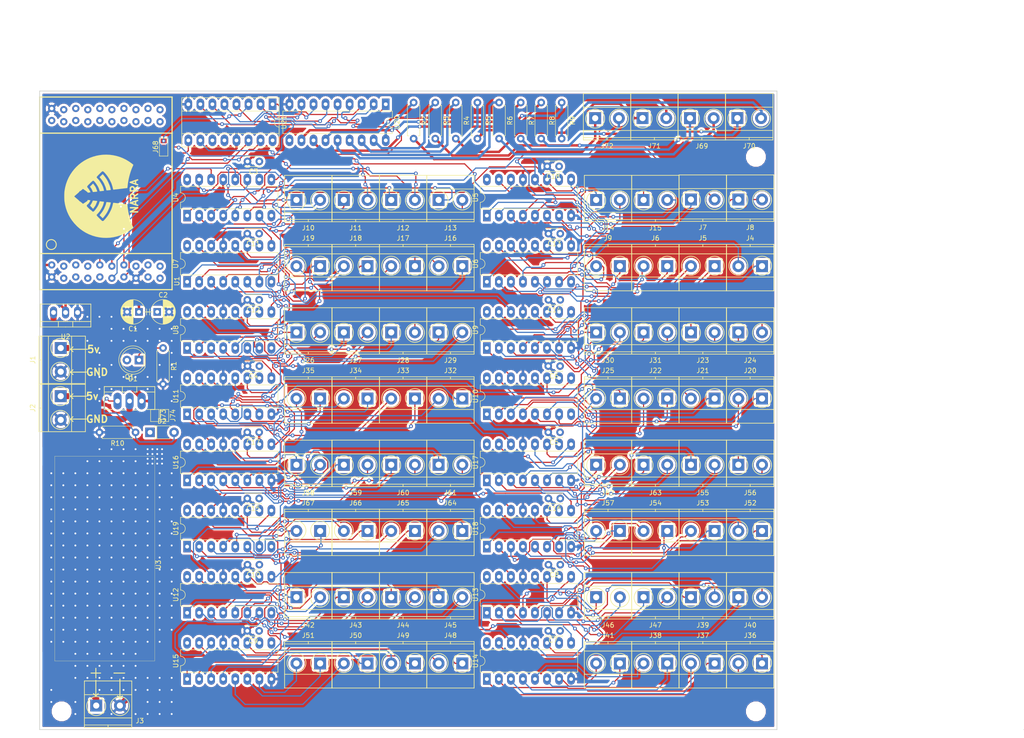
<source format=kicad_pcb>
(kicad_pcb (version 20170922) (host pcbnew no-vcs-found-9bd5522~60~ubuntu16.04.1)
  (title_block (title "LED DRIVER ND-03") (date 2017-08-29) (rev 1) (company Bitsoko.io) (comment 1 "Author: Alois Mbutura"))
  (layers (0 F.Cu signal) (1 GND.Cu power) (2 VCC.Cu power) (31 B.Cu signal) (34 B.Paste user) (35 F.Paste user) (36 B.SilkS user) (37 F.SilkS user) (38 B.Mask user) (39 F.Mask user) (44 Edge.Cuts user))
  (net 0 "")
  (net 1 "Net-(J3-Pad1)")
  (net 2 5v)
  (net 3 GND)
  (net 4 3v3)
  (net 5 "Net-(U1-Pad3)")
  (net 6 "Net-(U1-Pad4)")
  (net 7 "Net-(U1-Pad5)")
  (net 8 "Net-(U1-Pad6)")
  (net 9 "Net-(U1-Pad7)")
  (net 10 "Net-(U1-Pad8)")
  (net 11 "Net-(U1-Pad9)")
  (net 12 /DATA)
  (net 13 /SHIFT)
  (net 14 /LATCH)
  (net 15 /CLK)
  (net 16 /RESET)
  (net 17 "Net-(U1-Pad16)")
  (net 18 "Net-(U1-Pad17)")
  (net 19 "Net-(U1-Pad18)")
  (net 20 "Net-(U1-Pad19)")
  (net 21 "Net-(U1-Pad20)")
  (net 22 "Net-(U1-Pad22)")
  (net 23 "Net-(U1-Pad23)")
  (net 24 "Net-(U1-Pad24)")
  (net 25 "Net-(U1-Pad25)")
  (net 26 "Net-(U1-Pad26)")
  (net 27 "Net-(U1-Pad27)")
  (net 28 "Net-(U1-Pad28)")
  (net 29 "Net-(U1-Pad29)")
  (net 30 "Net-(U1-Pad30)")
  (net 31 "Net-(U1-Pad31)")
  (net 32 "Net-(U1-Pad32)")
  (net 33 "Net-(U1-Pad33)")
  (net 34 "Net-(U1-Pad34)")
  (net 35 "Net-(U1-Pad35)")
  (net 36 "Net-(U1-Pad36)")
  (net 37 "Net-(U1-Pad37)")
  (net 38 "Net-(U1-Pad38)")
  (net 39 "Net-(U1-Pad39)")
  (net 40 "Net-(U1-Pad40)")
  (net 41 "Net-(D1-Pad1)")
  (net 42 /Sheet599728AA/Q7)
  (net 43 "Net-(U20-Pad10)")
  (net 44 /Sheet599728AA/Q6)
  (net 45 /Sheet599728AA/R8)
  (net 46 /Sheet599728AA/Q5)
  (net 47 /Sheet599728AA/R7)
  (net 48 /Sheet599728AA/Q4)
  (net 49 /Sheet599728AA/R6)
  (net 50 /Sheet599728AA/Q3)
  (net 51 /Sheet599728AA/R5)
  (net 52 /Sheet599728AA/Q2)
  (net 53 /Sheet599728AA/R4)
  (net 54 /Sheet599728AA/Q1)
  (net 55 /Sheet599728AA/R3)
  (net 56 /Sheet599728AA/JUMP)
  (net 57 /Sheet599728AA/R2)
  (net 58 /Sheet599728AA/R1)
  (net 59 /Sheet59972800/Sheet599739FF/C18)
  (net 60 /Sheet59972800/Sheet599739FF/SER_3)
  (net 61 /Sheet59972800/Sheet599739FF/C19)
  (net 62 /Sheet59972800/Sheet599739FF/C20)
  (net 63 /Sheet59972800/Sheet599739FF/C21)
  (net 64 /Sheet59972800/Sheet599739FF/C22)
  (net 65 /Sheet59972800/Sheet599739FF/C23)
  (net 66 /Sheet59972800/Sheet599739FF/SER_2)
  (net 67 /Sheet59972800/Sheet599739FF/C24)
  (net 68 /Sheet59972800/Sheet599739FF/C17)
  (net 69 /Sheet59972800/Sheet599739FF/C1)
  (net 70 /Sheet59972800/Sheet599739FF/C8)
  (net 71 /Sheet59972800/Sheet599739FF/DATA)
  (net 72 /Sheet59972800/Sheet599739FF/C7)
  (net 73 /Sheet59972800/Sheet599739FF/C6)
  (net 74 /Sheet59972800/Sheet599739FF/C5)
  (net 75 /Sheet59972800/Sheet599739FF/C4)
  (net 76 /Sheet59972800/Sheet599739FF/C3)
  (net 77 /Sheet59972800/Sheet599739FF/SER_1)
  (net 78 /Sheet59972800/Sheet599739FF/C2)
  (net 79 /Sheet59972800/Sheet599739FF/C10)
  (net 80 /Sheet59972800/Sheet599739FF/C11)
  (net 81 /Sheet59972800/Sheet599739FF/C12)
  (net 82 /Sheet59972800/Sheet599739FF/C13)
  (net 83 /Sheet59972800/Sheet599739FF/C14)
  (net 84 /Sheet59972800/Sheet599739FF/C15)
  (net 85 /Sheet59972800/Sheet599739FF/C16)
  (net 86 /Sheet59972800/Sheet599739FF/C9)
  (net 87 /Sheet59972800/Sheet599739FF/C25)
  (net 88 /Sheet59972800/Sheet599739FF/C32)
  (net 89 /Sheet59972800/Sheet599739FF/C31)
  (net 90 /Sheet59972800/Sheet599739FF/C30)
  (net 91 /Sheet59972800/Sheet599739FF/C29)
  (net 92 /Sheet59972800/Sheet599739FF/C28)
  (net 93 /Sheet59972800/Sheet599739FF/C27)
  (net 94 "Net-(U15-Pad9)")
  (net 95 /Sheet59972800/Sheet599739FF/C26)
  (net 96 /Sheet59972800/Sheet59973A04/C2)
  (net 97 /Sheet59972800/Sheet59973A04/SER_1)
  (net 98 /Sheet59972800/Sheet59973A04/C3)
  (net 99 /Sheet59972800/Sheet59973A04/C4)
  (net 100 /Sheet59972800/Sheet59973A04/C5)
  (net 101 /Sheet59972800/Sheet59973A04/C6)
  (net 102 /Sheet59972800/Sheet59973A04/C7)
  (net 103 /Sheet59972800/Sheet59973A04/DATA)
  (net 104 /Sheet59972800/Sheet59973A04/C8)
  (net 105 /Sheet59972800/Sheet59973A04/C1)
  (net 106 /Sheet59972800/Sheet59973A04/C9)
  (net 107 /Sheet59972800/Sheet59973A04/C16)
  (net 108 /Sheet59972800/Sheet59973A04/C15)
  (net 109 /Sheet59972800/Sheet59973A04/C14)
  (net 110 /Sheet59972800/Sheet59973A04/C13)
  (net 111 /Sheet59972800/Sheet59973A04/C12)
  (net 112 /Sheet59972800/Sheet59973A04/C11)
  (net 113 /Sheet59972800/Sheet59973A04/SER_2)
  (net 114 /Sheet59972800/Sheet59973A04/C10)
  (net 115 /Sheet59972800/Sheet59973A04/C18)
  (net 116 /Sheet59972800/Sheet59973A04/SER_3)
  (net 117 /Sheet59972800/Sheet59973A04/C19)
  (net 118 /Sheet59972800/Sheet59973A04/C20)
  (net 119 /Sheet59972800/Sheet59973A04/C21)
  (net 120 /Sheet59972800/Sheet59973A04/C22)
  (net 121 /Sheet59972800/Sheet59973A04/C23)
  (net 122 /Sheet59972800/Sheet59973A04/C24)
  (net 123 /Sheet59972800/Sheet59973A04/C17)
  (net 124 /Sheet59972800/Sheet59973A04/C25)
  (net 125 /Sheet59972800/Sheet59973A04/C32)
  (net 126 /Sheet59972800/Sheet59973A04/C31)
  (net 127 /Sheet59972800/Sheet59973A04/C30)
  (net 128 /Sheet59972800/Sheet59973A04/C29)
  (net 129 /Sheet59972800/Sheet59973A04/C28)
  (net 130 /Sheet59972800/Sheet59973A04/C27)
  (net 131 /Sheet59972800/Sheet59973A04/C26)
  (net 132 /Sheet59972800/Sheet599739F9/C26)
  (net 133 /Sheet59972800/Sheet599739F9/C27)
  (net 134 /Sheet59972800/Sheet599739F9/C28)
  (net 135 /Sheet59972800/Sheet599739F9/C29)
  (net 136 /Sheet59972800/Sheet599739F9/C30)
  (net 137 /Sheet59972800/Sheet599739F9/C31)
  (net 138 /Sheet59972800/Sheet599739F9/SER_3)
  (net 139 /Sheet59972800/Sheet599739F9/C32)
  (net 140 /Sheet59972800/Sheet599739F9/C25)
  (net 141 /Sheet59972800/Sheet599739F9/C9)
  (net 142 /Sheet59972800/Sheet599739F9/C16)
  (net 143 /Sheet59972800/Sheet599739F9/SER_1)
  (net 144 /Sheet59972800/Sheet599739F9/C15)
  (net 145 /Sheet59972800/Sheet599739F9/C14)
  (net 146 /Sheet59972800/Sheet599739F9/C13)
  (net 147 /Sheet59972800/Sheet599739F9/C12)
  (net 148 /Sheet59972800/Sheet599739F9/C11)
  (net 149 /Sheet59972800/Sheet599739F9/SER_2)
  (net 150 /Sheet59972800/Sheet599739F9/C10)
  (net 151 /Sheet59972800/Sheet599739F9/C2)
  (net 152 /Sheet59972800/Sheet599739F9/C3)
  (net 153 /Sheet59972800/Sheet599739F9/C4)
  (net 154 /Sheet59972800/Sheet599739F9/C5)
  (net 155 /Sheet59972800/Sheet599739F9/C6)
  (net 156 /Sheet59972800/Sheet599739F9/C7)
  (net 157 /Sheet59972800/Sheet599739F9/DATA)
  (net 158 /Sheet59972800/Sheet599739F9/C8)
  (net 159 /Sheet59972800/Sheet599739F9/C1)
  (net 160 /Sheet59972800/Sheet599739F6/C25)
  (net 161 /Sheet59972800/Sheet599739F6/C32)
  (net 162 /Sheet59972800/Sheet599739F6/SER_3)
  (net 163 /Sheet59972800/Sheet599739F6/C31)
  (net 164 /Sheet59972800/Sheet599739F6/C30)
  (net 165 /Sheet59972800/Sheet599739F6/C29)
  (net 166 /Sheet59972800/Sheet599739F6/C28)
  (net 167 /Sheet59972800/Sheet599739F6/C27)
  (net 168 /Sheet59972800/Sheet599739F6/C26)
  (net 169 /Sheet59972800/Sheet599739F6/C18)
  (net 170 /Sheet59972800/Sheet599739F6/C19)
  (net 171 /Sheet59972800/Sheet599739F6/C20)
  (net 172 /Sheet59972800/Sheet599739F6/C21)
  (net 173 /Sheet59972800/Sheet599739F6/C22)
  (net 174 /Sheet59972800/Sheet599739F6/C23)
  (net 175 /Sheet59972800/Sheet599739F6/SER_2)
  (net 176 /Sheet59972800/Sheet599739F6/C24)
  (net 177 /Sheet59972800/Sheet599739F6/C17)
  (net 178 /Sheet59972800/Sheet599739F9/C17)
  (net 179 /Sheet59972800/Sheet599739F9/C24)
  (net 180 /Sheet59972800/Sheet599739F9/C23)
  (net 181 /Sheet59972800/Sheet599739F9/C22)
  (net 182 /Sheet59972800/Sheet599739F9/C21)
  (net 183 /Sheet59972800/Sheet599739F9/C20)
  (net 184 /Sheet59972800/Sheet599739F9/C19)
  (net 185 /Sheet59972800/Sheet599739F9/C18)
  (net 186 /Sheet59972800/Sheet599739F6/C10)
  (net 187 /Sheet59972800/Sheet599739F6/C11)
  (net 188 /Sheet59972800/Sheet599739F6/C12)
  (net 189 /Sheet59972800/Sheet599739F6/C13)
  (net 190 /Sheet59972800/Sheet599739F6/C14)
  (net 191 /Sheet59972800/Sheet599739F6/C15)
  (net 192 /Sheet59972800/Sheet599739F6/SER_1)
  (net 193 /Sheet59972800/Sheet599739F6/C16)
  (net 194 /Sheet59972800/Sheet599739F6/C9)
  (net 195 /Sheet59972800/Sheet599739F6/C1)
  (net 196 /Sheet59972800/Sheet599739F6/C8)
  (net 197 /Sheet59972800/Sheet599739F6/C7)
  (net 198 /Sheet59972800/Sheet599739F6/C6)
  (net 199 /Sheet59972800/Sheet599739F6/C5)
  (net 200 /Sheet59972800/Sheet599739F6/C4)
  (net 201 /Sheet59972800/Sheet599739F6/C3)
  (net 202 /Sheet59972800/Sheet599739F6/C2)
  (net 203 /Sheet599728AA/Q8)
  (net 204 /Sheet599728AA/Q0)
  (net 205 "Net-(U21-Pad11)")
  (net 206 "Net-(U21-Pad12)")
  (net 207 "Net-(R9-Pad1)")
  (net 208 "Net-(R8-Pad1)")
  (net 209 "Net-(R7-Pad1)")
  (net 210 "Net-(R6-Pad1)")
  (net 211 "Net-(R5-Pad1)")
  (net 212 "Net-(R4-Pad1)")
  (net 213 "Net-(R3-Pad1)")
  (net 214 "Net-(R2-Pad1)")
  (net 215 /INPUT_5V)
  (net 216 "Net-(D2-Pad2)")
  (module logos:narra_logo (layer F.Cu) (at 30.48 53.34 90)
    (fp_text reference G*** hide)
    (fp_text value NARRA (at 0 7.366 90) (layer F.SilkS) (effects (font (thickness 0.3))))
  )
  (module Mounting_Holes:MountingHole_3.2mm_M3_ISO7380 (layer F.Cu) (at 169 45)
    (fp_text reference REF**)
    (fp_text value MountingHole_3.2mm_M3_ISO7380)
    (pad 1 np_thru_hole circle (at 0 0) (size 3.2 3.2) (drill 3.2) (layers *.Cu *.Mask))
  )
  (module Mounting_Holes:MountingHole_3.2mm_M3_ISO7380 (layer F.Cu) (at 169 162)
    (fp_text reference REF**)
    (fp_text value MountingHole_3.2mm_M3_ISO7380)
    (pad 1 np_thru_hole circle (at 0 0) (size 3.2 3.2) (drill 3.2) (layers *.Cu *.Mask))
  )
  (module Mounting_Holes:MountingHole_3.2mm_M3_ISO7380 (layer F.Cu) (at 22.5 162)
    (fp_text reference REF** hide)
    (fp_text value MountingHole_3.2mm_M3_ISO7380)
    (pad 1 np_thru_hole circle (at 0 0) (size 3.2 3.2) (drill 3.2) (layers *.Cu *.Mask))
  )
  (module Resistors_THT:R_Axial_DIN0207_L6.3mm_D2.5mm_P7.62mm_Horizontal (layer F.Cu) (at 38.1 103.124 180)
    (fp_text reference R10 (at 3.81 -2.31 180) (layer F.SilkS))
    (fp_text value 10k)
    (pad 1 thru_hole circle (at 0 0 180) (size 1.6 1.6) (drill 0.8) (layers *.Cu *.Mask) (net 216 "Net-(D2-Pad2)"))
    (pad 2 thru_hole oval (at 7.62 0 180) (size 1.6 1.6) (drill 0.8) (layers *.Cu *.Mask) (net 3 GND))
  )
  (module Connectors:GS2 (layer F.Cu) (at 44.196 99.568)
    (fp_text reference J74 (at 1.78 0 90) (layer F.SilkS))
    (fp_text value GS2)
    (pad 2 smd rect (at 0 0.64) (size 1.27 0.97) (layers F.Cu F.Paste F.Mask) (net 215 /INPUT_5V))
    (pad 1 smd rect (at 0 -0.64) (size 1.27 0.97) (layers F.Cu F.Paste F.Mask) (net 2 5v))
  )
  (module Connectors:GS2 (layer F.Cu) (at 42.164 99.568)
    (fp_text reference J73 (at 1.78 0 90) (layer F.SilkS))
    (fp_text value GS2)
    (pad 1 smd rect (at 0 -0.64) (size 1.27 0.97) (layers F.Cu F.Paste F.Mask) (net 2 5v))
    (pad 2 smd rect (at 0 0.64) (size 1.27 0.97) (layers F.Cu F.Paste F.Mask) (net 215 /INPUT_5V))
  )
  (module Diodes_THT:D_T-1_P5.08mm_Horizontal (layer F.Cu) (at 41.148 103.124)
    (fp_text reference D2 (at 2.54 -2.36) (layer F.SilkS))
    (fp_text value D_Zener)
    (pad 1 thru_hole rect (at 0 0) (size 2 2) (drill 1) (layers *.Cu *.Mask) (net 2 5v))
    (pad 2 thru_hole oval (at 5.08 0) (size 2 2) (drill 1) (layers *.Cu *.Mask) (net 216 "Net-(D2-Pad2)"))
  )
  (module TO_SOT_Packages_THT:TO-220_Neutral123_Vertical_LargePads (layer F.Cu) (at 36.83 96.52)
    (fp_text reference Q1 (at 0 -5.08) (layer F.SilkS))
    (fp_text value Q_PMOS_GDS)
    (pad 2 thru_hole oval (at 0 0 90) (size 3.50012 1.69926) (drill 1.00076) (layers *.Cu *.Mask) (net 215 /INPUT_5V))
    (pad 1 thru_hole oval (at -2.54 0 90) (size 3.50012 1.69926) (drill 1.00076) (layers *.Cu *.Mask) (net 216 "Net-(D2-Pad2)"))
    (pad 3 thru_hole oval (at 2.54 0 90) (size 3.50012 1.69926) (drill 1.00076) (layers *.Cu *.Mask) (net 2 5v))
  )
  (module Resistors_THT:R_Axial_DIN0207_L6.3mm_D2.5mm_P7.62mm_Horizontal (layer F.Cu) (at 96.774 33.528 270)
    (fp_text reference R2 (at 3.81 -2.31 270) (layer F.SilkS))
    (fp_text value R)
    (pad 2 thru_hole oval (at 7.62 0 270) (size 1.6 1.6) (drill 0.8) (layers *.Cu *.Mask) (net 58 /Sheet599728AA/R1))
    (pad 1 thru_hole circle (at 0 0 270) (size 1.6 1.6) (drill 0.8) (layers *.Cu *.Mask) (net 214 "Net-(R2-Pad1)"))
  )
  (module Resistors_THT:R_Axial_DIN0207_L6.3mm_D2.5mm_P7.62mm_Horizontal (layer F.Cu) (at 101.346 33.528 270)
    (fp_text reference R3 (at 3.81 -2.31 270) (layer F.SilkS))
    (fp_text value R)
    (pad 1 thru_hole circle (at 0 0 270) (size 1.6 1.6) (drill 0.8) (layers *.Cu *.Mask) (net 213 "Net-(R3-Pad1)"))
    (pad 2 thru_hole oval (at 7.62 0 270) (size 1.6 1.6) (drill 0.8) (layers *.Cu *.Mask) (net 57 /Sheet599728AA/R2))
  )
  (module Resistors_THT:R_Axial_DIN0207_L6.3mm_D2.5mm_P7.62mm_Horizontal (layer F.Cu) (at 105.664 33.528 270)
    (fp_text reference R4 (at 3.81 -2.31 270) (layer F.SilkS))
    (fp_text value R)
    (pad 2 thru_hole oval (at 7.62 0 270) (size 1.6 1.6) (drill 0.8) (layers *.Cu *.Mask) (net 55 /Sheet599728AA/R3))
    (pad 1 thru_hole circle (at 0 0 270) (size 1.6 1.6) (drill 0.8) (layers *.Cu *.Mask) (net 212 "Net-(R4-Pad1)"))
  )
  (module Resistors_THT:R_Axial_DIN0207_L6.3mm_D2.5mm_P7.62mm_Horizontal (layer F.Cu) (at 110.236 33.528 270)
    (fp_text reference R5 (at 3.81 -2.31 270) (layer F.SilkS))
    (fp_text value R)
    (pad 1 thru_hole circle (at 0 0 270) (size 1.6 1.6) (drill 0.8) (layers *.Cu *.Mask) (net 211 "Net-(R5-Pad1)"))
    (pad 2 thru_hole oval (at 7.62 0 270) (size 1.6 1.6) (drill 0.8) (layers *.Cu *.Mask) (net 53 /Sheet599728AA/R4))
  )
  (module Resistors_THT:R_Axial_DIN0207_L6.3mm_D2.5mm_P7.62mm_Horizontal (layer F.Cu) (at 114.808 33.528 270)
    (fp_text reference R6 (at 3.81 -2.31 270) (layer F.SilkS))
    (fp_text value R)
    (pad 2 thru_hole oval (at 7.62 0 270) (size 1.6 1.6) (drill 0.8) (layers *.Cu *.Mask) (net 51 /Sheet599728AA/R5))
    (pad 1 thru_hole circle (at 0 0 270) (size 1.6 1.6) (drill 0.8) (layers *.Cu *.Mask) (net 210 "Net-(R6-Pad1)"))
  )
  (module Resistors_THT:R_Axial_DIN0207_L6.3mm_D2.5mm_P7.62mm_Horizontal (layer F.Cu) (at 119.38 33.528 270)
    (fp_text reference R7 (at 3.81 -2.31 270) (layer F.SilkS))
    (fp_text value R)
    (pad 1 thru_hole circle (at 0 0 270) (size 1.6 1.6) (drill 0.8) (layers *.Cu *.Mask) (net 209 "Net-(R7-Pad1)"))
    (pad 2 thru_hole oval (at 7.62 0 270) (size 1.6 1.6) (drill 0.8) (layers *.Cu *.Mask) (net 49 /Sheet599728AA/R6))
  )
  (module Resistors_THT:R_Axial_DIN0207_L6.3mm_D2.5mm_P7.62mm_Horizontal (layer F.Cu) (at 123.698 33.528 270)
    (fp_text reference R8 (at 3.81 -2.31 270) (layer F.SilkS))
    (fp_text value R)
    (pad 2 thru_hole oval (at 7.62 0 270) (size 1.6 1.6) (drill 0.8) (layers *.Cu *.Mask) (net 47 /Sheet599728AA/R7))
    (pad 1 thru_hole circle (at 0 0 270) (size 1.6 1.6) (drill 0.8) (layers *.Cu *.Mask) (net 208 "Net-(R8-Pad1)"))
  )
  (module Resistors_THT:R_Axial_DIN0207_L6.3mm_D2.5mm_P7.62mm_Horizontal (layer F.Cu) (at 128.016 33.528 270)
    (fp_text reference R9 (at 3.81 -2.31 270) (layer F.SilkS))
    (fp_text value R)
    (pad 1 thru_hole circle (at 0 0 270) (size 1.6 1.6) (drill 0.8) (layers *.Cu *.Mask) (net 207 "Net-(R9-Pad1)"))
    (pad 2 thru_hole oval (at 7.62 0 270) (size 1.6 1.6) (drill 0.8) (layers *.Cu *.Mask) (net 45 /Sheet599728AA/R8))
  )
  (module Connectors_Terminal_Blocks:TerminalBlock_Pheonix_MKDS1.5-2pol (layer F.Cu) (at 72.047 109.982)
    (fp_text reference J58 (at 2.5 5.9) (layer F.SilkS))
    (fp_text value Screw_Terminal_1x02)
    (pad 1 thru_hole rect (at 0 0) (size 2.5 2.5) (drill 1.3) (layers *.Cu *.Mask) (net 105 /Sheet59972800/Sheet59973A04/C1))
    (pad 2 thru_hole circle (at 5 0) (size 2.5 2.5) (drill 1.3) (layers *.Cu *.Mask) (net 96 /Sheet59972800/Sheet59973A04/C2))
  )
  (module Housings_DIP:DIP-16_W7.62mm_LongPads (layer F.Cu) (at 112.226 71.36 90)
    (fp_text reference U6 (at 3.81 -2.39 90) (layer F.SilkS))
    (fp_text value 74HC595)
    (pad 16 thru_hole oval (at 7.62 0 90) (size 2.4 1.6) (drill 0.8) (layers *.Cu *.Mask) (net 2 5v))
    (pad 8 thru_hole oval (at 0 17.78 90) (size 2.4 1.6) (drill 0.8) (layers *.Cu *.Mask) (net 3 GND))
    (pad 15 thru_hole oval (at 7.62 2.54 90) (size 2.4 1.6) (drill 0.8) (layers *.Cu *.Mask) (net 177 /Sheet59972800/Sheet599739F6/C17))
    (pad 7 thru_hole oval (at 0 15.24 90) (size 2.4 1.6) (drill 0.8) (layers *.Cu *.Mask) (net 176 /Sheet59972800/Sheet599739F6/C24))
    (pad 14 thru_hole oval (at 7.62 5.08 90) (size 2.4 1.6) (drill 0.8) (layers *.Cu *.Mask) (net 175 /Sheet59972800/Sheet599739F6/SER_2))
    (pad 6 thru_hole oval (at 0 12.7 90) (size 2.4 1.6) (drill 0.8) (layers *.Cu *.Mask) (net 174 /Sheet59972800/Sheet599739F6/C23))
    (pad 13 thru_hole oval (at 7.62 7.62 90) (size 2.4 1.6) (drill 0.8) (layers *.Cu *.Mask) (net 3 GND))
    (pad 5 thru_hole oval (at 0 10.16 90) (size 2.4 1.6) (drill 0.8) (layers *.Cu *.Mask) (net 173 /Sheet59972800/Sheet599739F6/C22))
    (pad 12 thru_hole oval (at 7.62 10.16 90) (size 2.4 1.6) (drill 0.8) (layers *.Cu *.Mask) (net 14 /LATCH))
    (pad 4 thru_hole oval (at 0 7.62 90) (size 2.4 1.6) (drill 0.8) (layers *.Cu *.Mask) (net 172 /Sheet59972800/Sheet599739F6/C21))
    (pad 11 thru_hole oval (at 7.62 12.7 90) (size 2.4 1.6) (drill 0.8) (layers *.Cu *.Mask) (net 13 /SHIFT))
    (pad 3 thru_hole oval (at 0 5.08 90) (size 2.4 1.6) (drill 0.8) (layers *.Cu *.Mask) (net 171 /Sheet59972800/Sheet599739F6/C20))
    (pad 10 thru_hole oval (at 7.62 15.24 90) (size 2.4 1.6) (drill 0.8) (layers *.Cu *.Mask) (net 2 5v))
    (pad 2 thru_hole oval (at 0 2.54 90) (size 2.4 1.6) (drill 0.8) (layers *.Cu *.Mask) (net 170 /Sheet59972800/Sheet599739F6/C19))
    (pad 9 thru_hole oval (at 7.62 17.78 90) (size 2.4 1.6) (drill 0.8) (layers *.Cu *.Mask) (net 162 /Sheet59972800/Sheet599739F6/SER_3))
    (pad 1 thru_hole rect (at 0 0 90) (size 2.4 1.6) (drill 0.8) (layers *.Cu *.Mask) (net 169 /Sheet59972800/Sheet599739F6/C18))
  )
  (module Connectors:GS3 (layer F.Cu) (at 44.027 42.912)
    (fp_text reference J68 (at -1.7 0 90) (layer F.SilkS))
    (fp_text value GS3)
    (pad 1 smd rect (at 0 -1.27) (size 1.27 0.97) (layers F.Cu F.Paste F.Mask) (net 204 /Sheet599728AA/Q0))
    (pad 2 smd rect (at 0 0) (size 1.27 0.97) (layers F.Cu F.Paste F.Mask) (net 56 /Sheet599728AA/JUMP))
    (pad 3 smd rect (at 0 1.27) (size 1.27 0.97) (layers F.Cu F.Paste F.Mask) (net 203 /Sheet599728AA/Q8))
  )
  (module TO_SOT_Packages_THT:TO-220_Neutral123_Vertical (layer F.Cu) (at 23.326 77.837 180)
    (fp_text reference U2 (at 0 -5.08 180) (layer F.SilkS))
    (fp_text value LD1117S33TR_SOT223)
    (pad 2 thru_hole oval (at 0 0 270) (size 2.49936 1.50114) (drill 1.00076) (layers *.Cu *.Mask) (net 4 3v3))
    (pad 1 thru_hole oval (at -2.54 0 270) (size 2.49936 1.50114) (drill 1.00076) (layers *.Cu *.Mask) (net 3 GND))
    (pad 3 thru_hole oval (at 2.54 0 270) (size 2.49936 1.50114) (drill 1.00076) (layers *.Cu *.Mask) (net 2 5v))
  )
  (module Housings_DIP:DIP-16_W7.62mm_LongPads (layer F.Cu) (at 112.226 155.18 90)
    (fp_text reference U14 (at 3.81 -2.39 90) (layer F.SilkS))
    (fp_text value 74HC595)
    (pad 16 thru_hole oval (at 7.62 0 90) (size 2.4 1.6) (drill 0.8) (layers *.Cu *.Mask) (net 2 5v))
    (pad 8 thru_hole oval (at 0 17.78 90) (size 2.4 1.6) (drill 0.8) (layers *.Cu *.Mask) (net 3 GND))
    (pad 15 thru_hole oval (at 7.62 2.54 90) (size 2.4 1.6) (drill 0.8) (layers *.Cu *.Mask) (net 68 /Sheet59972800/Sheet599739FF/C17))
    (pad 7 thru_hole oval (at 0 15.24 90) (size 2.4 1.6) (drill 0.8) (layers *.Cu *.Mask) (net 67 /Sheet59972800/Sheet599739FF/C24))
    (pad 14 thru_hole oval (at 7.62 5.08 90) (size 2.4 1.6) (drill 0.8) (layers *.Cu *.Mask) (net 66 /Sheet59972800/Sheet599739FF/SER_2))
    (pad 6 thru_hole oval (at 0 12.7 90) (size 2.4 1.6) (drill 0.8) (layers *.Cu *.Mask) (net 65 /Sheet59972800/Sheet599739FF/C23))
    (pad 13 thru_hole oval (at 7.62 7.62 90) (size 2.4 1.6) (drill 0.8) (layers *.Cu *.Mask) (net 3 GND))
    (pad 5 thru_hole oval (at 0 10.16 90) (size 2.4 1.6) (drill 0.8) (layers *.Cu *.Mask) (net 64 /Sheet59972800/Sheet599739FF/C22))
    (pad 12 thru_hole oval (at 7.62 10.16 90) (size 2.4 1.6) (drill 0.8) (layers *.Cu *.Mask) (net 14 /LATCH))
    (pad 4 thru_hole oval (at 0 7.62 90) (size 2.4 1.6) (drill 0.8) (layers *.Cu *.Mask) (net 63 /Sheet59972800/Sheet599739FF/C21))
    (pad 11 thru_hole oval (at 7.62 12.7 90) (size 2.4 1.6) (drill 0.8) (layers *.Cu *.Mask) (net 13 /SHIFT))
    (pad 3 thru_hole oval (at 0 5.08 90) (size 2.4 1.6) (drill 0.8) (layers *.Cu *.Mask) (net 62 /Sheet59972800/Sheet599739FF/C20))
    (pad 10 thru_hole oval (at 7.62 15.24 90) (size 2.4 1.6) (drill 0.8) (layers *.Cu *.Mask) (net 2 5v))
    (pad 2 thru_hole oval (at 0 2.54 90) (size 2.4 1.6) (drill 0.8) (layers *.Cu *.Mask) (net 61 /Sheet59972800/Sheet599739FF/C19))
    (pad 9 thru_hole oval (at 7.62 17.78 90) (size 2.4 1.6) (drill 0.8) (layers *.Cu *.Mask) (net 60 /Sheet59972800/Sheet599739FF/SER_3))
    (pad 1 thru_hole rect (at 0 0 90) (size 2.4 1.6) (drill 0.8) (layers *.Cu *.Mask) (net 59 /Sheet59972800/Sheet599739FF/C18))
  )
  (module Housings_DIP:DIP-16_W7.62mm_LongPads (layer F.Cu) (at 48.98 155.18 90)
    (fp_text reference U15 (at 3.81 -2.39 90) (layer F.SilkS))
    (fp_text value 74HC595)
    (pad 1 thru_hole rect (at 0 0 90) (size 2.4 1.6) (drill 0.8) (layers *.Cu *.Mask) (net 95 /Sheet59972800/Sheet599739FF/C26))
    (pad 9 thru_hole oval (at 7.62 17.78 90) (size 2.4 1.6) (drill 0.8) (layers *.Cu *.Mask) (net 94 "Net-(U15-Pad9)"))
    (pad 2 thru_hole oval (at 0 2.54 90) (size 2.4 1.6) (drill 0.8) (layers *.Cu *.Mask) (net 93 /Sheet59972800/Sheet599739FF/C27))
    (pad 10 thru_hole oval (at 7.62 15.24 90) (size 2.4 1.6) (drill 0.8) (layers *.Cu *.Mask) (net 2 5v))
    (pad 3 thru_hole oval (at 0 5.08 90) (size 2.4 1.6) (drill 0.8) (layers *.Cu *.Mask) (net 92 /Sheet59972800/Sheet599739FF/C28))
    (pad 11 thru_hole oval (at 7.62 12.7 90) (size 2.4 1.6) (drill 0.8) (layers *.Cu *.Mask) (net 13 /SHIFT))
    (pad 4 thru_hole oval (at 0 7.62 90) (size 2.4 1.6) (drill 0.8) (layers *.Cu *.Mask) (net 91 /Sheet59972800/Sheet599739FF/C29))
    (pad 12 thru_hole oval (at 7.62 10.16 90) (size 2.4 1.6) (drill 0.8) (layers *.Cu *.Mask) (net 14 /LATCH))
    (pad 5 thru_hole oval (at 0 10.16 90) (size 2.4 1.6) (drill 0.8) (layers *.Cu *.Mask) (net 90 /Sheet59972800/Sheet599739FF/C30))
    (pad 13 thru_hole oval (at 7.62 7.62 90) (size 2.4 1.6) (drill 0.8) (layers *.Cu *.Mask) (net 3 GND))
    (pad 6 thru_hole oval (at 0 12.7 90) (size 2.4 1.6) (drill 0.8) (layers *.Cu *.Mask) (net 89 /Sheet59972800/Sheet599739FF/C31))
    (pad 14 thru_hole oval (at 7.62 5.08 90) (size 2.4 1.6) (drill 0.8) (layers *.Cu *.Mask) (net 60 /Sheet59972800/Sheet599739FF/SER_3))
    (pad 7 thru_hole oval (at 0 15.24 90) (size 2.4 1.6) (drill 0.8) (layers *.Cu *.Mask) (net 88 /Sheet59972800/Sheet599739FF/C32))
    (pad 15 thru_hole oval (at 7.62 2.54 90) (size 2.4 1.6) (drill 0.8) (layers *.Cu *.Mask) (net 87 /Sheet59972800/Sheet599739FF/C25))
    (pad 8 thru_hole oval (at 0 17.78 90) (size 2.4 1.6) (drill 0.8) (layers *.Cu *.Mask) (net 3 GND))
    (pad 16 thru_hole oval (at 7.62 0 90) (size 2.4 1.6) (drill 0.8) (layers *.Cu *.Mask) (net 2 5v))
  )
  (module Housings_DIP:DIP-16_W7.62mm_LongPads (layer F.Cu) (at 48.98 127.24 90)
    (fp_text reference U19 (at 3.81 -2.39 90) (layer F.SilkS))
    (fp_text value 74HC595)
    (pad 16 thru_hole oval (at 7.62 0 90) (size 2.4 1.6) (drill 0.8) (layers *.Cu *.Mask) (net 2 5v))
    (pad 8 thru_hole oval (at 0 17.78 90) (size 2.4 1.6) (drill 0.8) (layers *.Cu *.Mask) (net 3 GND))
    (pad 15 thru_hole oval (at 7.62 2.54 90) (size 2.4 1.6) (drill 0.8) (layers *.Cu *.Mask) (net 124 /Sheet59972800/Sheet59973A04/C25))
    (pad 7 thru_hole oval (at 0 15.24 90) (size 2.4 1.6) (drill 0.8) (layers *.Cu *.Mask) (net 125 /Sheet59972800/Sheet59973A04/C32))
    (pad 14 thru_hole oval (at 7.62 5.08 90) (size 2.4 1.6) (drill 0.8) (layers *.Cu *.Mask) (net 116 /Sheet59972800/Sheet59973A04/SER_3))
    (pad 6 thru_hole oval (at 0 12.7 90) (size 2.4 1.6) (drill 0.8) (layers *.Cu *.Mask) (net 126 /Sheet59972800/Sheet59973A04/C31))
    (pad 13 thru_hole oval (at 7.62 7.62 90) (size 2.4 1.6) (drill 0.8) (layers *.Cu *.Mask) (net 3 GND))
    (pad 5 thru_hole oval (at 0 10.16 90) (size 2.4 1.6) (drill 0.8) (layers *.Cu *.Mask) (net 127 /Sheet59972800/Sheet59973A04/C30))
    (pad 12 thru_hole oval (at 7.62 10.16 90) (size 2.4 1.6) (drill 0.8) (layers *.Cu *.Mask) (net 14 /LATCH))
    (pad 4 thru_hole oval (at 0 7.62 90) (size 2.4 1.6) (drill 0.8) (layers *.Cu *.Mask) (net 128 /Sheet59972800/Sheet59973A04/C29))
    (pad 11 thru_hole oval (at 7.62 12.7 90) (size 2.4 1.6) (drill 0.8) (layers *.Cu *.Mask) (net 13 /SHIFT))
    (pad 3 thru_hole oval (at 0 5.08 90) (size 2.4 1.6) (drill 0.8) (layers *.Cu *.Mask) (net 129 /Sheet59972800/Sheet59973A04/C28))
    (pad 10 thru_hole oval (at 7.62 15.24 90) (size 2.4 1.6) (drill 0.8) (layers *.Cu *.Mask) (net 2 5v))
    (pad 2 thru_hole oval (at 0 2.54 90) (size 2.4 1.6) (drill 0.8) (layers *.Cu *.Mask) (net 130 /Sheet59972800/Sheet59973A04/C27))
    (pad 9 thru_hole oval (at 7.62 17.78 90) (size 2.4 1.6) (drill 0.8) (layers *.Cu *.Mask) (net 71 /Sheet59972800/Sheet599739FF/DATA))
    (pad 1 thru_hole rect (at 0 0 90) (size 2.4 1.6) (drill 0.8) (layers *.Cu *.Mask) (net 131 /Sheet59972800/Sheet59973A04/C26))
  )
  (module Housings_DIP:DIP-16_W7.62mm_LongPads (layer F.Cu) (at 112.226 57.39 90)
    (fp_text reference U5 (at 3.81 -2.39 90) (layer F.SilkS))
    (fp_text value 74HC595)
    (pad 1 thru_hole rect (at 0 0 90) (size 2.4 1.6) (drill 0.8) (layers *.Cu *.Mask) (net 186 /Sheet59972800/Sheet599739F6/C10))
    (pad 9 thru_hole oval (at 7.62 17.78 90) (size 2.4 1.6) (drill 0.8) (layers *.Cu *.Mask) (net 175 /Sheet59972800/Sheet599739F6/SER_2))
    (pad 2 thru_hole oval (at 0 2.54 90) (size 2.4 1.6) (drill 0.8) (layers *.Cu *.Mask) (net 187 /Sheet59972800/Sheet599739F6/C11))
    (pad 10 thru_hole oval (at 7.62 15.24 90) (size 2.4 1.6) (drill 0.8) (layers *.Cu *.Mask) (net 2 5v))
    (pad 3 thru_hole oval (at 0 5.08 90) (size 2.4 1.6) (drill 0.8) (layers *.Cu *.Mask) (net 188 /Sheet59972800/Sheet599739F6/C12))
    (pad 11 thru_hole oval (at 7.62 12.7 90) (size 2.4 1.6) (drill 0.8) (layers *.Cu *.Mask) (net 13 /SHIFT))
    (pad 4 thru_hole oval (at 0 7.62 90) (size 2.4 1.6) (drill 0.8) (layers *.Cu *.Mask) (net 189 /Sheet59972800/Sheet599739F6/C13))
    (pad 12 thru_hole oval (at 7.62 10.16 90) (size 2.4 1.6) (drill 0.8) (layers *.Cu *.Mask) (net 14 /LATCH))
    (pad 5 thru_hole oval (at 0 10.16 90) (size 2.4 1.6) (drill 0.8) (layers *.Cu *.Mask) (net 190 /Sheet59972800/Sheet599739F6/C14))
    (pad 13 thru_hole oval (at 7.62 7.62 90) (size 2.4 1.6) (drill 0.8) (layers *.Cu *.Mask) (net 3 GND))
    (pad 6 thru_hole oval (at 0 12.7 90) (size 2.4 1.6) (drill 0.8) (layers *.Cu *.Mask) (net 191 /Sheet59972800/Sheet599739F6/C15))
    (pad 14 thru_hole oval (at 7.62 5.08 90) (size 2.4 1.6) (drill 0.8) (layers *.Cu *.Mask) (net 192 /Sheet59972800/Sheet599739F6/SER_1))
    (pad 7 thru_hole oval (at 0 15.24 90) (size 2.4 1.6) (drill 0.8) (layers *.Cu *.Mask) (net 193 /Sheet59972800/Sheet599739F6/C16))
    (pad 15 thru_hole oval (at 7.62 2.54 90) (size 2.4 1.6) (drill 0.8) (layers *.Cu *.Mask) (net 194 /Sheet59972800/Sheet599739F6/C9))
    (pad 8 thru_hole oval (at 0 17.78 90) (size 2.4 1.6) (drill 0.8) (layers *.Cu *.Mask) (net 3 GND))
    (pad 16 thru_hole oval (at 7.62 0 90) (size 2.4 1.6) (drill 0.8) (layers *.Cu *.Mask) (net 2 5v))
  )
  (module Housings_DIP:DIP-16_W7.62mm_LongPads (layer F.Cu) (at 112.226 127.24 90)
    (fp_text reference U18 (at 3.81 -2.39 90) (layer F.SilkS))
    (fp_text value 74HC595)
    (pad 16 thru_hole oval (at 7.62 0 90) (size 2.4 1.6) (drill 0.8) (layers *.Cu *.Mask) (net 2 5v))
    (pad 8 thru_hole oval (at 0 17.78 90) (size 2.4 1.6) (drill 0.8) (layers *.Cu *.Mask) (net 3 GND))
    (pad 15 thru_hole oval (at 7.62 2.54 90) (size 2.4 1.6) (drill 0.8) (layers *.Cu *.Mask) (net 123 /Sheet59972800/Sheet59973A04/C17))
    (pad 7 thru_hole oval (at 0 15.24 90) (size 2.4 1.6) (drill 0.8) (layers *.Cu *.Mask) (net 122 /Sheet59972800/Sheet59973A04/C24))
    (pad 14 thru_hole oval (at 7.62 5.08 90) (size 2.4 1.6) (drill 0.8) (layers *.Cu *.Mask) (net 113 /Sheet59972800/Sheet59973A04/SER_2))
    (pad 6 thru_hole oval (at 0 12.7 90) (size 2.4 1.6) (drill 0.8) (layers *.Cu *.Mask) (net 121 /Sheet59972800/Sheet59973A04/C23))
    (pad 13 thru_hole oval (at 7.62 7.62 90) (size 2.4 1.6) (drill 0.8) (layers *.Cu *.Mask) (net 3 GND))
    (pad 5 thru_hole oval (at 0 10.16 90) (size 2.4 1.6) (drill 0.8) (layers *.Cu *.Mask) (net 120 /Sheet59972800/Sheet59973A04/C22))
    (pad 12 thru_hole oval (at 7.62 10.16 90) (size 2.4 1.6) (drill 0.8) (layers *.Cu *.Mask) (net 14 /LATCH))
    (pad 4 thru_hole oval (at 0 7.62 90) (size 2.4 1.6) (drill 0.8) (layers *.Cu *.Mask) (net 119 /Sheet59972800/Sheet59973A04/C21))
    (pad 11 thru_hole oval (at 7.62 12.7 90) (size 2.4 1.6) (drill 0.8) (layers *.Cu *.Mask) (net 13 /SHIFT))
    (pad 3 thru_hole oval (at 0 5.08 90) (size 2.4 1.6) (drill 0.8) (layers *.Cu *.Mask) (net 118 /Sheet59972800/Sheet59973A04/C20))
    (pad 10 thru_hole oval (at 7.62 15.24 90) (size 2.4 1.6) (drill 0.8) (layers *.Cu *.Mask) (net 2 5v))
    (pad 2 thru_hole oval (at 0 2.54 90) (size 2.4 1.6) (drill 0.8) (layers *.Cu *.Mask) (net 117 /Sheet59972800/Sheet59973A04/C19))
    (pad 9 thru_hole oval (at 7.62 17.78 90) (size 2.4 1.6) (drill 0.8) (layers *.Cu *.Mask) (net 116 /Sheet59972800/Sheet59973A04/SER_3))
    (pad 1 thru_hole rect (at 0 0 90) (size 2.4 1.6) (drill 0.8) (layers *.Cu *.Mask) (net 115 /Sheet59972800/Sheet59973A04/C18))
  )
  (module Housings_DIP:DIP-16_W7.62mm_LongPads (layer F.Cu) (at 112.226 113.27 90)
    (fp_text reference U17 (at 3.81 -2.39 90) (layer F.SilkS))
    (fp_text value 74HC595)
    (pad 1 thru_hole rect (at 0 0 90) (size 2.4 1.6) (drill 0.8) (layers *.Cu *.Mask) (net 114 /Sheet59972800/Sheet59973A04/C10))
    (pad 9 thru_hole oval (at 7.62 17.78 90) (size 2.4 1.6) (drill 0.8) (layers *.Cu *.Mask) (net 113 /Sheet59972800/Sheet59973A04/SER_2))
    (pad 2 thru_hole oval (at 0 2.54 90) (size 2.4 1.6) (drill 0.8) (layers *.Cu *.Mask) (net 112 /Sheet59972800/Sheet59973A04/C11))
    (pad 10 thru_hole oval (at 7.62 15.24 90) (size 2.4 1.6) (drill 0.8) (layers *.Cu *.Mask) (net 2 5v))
    (pad 3 thru_hole oval (at 0 5.08 90) (size 2.4 1.6) (drill 0.8) (layers *.Cu *.Mask) (net 111 /Sheet59972800/Sheet59973A04/C12))
    (pad 11 thru_hole oval (at 7.62 12.7 90) (size 2.4 1.6) (drill 0.8) (layers *.Cu *.Mask) (net 13 /SHIFT))
    (pad 4 thru_hole oval (at 0 7.62 90) (size 2.4 1.6) (drill 0.8) (layers *.Cu *.Mask) (net 110 /Sheet59972800/Sheet59973A04/C13))
    (pad 12 thru_hole oval (at 7.62 10.16 90) (size 2.4 1.6) (drill 0.8) (layers *.Cu *.Mask) (net 14 /LATCH))
    (pad 5 thru_hole oval (at 0 10.16 90) (size 2.4 1.6) (drill 0.8) (layers *.Cu *.Mask) (net 109 /Sheet59972800/Sheet59973A04/C14))
    (pad 13 thru_hole oval (at 7.62 7.62 90) (size 2.4 1.6) (drill 0.8) (layers *.Cu *.Mask) (net 3 GND))
    (pad 6 thru_hole oval (at 0 12.7 90) (size 2.4 1.6) (drill 0.8) (layers *.Cu *.Mask) (net 108 /Sheet59972800/Sheet59973A04/C15))
    (pad 14 thru_hole oval (at 7.62 5.08 90) (size 2.4 1.6) (drill 0.8) (layers *.Cu *.Mask) (net 97 /Sheet59972800/Sheet59973A04/SER_1))
    (pad 7 thru_hole oval (at 0 15.24 90) (size 2.4 1.6) (drill 0.8) (layers *.Cu *.Mask) (net 107 /Sheet59972800/Sheet59973A04/C16))
    (pad 15 thru_hole oval (at 7.62 2.54 90) (size 2.4 1.6) (drill 0.8) (layers *.Cu *.Mask) (net 106 /Sheet59972800/Sheet59973A04/C9))
    (pad 8 thru_hole oval (at 0 17.78 90) (size 2.4 1.6) (drill 0.8) (layers *.Cu *.Mask) (net 3 GND))
    (pad 16 thru_hole oval (at 7.62 0 90) (size 2.4 1.6) (drill 0.8) (layers *.Cu *.Mask) (net 2 5v))
  )
  (module Housings_DIP:DIP-16_W7.62mm_LongPads (layer F.Cu) (at 48.98 57.39 90)
    (fp_text reference U4 (at 3.81 -2.39 90) (layer F.SilkS))
    (fp_text value 74HC595)
    (pad 16 thru_hole oval (at 7.62 0 90) (size 2.4 1.6) (drill 0.8) (layers *.Cu *.Mask) (net 2 5v))
    (pad 8 thru_hole oval (at 0 17.78 90) (size 2.4 1.6) (drill 0.8) (layers *.Cu *.Mask) (net 3 GND))
    (pad 15 thru_hole oval (at 7.62 2.54 90) (size 2.4 1.6) (drill 0.8) (layers *.Cu *.Mask) (net 195 /Sheet59972800/Sheet599739F6/C1))
    (pad 7 thru_hole oval (at 0 15.24 90) (size 2.4 1.6) (drill 0.8) (layers *.Cu *.Mask) (net 196 /Sheet59972800/Sheet599739F6/C8))
    (pad 14 thru_hole oval (at 7.62 5.08 90) (size 2.4 1.6) (drill 0.8) (layers *.Cu *.Mask) (net 12 /DATA))
    (pad 6 thru_hole oval (at 0 12.7 90) (size 2.4 1.6) (drill 0.8) (layers *.Cu *.Mask) (net 197 /Sheet59972800/Sheet599739F6/C7))
    (pad 13 thru_hole oval (at 7.62 7.62 90) (size 2.4 1.6) (drill 0.8) (layers *.Cu *.Mask) (net 3 GND))
    (pad 5 thru_hole oval (at 0 10.16 90) (size 2.4 1.6) (drill 0.8) (layers *.Cu *.Mask) (net 198 /Sheet59972800/Sheet599739F6/C6))
    (pad 12 thru_hole oval (at 7.62 10.16 90) (size 2.4 1.6) (drill 0.8) (layers *.Cu *.Mask) (net 14 /LATCH))
    (pad 4 thru_hole oval (at 0 7.62 90) (size 2.4 1.6) (drill 0.8) (layers *.Cu *.Mask) (net 199 /Sheet59972800/Sheet599739F6/C5))
    (pad 11 thru_hole oval (at 7.62 12.7 90) (size 2.4 1.6) (drill 0.8) (layers *.Cu *.Mask) (net 13 /SHIFT))
    (pad 3 thru_hole oval (at 0 5.08 90) (size 2.4 1.6) (drill 0.8) (layers *.Cu *.Mask) (net 200 /Sheet59972800/Sheet599739F6/C4))
    (pad 10 thru_hole oval (at 7.62 15.24 90) (size 2.4 1.6) (drill 0.8) (layers *.Cu *.Mask) (net 2 5v))
    (pad 2 thru_hole oval (at 0 2.54 90) (size 2.4 1.6) (drill 0.8) (layers *.Cu *.Mask) (net 201 /Sheet59972800/Sheet599739F6/C3))
    (pad 9 thru_hole oval (at 7.62 17.78 90) (size 2.4 1.6) (drill 0.8) (layers *.Cu *.Mask) (net 192 /Sheet59972800/Sheet599739F6/SER_1))
    (pad 1 thru_hole rect (at 0 0 90) (size 2.4 1.6) (drill 0.8) (layers *.Cu *.Mask) (net 202 /Sheet59972800/Sheet599739F6/C2))
  )
  (module Housings_DIP:DIP-16_W7.62mm_LongPads (layer F.Cu) (at 48.98 113.27 90)
    (fp_text reference U16 (at 3.81 -2.39 90) (layer F.SilkS))
    (fp_text value 74HC595)
    (pad 1 thru_hole rect (at 0 0 90) (size 2.4 1.6) (drill 0.8) (layers *.Cu *.Mask) (net 96 /Sheet59972800/Sheet59973A04/C2))
    (pad 9 thru_hole oval (at 7.62 17.78 90) (size 2.4 1.6) (drill 0.8) (layers *.Cu *.Mask) (net 97 /Sheet59972800/Sheet59973A04/SER_1))
    (pad 2 thru_hole oval (at 0 2.54 90) (size 2.4 1.6) (drill 0.8) (layers *.Cu *.Mask) (net 98 /Sheet59972800/Sheet59973A04/C3))
    (pad 10 thru_hole oval (at 7.62 15.24 90) (size 2.4 1.6) (drill 0.8) (layers *.Cu *.Mask) (net 2 5v))
    (pad 3 thru_hole oval (at 0 5.08 90) (size 2.4 1.6) (drill 0.8) (layers *.Cu *.Mask) (net 99 /Sheet59972800/Sheet59973A04/C4))
    (pad 11 thru_hole oval (at 7.62 12.7 90) (size 2.4 1.6) (drill 0.8) (layers *.Cu *.Mask) (net 13 /SHIFT))
    (pad 4 thru_hole oval (at 0 7.62 90) (size 2.4 1.6) (drill 0.8) (layers *.Cu *.Mask) (net 100 /Sheet59972800/Sheet59973A04/C5))
    (pad 12 thru_hole oval (at 7.62 10.16 90) (size 2.4 1.6) (drill 0.8) (layers *.Cu *.Mask) (net 14 /LATCH))
    (pad 5 thru_hole oval (at 0 10.16 90) (size 2.4 1.6) (drill 0.8) (layers *.Cu *.Mask) (net 101 /Sheet59972800/Sheet59973A04/C6))
    (pad 13 thru_hole oval (at 7.62 7.62 90) (size 2.4 1.6) (drill 0.8) (layers *.Cu *.Mask) (net 3 GND))
    (pad 6 thru_hole oval (at 0 12.7 90) (size 2.4 1.6) (drill 0.8) (layers *.Cu *.Mask) (net 102 /Sheet59972800/Sheet59973A04/C7))
    (pad 14 thru_hole oval (at 7.62 5.08 90) (size 2.4 1.6) (drill 0.8) (layers *.Cu *.Mask) (net 103 /Sheet59972800/Sheet59973A04/DATA))
    (pad 7 thru_hole oval (at 0 15.24 90) (size 2.4 1.6) (drill 0.8) (layers *.Cu *.Mask) (net 104 /Sheet59972800/Sheet59973A04/C8))
    (pad 15 thru_hole oval (at 7.62 2.54 90) (size 2.4 1.6) (drill 0.8) (layers *.Cu *.Mask) (net 105 /Sheet59972800/Sheet59973A04/C1))
    (pad 8 thru_hole oval (at 0 17.78 90) (size 2.4 1.6) (drill 0.8) (layers *.Cu *.Mask) (net 3 GND))
    (pad 16 thru_hole oval (at 7.62 0 90) (size 2.4 1.6) (drill 0.8) (layers *.Cu *.Mask) (net 2 5v))
  )
  (module Housings_DIP:DIP-16_W7.62mm_LongPads (layer F.Cu) (at 48.98 71.36 90)
    (fp_text reference U7 (at 3.81 -2.39 90) (layer F.SilkS))
    (fp_text value 74HC595)
    (pad 1 thru_hole rect (at 0 0 90) (size 2.4 1.6) (drill 0.8) (layers *.Cu *.Mask) (net 168 /Sheet59972800/Sheet599739F6/C26))
    (pad 9 thru_hole oval (at 7.62 17.78 90) (size 2.4 1.6) (drill 0.8) (layers *.Cu *.Mask) (net 157 /Sheet59972800/Sheet599739F9/DATA))
    (pad 2 thru_hole oval (at 0 2.54 90) (size 2.4 1.6) (drill 0.8) (layers *.Cu *.Mask) (net 167 /Sheet59972800/Sheet599739F6/C27))
    (pad 10 thru_hole oval (at 7.62 15.24 90) (size 2.4 1.6) (drill 0.8) (layers *.Cu *.Mask) (net 2 5v))
    (pad 3 thru_hole oval (at 0 5.08 90) (size 2.4 1.6) (drill 0.8) (layers *.Cu *.Mask) (net 166 /Sheet59972800/Sheet599739F6/C28))
    (pad 11 thru_hole oval (at 7.62 12.7 90) (size 2.4 1.6) (drill 0.8) (layers *.Cu *.Mask) (net 13 /SHIFT))
    (pad 4 thru_hole oval (at 0 7.62 90) (size 2.4 1.6) (drill 0.8) (layers *.Cu *.Mask) (net 165 /Sheet59972800/Sheet599739F6/C29))
    (pad 12 thru_hole oval (at 7.62 10.16 90) (size 2.4 1.6) (drill 0.8) (layers *.Cu *.Mask) (net 14 /LATCH))
    (pad 5 thru_hole oval (at 0 10.16 90) (size 2.4 1.6) (drill 0.8) (layers *.Cu *.Mask) (net 164 /Sheet59972800/Sheet599739F6/C30))
    (pad 13 thru_hole oval (at 7.62 7.62 90) (size 2.4 1.6) (drill 0.8) (layers *.Cu *.Mask) (net 3 GND))
    (pad 6 thru_hole oval (at 0 12.7 90) (size 2.4 1.6) (drill 0.8) (layers *.Cu *.Mask) (net 163 /Sheet59972800/Sheet599739F6/C31))
    (pad 14 thru_hole oval (at 7.62 5.08 90) (size 2.4 1.6) (drill 0.8) (layers *.Cu *.Mask) (net 162 /Sheet59972800/Sheet599739F6/SER_3))
    (pad 7 thru_hole oval (at 0 15.24 90) (size 2.4 1.6) (drill 0.8) (layers *.Cu *.Mask) (net 161 /Sheet59972800/Sheet599739F6/C32))
    (pad 15 thru_hole oval (at 7.62 2.54 90) (size 2.4 1.6) (drill 0.8) (layers *.Cu *.Mask) (net 160 /Sheet59972800/Sheet599739F6/C25))
    (pad 8 thru_hole oval (at 0 17.78 90) (size 2.4 1.6) (drill 0.8) (layers *.Cu *.Mask) (net 3 GND))
    (pad 16 thru_hole oval (at 7.62 0 90) (size 2.4 1.6) (drill 0.8) (layers *.Cu *.Mask) (net 2 5v))
  )
  (module Housings_DIP:DIP-16_W7.62mm_LongPads (layer F.Cu) (at 48.98 85.33 90)
    (fp_text reference U8 (at 3.81 -2.39 90) (layer F.SilkS))
    (fp_text value 74HC595)
    (pad 16 thru_hole oval (at 7.62 0 90) (size 2.4 1.6) (drill 0.8) (layers *.Cu *.Mask) (net 2 5v))
    (pad 8 thru_hole oval (at 0 17.78 90) (size 2.4 1.6) (drill 0.8) (layers *.Cu *.Mask) (net 3 GND))
    (pad 15 thru_hole oval (at 7.62 2.54 90) (size 2.4 1.6) (drill 0.8) (layers *.Cu *.Mask) (net 159 /Sheet59972800/Sheet599739F9/C1))
    (pad 7 thru_hole oval (at 0 15.24 90) (size 2.4 1.6) (drill 0.8) (layers *.Cu *.Mask) (net 158 /Sheet59972800/Sheet599739F9/C8))
    (pad 14 thru_hole oval (at 7.62 5.08 90) (size 2.4 1.6) (drill 0.8) (layers *.Cu *.Mask) (net 157 /Sheet59972800/Sheet599739F9/DATA))
    (pad 6 thru_hole oval (at 0 12.7 90) (size 2.4 1.6) (drill 0.8) (layers *.Cu *.Mask) (net 156 /Sheet59972800/Sheet599739F9/C7))
    (pad 13 thru_hole oval (at 7.62 7.62 90) (size 2.4 1.6) (drill 0.8) (layers *.Cu *.Mask) (net 3 GND))
    (pad 5 thru_hole oval (at 0 10.16 90) (size 2.4 1.6) (drill 0.8) (layers *.Cu *.Mask) (net 155 /Sheet59972800/Sheet599739F9/C6))
    (pad 12 thru_hole oval (at 7.62 10.16 90) (size 2.4 1.6) (drill 0.8) (layers *.Cu *.Mask) (net 14 /LATCH))
    (pad 4 thru_hole oval (at 0 7.62 90) (size 2.4 1.6) (drill 0.8) (layers *.Cu *.Mask) (net 154 /Sheet59972800/Sheet599739F9/C5))
    (pad 11 thru_hole oval (at 7.62 12.7 90) (size 2.4 1.6) (drill 0.8) (layers *.Cu *.Mask) (net 13 /SHIFT))
    (pad 3 thru_hole oval (at 0 5.08 90) (size 2.4 1.6) (drill 0.8) (layers *.Cu *.Mask) (net 153 /Sheet59972800/Sheet599739F9/C4))
    (pad 10 thru_hole oval (at 7.62 15.24 90) (size 2.4 1.6) (drill 0.8) (layers *.Cu *.Mask) (net 2 5v))
    (pad 2 thru_hole oval (at 0 2.54 90) (size 2.4 1.6) (drill 0.8) (layers *.Cu *.Mask) (net 152 /Sheet59972800/Sheet599739F9/C3))
    (pad 9 thru_hole oval (at 7.62 17.78 90) (size 2.4 1.6) (drill 0.8) (layers *.Cu *.Mask) (net 143 /Sheet59972800/Sheet599739F9/SER_1))
    (pad 1 thru_hole rect (at 0 0 90) (size 2.4 1.6) (drill 0.8) (layers *.Cu *.Mask) (net 151 /Sheet59972800/Sheet599739F9/C2))
  )
  (module Housings_DIP:DIP-16_W7.62mm_LongPads (layer F.Cu) (at 112.226 85.33 90)
    (fp_text reference U9 (at 3.81 -2.39 90) (layer F.SilkS))
    (fp_text value 74HC595)
    (pad 1 thru_hole rect (at 0 0 90) (size 2.4 1.6) (drill 0.8) (layers *.Cu *.Mask) (net 150 /Sheet59972800/Sheet599739F9/C10))
    (pad 9 thru_hole oval (at 7.62 17.78 90) (size 2.4 1.6) (drill 0.8) (layers *.Cu *.Mask) (net 149 /Sheet59972800/Sheet599739F9/SER_2))
    (pad 2 thru_hole oval (at 0 2.54 90) (size 2.4 1.6) (drill 0.8) (layers *.Cu *.Mask) (net 148 /Sheet59972800/Sheet599739F9/C11))
    (pad 10 thru_hole oval (at 7.62 15.24 90) (size 2.4 1.6) (drill 0.8) (layers *.Cu *.Mask) (net 2 5v))
    (pad 3 thru_hole oval (at 0 5.08 90) (size 2.4 1.6) (drill 0.8) (layers *.Cu *.Mask) (net 147 /Sheet59972800/Sheet599739F9/C12))
    (pad 11 thru_hole oval (at 7.62 12.7 90) (size 2.4 1.6) (drill 0.8) (layers *.Cu *.Mask) (net 13 /SHIFT))
    (pad 4 thru_hole oval (at 0 7.62 90) (size 2.4 1.6) (drill 0.8) (layers *.Cu *.Mask) (net 146 /Sheet59972800/Sheet599739F9/C13))
    (pad 12 thru_hole oval (at 7.62 10.16 90) (size 2.4 1.6) (drill 0.8) (layers *.Cu *.Mask) (net 14 /LATCH))
    (pad 5 thru_hole oval (at 0 10.16 90) (size 2.4 1.6) (drill 0.8) (layers *.Cu *.Mask) (net 145 /Sheet59972800/Sheet599739F9/C14))
    (pad 13 thru_hole oval (at 7.62 7.62 90) (size 2.4 1.6) (drill 0.8) (layers *.Cu *.Mask) (net 3 GND))
    (pad 6 thru_hole oval (at 0 12.7 90) (size 2.4 1.6) (drill 0.8) (layers *.Cu *.Mask) (net 144 /Sheet59972800/Sheet599739F9/C15))
    (pad 14 thru_hole oval (at 7.62 5.08 90) (size 2.4 1.6) (drill 0.8) (layers *.Cu *.Mask) (net 143 /Sheet59972800/Sheet599739F9/SER_1))
    (pad 7 thru_hole oval (at 0 15.24 90) (size 2.4 1.6) (drill 0.8) (layers *.Cu *.Mask) (net 142 /Sheet59972800/Sheet599739F9/C16))
    (pad 15 thru_hole oval (at 7.62 2.54 90) (size 2.4 1.6) (drill 0.8) (layers *.Cu *.Mask) (net 141 /Sheet59972800/Sheet599739F9/C9))
    (pad 8 thru_hole oval (at 0 17.78 90) (size 2.4 1.6) (drill 0.8) (layers *.Cu *.Mask) (net 3 GND))
    (pad 16 thru_hole oval (at 7.62 0 90) (size 2.4 1.6) (drill 0.8) (layers *.Cu *.Mask) (net 2 5v))
  )
  (module Housings_DIP:DIP-16_W7.62mm_LongPads (layer F.Cu) (at 112.226 99.3 90)
    (fp_text reference U10 (at 3.81 -2.39 90) (layer F.SilkS))
    (fp_text value 74HC595)
    (pad 16 thru_hole oval (at 7.62 0 90) (size 2.4 1.6) (drill 0.8) (layers *.Cu *.Mask) (net 2 5v))
    (pad 8 thru_hole oval (at 0 17.78 90) (size 2.4 1.6) (drill 0.8) (layers *.Cu *.Mask) (net 3 GND))
    (pad 15 thru_hole oval (at 7.62 2.54 90) (size 2.4 1.6) (drill 0.8) (layers *.Cu *.Mask) (net 178 /Sheet59972800/Sheet599739F9/C17))
    (pad 7 thru_hole oval (at 0 15.24 90) (size 2.4 1.6) (drill 0.8) (layers *.Cu *.Mask) (net 179 /Sheet59972800/Sheet599739F9/C24))
    (pad 14 thru_hole oval (at 7.62 5.08 90) (size 2.4 1.6) (drill 0.8) (layers *.Cu *.Mask) (net 149 /Sheet59972800/Sheet599739F9/SER_2))
    (pad 6 thru_hole oval (at 0 12.7 90) (size 2.4 1.6) (drill 0.8) (layers *.Cu *.Mask) (net 180 /Sheet59972800/Sheet599739F9/C23))
    (pad 13 thru_hole oval (at 7.62 7.62 90) (size 2.4 1.6) (drill 0.8) (layers *.Cu *.Mask) (net 3 GND))
    (pad 5 thru_hole oval (at 0 10.16 90) (size 2.4 1.6) (drill 0.8) (layers *.Cu *.Mask) (net 181 /Sheet59972800/Sheet599739F9/C22))
    (pad 12 thru_hole oval (at 7.62 10.16 90) (size 2.4 1.6) (drill 0.8) (layers *.Cu *.Mask) (net 14 /LATCH))
    (pad 4 thru_hole oval (at 0 7.62 90) (size 2.4 1.6) (drill 0.8) (layers *.Cu *.Mask) (net 182 /Sheet59972800/Sheet599739F9/C21))
    (pad 11 thru_hole oval (at 7.62 12.7 90) (size 2.4 1.6) (drill 0.8) (layers *.Cu *.Mask) (net 13 /SHIFT))
    (pad 3 thru_hole oval (at 0 5.08 90) (size 2.4 1.6) (drill 0.8) (layers *.Cu *.Mask) (net 183 /Sheet59972800/Sheet599739F9/C20))
    (pad 10 thru_hole oval (at 7.62 15.24 90) (size 2.4 1.6) (drill 0.8) (layers *.Cu *.Mask) (net 2 5v))
    (pad 2 thru_hole oval (at 0 2.54 90) (size 2.4 1.6) (drill 0.8) (layers *.Cu *.Mask) (net 184 /Sheet59972800/Sheet599739F9/C19))
    (pad 9 thru_hole oval (at 7.62 17.78 90) (size 2.4 1.6) (drill 0.8) (layers *.Cu *.Mask) (net 138 /Sheet59972800/Sheet599739F9/SER_3))
    (pad 1 thru_hole rect (at 0 0 90) (size 2.4 1.6) (drill 0.8) (layers *.Cu *.Mask) (net 185 /Sheet59972800/Sheet599739F9/C18))
  )
  (module Housings_DIP:DIP-16_W7.62mm_LongPads (layer F.Cu) (at 48.98 141.21 90)
    (fp_text reference U12 (at 3.81 -2.39 90) (layer F.SilkS))
    (fp_text value 74HC595)
    (pad 1 thru_hole rect (at 0 0 90) (size 2.4 1.6) (drill 0.8) (layers *.Cu *.Mask) (net 78 /Sheet59972800/Sheet599739FF/C2))
    (pad 9 thru_hole oval (at 7.62 17.78 90) (size 2.4 1.6) (drill 0.8) (layers *.Cu *.Mask) (net 77 /Sheet59972800/Sheet599739FF/SER_1))
    (pad 2 thru_hole oval (at 0 2.54 90) (size 2.4 1.6) (drill 0.8) (layers *.Cu *.Mask) (net 76 /Sheet59972800/Sheet599739FF/C3))
    (pad 10 thru_hole oval (at 7.62 15.24 90) (size 2.4 1.6) (drill 0.8) (layers *.Cu *.Mask) (net 2 5v))
    (pad 3 thru_hole oval (at 0 5.08 90) (size 2.4 1.6) (drill 0.8) (layers *.Cu *.Mask) (net 75 /Sheet59972800/Sheet599739FF/C4))
    (pad 11 thru_hole oval (at 7.62 12.7 90) (size 2.4 1.6) (drill 0.8) (layers *.Cu *.Mask) (net 13 /SHIFT))
    (pad 4 thru_hole oval (at 0 7.62 90) (size 2.4 1.6) (drill 0.8) (layers *.Cu *.Mask) (net 74 /Sheet59972800/Sheet599739FF/C5))
    (pad 12 thru_hole oval (at 7.62 10.16 90) (size 2.4 1.6) (drill 0.8) (layers *.Cu *.Mask) (net 14 /LATCH))
    (pad 5 thru_hole oval (at 0 10.16 90) (size 2.4 1.6) (drill 0.8) (layers *.Cu *.Mask) (net 73 /Sheet59972800/Sheet599739FF/C6))
    (pad 13 thru_hole oval (at 7.62 7.62 90) (size 2.4 1.6) (drill 0.8) (layers *.Cu *.Mask) (net 3 GND))
    (pad 6 thru_hole oval (at 0 12.7 90) (size 2.4 1.6) (drill 0.8) (layers *.Cu *.Mask) (net 72 /Sheet59972800/Sheet599739FF/C7))
    (pad 14 thru_hole oval (at 7.62 5.08 90) (size 2.4 1.6) (drill 0.8) (layers *.Cu *.Mask) (net 71 /Sheet59972800/Sheet599739FF/DATA))
    (pad 7 thru_hole oval (at 0 15.24 90) (size 2.4 1.6) (drill 0.8) (layers *.Cu *.Mask) (net 70 /Sheet59972800/Sheet599739FF/C8))
    (pad 15 thru_hole oval (at 7.62 2.54 90) (size 2.4 1.6) (drill 0.8) (layers *.Cu *.Mask) (net 69 /Sheet59972800/Sheet599739FF/C1))
    (pad 8 thru_hole oval (at 0 17.78 90) (size 2.4 1.6) (drill 0.8) (layers *.Cu *.Mask) (net 3 GND))
    (pad 16 thru_hole oval (at 7.62 0 90) (size 2.4 1.6) (drill 0.8) (layers *.Cu *.Mask) (net 2 5v))
  )
  (module Housings_DIP:DIP-16_W7.62mm_LongPads (layer F.Cu) (at 112.226 141.21 90)
    (fp_text reference U13 (at 3.81 -2.39 90) (layer F.SilkS))
    (fp_text value 74HC595)
    (pad 16 thru_hole oval (at 7.62 0 90) (size 2.4 1.6) (drill 0.8) (layers *.Cu *.Mask) (net 2 5v))
    (pad 8 thru_hole oval (at 0 17.78 90) (size 2.4 1.6) (drill 0.8) (layers *.Cu *.Mask) (net 3 GND))
    (pad 15 thru_hole oval (at 7.62 2.54 90) (size 2.4 1.6) (drill 0.8) (layers *.Cu *.Mask) (net 86 /Sheet59972800/Sheet599739FF/C9))
    (pad 7 thru_hole oval (at 0 15.24 90) (size 2.4 1.6) (drill 0.8) (layers *.Cu *.Mask) (net 85 /Sheet59972800/Sheet599739FF/C16))
    (pad 14 thru_hole oval (at 7.62 5.08 90) (size 2.4 1.6) (drill 0.8) (layers *.Cu *.Mask) (net 77 /Sheet59972800/Sheet599739FF/SER_1))
    (pad 6 thru_hole oval (at 0 12.7 90) (size 2.4 1.6) (drill 0.8) (layers *.Cu *.Mask) (net 84 /Sheet59972800/Sheet599739FF/C15))
    (pad 13 thru_hole oval (at 7.62 7.62 90) (size 2.4 1.6) (drill 0.8) (layers *.Cu *.Mask) (net 3 GND))
    (pad 5 thru_hole oval (at 0 10.16 90) (size 2.4 1.6) (drill 0.8) (layers *.Cu *.Mask) (net 83 /Sheet59972800/Sheet599739FF/C14))
    (pad 12 thru_hole oval (at 7.62 10.16 90) (size 2.4 1.6) (drill 0.8) (layers *.Cu *.Mask) (net 14 /LATCH))
    (pad 4 thru_hole oval (at 0 7.62 90) (size 2.4 1.6) (drill 0.8) (layers *.Cu *.Mask) (net 82 /Sheet59972800/Sheet599739FF/C13))
    (pad 11 thru_hole oval (at 7.62 12.7 90) (size 2.4 1.6) (drill 0.8) (layers *.Cu *.Mask) (net 13 /SHIFT))
    (pad 3 thru_hole oval (at 0 5.08 90) (size 2.4 1.6) (drill 0.8) (layers *.Cu *.Mask) (net 81 /Sheet59972800/Sheet599739FF/C12))
    (pad 10 thru_hole oval (at 7.62 15.24 90) (size 2.4 1.6) (drill 0.8) (layers *.Cu *.Mask) (net 2 5v))
    (pad 2 thru_hole oval (at 0 2.54 90) (size 2.4 1.6) (drill 0.8) (layers *.Cu *.Mask) (net 80 /Sheet59972800/Sheet599739FF/C11))
    (pad 9 thru_hole oval (at 7.62 17.78 90) (size 2.4 1.6) (drill 0.8) (layers *.Cu *.Mask) (net 66 /Sheet59972800/Sheet599739FF/SER_2))
    (pad 1 thru_hole rect (at 0 0 90) (size 2.4 1.6) (drill 0.8) (layers *.Cu *.Mask) (net 79 /Sheet59972800/Sheet599739FF/C10))
  )
  (module Housings_DIP:DIP-16_W7.62mm_LongPads (layer F.Cu) (at 48.98 99.3 90)
    (fp_text reference U11 (at 3.81 -2.39 90) (layer F.SilkS))
    (fp_text value 74HC595)
    (pad 1 thru_hole rect (at 0 0 90) (size 2.4 1.6) (drill 0.8) (layers *.Cu *.Mask) (net 132 /Sheet59972800/Sheet599739F9/C26))
    (pad 9 thru_hole oval (at 7.62 17.78 90) (size 2.4 1.6) (drill 0.8) (layers *.Cu *.Mask) (net 103 /Sheet59972800/Sheet59973A04/DATA))
    (pad 2 thru_hole oval (at 0 2.54 90) (size 2.4 1.6) (drill 0.8) (layers *.Cu *.Mask) (net 133 /Sheet59972800/Sheet599739F9/C27))
    (pad 10 thru_hole oval (at 7.62 15.24 90) (size 2.4 1.6) (drill 0.8) (layers *.Cu *.Mask) (net 2 5v))
    (pad 3 thru_hole oval (at 0 5.08 90) (size 2.4 1.6) (drill 0.8) (layers *.Cu *.Mask) (net 134 /Sheet59972800/Sheet599739F9/C28))
    (pad 11 thru_hole oval (at 7.62 12.7 90) (size 2.4 1.6) (drill 0.8) (layers *.Cu *.Mask) (net 13 /SHIFT))
    (pad 4 thru_hole oval (at 0 7.62 90) (size 2.4 1.6) (drill 0.8) (layers *.Cu *.Mask) (net 135 /Sheet59972800/Sheet599739F9/C29))
    (pad 12 thru_hole oval (at 7.62 10.16 90) (size 2.4 1.6) (drill 0.8) (layers *.Cu *.Mask) (net 14 /LATCH))
    (pad 5 thru_hole oval (at 0 10.16 90) (size 2.4 1.6) (drill 0.8) (layers *.Cu *.Mask) (net 136 /Sheet59972800/Sheet599739F9/C30))
    (pad 13 thru_hole oval (at 7.62 7.62 90) (size 2.4 1.6) (drill 0.8) (layers *.Cu *.Mask) (net 3 GND))
    (pad 6 thru_hole oval (at 0 12.7 90) (size 2.4 1.6) (drill 0.8) (layers *.Cu *.Mask) (net 137 /Sheet59972800/Sheet599739F9/C31))
    (pad 14 thru_hole oval (at 7.62 5.08 90) (size 2.4 1.6) (drill 0.8) (layers *.Cu *.Mask) (net 138 /Sheet59972800/Sheet599739F9/SER_3))
    (pad 7 thru_hole oval (at 0 15.24 90) (size 2.4 1.6) (drill 0.8) (layers *.Cu *.Mask) (net 139 /Sheet59972800/Sheet599739F9/C32))
    (pad 15 thru_hole oval (at 7.62 2.54 90) (size 2.4 1.6) (drill 0.8) (layers *.Cu *.Mask) (net 140 /Sheet59972800/Sheet599739F9/C25))
    (pad 8 thru_hole oval (at 0 17.78 90) (size 2.4 1.6) (drill 0.8) (layers *.Cu *.Mask) (net 3 GND))
    (pad 16 thru_hole oval (at 7.62 0 90) (size 2.4 1.6) (drill 0.8) (layers *.Cu *.Mask) (net 2 5v))
  )
  (module Housings_DIP:DIP-18_W7.62mm_LongPads (layer F.Cu) (at 90.89 33.895 270)
    (fp_text reference U20 (at 3.81 -2.39 270) (layer F.SilkS))
    (fp_text value ULN2803A)
    (pad 1 thru_hole rect (at 0 0 270) (size 2.4 1.6) (drill 0.8) (layers *.Cu *.Mask) (net 42 /Sheet599728AA/Q7))
    (pad 10 thru_hole oval (at 7.62 20.32 270) (size 2.4 1.6) (drill 0.8) (layers *.Cu *.Mask) (net 43 "Net-(U20-Pad10)"))
    (pad 2 thru_hole oval (at 0 2.54 270) (size 2.4 1.6) (drill 0.8) (layers *.Cu *.Mask) (net 44 /Sheet599728AA/Q6))
    (pad 11 thru_hole oval (at 7.62 17.78 270) (size 2.4 1.6) (drill 0.8) (layers *.Cu *.Mask) (net 207 "Net-(R9-Pad1)"))
    (pad 3 thru_hole oval (at 0 5.08 270) (size 2.4 1.6) (drill 0.8) (layers *.Cu *.Mask) (net 46 /Sheet599728AA/Q5))
    (pad 12 thru_hole oval (at 7.62 15.24 270) (size 2.4 1.6) (drill 0.8) (layers *.Cu *.Mask) (net 208 "Net-(R8-Pad1)"))
    (pad 4 thru_hole oval (at 0 7.62 270) (size 2.4 1.6) (drill 0.8) (layers *.Cu *.Mask) (net 48 /Sheet599728AA/Q4))
    (pad 13 thru_hole oval (at 7.62 12.7 270) (size 2.4 1.6) (drill 0.8) (layers *.Cu *.Mask) (net 209 "Net-(R7-Pad1)"))
    (pad 5 thru_hole oval (at 0 10.16 270) (size 2.4 1.6) (drill 0.8) (layers *.Cu *.Mask) (net 50 /Sheet599728AA/Q3))
    (pad 14 thru_hole oval (at 7.62 10.16 270) (size 2.4 1.6) (drill 0.8) (layers *.Cu *.Mask) (net 210 "Net-(R6-Pad1)"))
    (pad 6 thru_hole oval (at 0 12.7 270) (size 2.4 1.6) (drill 0.8) (layers *.Cu *.Mask) (net 52 /Sheet599728AA/Q2))
    (pad 15 thru_hole oval (at 7.62 7.62 270) (size 2.4 1.6) (drill 0.8) (layers *.Cu *.Mask) (net 211 "Net-(R5-Pad1)"))
    (pad 7 thru_hole oval (at 0 15.24 270) (size 2.4 1.6) (drill 0.8) (layers *.Cu *.Mask) (net 54 /Sheet599728AA/Q1))
    (pad 16 thru_hole oval (at 7.62 5.08 270) (size 2.4 1.6) (drill 0.8) (layers *.Cu *.Mask) (net 212 "Net-(R4-Pad1)"))
    (pad 8 thru_hole oval (at 0 17.78 270) (size 2.4 1.6) (drill 0.8) (layers *.Cu *.Mask) (net 56 /Sheet599728AA/JUMP))
    (pad 17 thru_hole oval (at 7.62 2.54 270) (size 2.4 1.6) (drill 0.8) (layers *.Cu *.Mask) (net 213 "Net-(R3-Pad1)"))
    (pad 9 thru_hole oval (at 0 20.32 270) (size 2.4 1.6) (drill 0.8) (layers *.Cu *.Mask) (net 3 GND))
    (pad 18 thru_hole oval (at 7.62 0 270) (size 2.4 1.6) (drill 0.8) (layers *.Cu *.Mask) (net 214 "Net-(R2-Pad1)"))
  )
  (module Capacitors_THT:CP_Radial_D5.0mm_P2.50mm (layer F.Cu) (at 42.67 77.71)
    (fp_text reference C2 (at 1.25 -3.56) (layer F.SilkS))
    (fp_text value 10uF)
    (pad 2 thru_hole circle (at 2.5 0) (size 1.6 1.6) (drill 0.8) (layers *.Cu *.Mask) (net 3 GND))
    (pad 1 thru_hole rect (at 0 0) (size 1.6 1.6) (drill 0.8) (layers *.Cu *.Mask) (net 2 5v))
  )
  (module Capacitors_THT:CP_Radial_D5.0mm_P2.50mm (layer F.Cu) (at 38.82 77.71 180)
    (fp_text reference C1 (at 1.25 -3.56 180) (layer F.SilkS))
    (fp_text value 10uF)
    (pad 1 thru_hole rect (at 0 0 180) (size 1.6 1.6) (drill 0.8) (layers *.Cu *.Mask) (net 4 3v3))
    (pad 2 thru_hole circle (at 2.5 0 180) (size 1.6 1.6) (drill 0.8) (layers *.Cu *.Mask) (net 3 GND))
  )
  (module Capacitors_THT:C_Disc_D3.4mm_W2.1mm_P2.50mm (layer F.Cu) (at 64.22 89.14 180)
    (fp_text reference C4 (at 1.25 -2.11 180) (layer F.SilkS))
    (fp_text value 10nF)
    (pad 2 thru_hole circle (at 2.5 0 180) (size 1.6 1.6) (drill 0.8) (layers *.Cu *.Mask) (net 3 GND))
    (pad 1 thru_hole circle (at 0 0 180) (size 1.6 1.6) (drill 0.8) (layers *.Cu *.Mask) (net 2 5v))
  )
  (module Capacitors_THT:C_Disc_D3.4mm_W2.1mm_P2.50mm (layer F.Cu) (at 127.68 103.11 180)
    (fp_text reference C5 (at 1.25 -2.11 180) (layer F.SilkS))
    (fp_text value 10nF)
    (pad 1 thru_hole circle (at 0 0 180) (size 1.6 1.6) (drill 0.8) (layers *.Cu *.Mask) (net 2 5v))
    (pad 2 thru_hole circle (at 2.5 0 180) (size 1.6 1.6) (drill 0.8) (layers *.Cu *.Mask) (net 3 GND))
  )
  (module Capacitors_THT:C_Disc_D3.4mm_W2.1mm_P2.50mm (layer F.Cu) (at 127.68 89.14 180)
    (fp_text reference C6 (at 1.25 -2.11 180) (layer F.SilkS))
    (fp_text value 10nF)
    (pad 2 thru_hole circle (at 2.5 0 180) (size 1.6 1.6) (drill 0.8) (layers *.Cu *.Mask) (net 3 GND))
    (pad 1 thru_hole circle (at 0 0 180) (size 1.6 1.6) (drill 0.8) (layers *.Cu *.Mask) (net 2 5v))
  )
  (module Capacitors_THT:C_Disc_D3.4mm_W2.1mm_P2.50mm (layer F.Cu) (at 64.18 117.08 180)
    (fp_text reference C15 (at 1.25 -2.11 180) (layer F.SilkS))
    (fp_text value 10nF)
    (pad 1 thru_hole circle (at 0 0 180) (size 1.6 1.6) (drill 0.8) (layers *.Cu *.Mask) (net 2 5v))
    (pad 2 thru_hole circle (at 2.5 0 180) (size 1.6 1.6) (drill 0.8) (layers *.Cu *.Mask) (net 3 GND))
  )
  (module Capacitors_THT:C_Disc_D3.4mm_W2.1mm_P2.50mm (layer F.Cu) (at 127.68 145.02 180)
    (fp_text reference C7 (at 1.484999 -1.9675 180) (layer F.SilkS))
    (fp_text value 10nF)
    (pad 2 thru_hole circle (at 2.5 0 180) (size 1.6 1.6) (drill 0.8) (layers *.Cu *.Mask) (net 3 GND))
    (pad 1 thru_hole circle (at 0 0 180) (size 1.6 1.6) (drill 0.8) (layers *.Cu *.Mask) (net 2 5v))
  )
  (module Capacitors_THT:C_Disc_D3.4mm_W2.1mm_P2.50mm (layer F.Cu) (at 127.72 131.05 180)
    (fp_text reference C8 (at 1.25 -2.11 180) (layer F.SilkS))
    (fp_text value 10nF)
    (pad 1 thru_hole circle (at 0 0 180) (size 1.6 1.6) (drill 0.8) (layers *.Cu *.Mask) (net 2 5v))
    (pad 2 thru_hole circle (at 2.5 0 180) (size 1.6 1.6) (drill 0.8) (layers *.Cu *.Mask) (net 3 GND))
  )
  (module Capacitors_THT:C_Disc_D3.4mm_W2.1mm_P2.50mm (layer F.Cu) (at 64.18 145.02 180)
    (fp_text reference C9 (at 1.25 -2.11 180) (layer F.SilkS))
    (fp_text value 10nF)
    (pad 2 thru_hole circle (at 2.5 0 180) (size 1.6 1.6) (drill 0.8) (layers *.Cu *.Mask) (net 3 GND))
    (pad 1 thru_hole circle (at 0 0 180) (size 1.6 1.6) (drill 0.8) (layers *.Cu *.Mask) (net 2 5v))
  )
  (module Capacitors_THT:C_Disc_D3.4mm_W2.1mm_P2.50mm (layer F.Cu) (at 64.22 131.05 180)
    (fp_text reference C10 (at 1.25 -2.11 180) (layer F.SilkS))
    (fp_text value 10nF)
    (pad 1 thru_hole circle (at 0 0 180) (size 1.6 1.6) (drill 0.8) (layers *.Cu *.Mask) (net 2 5v))
    (pad 2 thru_hole circle (at 2.5 0 180) (size 1.6 1.6) (drill 0.8) (layers *.Cu *.Mask) (net 3 GND))
  )
  (module Capacitors_THT:C_Disc_D3.4mm_W2.1mm_P2.50mm (layer F.Cu) (at 64.18 61.2 180)
    (fp_text reference C11 (at 1.25 -2.11 180) (layer F.SilkS))
    (fp_text value 10nF)
    (pad 2 thru_hole circle (at 2.5 0 180) (size 1.6 1.6) (drill 0.8) (layers *.Cu *.Mask) (net 3 GND))
    (pad 1 thru_hole circle (at 0 0 180) (size 1.6 1.6) (drill 0.8) (layers *.Cu *.Mask) (net 2 5v))
  )
  (module Capacitors_THT:C_Disc_D3.4mm_W2.1mm_P2.50mm (layer F.Cu) (at 64.18 75.17 180)
    (fp_text reference C12 (at 1.25 -2.11 180) (layer F.SilkS))
    (fp_text value 10nF)
    (pad 1 thru_hole circle (at 0 0 180) (size 1.6 1.6) (drill 0.8) (layers *.Cu *.Mask) (net 2 5v))
    (pad 2 thru_hole circle (at 2.5 0 180) (size 1.6 1.6) (drill 0.8) (layers *.Cu *.Mask) (net 3 GND))
  )
  (module Capacitors_THT:C_Disc_D3.4mm_W2.1mm_P2.50mm (layer F.Cu) (at 127.72 61.2 180)
    (fp_text reference C13 (at 1.25 -2.11 180) (layer F.SilkS))
    (fp_text value 10nF)
    (pad 2 thru_hole circle (at 2.5 0 180) (size 1.6 1.6) (drill 0.8) (layers *.Cu *.Mask) (net 3 GND))
    (pad 1 thru_hole circle (at 0 0 180) (size 1.6 1.6) (drill 0.8) (layers *.Cu *.Mask) (net 2 5v))
  )
  (module Capacitors_THT:C_Disc_D3.4mm_W2.1mm_P2.50mm (layer F.Cu) (at 127.72 75.17 180)
    (fp_text reference C14 (at 1.25 -2.11 180) (layer F.SilkS))
    (fp_text value 10nF)
    (pad 1 thru_hole circle (at 0 0 180) (size 1.6 1.6) (drill 0.8) (layers *.Cu *.Mask) (net 2 5v))
    (pad 2 thru_hole circle (at 2.5 0 180) (size 1.6 1.6) (drill 0.8) (layers *.Cu *.Mask) (net 3 GND))
  )
  (module Capacitors_THT:C_Disc_D3.4mm_W2.1mm_P2.50mm (layer F.Cu) (at 127.72 117.08 180)
    (fp_text reference C16 (at 1.25 -2.11 180) (layer F.SilkS))
    (fp_text value 10nF)
    (pad 2 thru_hole circle (at 2.5 0 180) (size 1.6 1.6) (drill 0.8) (layers *.Cu *.Mask) (net 3 GND))
    (pad 1 thru_hole circle (at 0 0 180) (size 1.6 1.6) (drill 0.8) (layers *.Cu *.Mask) (net 2 5v))
  )
  (module Capacitors_THT:C_Disc_D3.4mm_W2.1mm_P2.50mm (layer F.Cu) (at 64.18 103.11 180)
    (fp_text reference C17 (at 1.25 -2.11 180) (layer F.SilkS))
    (fp_text value 10nF)
    (pad 1 thru_hole circle (at 0 0 180) (size 1.6 1.6) (drill 0.8) (layers *.Cu *.Mask) (net 2 5v))
    (pad 2 thru_hole circle (at 2.5 0 180) (size 1.6 1.6) (drill 0.8) (layers *.Cu *.Mask) (net 3 GND))
  )
  (module Capacitors_THT:C_Disc_D3.4mm_W2.1mm_P2.50mm (layer F.Cu) (at 127.468 46.99 180)
    (fp_text reference C18 (at 1.25 -2.11 180) (layer F.SilkS))
    (fp_text value 10nF)
    (pad 2 thru_hole circle (at 2.5 0 180) (size 1.6 1.6) (drill 0.8) (layers *.Cu *.Mask) (net 3 GND))
    (pad 1 thru_hole circle (at 0 0 180) (size 1.6 1.6) (drill 0.8) (layers *.Cu *.Mask) (net 2 5v))
  )
  (module Capacitors_THT:C_Disc_D3.4mm_W2.1mm_P2.50mm (layer F.Cu) (at 64.22 45.96 180)
    (fp_text reference C3 (at 1.25 -2.11 180) (layer F.SilkS))
    (fp_text value 10nF)
    (pad 1 thru_hole circle (at 0 0 180) (size 1.6 1.6) (drill 0.8) (layers *.Cu *.Mask) (net 2 5v))
    (pad 2 thru_hole circle (at 2.5 0 180) (size 1.6 1.6) (drill 0.8) (layers *.Cu *.Mask) (net 3 GND))
  )
  (module Connectors_Terminal_Blocks:TerminalBlock_Pheonix_MKDS1.5-2pol (layer F.Cu) (at 155.293 109.968)
    (fp_text reference J55 (at 2.5 5.9) (layer F.SilkS))
    (fp_text value Screw_Terminal_1x02)
    (pad 1 thru_hole rect (at 0 0) (size 2.5 2.5) (drill 1.3) (layers *.Cu *.Mask) (net 110 /Sheet59972800/Sheet59973A04/C13))
    (pad 2 thru_hole circle (at 5 0) (size 2.5 2.5) (drill 1.3) (layers *.Cu *.Mask) (net 109 /Sheet59972800/Sheet59973A04/C14))
  )
  (module Connectors_Terminal_Blocks:TerminalBlock_Pheonix_MKDS1.5-2pol (layer F.Cu) (at 145.086 36.816)
    (fp_text reference J71 (at 2.5 5.9) (layer F.SilkS))
    (fp_text value Screw_Terminal_1x02)
    (pad 2 thru_hole circle (at 5 0) (size 2.5 2.5) (drill 1.3) (layers *.Cu *.Mask) (net 53 /Sheet599728AA/R4))
    (pad 1 thru_hole rect (at 0 0) (size 2.5 2.5) (drill 1.3) (layers *.Cu *.Mask) (net 55 /Sheet599728AA/R3))
  )
  (module Connectors_Terminal_Blocks:TerminalBlock_Pheonix_MKDS1.5-2pol (layer F.Cu) (at 165.086 36.816)
    (fp_text reference J70 (at 2.5 5.9) (layer F.SilkS))
    (fp_text value Screw_Terminal_1x02)
    (pad 1 thru_hole rect (at 0 0) (size 2.5 2.5) (drill 1.3) (layers *.Cu *.Mask) (net 47 /Sheet599728AA/R7))
    (pad 2 thru_hole circle (at 5 0) (size 2.5 2.5) (drill 1.3) (layers *.Cu *.Mask) (net 45 /Sheet599728AA/R8))
  )
  (module Connectors_Terminal_Blocks:TerminalBlock_Pheonix_MKDS1.5-2pol (layer F.Cu) (at 155.086 36.83)
    (fp_text reference J69 (at 2.5 5.9) (layer F.SilkS))
    (fp_text value Screw_Terminal_1x02)
    (pad 2 thru_hole circle (at 5 0) (size 2.5 2.5) (drill 1.3) (layers *.Cu *.Mask) (net 49 /Sheet599728AA/R6))
    (pad 1 thru_hole rect (at 0 0) (size 2.5 2.5) (drill 1.3) (layers *.Cu *.Mask) (net 51 /Sheet599728AA/R5))
  )
  (module Connectors_Terminal_Blocks:TerminalBlock_Pheonix_MKDS1.5-2pol (layer F.Cu) (at 77.047 123.938 180)
    (fp_text reference J67 (at 2.5 5.9 180) (layer F.SilkS))
    (fp_text value Screw_Terminal_1x02)
    (pad 1 thru_hole rect (at 0 0 180) (size 2.5 2.5) (drill 1.3) (layers *.Cu *.Mask) (net 126 /Sheet59972800/Sheet59973A04/C31))
    (pad 2 thru_hole circle (at 5 0 180) (size 2.5 2.5) (drill 1.3) (layers *.Cu *.Mask) (net 125 /Sheet59972800/Sheet59973A04/C32))
  )
  (module Connectors_Terminal_Blocks:TerminalBlock_Pheonix_MKDS1.5-2pol (layer F.Cu) (at 87.047 123.938 180)
    (fp_text reference J66 (at 2.5 5.9 180) (layer F.SilkS))
    (fp_text value Screw_Terminal_1x02)
    (pad 2 thru_hole circle (at 5 0 180) (size 2.5 2.5) (drill 1.3) (layers *.Cu *.Mask) (net 127 /Sheet59972800/Sheet59973A04/C30))
    (pad 1 thru_hole rect (at 0 0 180) (size 2.5 2.5) (drill 1.3) (layers *.Cu *.Mask) (net 128 /Sheet59972800/Sheet59973A04/C29))
  )
  (module Connectors_Terminal_Blocks:TerminalBlock_Pheonix_MKDS1.5-2pol (layer F.Cu) (at 97.047 123.938 180)
    (fp_text reference J65 (at 2.5 5.9 180) (layer F.SilkS))
    (fp_text value Screw_Terminal_1x02)
    (pad 1 thru_hole rect (at 0 0 180) (size 2.5 2.5) (drill 1.3) (layers *.Cu *.Mask) (net 130 /Sheet59972800/Sheet59973A04/C27))
    (pad 2 thru_hole circle (at 5 0 180) (size 2.5 2.5) (drill 1.3) (layers *.Cu *.Mask) (net 129 /Sheet59972800/Sheet59973A04/C28))
  )
  (module Connectors_Terminal_Blocks:TerminalBlock_Pheonix_MKDS1.5-2pol (layer F.Cu) (at 107.047 123.938 180)
    (fp_text reference J64 (at 2.5 5.9 180) (layer F.SilkS))
    (fp_text value Screw_Terminal_1x02)
    (pad 2 thru_hole circle (at 5 0 180) (size 2.5 2.5) (drill 1.3) (layers *.Cu *.Mask) (net 131 /Sheet59972800/Sheet59973A04/C26))
    (pad 1 thru_hole rect (at 0 0 180) (size 2.5 2.5) (drill 1.3) (layers *.Cu *.Mask) (net 124 /Sheet59972800/Sheet59973A04/C25))
  )
  (module Connectors_Terminal_Blocks:TerminalBlock_Pheonix_MKDS1.5-2pol (layer F.Cu) (at 135.293 109.968)
    (fp_text reference J62 (at 2.5 5.9) (layer F.SilkS))
    (fp_text value Screw_Terminal_1x02)
    (pad 1 thru_hole rect (at 0 0) (size 2.5 2.5) (drill 1.3) (layers *.Cu *.Mask) (net 106 /Sheet59972800/Sheet59973A04/C9))
    (pad 2 thru_hole circle (at 5 0) (size 2.5 2.5) (drill 1.3) (layers *.Cu *.Mask) (net 114 /Sheet59972800/Sheet59973A04/C10))
  )
  (module Connectors_Terminal_Blocks:TerminalBlock_Pheonix_MKDS1.5-2pol (layer F.Cu) (at 102.047 109.968)
    (fp_text reference J61 (at 2.5 5.9) (layer F.SilkS))
    (fp_text value Screw_Terminal_1x02)
    (pad 2 thru_hole circle (at 5 0) (size 2.5 2.5) (drill 1.3) (layers *.Cu *.Mask) (net 104 /Sheet59972800/Sheet59973A04/C8))
    (pad 1 thru_hole rect (at 0 0) (size 2.5 2.5) (drill 1.3) (layers *.Cu *.Mask) (net 102 /Sheet59972800/Sheet59973A04/C7))
  )
  (module Connectors_Terminal_Blocks:TerminalBlock_Pheonix_MKDS1.5-2pol (layer F.Cu) (at 92.047 109.968)
    (fp_text reference J60 (at 2.5 5.9) (layer F.SilkS))
    (fp_text value Screw_Terminal_1x02)
    (pad 1 thru_hole rect (at 0 0) (size 2.5 2.5) (drill 1.3) (layers *.Cu *.Mask) (net 100 /Sheet59972800/Sheet59973A04/C5))
    (pad 2 thru_hole circle (at 5 0) (size 2.5 2.5) (drill 1.3) (layers *.Cu *.Mask) (net 101 /Sheet59972800/Sheet59973A04/C6))
  )
  (module Connectors_Terminal_Blocks:TerminalBlock_Pheonix_MKDS1.5-2pol (layer F.Cu) (at 82.047 109.968)
    (fp_text reference J59 (at 2.5 5.9) (layer F.SilkS))
    (fp_text value Screw_Terminal_1x02)
    (pad 2 thru_hole circle (at 5 0) (size 2.5 2.5) (drill 1.3) (layers *.Cu *.Mask) (net 99 /Sheet59972800/Sheet59973A04/C4))
    (pad 1 thru_hole rect (at 0 0) (size 2.5 2.5) (drill 1.3) (layers *.Cu *.Mask) (net 98 /Sheet59972800/Sheet59973A04/C3))
  )
  (module Connectors_Terminal_Blocks:TerminalBlock_Pheonix_MKDS1.5-2pol (layer F.Cu) (at 140.293 123.938 180)
    (fp_text reference J57 (at 2.5 5.9 180) (layer F.SilkS))
    (fp_text value Screw_Terminal_1x02)
    (pad 2 thru_hole circle (at 5 0 180) (size 2.5 2.5) (drill 1.3) (layers *.Cu *.Mask) (net 122 /Sheet59972800/Sheet59973A04/C24))
    (pad 1 thru_hole rect (at 0 0 180) (size 2.5 2.5) (drill 1.3) (layers *.Cu *.Mask) (net 121 /Sheet59972800/Sheet59973A04/C23))
  )
  (module Connectors_Terminal_Blocks:TerminalBlock_Pheonix_MKDS1.5-2pol (layer F.Cu) (at 87.047 68.058 180)
    (fp_text reference J18 (at 2.5 5.9 180) (layer F.SilkS))
    (fp_text value Screw_Terminal_1x02)
    (pad 1 thru_hole rect (at 0 0 180) (size 2.5 2.5) (drill 1.3) (layers *.Cu *.Mask) (net 165 /Sheet59972800/Sheet599739F6/C29))
    (pad 2 thru_hole circle (at 5 0 180) (size 2.5 2.5) (drill 1.3) (layers *.Cu *.Mask) (net 164 /Sheet59972800/Sheet599739F6/C30))
  )
  (module Connectors_Terminal_Blocks:TerminalBlock_Pheonix_MKDS1.5-2pol (layer F.Cu) (at 145.293 109.968)
    (fp_text reference J63 (at 2.5 5.9) (layer F.SilkS))
    (fp_text value Screw_Terminal_1x02)
    (pad 2 thru_hole circle (at 5 0) (size 2.5 2.5) (drill 1.3) (layers *.Cu *.Mask) (net 111 /Sheet59972800/Sheet59973A04/C12))
    (pad 1 thru_hole rect (at 0 0) (size 2.5 2.5) (drill 1.3) (layers *.Cu *.Mask) (net 112 /Sheet59972800/Sheet59973A04/C11))
  )
  (module Connectors_Terminal_Blocks:TerminalBlock_Pheonix_MKDS1.5-2pol (layer F.Cu) (at 135.086 36.83)
    (fp_text reference J72 (at 2.5 5.9) (layer F.SilkS))
    (fp_text value Screw_Terminal_1x02)
    (pad 1 thru_hole rect (at 0 0) (size 2.5 2.5) (drill 1.3) (layers *.Cu *.Mask) (net 58 /Sheet599728AA/R1))
    (pad 2 thru_hole circle (at 5 0) (size 2.5 2.5) (drill 1.3) (layers *.Cu *.Mask) (net 57 /Sheet599728AA/R2))
  )
  (module Connectors_Terminal_Blocks:TerminalBlock_Pheonix_MKDS1.5-2pol (layer F.Cu) (at 150.293 123.938 180)
    (fp_text reference J54 (at 2.5 5.9 180) (layer F.SilkS))
    (fp_text value Screw_Terminal_1x02)
    (pad 2 thru_hole circle (at 5 0 180) (size 2.5 2.5) (drill 1.3) (layers *.Cu *.Mask) (net 120 /Sheet59972800/Sheet59973A04/C22))
    (pad 1 thru_hole rect (at 0 0 180) (size 2.5 2.5) (drill 1.3) (layers *.Cu *.Mask) (net 119 /Sheet59972800/Sheet59973A04/C21))
  )
  (module Connectors_Terminal_Blocks:TerminalBlock_Pheonix_MKDS1.5-2pol (layer F.Cu) (at 160.293 123.938 180)
    (fp_text reference J53 (at 2.5 5.9 180) (layer F.SilkS))
    (fp_text value Screw_Terminal_1x02)
    (pad 1 thru_hole rect (at 0 0 180) (size 2.5 2.5) (drill 1.3) (layers *.Cu *.Mask) (net 117 /Sheet59972800/Sheet59973A04/C19))
    (pad 2 thru_hole circle (at 5 0 180) (size 2.5 2.5) (drill 1.3) (layers *.Cu *.Mask) (net 118 /Sheet59972800/Sheet59973A04/C20))
  )
  (module Connectors_Terminal_Blocks:TerminalBlock_Pheonix_MKDS1.5-2pol (layer F.Cu) (at 170.293 123.938 180)
    (fp_text reference J52 (at 2.5 5.9 180) (layer F.SilkS))
    (fp_text value Screw_Terminal_1x02)
    (pad 2 thru_hole circle (at 5 0 180) (size 2.5 2.5) (drill 1.3) (layers *.Cu *.Mask) (net 115 /Sheet59972800/Sheet59973A04/C18))
    (pad 1 thru_hole rect (at 0 0 180) (size 2.5 2.5) (drill 1.3) (layers *.Cu *.Mask) (net 123 /Sheet59972800/Sheet59973A04/C17))
  )
  (module Connectors_Terminal_Blocks:TerminalBlock_Pheonix_MKDS1.5-2pol (layer F.Cu) (at 77.047 151.878 180)
    (fp_text reference J51 (at 2.5 5.9 180) (layer F.SilkS))
    (fp_text value Screw_Terminal_1x02)
    (pad 1 thru_hole rect (at 0 0 180) (size 2.5 2.5) (drill 1.3) (layers *.Cu *.Mask) (net 89 /Sheet59972800/Sheet599739FF/C31))
    (pad 2 thru_hole circle (at 5 0 180) (size 2.5 2.5) (drill 1.3) (layers *.Cu *.Mask) (net 88 /Sheet59972800/Sheet599739FF/C32))
  )
  (module Connectors_Terminal_Blocks:TerminalBlock_Pheonix_MKDS1.5-2pol (layer F.Cu) (at 87.047 151.878 180)
    (fp_text reference J50 (at 2.5 5.9 180) (layer F.SilkS))
    (fp_text value Screw_Terminal_1x02)
    (pad 2 thru_hole circle (at 5 0 180) (size 2.5 2.5) (drill 1.3) (layers *.Cu *.Mask) (net 90 /Sheet59972800/Sheet599739FF/C30))
    (pad 1 thru_hole rect (at 0 0 180) (size 2.5 2.5) (drill 1.3) (layers *.Cu *.Mask) (net 91 /Sheet59972800/Sheet599739FF/C29))
  )
  (module Connectors_Terminal_Blocks:TerminalBlock_Pheonix_MKDS1.5-2pol (layer F.Cu) (at 97.047 151.878 180)
    (fp_text reference J49 (at 2.5 5.9 180) (layer F.SilkS))
    (fp_text value Screw_Terminal_1x02)
    (pad 1 thru_hole rect (at 0 0 180) (size 2.5 2.5) (drill 1.3) (layers *.Cu *.Mask) (net 93 /Sheet59972800/Sheet599739FF/C27))
    (pad 2 thru_hole circle (at 5 0 180) (size 2.5 2.5) (drill 1.3) (layers *.Cu *.Mask) (net 92 /Sheet59972800/Sheet599739FF/C28))
  )
  (module Connectors_Terminal_Blocks:TerminalBlock_Pheonix_MKDS1.5-2pol (layer F.Cu) (at 107.047 151.878 180)
    (fp_text reference J48 (at 2.5 5.9 180) (layer F.SilkS))
    (fp_text value Screw_Terminal_1x02)
    (pad 2 thru_hole circle (at 5 0 180) (size 2.5 2.5) (drill 1.3) (layers *.Cu *.Mask) (net 95 /Sheet59972800/Sheet599739FF/C26))
    (pad 1 thru_hole rect (at 0 0 180) (size 2.5 2.5) (drill 1.3) (layers *.Cu *.Mask) (net 87 /Sheet59972800/Sheet599739FF/C25))
  )
  (module Connectors_Terminal_Blocks:TerminalBlock_Pheonix_MKDS1.5-2pol (layer F.Cu) (at 145.293 137.908)
    (fp_text reference J47 (at 2.5 5.9) (layer F.SilkS))
    (fp_text value Screw_Terminal_1x02)
    (pad 1 thru_hole rect (at 0 0) (size 2.5 2.5) (drill 1.3) (layers *.Cu *.Mask) (net 80 /Sheet59972800/Sheet599739FF/C11))
    (pad 2 thru_hole circle (at 5 0) (size 2.5 2.5) (drill 1.3) (layers *.Cu *.Mask) (net 81 /Sheet59972800/Sheet599739FF/C12))
  )
  (module Connectors_Terminal_Blocks:TerminalBlock_Pheonix_MKDS1.5-2pol (layer F.Cu) (at 140.293 68.058 180)
    (fp_text reference J9 (at 2.5 5.9 180) (layer F.SilkS))
    (fp_text value Screw_Terminal_1x02)
    (pad 2 thru_hole circle (at 5 0 180) (size 2.5 2.5) (drill 1.3) (layers *.Cu *.Mask) (net 176 /Sheet59972800/Sheet599739F6/C24))
    (pad 1 thru_hole rect (at 0 0 180) (size 2.5 2.5) (drill 1.3) (layers *.Cu *.Mask) (net 174 /Sheet59972800/Sheet599739F6/C23))
  )
  (module Connectors_Terminal_Blocks:TerminalBlock_Pheonix_MKDS1.5-2pol (layer F.Cu) (at 102.047 137.908)
    (fp_text reference J45 (at 2.5 5.9) (layer F.SilkS))
    (fp_text value Screw_Terminal_1x02)
    (pad 1 thru_hole rect (at 0 0) (size 2.5 2.5) (drill 1.3) (layers *.Cu *.Mask) (net 72 /Sheet59972800/Sheet599739FF/C7))
    (pad 2 thru_hole circle (at 5 0) (size 2.5 2.5) (drill 1.3) (layers *.Cu *.Mask) (net 70 /Sheet59972800/Sheet599739FF/C8))
  )
  (module Connectors_Terminal_Blocks:TerminalBlock_Pheonix_MKDS1.5-2pol (layer F.Cu) (at 92.047 137.908)
    (fp_text reference J44 (at 2.5 5.9) (layer F.SilkS))
    (fp_text value Screw_Terminal_1x02)
    (pad 2 thru_hole circle (at 5 0) (size 2.5 2.5) (drill 1.3) (layers *.Cu *.Mask) (net 73 /Sheet59972800/Sheet599739FF/C6))
    (pad 1 thru_hole rect (at 0 0) (size 2.5 2.5) (drill 1.3) (layers *.Cu *.Mask) (net 74 /Sheet59972800/Sheet599739FF/C5))
  )
  (module Connectors_Terminal_Blocks:TerminalBlock_Pheonix_MKDS1.5-2pol (layer F.Cu) (at 82.047 137.908)
    (fp_text reference J43 (at 2.5 5.9) (layer F.SilkS))
    (fp_text value Screw_Terminal_1x02)
    (pad 1 thru_hole rect (at 0 0) (size 2.5 2.5) (drill 1.3) (layers *.Cu *.Mask) (net 76 /Sheet59972800/Sheet599739FF/C3))
    (pad 2 thru_hole circle (at 5 0) (size 2.5 2.5) (drill 1.3) (layers *.Cu *.Mask) (net 75 /Sheet59972800/Sheet599739FF/C4))
  )
  (module Connectors_Terminal_Blocks:TerminalBlock_Pheonix_MKDS1.5-2pol (layer F.Cu) (at 72.047 137.908)
    (fp_text reference J42 (at 2.5 5.9) (layer F.SilkS))
    (fp_text value Screw_Terminal_1x02)
    (pad 2 thru_hole circle (at 5 0) (size 2.5 2.5) (drill 1.3) (layers *.Cu *.Mask) (net 78 /Sheet59972800/Sheet599739FF/C2))
    (pad 1 thru_hole rect (at 0 0) (size 2.5 2.5) (drill 1.3) (layers *.Cu *.Mask) (net 69 /Sheet59972800/Sheet599739FF/C1))
  )
  (module Connectors_Terminal_Blocks:TerminalBlock_Pheonix_MKDS1.5-2pol (layer F.Cu) (at 140.293 151.878 180)
    (fp_text reference J41 (at 2.5 5.9 180) (layer F.SilkS))
    (fp_text value Screw_Terminal_1x02)
    (pad 1 thru_hole rect (at 0 0 180) (size 2.5 2.5) (drill 1.3) (layers *.Cu *.Mask) (net 65 /Sheet59972800/Sheet599739FF/C23))
    (pad 2 thru_hole circle (at 5 0 180) (size 2.5 2.5) (drill 1.3) (layers *.Cu *.Mask) (net 67 /Sheet59972800/Sheet599739FF/C24))
  )
  (module Connectors_Terminal_Blocks:TerminalBlock_Pheonix_MKDS1.5-2pol (layer F.Cu) (at 165.293 137.908)
    (fp_text reference J40 (at 2.5 5.9) (layer F.SilkS))
    (fp_text value Screw_Terminal_1x02)
    (pad 2 thru_hole circle (at 5 0) (size 2.5 2.5) (drill 1.3) (layers *.Cu *.Mask) (net 85 /Sheet59972800/Sheet599739FF/C16))
    (pad 1 thru_hole rect (at 0 0) (size 2.5 2.5) (drill 1.3) (layers *.Cu *.Mask) (net 84 /Sheet59972800/Sheet599739FF/C15))
  )
  (module Connectors_Terminal_Blocks:TerminalBlock_Pheonix_MKDS1.5-2pol (layer F.Cu) (at 150.293 151.878 180)
    (fp_text reference J38 (at 2.5 5.9 180) (layer F.SilkS))
    (fp_text value Screw_Terminal_1x02)
    (pad 1 thru_hole rect (at 0 0 180) (size 2.5 2.5) (drill 1.3) (layers *.Cu *.Mask) (net 63 /Sheet59972800/Sheet599739FF/C21))
    (pad 2 thru_hole circle (at 5 0 180) (size 2.5 2.5) (drill 1.3) (layers *.Cu *.Mask) (net 64 /Sheet59972800/Sheet599739FF/C22))
  )
  (module Connectors_Terminal_Blocks:TerminalBlock_Pheonix_MKDS1.5-2pol (layer F.Cu) (at 155.293 137.908)
    (fp_text reference J39 (at 2.5 5.9) (layer F.SilkS))
    (fp_text value Screw_Terminal_1x02)
    (pad 2 thru_hole circle (at 5 0) (size 2.5 2.5) (drill 1.3) (layers *.Cu *.Mask) (net 83 /Sheet59972800/Sheet599739FF/C14))
    (pad 1 thru_hole rect (at 0 0) (size 2.5 2.5) (drill 1.3) (layers *.Cu *.Mask) (net 82 /Sheet59972800/Sheet599739FF/C13))
  )
  (module Connectors_Terminal_Blocks:TerminalBlock_Pheonix_MKDS1.5-2pol (layer F.Cu) (at 135.293 137.908)
    (fp_text reference J46 (at 2.5 5.9) (layer F.SilkS))
    (fp_text value Screw_Terminal_1x02)
    (pad 1 thru_hole rect (at 0 0) (size 2.5 2.5) (drill 1.3) (layers *.Cu *.Mask) (net 86 /Sheet59972800/Sheet599739FF/C9))
    (pad 2 thru_hole circle (at 5 0) (size 2.5 2.5) (drill 1.3) (layers *.Cu *.Mask) (net 79 /Sheet59972800/Sheet599739FF/C10))
  )
  (module Connectors_Terminal_Blocks:TerminalBlock_Pheonix_MKDS1.5-2pol (layer F.Cu) (at 170.293 151.878 180)
    (fp_text reference J36 (at 2.5 5.9 180) (layer F.SilkS))
    (fp_text value Screw_Terminal_1x02)
    (pad 2 thru_hole circle (at 5 0 180) (size 2.5 2.5) (drill 1.3) (layers *.Cu *.Mask) (net 59 /Sheet59972800/Sheet599739FF/C18))
    (pad 1 thru_hole rect (at 0 0 180) (size 2.5 2.5) (drill 1.3) (layers *.Cu *.Mask) (net 68 /Sheet59972800/Sheet599739FF/C17))
  )
  (module Connectors_Terminal_Blocks:TerminalBlock_Pheonix_MKDS1.5-2pol (layer F.Cu) (at 77.047 95.998 180)
    (fp_text reference J35 (at 2.5 5.9 180) (layer F.SilkS))
    (fp_text value Screw_Terminal_1x02)
    (pad 1 thru_hole rect (at 0 0 180) (size 2.5 2.5) (drill 1.3) (layers *.Cu *.Mask) (net 137 /Sheet59972800/Sheet599739F9/C31))
    (pad 2 thru_hole circle (at 5 0 180) (size 2.5 2.5) (drill 1.3) (layers *.Cu *.Mask) (net 139 /Sheet59972800/Sheet599739F9/C32))
  )
  (module Connectors_Terminal_Blocks:TerminalBlock_Pheonix_MKDS1.5-2pol (layer F.Cu) (at 87.047 95.998 180)
    (fp_text reference J34 (at 2.5 5.9 180) (layer F.SilkS))
    (fp_text value Screw_Terminal_1x02)
    (pad 2 thru_hole circle (at 5 0 180) (size 2.5 2.5) (drill 1.3) (layers *.Cu *.Mask) (net 136 /Sheet59972800/Sheet599739F9/C30))
    (pad 1 thru_hole rect (at 0 0 180) (size 2.5 2.5) (drill 1.3) (layers *.Cu *.Mask) (net 135 /Sheet59972800/Sheet599739F9/C29))
  )
  (module Connectors_Terminal_Blocks:TerminalBlock_Pheonix_MKDS1.5-2pol (layer F.Cu) (at 97.047 95.998 180)
    (fp_text reference J33 (at 2.5 5.9 180) (layer F.SilkS))
    (fp_text value Screw_Terminal_1x02)
    (pad 1 thru_hole rect (at 0 0 180) (size 2.5 2.5) (drill 1.3) (layers *.Cu *.Mask) (net 133 /Sheet59972800/Sheet599739F9/C27))
    (pad 2 thru_hole circle (at 5 0 180) (size 2.5 2.5) (drill 1.3) (layers *.Cu *.Mask) (net 134 /Sheet59972800/Sheet599739F9/C28))
  )
  (module Connectors_Terminal_Blocks:TerminalBlock_Pheonix_MKDS1.5-2pol (layer F.Cu) (at 107.047 95.998 180)
    (fp_text reference J32 (at 2.5 5.9 180) (layer F.SilkS))
    (fp_text value Screw_Terminal_1x02)
    (pad 2 thru_hole circle (at 5 0 180) (size 2.5 2.5) (drill 1.3) (layers *.Cu *.Mask) (net 132 /Sheet59972800/Sheet599739F9/C26))
    (pad 1 thru_hole rect (at 0 0 180) (size 2.5 2.5) (drill 1.3) (layers *.Cu *.Mask) (net 140 /Sheet59972800/Sheet599739F9/C25))
  )
  (module Connectors_Terminal_Blocks:TerminalBlock_Pheonix_MKDS1.5-2pol (layer F.Cu) (at 145.293 82.028)
    (fp_text reference J31 (at 2.5 5.9) (layer F.SilkS))
    (fp_text value Screw_Terminal_1x02)
    (pad 1 thru_hole rect (at 0 0) (size 2.5 2.5) (drill 1.3) (layers *.Cu *.Mask) (net 148 /Sheet59972800/Sheet599739F9/C11))
    (pad 2 thru_hole circle (at 5 0) (size 2.5 2.5) (drill 1.3) (layers *.Cu *.Mask) (net 147 /Sheet59972800/Sheet599739F9/C12))
  )
  (module Connectors_Terminal_Blocks:TerminalBlock_Pheonix_MKDS1.5-2pol (layer F.Cu) (at 135.293 82.028)
    (fp_text reference J30 (at 2.5 5.9) (layer F.SilkS))
    (fp_text value Screw_Terminal_1x02)
    (pad 2 thru_hole circle (at 5 0) (size 2.5 2.5) (drill 1.3) (layers *.Cu *.Mask) (net 150 /Sheet59972800/Sheet599739F9/C10))
    (pad 1 thru_hole rect (at 0 0) (size 2.5 2.5) (drill 1.3) (layers *.Cu *.Mask) (net 141 /Sheet59972800/Sheet599739F9/C9))
  )
  (module Connectors_Terminal_Blocks:TerminalBlock_Pheonix_MKDS1.5-2pol (layer F.Cu) (at 102.047 82.028)
    (fp_text reference J29 (at 2.5 5.9) (layer F.SilkS))
    (fp_text value Screw_Terminal_1x02)
    (pad 1 thru_hole rect (at 0 0) (size 2.5 2.5) (drill 1.3) (layers *.Cu *.Mask) (net 156 /Sheet59972800/Sheet599739F9/C7))
    (pad 2 thru_hole circle (at 5 0) (size 2.5 2.5) (drill 1.3) (layers *.Cu *.Mask) (net 158 /Sheet59972800/Sheet599739F9/C8))
  )
  (module Connectors_Terminal_Blocks:TerminalBlock_Pheonix_MKDS1.5-2pol (layer F.Cu) (at 170.293 95.998 180)
    (fp_text reference J20 (at 2.5 5.9 180) (layer F.SilkS))
    (fp_text value Screw_Terminal_1x02)
    (pad 2 thru_hole circle (at 5 0 180) (size 2.5 2.5) (drill 1.3) (layers *.Cu *.Mask) (net 185 /Sheet59972800/Sheet599739F9/C18))
    (pad 1 thru_hole rect (at 0 0 180) (size 2.5 2.5) (drill 1.3) (layers *.Cu *.Mask) (net 178 /Sheet59972800/Sheet599739F9/C17))
  )
  (module Connectors_Terminal_Blocks:TerminalBlock_Pheonix_MKDS1.5-2pol (layer F.Cu) (at 82.047 82.028)
    (fp_text reference J27 (at 2.5 5.9) (layer F.SilkS))
    (fp_text value Screw_Terminal_1x02)
    (pad 1 thru_hole rect (at 0 0) (size 2.5 2.5) (drill 1.3) (layers *.Cu *.Mask) (net 152 /Sheet59972800/Sheet599739F9/C3))
    (pad 2 thru_hole circle (at 5 0) (size 2.5 2.5) (drill 1.3) (layers *.Cu *.Mask) (net 153 /Sheet59972800/Sheet599739F9/C4))
  )
  (module Connectors_Terminal_Blocks:TerminalBlock_Pheonix_MKDS1.5-2pol (layer F.Cu) (at 72.047 82.028)
    (fp_text reference J26 (at 2.5 5.9) (layer F.SilkS))
    (fp_text value Screw_Terminal_1x02)
    (pad 2 thru_hole circle (at 5 0) (size 2.5 2.5) (drill 1.3) (layers *.Cu *.Mask) (net 151 /Sheet59972800/Sheet599739F9/C2))
    (pad 1 thru_hole rect (at 0 0) (size 2.5 2.5) (drill 1.3) (layers *.Cu *.Mask) (net 159 /Sheet59972800/Sheet599739F9/C1))
  )
  (module Connectors_Terminal_Blocks:TerminalBlock_Pheonix_MKDS1.5-2pol (layer F.Cu) (at 140.293 95.998 180)
    (fp_text reference J25 (at 2.5 5.9 180) (layer F.SilkS))
    (fp_text value Screw_Terminal_1x02)
    (pad 1 thru_hole rect (at 0 0 180) (size 2.5 2.5) (drill 1.3) (layers *.Cu *.Mask) (net 180 /Sheet59972800/Sheet599739F9/C23))
    (pad 2 thru_hole circle (at 5 0 180) (size 2.5 2.5) (drill 1.3) (layers *.Cu *.Mask) (net 179 /Sheet59972800/Sheet599739F9/C24))
  )
  (module Connectors_Terminal_Blocks:TerminalBlock_Pheonix_MKDS1.5-2pol (layer F.Cu) (at 165.293 82.028)
    (fp_text reference J24 (at 2.5 5.9) (layer F.SilkS))
    (fp_text value Screw_Terminal_1x02)
    (pad 2 thru_hole circle (at 5 0) (size 2.5 2.5) (drill 1.3) (layers *.Cu *.Mask) (net 142 /Sheet59972800/Sheet599739F9/C16))
    (pad 1 thru_hole rect (at 0 0) (size 2.5 2.5) (drill 1.3) (layers *.Cu *.Mask) (net 144 /Sheet59972800/Sheet599739F9/C15))
  )
  (module Connectors_Terminal_Blocks:TerminalBlock_Pheonix_MKDS1.5-2pol (layer F.Cu) (at 155.293 82.028)
    (fp_text reference J23 (at 2.5 5.9) (layer F.SilkS))
    (fp_text value Screw_Terminal_1x02)
    (pad 1 thru_hole rect (at 0 0) (size 2.5 2.5) (drill 1.3) (layers *.Cu *.Mask) (net 146 /Sheet59972800/Sheet599739F9/C13))
    (pad 2 thru_hole circle (at 5 0) (size 2.5 2.5) (drill 1.3) (layers *.Cu *.Mask) (net 145 /Sheet59972800/Sheet599739F9/C14))
  )
  (module Connectors_Terminal_Blocks:TerminalBlock_Pheonix_MKDS1.5-2pol (layer F.Cu) (at 150.293 95.998 180)
    (fp_text reference J22 (at 2.5 5.9 180) (layer F.SilkS))
    (fp_text value Screw_Terminal_1x02)
    (pad 2 thru_hole circle (at 5 0 180) (size 2.5 2.5) (drill 1.3) (layers *.Cu *.Mask) (net 181 /Sheet59972800/Sheet599739F9/C22))
    (pad 1 thru_hole rect (at 0 0 180) (size 2.5 2.5) (drill 1.3) (layers *.Cu *.Mask) (net 182 /Sheet59972800/Sheet599739F9/C21))
  )
  (module Connectors_Terminal_Blocks:TerminalBlock_Pheonix_MKDS1.5-2pol (layer F.Cu) (at 160.293 95.998 180)
    (fp_text reference J21 (at 2.5 5.9 180) (layer F.SilkS))
    (fp_text value Screw_Terminal_1x02)
    (pad 1 thru_hole rect (at 0 0 180) (size 2.5 2.5) (drill 1.3) (layers *.Cu *.Mask) (net 184 /Sheet59972800/Sheet599739F9/C19))
    (pad 2 thru_hole circle (at 5 0 180) (size 2.5 2.5) (drill 1.3) (layers *.Cu *.Mask) (net 183 /Sheet59972800/Sheet599739F9/C20))
  )
  (module Connectors_Terminal_Blocks:TerminalBlock_Pheonix_MKDS1.5-2pol (layer F.Cu) (at 77.047 68.058 180)
    (fp_text reference J19 (at 2.5 5.9 180) (layer F.SilkS))
    (fp_text value Screw_Terminal_1x02)
    (pad 2 thru_hole circle (at 5 0 180) (size 2.5 2.5) (drill 1.3) (layers *.Cu *.Mask) (net 161 /Sheet59972800/Sheet599739F6/C32))
    (pad 1 thru_hole rect (at 0 0 180) (size 2.5 2.5) (drill 1.3) (layers *.Cu *.Mask) (net 163 /Sheet59972800/Sheet599739F6/C31))
  )
  (module Connectors_Terminal_Blocks:TerminalBlock_Pheonix_MKDS1.5-2pol (layer F.Cu) (at 92.047 82.028)
    (fp_text reference J28 (at 2.5 5.9) (layer F.SilkS))
    (fp_text value Screw_Terminal_1x02)
    (pad 1 thru_hole rect (at 0 0) (size 2.5 2.5) (drill 1.3) (layers *.Cu *.Mask) (net 154 /Sheet59972800/Sheet599739F9/C5))
    (pad 2 thru_hole circle (at 5 0) (size 2.5 2.5) (drill 1.3) (layers *.Cu *.Mask) (net 155 /Sheet59972800/Sheet599739F9/C6))
  )
  (module Connectors_Terminal_Blocks:TerminalBlock_Pheonix_MKDS1.5-2pol (layer F.Cu) (at 97.047 68.058 180)
    (fp_text reference J17 (at 2.5 5.9 180) (layer F.SilkS))
    (fp_text value Screw_Terminal_1x02)
    (pad 2 thru_hole circle (at 5 0 180) (size 2.5 2.5) (drill 1.3) (layers *.Cu *.Mask) (net 166 /Sheet59972800/Sheet599739F6/C28))
    (pad 1 thru_hole rect (at 0 0 180) (size 2.5 2.5) (drill 1.3) (layers *.Cu *.Mask) (net 167 /Sheet59972800/Sheet599739F6/C27))
  )
  (module Connectors_Terminal_Blocks:TerminalBlock_Pheonix_MKDS1.5-2pol (layer F.Cu) (at 165.293 109.968)
    (fp_text reference J56 (at 2.5 5.9) (layer F.SilkS))
    (fp_text value Screw_Terminal_1x02)
    (pad 1 thru_hole rect (at 0 0) (size 2.5 2.5) (drill 1.3) (layers *.Cu *.Mask) (net 108 /Sheet59972800/Sheet59973A04/C15))
    (pad 2 thru_hole circle (at 5 0) (size 2.5 2.5) (drill 1.3) (layers *.Cu *.Mask) (net 107 /Sheet59972800/Sheet59973A04/C16))
  )
  (module Connectors_Terminal_Blocks:TerminalBlock_Pheonix_MKDS1.5-2pol (layer F.Cu) (at 107.047 68.058 180)
    (fp_text reference J16 (at 2.5 5.9 180) (layer F.SilkS))
    (fp_text value Screw_Terminal_1x02)
    (pad 2 thru_hole circle (at 5 0 180) (size 2.5 2.5) (drill 1.3) (layers *.Cu *.Mask) (net 168 /Sheet59972800/Sheet599739F6/C26))
    (pad 1 thru_hole rect (at 0 0 180) (size 2.5 2.5) (drill 1.3) (layers *.Cu *.Mask) (net 160 /Sheet59972800/Sheet599739F6/C25))
  )
  (module Connectors_Terminal_Blocks:TerminalBlock_Pheonix_MKDS1.5-2pol (layer F.Cu) (at 145.293 54.088)
    (fp_text reference J15 (at 2.5 5.9) (layer F.SilkS))
    (fp_text value Screw_Terminal_1x02)
    (pad 1 thru_hole rect (at 0 0) (size 2.5 2.5) (drill 1.3) (layers *.Cu *.Mask) (net 187 /Sheet59972800/Sheet599739F6/C11))
    (pad 2 thru_hole circle (at 5 0) (size 2.5 2.5) (drill 1.3) (layers *.Cu *.Mask) (net 188 /Sheet59972800/Sheet599739F6/C12))
  )
  (module Connectors_Terminal_Blocks:TerminalBlock_Pheonix_MKDS1.5-2pol (layer F.Cu) (at 135.293 54.088)
    (fp_text reference J14 (at 2.5 5.9) (layer F.SilkS))
    (fp_text value Screw_Terminal_1x02)
    (pad 2 thru_hole circle (at 5 0) (size 2.5 2.5) (drill 1.3) (layers *.Cu *.Mask) (net 186 /Sheet59972800/Sheet599739F6/C10))
    (pad 1 thru_hole rect (at 0 0) (size 2.5 2.5) (drill 1.3) (layers *.Cu *.Mask) (net 194 /Sheet59972800/Sheet599739F6/C9))
  )
  (module Connectors_Terminal_Blocks:TerminalBlock_Pheonix_MKDS1.5-2pol (layer F.Cu) (at 102.047 54.088)
    (fp_text reference J13 (at 2.5 5.9) (layer F.SilkS))
    (fp_text value Screw_Terminal_1x02)
    (pad 1 thru_hole rect (at 0 0) (size 2.5 2.5) (drill 1.3) (layers *.Cu *.Mask) (net 197 /Sheet59972800/Sheet599739F6/C7))
    (pad 2 thru_hole circle (at 5 0) (size 2.5 2.5) (drill 1.3) (layers *.Cu *.Mask) (net 196 /Sheet59972800/Sheet599739F6/C8))
  )
  (module Connectors_Terminal_Blocks:TerminalBlock_Pheonix_MKDS1.5-2pol (layer F.Cu) (at 92.047 54.088)
    (fp_text reference J12 (at 2.5 5.9) (layer F.SilkS))
    (fp_text value Screw_Terminal_1x02)
    (pad 2 thru_hole circle (at 5 0) (size 2.5 2.5) (drill 1.3) (layers *.Cu *.Mask) (net 198 /Sheet59972800/Sheet599739F6/C6))
    (pad 1 thru_hole rect (at 0 0) (size 2.5 2.5) (drill 1.3) (layers *.Cu *.Mask) (net 199 /Sheet59972800/Sheet599739F6/C5))
  )
  (module Connectors_Terminal_Blocks:TerminalBlock_Pheonix_MKDS1.5-2pol (layer F.Cu) (at 82.047 54.088)
    (fp_text reference J11 (at 2.5 5.9) (layer F.SilkS))
    (fp_text value Screw_Terminal_1x02)
    (pad 1 thru_hole rect (at 0 0) (size 2.5 2.5) (drill 1.3) (layers *.Cu *.Mask) (net 201 /Sheet59972800/Sheet599739F6/C3))
    (pad 2 thru_hole circle (at 5 0) (size 2.5 2.5) (drill 1.3) (layers *.Cu *.Mask) (net 200 /Sheet59972800/Sheet599739F6/C4))
  )
  (module Connectors_Terminal_Blocks:TerminalBlock_Pheonix_MKDS1.5-2pol (layer F.Cu) (at 72.047 54.088)
    (fp_text reference J10 (at 2.5 5.9) (layer F.SilkS))
    (fp_text value Screw_Terminal_1x02)
    (pad 2 thru_hole circle (at 5 0) (size 2.5 2.5) (drill 1.3) (layers *.Cu *.Mask) (net 202 /Sheet59972800/Sheet599739F6/C2))
    (pad 1 thru_hole rect (at 0 0) (size 2.5 2.5) (drill 1.3) (layers *.Cu *.Mask) (net 195 /Sheet59972800/Sheet599739F6/C1))
  )
  (module Connectors_Terminal_Blocks:TerminalBlock_Pheonix_MKDS1.5-2pol (layer F.Cu) (at 22.31 95.49 270)
    (fp_text reference J2 (at 2.5 5.9 270) (layer F.SilkS))
    (fp_text value Screw_Terminal_1x02)
    (pad 1 thru_hole rect (at 0 0 270) (size 2.5 2.5) (drill 1.3) (layers *.Cu *.Mask) (net 215 /INPUT_5V))
    (pad 2 thru_hole circle (at 5 0 270) (size 2.5 2.5) (drill 1.3) (layers *.Cu *.Mask) (net 3 GND))
  )
  (module Connectors_Terminal_Blocks:TerminalBlock_Pheonix_MKDS1.5-2pol (layer F.Cu) (at 29.798 160.782)
    (fp_text reference J3 (at 9.202 3.218) (layer F.SilkS))
    (fp_text value Screw_Terminal_1x02)
    (pad 2 thru_hole circle (at 5 0) (size 2.5 2.5) (drill 1.3) (layers *.Cu *.Mask) (net 3 GND))
    (pad 1 thru_hole rect (at 0 0) (size 2.5 2.5) (drill 1.3) (layers *.Cu *.Mask) (net 1 "Net-(J3-Pad1)"))
  )
  (module Connectors_Terminal_Blocks:TerminalBlock_Pheonix_MKDS1.5-2pol (layer F.Cu) (at 170.293 68.058 180)
    (fp_text reference J4 (at 2.5 5.9 180) (layer F.SilkS))
    (fp_text value Screw_Terminal_1x02)
    (pad 1 thru_hole rect (at 0 0 180) (size 2.5 2.5) (drill 1.3) (layers *.Cu *.Mask) (net 177 /Sheet59972800/Sheet599739F6/C17))
    (pad 2 thru_hole circle (at 5 0 180) (size 2.5 2.5) (drill 1.3) (layers *.Cu *.Mask) (net 169 /Sheet59972800/Sheet599739F6/C18))
  )
  (module Connectors_Terminal_Blocks:TerminalBlock_Pheonix_MKDS1.5-2pol (layer F.Cu) (at 160.293 68.058 180)
    (fp_text reference J5 (at 2.5 5.9 180) (layer F.SilkS))
    (fp_text value Screw_Terminal_1x02)
    (pad 2 thru_hole circle (at 5 0 180) (size 2.5 2.5) (drill 1.3) (layers *.Cu *.Mask) (net 171 /Sheet59972800/Sheet599739F6/C20))
    (pad 1 thru_hole rect (at 0 0 180) (size 2.5 2.5) (drill 1.3) (layers *.Cu *.Mask) (net 170 /Sheet59972800/Sheet599739F6/C19))
  )
  (module Connectors_Terminal_Blocks:TerminalBlock_Pheonix_MKDS1.5-2pol (layer F.Cu) (at 150.293 68.058 180)
    (fp_text reference J6 (at 2.5 5.9 180) (layer F.SilkS))
    (fp_text value Screw_Terminal_1x02)
    (pad 1 thru_hole rect (at 0 0 180) (size 2.5 2.5) (drill 1.3) (layers *.Cu *.Mask) (net 172 /Sheet59972800/Sheet599739F6/C21))
    (pad 2 thru_hole circle (at 5 0 180) (size 2.5 2.5) (drill 1.3) (layers *.Cu *.Mask) (net 173 /Sheet59972800/Sheet599739F6/C22))
  )
  (module Connectors_Terminal_Blocks:TerminalBlock_Pheonix_MKDS1.5-2pol (layer F.Cu) (at 155.293 54)
    (fp_text reference J7 (at 2.5 5.9) (layer F.SilkS))
    (fp_text value Screw_Terminal_1x02)
    (pad 2 thru_hole circle (at 5 0) (size 2.5 2.5) (drill 1.3) (layers *.Cu *.Mask) (net 190 /Sheet59972800/Sheet599739F6/C14))
    (pad 1 thru_hole rect (at 0 0) (size 2.5 2.5) (drill 1.3) (layers *.Cu *.Mask) (net 189 /Sheet59972800/Sheet599739F6/C13))
  )
  (module Connectors_Terminal_Blocks:TerminalBlock_Pheonix_MKDS1.5-2pol (layer F.Cu) (at 165.293 54)
    (fp_text reference J8 (at 2.5 5.9) (layer F.SilkS))
    (fp_text value Screw_Terminal_1x02)
    (pad 1 thru_hole rect (at 0 0) (size 2.5 2.5) (drill 1.3) (layers *.Cu *.Mask) (net 191 /Sheet59972800/Sheet599739F6/C15))
    (pad 2 thru_hole circle (at 5 0) (size 2.5 2.5) (drill 1.3) (layers *.Cu *.Mask) (net 193 /Sheet59972800/Sheet599739F6/C16))
  )
  (module Connectors_Terminal_Blocks:TerminalBlock_Pheonix_MKDS1.5-2pol (layer F.Cu) (at 22.31 85.33 270)
    (fp_text reference J1 (at 2.5 5.9 270) (layer F.SilkS))
    (fp_text value Screw_Terminal_1x02)
    (pad 2 thru_hole circle (at 5 0 270) (size 2.5 2.5) (drill 1.3) (layers *.Cu *.Mask) (net 3 GND))
    (pad 1 thru_hole rect (at 0 0 270) (size 2.5 2.5) (drill 1.3) (layers *.Cu *.Mask) (net 215 /INPUT_5V))
  )
  (module Connectors_Terminal_Blocks:TerminalBlock_Pheonix_MKDS1.5-2pol (layer F.Cu) (at 160.293 151.878 180)
    (fp_text reference J37 (at 2.5 5.9 180) (layer F.SilkS))
    (fp_text value Screw_Terminal_1x02)
    (pad 1 thru_hole rect (at 0 0 180) (size 2.5 2.5) (drill 1.3) (layers *.Cu *.Mask) (net 61 /Sheet59972800/Sheet599739FF/C19))
    (pad 2 thru_hole circle (at 5 0 180) (size 2.5 2.5) (drill 1.3) (layers *.Cu *.Mask) (net 62 /Sheet59972800/Sheet599739FF/C20))
  )
  (module Housings_DIP:DIP-16_W7.62mm_Socket_LongPads (layer F.Cu) (at 67.014 33.895 270)
    (fp_text reference U21 (at 3.81 -2.39 270) (layer F.SilkS))
    (fp_text value CD4017)
    (pad 1 thru_hole rect (at 0 0 270) (size 2.4 1.6) (drill 0.8) (layers *.Cu *.Mask) (net 46 /Sheet599728AA/Q5))
    (pad 9 thru_hole oval (at 7.62 17.78 270) (size 2.4 1.6) (drill 0.8) (layers *.Cu *.Mask) (net 203 /Sheet599728AA/Q8))
    (pad 2 thru_hole oval (at 0 2.54 270) (size 2.4 1.6) (drill 0.8) (layers *.Cu *.Mask) (net 54 /Sheet599728AA/Q1))
    (pad 10 thru_hole oval (at 7.62 15.24 270) (size 2.4 1.6) (drill 0.8) (layers *.Cu *.Mask) (net 48 /Sheet599728AA/Q4))
    (pad 3 thru_hole oval (at 0 5.08 270) (size 2.4 1.6) (drill 0.8) (layers *.Cu *.Mask) (net 204 /Sheet599728AA/Q0))
    (pad 11 thru_hole oval (at 7.62 12.7 270) (size 2.4 1.6) (drill 0.8) (layers *.Cu *.Mask) (net 205 "Net-(U21-Pad11)"))
    (pad 4 thru_hole oval (at 0 7.62 270) (size 2.4 1.6) (drill 0.8) (layers *.Cu *.Mask) (net 52 /Sheet599728AA/Q2))
    (pad 12 thru_hole oval (at 7.62 10.16 270) (size 2.4 1.6) (drill 0.8) (layers *.Cu *.Mask) (net 206 "Net-(U21-Pad12)"))
    (pad 5 thru_hole oval (at 0 10.16 270) (size 2.4 1.6) (drill 0.8) (layers *.Cu *.Mask) (net 44 /Sheet599728AA/Q6))
    (pad 13 thru_hole oval (at 7.62 7.62 270) (size 2.4 1.6) (drill 0.8) (layers *.Cu *.Mask) (net 3 GND))
    (pad 6 thru_hole oval (at 0 12.7 270) (size 2.4 1.6) (drill 0.8) (layers *.Cu *.Mask) (net 42 /Sheet599728AA/Q7))
    (pad 14 thru_hole oval (at 7.62 5.08 270) (size 2.4 1.6) (drill 0.8) (layers *.Cu *.Mask) (net 15 /CLK))
    (pad 7 thru_hole oval (at 0 15.24 270) (size 2.4 1.6) (drill 0.8) (layers *.Cu *.Mask) (net 50 /Sheet599728AA/Q3))
    (pad 15 thru_hole oval (at 7.62 2.54 270) (size 2.4 1.6) (drill 0.8) (layers *.Cu *.Mask) (net 16 /RESET))
    (pad 8 thru_hole oval (at 0 17.78 270) (size 2.4 1.6) (drill 0.8) (layers *.Cu *.Mask) (net 3 GND))
    (pad 16 thru_hole oval (at 7.62 0 270) (size 2.4 1.6) (drill 0.8) (layers *.Cu *.Mask) (net 2 5v))
  )
  (module LEDs:LED_D5.0mm (layer F.Cu) (at 38.82 87.87 180)
    (fp_text reference D1 (at 1.27 -3.96 180) (layer F.SilkS))
    (fp_text value LED)
    (pad 1 thru_hole rect (at 0 0 180) (size 1.8 1.8) (drill 0.9) (layers *.Cu *.Mask) (net 41 "Net-(D1-Pad1)"))
    (pad 2 thru_hole circle (at 2.54 0 180) (size 1.8 1.8) (drill 0.9) (layers *.Cu *.Mask) (net 2 5v))
  )
  (module Resistors_THT:R_Axial_DIN0207_L6.3mm_D2.5mm_P7.62mm_Horizontal (layer F.Cu) (at 43.9 85.33 270)
    (fp_text reference R1 (at 3.81 -2.31 270) (layer F.SilkS))
    (fp_text value 1k)
    (pad 1 thru_hole circle (at 0 0 270) (size 1.6 1.6) (drill 0.8) (layers *.Cu *.Mask) (net 41 "Net-(D1-Pad1)"))
    (pad 2 thru_hole oval (at 7.62 0 270) (size 1.6 1.6) (drill 0.8) (layers *.Cu *.Mask) (net 3 GND))
  )
  (module narra:ESP32-module-v2 (layer F.Cu) (at 20.405 70.471 90)
    (fp_text reference U1 (at -0.762 26.416 90) (layer F.SilkS))
    (fp_text value ESP-32-module)
    (pad 1 thru_hole circle (at 0.127 0 90) (size 1.524 1.524) (drill 0.762) (layers *.Cu *.Mask) (net 3 GND))
    (pad 2 thru_hole circle (at 2.667 0 90) (size 1.524 1.524) (drill 0.762) (layers *.Cu *.Mask) (net 4 3v3))
    (pad 3 thru_hole circle (at -0.127 2.54 90) (size 1.524 1.524) (drill 0.762) (layers *.Cu *.Mask) (net 5 "Net-(U1-Pad3)"))
    (pad 4 thru_hole circle (at 2.413 2.54 90) (size 1.524 1.524) (drill 0.762) (layers *.Cu *.Mask) (net 6 "Net-(U1-Pad4)"))
    (pad 5 thru_hole circle (at 0.127 5.08 90) (size 1.524 1.524) (drill 0.762) (layers *.Cu *.Mask) (net 7 "Net-(U1-Pad5)"))
    (pad 6 thru_hole circle (at 2.667 5.08 90) (size 1.524 1.524) (drill 0.762) (layers *.Cu *.Mask) (net 8 "Net-(U1-Pad6)"))
    (pad 7 thru_hole circle (at -0.127 7.62 90) (size 1.524 1.524) (drill 0.762) (layers *.Cu *.Mask) (net 9 "Net-(U1-Pad7)"))
    (pad 8 thru_hole circle (at 2.413 7.62 90) (size 1.524 1.524) (drill 0.762) (layers *.Cu *.Mask) (net 10 "Net-(U1-Pad8)"))
    (pad 9 thru_hole circle (at 0.127 10.16 90) (size 1.524 1.524) (drill 0.762) (layers *.Cu *.Mask) (net 11 "Net-(U1-Pad9)"))
    (pad 10 thru_hole circle (at 2.667 10.16 90) (size 1.524 1.524) (drill 0.762) (layers *.Cu *.Mask) (net 12 /DATA))
    (pad 11 thru_hole circle (at -0.127 12.7 90) (size 1.524 1.524) (drill 0.762) (layers *.Cu *.Mask) (net 13 /SHIFT))
    (pad 12 thru_hole circle (at 2.413 12.7 90) (size 1.524 1.524) (drill 0.762) (layers *.Cu *.Mask) (net 14 /LATCH))
    (pad 13 thru_hole circle (at 0.127 15.24 90) (size 1.524 1.524) (drill 0.762) (layers *.Cu *.Mask) (net 15 /CLK))
    (pad 14 thru_hole circle (at 2.667 15.24 90) (size 1.524 1.524) (drill 0.762) (layers *.Cu *.Mask) (net 16 /RESET))
    (pad 15 thru_hole circle (at -0.127 17.78 90) (size 1.524 1.524) (drill 0.762) (layers *.Cu *.Mask) (net 3 GND))
    (pad 16 thru_hole circle (at 2.413 17.78 90) (size 1.524 1.524) (drill 0.762) (layers *.Cu *.Mask) (net 17 "Net-(U1-Pad16)"))
    (pad 17 thru_hole circle (at 0.127 20.32 90) (size 1.524 1.524) (drill 0.762) (layers *.Cu *.Mask) (net 18 "Net-(U1-Pad17)"))
    (pad 18 thru_hole circle (at 2.667 20.32 90) (size 1.524 1.524) (drill 0.762) (layers *.Cu *.Mask) (net 19 "Net-(U1-Pad18)"))
    (pad 19 thru_hole circle (at -0.127 22.86 90) (size 1.524 1.524) (drill 0.762) (layers *.Cu *.Mask) (net 20 "Net-(U1-Pad19)"))
    (pad 20 thru_hole circle (at 2.413 22.86 90) (size 1.524 1.524) (drill 0.762) (layers *.Cu *.Mask) (net 21 "Net-(U1-Pad20)"))
    (pad 21 thru_hole circle (at 35.687 0 90) (size 1.524 1.524) (drill 0.762) (layers *.Cu *.Mask) (net 3 GND))
    (pad 22 thru_hole circle (at 33.147 0 90) (size 1.524 1.524) (drill 0.762) (layers *.Cu *.Mask) (net 22 "Net-(U1-Pad22)"))
    (pad 23 thru_hole circle (at 35.433 2.54 90) (size 1.524 1.524) (drill 0.762) (layers *.Cu *.Mask) (net 23 "Net-(U1-Pad23)"))
    (pad 24 thru_hole circle (at 32.893 2.54 90) (size 1.524 1.524) (drill 0.762) (layers *.Cu *.Mask) (net 24 "Net-(U1-Pad24)"))
    (pad 25 thru_hole circle (at 35.687 5.08 90) (size 1.524 1.524) (drill 0.762) (layers *.Cu *.Mask) (net 25 "Net-(U1-Pad25)"))
    (pad 26 thru_hole circle (at 33.147 5.08 90) (size 1.524 1.524) (drill 0.762) (layers *.Cu *.Mask) (net 26 "Net-(U1-Pad26)"))
    (pad 27 thru_hole circle (at 35.433 7.62 90) (size 1.524 1.524) (drill 0.762) (layers *.Cu *.Mask) (net 27 "Net-(U1-Pad27)"))
    (pad 28 thru_hole circle (at 32.893 7.62 90) (size 1.524 1.524) (drill 0.762) (layers *.Cu *.Mask) (net 28 "Net-(U1-Pad28)"))
    (pad 29 thru_hole circle (at 35.687 10.16 90) (size 1.524 1.524) (drill 0.762) (layers *.Cu *.Mask) (net 29 "Net-(U1-Pad29)"))
    (pad 30 thru_hole circle (at 33.147 10.16 90) (size 1.524 1.524) (drill 0.762) (layers *.Cu *.Mask) (net 30 "Net-(U1-Pad30)"))
    (pad 31 thru_hole circle (at 35.433 12.7 90) (size 1.524 1.524) (drill 0.762) (layers *.Cu *.Mask) (net 31 "Net-(U1-Pad31)"))
    (pad 32 thru_hole circle (at 32.893 12.7 90) (size 1.524 1.524) (drill 0.762) (layers *.Cu *.Mask) (net 32 "Net-(U1-Pad32)"))
    (pad 33 thru_hole circle (at 35.687 15.24 90) (size 1.524 1.524) (drill 0.762) (layers *.Cu *.Mask) (net 33 "Net-(U1-Pad33)"))
    (pad 34 thru_hole circle (at 33.147 15.24 90) (size 1.524 1.524) (drill 0.762) (layers *.Cu *.Mask) (net 34 "Net-(U1-Pad34)"))
    (pad 35 thru_hole circle (at 35.433 17.78 90) (size 1.524 1.524) (drill 0.762) (layers *.Cu *.Mask) (net 35 "Net-(U1-Pad35)"))
    (pad 36 thru_hole circle (at 32.893 17.78 90) (size 1.524 1.524) (drill 0.762) (layers *.Cu *.Mask) (net 36 "Net-(U1-Pad36)"))
    (pad 37 thru_hole circle (at 35.687 20.32 90) (size 1.524 1.524) (drill 0.762) (layers *.Cu *.Mask) (net 37 "Net-(U1-Pad37)"))
    (pad 38 thru_hole circle (at 33.147 20.32 90) (size 1.524 1.524) (drill 0.762) (layers *.Cu *.Mask) (net 38 "Net-(U1-Pad38)"))
    (pad 39 thru_hole circle (at 35.433 22.86 90) (size 1.524 1.524) (drill 0.762) (layers *.Cu *.Mask) (net 39 "Net-(U1-Pad39)"))
    (pad 40 thru_hole circle (at 32.893 22.86 90) (size 1.524 1.524) (drill 0.762) (layers *.Cu *.Mask) (net 40 "Net-(U1-Pad40)"))
  )
  (module narra:LM2596_MODULE (layer F.Cu) (at 42.122 151.37 90)
    (fp_text reference U3 (at 20.32 0.7874 90) (layer F.SilkS))
    (fp_text value LM2596_MODULE)
    (pad 2 smd rect (at 0 0 90) (size 3.683 3.683) (layers F.Cu F.Paste F.Mask) (net 3 GND))
    (pad 1 smd rect (at 0 -21.082 90) (size 3.683 3.683) (layers F.Cu F.Paste F.Mask) (net 1 "Net-(J3-Pad1)"))
    (pad 3 smd rect (at 43.18 -21.082 90) (size 3.683 3.683) (layers F.Cu F.Paste F.Mask) (net 215 /INPUT_5V))
    (pad 4 smd rect (at 43.18 0 90) (size 3.683 3.683) (layers F.Cu F.Paste F.Mask) (net 3 GND))
  )
  (gr_line (start 17.865 31.101) (end 17.865 165.848) (layer Edge.Cuts) (width 0.15))
  (gr_circle (center 20.32 63.5) (end 21.336 63.754) (layer F.SilkS) (width 0.2))
  (gr_line (start 34.798 159.258) (end 34.798 155.194) (layer F.SilkS) (width 0.2))
  (gr_line (start 34.798 159.258) (end 35.306 158.75) (layer F.SilkS) (width 0.2))
  (gr_line (start 34.798 159.258) (end 34.29 158.75) (layer F.SilkS) (width 0.2))
  (gr_line (start 29.718 158.75) (end 30.226 158.242) (layer F.SilkS) (width 0.2))
  (gr_line (start 29.718 158.75) (end 29.21 158.242) (layer F.SilkS) (width 0.2))
  (gr_line (start 29.718 155.448) (end 29.718 158.75) (layer F.SilkS) (width 0.2))
  (gr_line (start 33.528 153.924) (end 35.814 153.924) (layer F.SilkS) (width 0.2))
  (gr_line (start 28.702 153.924) (end 30.734 153.924) (layer F.SilkS) (width 0.2))
  (gr_line (start 29.718 152.908) (end 29.718 154.94) (layer F.SilkS) (width 0.2))
  (gr_line (start 24.384 100.33) (end 24.892 100.838) (layer F.SilkS) (width 0.2))
  (gr_line (start 24.384 100.33) (end 24.892 99.822) (layer F.SilkS) (width 0.2))
  (gr_line (start 27.686 100.33) (end 24.384 100.33) (layer F.SilkS) (width 0.2))
  (gr_line (start 24.384 95.504) (end 24.892 96.012) (layer F.SilkS) (width 0.2))
  (gr_line (start 24.384 95.504) (end 24.892 94.996) (layer F.SilkS) (width 0.2))
  (gr_line (start 27.686 95.504) (end 24.384 95.504) (layer F.SilkS) (width 0.2))
  (gr_line (start 24.384 90.424) (end 24.892 90.932) (layer F.SilkS) (width 0.2))
  (gr_line (start 24.384 90.424) (end 24.892 89.916) (layer F.SilkS) (width 0.2))
  (gr_line (start 27.686 90.424) (end 24.384 90.424) (layer F.SilkS) (width 0.2))
  (gr_line (start 24.384 85.598) (end 24.892 86.106) (layer F.SilkS) (width 0.2))
  (gr_line (start 24.384 85.598) (end 24.892 85.09) (layer F.SilkS) (width 0.2))
  (gr_line (start 27.94 85.598) (end 24.384 85.598) (layer F.SilkS) (width 0.2))
  (gr_text GND (at 29.972 90.424) (layer F.SilkS) (effects (font (size 1.5 1.5) (thickness 0.3))))
  (gr_text GND (at 29.972 100.33) (layer F.SilkS) (effects (font (size 1.5 1.5) (thickness 0.3))))
  (gr_text 5v (at 28.956 95.504) (layer F.SilkS) (effects (font (size 1.5 1.5) (thickness 0.3))))
  (gr_text 5v (at 29.21 85.598) (layer F.SilkS) (effects (font (size 1.5 1.5) (thickness 0.3))))
  (gr_line (start 173.44 31.101) (end 17.865 31.101) (layer Edge.Cuts) (width 0.15))
  (gr_line (start 17.865 165.848) (end 173.44 165.848) (layer Edge.Cuts) (width 0.15))
  (gr_line (start 173.44 165.848) (end 173.44 165.848) (layer Edge.Cuts) (width 0.15))
  (gr_line (start 173.44 31.101) (end 173.44 165.848) (layer Edge.Cuts) (width 0.15))
  (gr_line (start 225.51 165.848) (end 225.51 165.848) (layer Edge.Cuts) (width 0.15))
  (gr_line (start 17.865 165.848) (end 17.865 165.848) (layer Edge.Cuts) (width 0.15))
  (segment (start 64.18 103.11) (end 64.18 105.61) (width 0.508) (layer F.Cu) (net 2))
  (segment (start 64.18 105.61) (end 64.22 105.65) (width 0.508) (layer F.Cu) (net 2))
  (segment (start 40.72763 96.52) (end 40.64 96.52) (width 0.508) (layer F.Cu) (net 2))
  (segment (start 40.64 96.52) (end 39.37 96.52) (width 0.508) (layer F.Cu) (net 2))
  (segment (start 42.672 96.52) (end 40.64 96.52) (width 0.508) (layer F.Cu) (net 2))
  (segment (start 43.688 97.536) (end 42.672 96.52) (width 0.508) (layer F.Cu) (net 2))
  (segment (start 43.688 98.57) (end 43.688 97.536) (width 0.508) (layer F.Cu) (net 2))
  (segment (start 44.196 98.928) (end 44.046 98.928) (width 0.508) (layer F.Cu) (net 2))
  (segment (start 44.046 98.928) (end 43.688 98.57) (width 0.508) (layer F.Cu) (net 2))
  (segment (start 42.164 98.928) (end 42.014 98.928) (width 0.508) (layer F.Cu) (net 2))
  (segment (start 42.014 98.928) (end 41.656 98.57) (width 0.508) (layer F.Cu) (net 2))
  (segment (start 41.656 98.57) (end 41.656 97.44837) (width 0.508) (layer F.Cu) (net 2))
  (segment (start 41.656 97.44837) (end 40.72763 96.52) (width 0.508) (layer F.Cu) (net 2))
  (segment (start 44.196 98.928) (end 42.164 98.928) (width 0.508) (layer F.Cu) (net 2))
  (via (at 20.32 160.02) (size 0.8) (drill 0.4) (layers F.Cu B.Cu) (net 3))
  (via (at 20.32 157.48) (size 0.8) (drill 0.4) (layers F.Cu B.Cu) (net 3))
  (via (at 25.4 160.02) (size 0.8) (drill 0.4) (layers F.Cu B.Cu) (net 3))
  (via (at 25.4 162.56) (size 0.8) (drill 0.4) (layers F.Cu B.Cu) (net 3))
  (via (at 33.02 162.56) (size 0.8) (drill 0.4) (layers F.Cu B.Cu) (net 3))
  (via (at 45.72 162.56) (size 0.8) (drill 0.4) (layers F.Cu B.Cu) (net 3))
  (via (at 40.64 162.56) (size 0.8) (drill 0.4) (layers F.Cu B.Cu) (net 3))
  (via (at 43.18 162.56) (size 0.8) (drill 0.4) (layers F.Cu B.Cu) (net 3))
  (via (at 38.1 162.56) (size 0.8) (drill 0.4) (layers F.Cu B.Cu) (net 3))
  (via (at 40.64 160.02) (size 0.8) (drill 0.4) (layers F.Cu B.Cu) (net 3))
  (via (at 43.18 160.02) (size 0.8) (drill 0.4) (layers F.Cu B.Cu) (net 3))
  (via (at 45.72 160.02) (size 0.8) (drill 0.4) (layers F.Cu B.Cu) (net 3))
  (via (at 45.72 157.48) (size 0.8) (drill 0.4) (layers F.Cu B.Cu) (net 3))
  (via (at 43.18 157.48) (size 0.8) (drill 0.4) (layers F.Cu B.Cu) (net 3))
  (via (at 43.18 154.94) (size 0.8) (drill 0.4) (layers F.Cu B.Cu) (net 3))
  (via (at 45.72 154.94) (size 0.8) (drill 0.4) (layers F.Cu B.Cu) (net 3))
  (via (at 40.64 154.94) (size 0.8) (drill 0.4) (layers F.Cu B.Cu) (net 3))
  (via (at 40.64 157.48) (size 0.8) (drill 0.4) (layers F.Cu B.Cu) (net 3))
  (via (at 33.02 157.48) (size 0.8) (drill 0.4) (layers F.Cu B.Cu) (net 3))
  (via (at 30.48 157.48) (size 0.8) (drill 0.4) (layers F.Cu B.Cu) (net 3))
  (via (at 35.56 157.48) (size 0.8) (drill 0.4) (layers F.Cu B.Cu) (net 3))
  (via (at 38.1 157.48) (size 0.8) (drill 0.4) (layers F.Cu B.Cu) (net 3))
  (via (at 38.1 154.94) (size 0.8) (drill 0.4) (layers F.Cu B.Cu) (net 3))
  (via (at 35.56 154.94) (size 0.8) (drill 0.4) (layers F.Cu B.Cu) (net 3))
  (via (at 33.02 154.94) (size 0.8) (drill 0.4) (layers F.Cu B.Cu) (net 3))
  (via (at 30.48 154.94) (size 0.8) (drill 0.4) (layers F.Cu B.Cu) (net 3))
  (via (at 27.94 154.94) (size 0.8) (drill 0.4) (layers F.Cu B.Cu) (net 3))
  (via (at 25.4 154.94) (size 0.8) (drill 0.4) (layers F.Cu B.Cu) (net 3))
  (via (at 20.32 147.32) (size 0.8) (drill 0.4) (layers F.Cu B.Cu) (net 3))
  (via (at 20.32 144.78) (size 0.8) (drill 0.4) (layers F.Cu B.Cu) (net 3))
  (via (at 20.32 142.24) (size 0.8) (drill 0.4) (layers F.Cu B.Cu) (net 3))
  (via (at 20.32 139.7) (size 0.8) (drill 0.4) (layers F.Cu B.Cu) (net 3))
  (via (at 20.32 137.16) (size 0.8) (drill 0.4) (layers F.Cu B.Cu) (net 3))
  (via (at 20.32 134.62) (size 0.8) (drill 0.4) (layers F.Cu B.Cu) (net 3))
  (via (at 20.32 132.08) (size 0.8) (drill 0.4) (layers F.Cu B.Cu) (net 3))
  (via (at 20.32 129.54) (size 0.8) (drill 0.4) (layers F.Cu B.Cu) (net 3))
  (via (at 20.32 127) (size 0.8) (drill 0.4) (layers F.Cu B.Cu) (net 3))
  (via (at 20.32 124.46) (size 0.8) (drill 0.4) (layers F.Cu B.Cu) (net 3))
  (via (at 20.32 121.92) (size 0.8) (drill 0.4) (layers F.Cu B.Cu) (net 3))
  (via (at 20.32 119.38) (size 0.8) (drill 0.4) (layers F.Cu B.Cu) (net 3))
  (via (at 20.32 116.84) (size 0.8) (drill 0.4) (layers F.Cu B.Cu) (net 3))
  (via (at 20.32 114.3) (size 0.8) (drill 0.4) (layers F.Cu B.Cu) (net 3))
  (via (at 20.32 111.76) (size 0.8) (drill 0.4) (layers F.Cu B.Cu) (net 3))
  (via (at 43.18 111.76) (size 0.8) (drill 0.4) (layers F.Cu B.Cu) (net 3))
  (via (at 45.72 111.76) (size 0.8) (drill 0.4) (layers F.Cu B.Cu) (net 3))
  (via (at 45.72 114.3) (size 0.8) (drill 0.4) (layers F.Cu B.Cu) (net 3))
  (via (at 43.18 114.3) (size 0.8) (drill 0.4) (layers F.Cu B.Cu) (net 3))
  (via (at 43.18 116.84) (size 0.8) (drill 0.4) (layers F.Cu B.Cu) (net 3))
  (via (at 45.72 116.84) (size 0.8) (drill 0.4) (layers F.Cu B.Cu) (net 3))
  (via (at 45.72 119.38) (size 0.8) (drill 0.4) (layers F.Cu B.Cu) (net 3))
  (via (at 43.18 119.38) (size 0.8) (drill 0.4) (layers F.Cu B.Cu) (net 3))
  (via (at 43.18 121.92) (size 0.8) (drill 0.4) (layers F.Cu B.Cu) (net 3))
  (via (at 45.72 121.92) (size 0.8) (drill 0.4) (layers F.Cu B.Cu) (net 3))
  (via (at 45.72 124.46) (size 0.8) (drill 0.4) (layers F.Cu B.Cu) (net 3))
  (via (at 43.18 124.46) (size 0.8) (drill 0.4) (layers F.Cu B.Cu) (net 3))
  (via (at 45.72 127) (size 0.8) (drill 0.4) (layers F.Cu B.Cu) (net 3))
  (via (at 43.18 127) (size 0.8) (drill 0.4) (layers F.Cu B.Cu) (net 3))
  (via (at 43.18 129.54) (size 0.8) (drill 0.4) (layers F.Cu B.Cu) (net 3))
  (via (at 45.72 129.54) (size 0.8) (drill 0.4) (layers F.Cu B.Cu) (net 3))
  (via (at 45.72 132.08) (size 0.8) (drill 0.4) (layers F.Cu B.Cu) (net 3))
  (via (at 43.18 132.08) (size 0.8) (drill 0.4) (layers F.Cu B.Cu) (net 3))
  (via (at 43.18 134.62) (size 0.8) (drill 0.4) (layers F.Cu B.Cu) (net 3))
  (via (at 45.72 134.62) (size 0.8) (drill 0.4) (layers F.Cu B.Cu) (net 3))
  (via (at 45.72 137.16) (size 0.8) (drill 0.4) (layers F.Cu B.Cu) (net 3))
  (via (at 43.18 137.16) (size 0.8) (drill 0.4) (layers F.Cu B.Cu) (net 3))
  (via (at 43.18 139.7) (size 0.8) (drill 0.4) (layers F.Cu B.Cu) (net 3))
  (via (at 45.72 139.7) (size 0.8) (drill 0.4) (layers F.Cu B.Cu) (net 3))
  (via (at 45.72 142.24) (size 0.8) (drill 0.4) (layers F.Cu B.Cu) (net 3))
  (via (at 43.18 142.24) (size 0.8) (drill 0.4) (layers F.Cu B.Cu) (net 3))
  (via (at 43.18 144.78) (size 0.8) (drill 0.4) (layers F.Cu B.Cu) (net 3))
  (via (at 45.72 144.78) (size 0.8) (drill 0.4) (layers F.Cu B.Cu) (net 3))
  (via (at 43.18 147.32) (size 0.8) (drill 0.4) (layers F.Cu B.Cu) (net 3))
  (via (at 33.02 152.4) (size 0.8) (drill 0.4) (layers F.Cu B.Cu) (net 3))
  (via (at 25.4 152.4) (size 0.8) (drill 0.4) (layers F.Cu B.Cu) (net 3))
  (via (at 27.94 152.4) (size 0.8) (drill 0.4) (layers F.Cu B.Cu) (net 3))
  (via (at 30.48 152.4) (size 0.8) (drill 0.4) (layers F.Cu B.Cu) (net 3))
  (via (at 35.56 152.4) (size 0.8) (drill 0.4) (layers F.Cu B.Cu) (net 3))
  (via (at 38.1 152.4) (size 0.8) (drill 0.4) (layers F.Cu B.Cu) (net 3))
  (via (at 38.1 149.86) (size 0.8) (drill 0.4) (layers F.Cu B.Cu) (net 3))
  (via (at 35.56 149.86) (size 0.8) (drill 0.4) (layers F.Cu B.Cu) (net 3))
  (via (at 33.02 149.86) (size 0.8) (drill 0.4) (layers F.Cu B.Cu) (net 3))
  (via (at 30.48 149.86) (size 0.8) (drill 0.4) (layers F.Cu B.Cu) (net 3))
  (via (at 27.94 149.86) (size 0.8) (drill 0.4) (layers F.Cu B.Cu) (net 3))
  (via (at 25.4 149.86) (size 0.8) (drill 0.4) (layers F.Cu B.Cu) (net 3))
  (via (at 27.94 78.74) (size 0.8) (drill 0.4) (layers F.Cu B.Cu) (net 3))
  (via (at 45.72 81.28) (size 0.8) (drill 0.4) (layers F.Cu B.Cu) (net 3))
  (via (at 43.18 81.28) (size 0.8) (drill 0.4) (layers F.Cu B.Cu) (net 3))
  (via (at 30.48 78.74) (size 0.8) (drill 0.4) (layers F.Cu B.Cu) (net 3))
  (via (at 33.02 78.74) (size 0.8) (drill 0.4) (layers F.Cu B.Cu) (net 3))
  (via (at 33.02 81.28) (size 0.8) (drill 0.4) (layers F.Cu B.Cu) (net 3))
  (via (at 35.56 81.28) (size 0.8) (drill 0.4) (layers F.Cu B.Cu) (net 3))
  (via (at 38.1 81.28) (size 0.8) (drill 0.4) (layers F.Cu B.Cu) (net 3))
  (via (at 40.64 81.28) (size 0.8) (drill 0.4) (layers F.Cu B.Cu) (net 3))
  (via (at 43.18 83.82) (size 0.8) (drill 0.4) (layers F.Cu B.Cu) (net 3))
  (via (at 45.72 83.82) (size 0.8) (drill 0.4) (layers F.Cu B.Cu) (net 3))
  (via (at 45.72 86.36) (size 0.8) (drill 0.4) (layers F.Cu B.Cu) (net 3))
  (via (at 35.56 91.44) (size 0.8) (drill 0.4) (layers F.Cu B.Cu) (net 3))
  (via (at 33.02 93.98) (size 0.8) (drill 0.4) (layers F.Cu B.Cu) (net 3))
  (via (at 30.48 96.52) (size 0.8) (drill 0.4) (layers F.Cu B.Cu) (net 3))
  (via (at 30.48 93.98) (size 0.8) (drill 0.4) (layers F.Cu B.Cu) (net 3))
  (via (at 30.48 91.44) (size 0.8) (drill 0.4) (layers F.Cu B.Cu) (net 3))
  (via (at 30.48 88.9) (size 0.8) (drill 0.4) (layers F.Cu B.Cu) (net 3))
  (via (at 30.48 86.36) (size 0.8) (drill 0.4) (layers F.Cu B.Cu) (net 3))
  (via (at 27.94 83.82) (size 0.8) (drill 0.4) (layers F.Cu B.Cu) (net 3))
  (via (at 35.56 83.82) (size 0.8) (drill 0.4) (layers F.Cu B.Cu) (net 3))
  (via (at 40.64 83.82) (size 0.8) (drill 0.4) (layers F.Cu B.Cu) (net 3))
  (via (at 38.1 83.82) (size 0.8) (drill 0.4) (layers F.Cu B.Cu) (net 3))
  (via (at 33.02 83.82) (size 0.8) (drill 0.4) (layers F.Cu B.Cu) (net 3))
  (via (at 33.02 88.9) (size 0.8) (drill 0.4) (layers F.Cu B.Cu) (net 3))
  (via (at 43.18 88.9) (size 0.8) (drill 0.4) (layers F.Cu B.Cu) (net 3))
  (via (at 45.72 88.9) (size 0.8) (drill 0.4) (layers F.Cu B.Cu) (net 3))
  (via (at 45.72 91.44) (size 0.8) (drill 0.4) (layers F.Cu B.Cu) (net 3))
  (via (at 45.72 96.52) (size 0.8) (drill 0.4) (layers F.Cu B.Cu) (net 3))
  (via (at 40.64 93.98) (size 0.8) (drill 0.4) (layers F.Cu B.Cu) (net 3))
  (via (at 38.1 91.44) (size 0.8) (drill 0.4) (layers F.Cu B.Cu) (net 3))
  (via (at 40.64 91.44) (size 0.8) (drill 0.4) (layers F.Cu B.Cu) (net 3))
  (via (at 27.94 109.22) (size 0.8) (drill 0.4) (layers F.Cu B.Cu) (net 3))
  (via (at 30.48 109.22) (size 0.8) (drill 0.4) (layers F.Cu B.Cu) (net 3))
  (via (at 35.56 109.22) (size 0.8) (drill 0.4) (layers F.Cu B.Cu) (net 3))
  (via (at 33.02 109.22) (size 0.8) (drill 0.4) (layers F.Cu B.Cu) (net 3))
  (via (at 33.02 106.68) (size 0.8) (drill 0.4) (layers F.Cu B.Cu) (net 3))
  (via (at 30.48 106.68) (size 0.8) (drill 0.4) (layers F.Cu B.Cu) (net 3))
  (via (at 35.56 106.68) (size 0.8) (drill 0.4) (layers F.Cu B.Cu) (net 3))
  (via (at 38.1 106.68) (size 0.8) (drill 0.4) (layers F.Cu B.Cu) (net 3))
  (via (at 38.1 109.22) (size 0.8) (drill 0.4) (layers F.Cu B.Cu) (net 3))
  (via (at 25.4 119.38) (size 0.8) (drill 0.4) (layers F.Cu B.Cu) (net 3))
  (via (at 25.4 116.84) (size 0.8) (drill 0.4) (layers F.Cu B.Cu) (net 3))
  (via (at 25.4 114.3) (size 0.8) (drill 0.4) (layers F.Cu B.Cu) (net 3))
  (via (at 27.94 114.3) (size 0.8) (drill 0.4) (layers F.Cu B.Cu) (net 3))
  (via (at 27.94 116.84) (size 0.8) (drill 0.4) (layers F.Cu B.Cu) (net 3))
  (via (at 27.94 119.38) (size 0.8) (drill 0.4) (layers F.Cu B.Cu) (net 3))
  (via (at 30.48 119.38) (size 0.8) (drill 0.4) (layers F.Cu B.Cu) (net 3))
  (via (at 30.48 116.84) (size 0.8) (drill 0.4) (layers F.Cu B.Cu) (net 3))
  (via (at 30.48 114.3) (size 0.8) (drill 0.4) (layers F.Cu B.Cu) (net 3))
  (via (at 33.02 114.3) (size 0.8) (drill 0.4) (layers F.Cu B.Cu) (net 3))
  (via (at 33.02 116.84) (size 0.8) (drill 0.4) (layers F.Cu B.Cu) (net 3))
  (via (at 33.02 119.38) (size 0.8) (drill 0.4) (layers F.Cu B.Cu) (net 3))
  (via (at 35.56 119.38) (size 0.8) (drill 0.4) (layers F.Cu B.Cu) (net 3))
  (via (at 35.56 116.84) (size 0.8) (drill 0.4) (layers F.Cu B.Cu) (net 3))
  (via (at 35.56 114.3) (size 0.8) (drill 0.4) (layers F.Cu B.Cu) (net 3))
  (via (at 38.1 114.3) (size 0.8) (drill 0.4) (layers F.Cu B.Cu) (net 3))
  (via (at 38.1 116.84) (size 0.8) (drill 0.4) (layers F.Cu B.Cu) (net 3))
  (via (at 38.1 119.38) (size 0.8) (drill 0.4) (layers F.Cu B.Cu) (net 3))
  (via (at 40.64 119.38) (size 0.8) (drill 0.4) (layers F.Cu B.Cu) (net 3))
  (via (at 40.64 116.84) (size 0.8) (drill 0.4) (layers F.Cu B.Cu) (net 3))
  (via (at 40.64 114.3) (size 0.8) (drill 0.4) (layers F.Cu B.Cu) (net 3))
  (via (at 40.64 111.76) (size 0.8) (drill 0.4) (layers F.Cu B.Cu) (net 3))
  (via (at 38.1 111.76) (size 0.8) (drill 0.4) (layers F.Cu B.Cu) (net 3))
  (via (at 33.02 111.76) (size 0.8) (drill 0.4) (layers F.Cu B.Cu) (net 3))
  (via (at 35.56 111.76) (size 0.8) (drill 0.4) (layers F.Cu B.Cu) (net 3))
  (via (at 30.48 111.76) (size 0.8) (drill 0.4) (layers F.Cu B.Cu) (net 3))
  (via (at 27.94 111.76) (size 0.8) (drill 0.4) (layers F.Cu B.Cu) (net 3))
  (via (at 25.4 111.76) (size 0.8) (drill 0.4) (layers F.Cu B.Cu) (net 3))
  (via (at 22.86 111.76) (size 0.8) (drill 0.4) (layers F.Cu B.Cu) (net 3))
  (via (at 22.86 114.3) (size 0.8) (drill 0.4) (layers F.Cu B.Cu) (net 3))
  (via (at 22.86 116.84) (size 0.8) (drill 0.4) (layers F.Cu B.Cu) (net 3))
  (via (at 22.86 119.38) (size 0.8) (drill 0.4) (layers F.Cu B.Cu) (net 3))
  (via (at 33.02 121.92) (size 0.8) (drill 0.4) (layers F.Cu B.Cu) (net 3))
  (via (at 25.4 121.92) (size 0.8) (drill 0.4) (layers F.Cu B.Cu) (net 3))
  (via (at 38.1 121.92) (size 0.8) (drill 0.4) (layers F.Cu B.Cu) (net 3))
  (via (at 40.64 121.92) (size 0.8) (drill 0.4) (layers F.Cu B.Cu) (net 3))
  (via (at 35.56 121.92) (size 0.8) (drill 0.4) (layers F.Cu B.Cu) (net 3))
  (via (at 30.48 121.92) (size 0.8) (drill 0.4) (layers F.Cu B.Cu) (net 3))
  (via (at 27.94 121.92) (size 0.8) (drill 0.4) (layers F.Cu B.Cu) (net 3))
  (via (at 22.86 121.92) (size 0.8) (drill 0.4) (layers F.Cu B.Cu) (net 3))
  (via (at 27.94 124.46) (size 0.8) (drill 0.4) (layers F.Cu B.Cu) (net 3))
  (via (at 40.64 124.46) (size 0.8) (drill 0.4) (layers F.Cu B.Cu) (net 3))
  (via (at 38.1 124.46) (size 0.8) (drill 0.4) (layers F.Cu B.Cu) (net 3))
  (via (at 35.56 124.46) (size 0.8) (drill 0.4) (layers F.Cu B.Cu) (net 3))
  (via (at 33.02 124.46) (size 0.8) (drill 0.4) (layers F.Cu B.Cu) (net 3))
  (via (at 30.48 124.46) (size 0.8) (drill 0.4) (layers F.Cu B.Cu) (net 3))
  (via (at 25.4 124.46) (size 0.8) (drill 0.4) (layers F.Cu B.Cu) (net 3))
  (via (at 22.86 124.46) (size 0.8) (drill 0.4) (layers F.Cu B.Cu) (net 3))
  (via (at 22.86 127) (size 0.8) (drill 0.4) (layers F.Cu B.Cu) (net 3))
  (via (at 25.4 127) (size 0.8) (drill 0.4) (layers F.Cu B.Cu) (net 3))
  (via (at 27.94 127) (size 0.8) (drill 0.4) (layers F.Cu B.Cu) (net 3))
  (via (at 30.48 127) (size 0.8) (drill 0.4) (layers F.Cu B.Cu) (net 3))
  (via (at 33.02 127) (size 0.8) (drill 0.4) (layers F.Cu B.Cu) (net 3))
  (via (at 35.56 127) (size 0.8) (drill 0.4) (layers F.Cu B.Cu) (net 3))
  (via (at 38.1 127) (size 0.8) (drill 0.4) (layers F.Cu B.Cu) (net 3))
  (via (at 40.64 127) (size 0.8) (drill 0.4) (layers F.Cu B.Cu) (net 3))
  (via (at 40.64 129.54) (size 0.8) (drill 0.4) (layers F.Cu B.Cu) (net 3))
  (via (at 38.1 129.54) (size 0.8) (drill 0.4) (layers F.Cu B.Cu) (net 3))
  (via (at 35.56 129.54) (size 0.8) (drill 0.4) (layers F.Cu B.Cu) (net 3))
  (via (at 33.02 129.54) (size 0.8) (drill 0.4) (layers F.Cu B.Cu) (net 3))
  (via (at 30.48 129.54) (size 0.8) (drill 0.4) (layers F.Cu B.Cu) (net 3))
  (via (at 27.94 129.54) (size 0.8) (drill 0.4) (layers F.Cu B.Cu) (net 3))
  (via (at 25.4 129.54) (size 0.8) (drill 0.4) (layers F.Cu B.Cu) (net 3))
  (via (at 22.86 129.54) (size 0.8) (drill 0.4) (layers F.Cu B.Cu) (net 3))
  (via (at 25.4 132.08) (size 0.8) (drill 0.4) (layers F.Cu B.Cu) (net 3))
  (via (at 22.86 132.08) (size 0.8) (drill 0.4) (layers F.Cu B.Cu) (net 3))
  (via (at 27.94 132.08) (size 0.8) (drill 0.4) (layers F.Cu B.Cu) (net 3))
  (via (at 30.48 132.08) (size 0.8) (drill 0.4) (layers F.Cu B.Cu) (net 3))
  (via (at 33.02 132.08) (size 0.8) (drill 0.4) (layers F.Cu B.Cu) (net 3))
  (via (at 35.56 132.08) (size 0.8) (drill 0.4) (layers F.Cu B.Cu) (net 3))
  (via (at 38.1 132.08) (size 0.8) (drill 0.4) (layers F.Cu B.Cu) (net 3))
  (via (at 40.64 132.08) (size 0.8) (drill 0.4) (layers F.Cu B.Cu) (net 3))
  (via (at 40.64 134.62) (size 0.8) (drill 0.4) (layers F.Cu B.Cu) (net 3))
  (via (at 38.1 134.62) (size 0.8) (drill 0.4) (layers F.Cu B.Cu) (net 3))
  (via (at 35.56 134.62) (size 0.8) (drill 0.4) (layers F.Cu B.Cu) (net 3))
  (via (at 33.02 134.62) (size 0.8) (drill 0.4) (layers F.Cu B.Cu) (net 3))
  (via (at 30.48 134.62) (size 0.8) (drill 0.4) (layers F.Cu B.Cu) (net 3))
  (via (at 27.94 134.62) (size 0.8) (drill 0.4) (layers F.Cu B.Cu) (net 3))
  (via (at 25.4 134.62) (size 0.8) (drill 0.4) (layers F.Cu B.Cu) (net 3))
  (via (at 22.86 134.62) (size 0.8) (drill 0.4) (layers F.Cu B.Cu) (net 3))
  (via (at 22.86 137.16) (size 0.8) (drill 0.4) (layers F.Cu B.Cu) (net 3))
  (via (at 25.4 137.16) (size 0.8) (drill 0.4) (layers F.Cu B.Cu) (net 3))
  (via (at 27.94 137.16) (size 0.8) (drill 0.4) (layers F.Cu B.Cu) (net 3))
  (via (at 30.48 137.16) (size 0.8) (drill 0.4) (layers F.Cu B.Cu) (net 3))
  (via (at 33.02 137.16) (size 0.8) (drill 0.4) (layers F.Cu B.Cu) (net 3))
  (via (at 35.56 137.16) (size 0.8) (drill 0.4) (layers F.Cu B.Cu) (net 3))
  (via (at 38.1 137.16) (size 0.8) (drill 0.4) (layers F.Cu B.Cu) (net 3))
  (via (at 40.64 137.16) (size 0.8) (drill 0.4) (layers F.Cu B.Cu) (net 3))
  (via (at 40.64 139.7) (size 0.8) (drill 0.4) (layers F.Cu B.Cu) (net 3))
  (via (at 38.1 139.7) (size 0.8) (drill 0.4) (layers F.Cu B.Cu) (net 3))
  (via (at 35.56 139.7) (size 0.8) (drill 0.4) (layers F.Cu B.Cu) (net 3))
  (via (at 33.02 139.7) (size 0.8) (drill 0.4) (layers F.Cu B.Cu) (net 3))
  (via (at 30.48 139.7) (size 0.8) (drill 0.4) (layers F.Cu B.Cu) (net 3))
  (via (at 27.94 139.7) (size 0.8) (drill 0.4) (layers F.Cu B.Cu) (net 3))
  (via (at 25.4 139.7) (size 0.8) (drill 0.4) (layers F.Cu B.Cu) (net 3))
  (via (at 22.86 139.7) (size 0.8) (drill 0.4) (layers F.Cu B.Cu) (net 3))
  (via (at 40.64 142.24) (size 0.8) (drill 0.4) (layers F.Cu B.Cu) (net 3))
  (via (at 38.1 142.24) (size 0.8) (drill 0.4) (layers F.Cu B.Cu) (net 3))
  (via (at 35.56 142.24) (size 0.8) (drill 0.4) (layers F.Cu B.Cu) (net 3))
  (via (at 33.02 142.24) (size 0.8) (drill 0.4) (layers F.Cu B.Cu) (net 3))
  (via (at 30.48 142.24) (size 0.8) (drill 0.4) (layers F.Cu B.Cu) (net 3))
  (via (at 27.94 142.24) (size 0.8) (drill 0.4) (layers F.Cu B.Cu) (net 3))
  (via (at 25.4 142.24) (size 0.8) (drill 0.4) (layers F.Cu B.Cu) (net 3))
  (via (at 22.86 142.24) (size 0.8) (drill 0.4) (layers F.Cu B.Cu) (net 3))
  (via (at 40.64 144.78) (size 0.8) (drill 0.4) (layers F.Cu B.Cu) (net 3))
  (via (at 38.1 144.78) (size 0.8) (drill 0.4) (layers F.Cu B.Cu) (net 3))
  (via (at 35.56 144.78) (size 0.8) (drill 0.4) (layers F.Cu B.Cu) (net 3))
  (via (at 33.02 144.78) (size 0.8) (drill 0.4) (layers F.Cu B.Cu) (net 3))
  (via (at 30.48 144.78) (size 0.8) (drill 0.4) (layers F.Cu B.Cu) (net 3))
  (via (at 27.94 144.78) (size 0.8) (drill 0.4) (layers F.Cu B.Cu) (net 3))
  (via (at 25.4 144.78) (size 0.8) (drill 0.4) (layers F.Cu B.Cu) (net 3))
  (via (at 22.86 144.78) (size 0.8) (drill 0.4) (layers F.Cu B.Cu) (net 3))
  (via (at 40.64 147.32) (size 0.8) (drill 0.4) (layers F.Cu B.Cu) (net 3))
  (via (at 38.1 147.32) (size 0.8) (drill 0.4) (layers F.Cu B.Cu) (net 3))
  (via (at 35.56 147.32) (size 0.8) (drill 0.4) (layers F.Cu B.Cu) (net 3))
  (via (at 33.02 147.32) (size 0.8) (drill 0.4) (layers F.Cu B.Cu) (net 3))
  (via (at 30.48 147.32) (size 0.8) (drill 0.4) (layers F.Cu B.Cu) (net 3))
  (via (at 27.94 147.32) (size 0.8) (drill 0.4) (layers F.Cu B.Cu) (net 3))
  (via (at 25.4 147.32) (size 0.8) (drill 0.4) (layers F.Cu B.Cu) (net 3))
  (via (at 22.86 147.32) (size 0.8) (drill 0.4) (layers F.Cu B.Cu) (net 3))
  (segment (start 66.76 99.3) (end 67.832 99.3) (width 0.508) (layer B.Cu) (net 3))
  (segment (start 67.832 99.3) (end 68.58 98.552) (width 0.508) (layer B.Cu) (net 3))
  (via (at 68.58 98.552) (size 0.8) (drill 0.4) (layers F.Cu B.Cu) (net 3))
  (via (at 40.64 109.728) (size 0.8) (drill 0.4) (layers F.Cu B.Cu) (net 3))
  (via (at 41.656 109.728) (size 0.8) (drill 0.4) (layers F.Cu B.Cu) (net 3))
  (via (at 42.672 109.728) (size 0.8) (drill 0.4) (layers F.Cu B.Cu) (net 3))
  (via (at 43.688 109.728) (size 0.8) (drill 0.4) (layers F.Cu B.Cu) (net 3))
  (via (at 43.688 108.712) (size 0.8) (drill 0.4) (layers F.Cu B.Cu) (net 3))
  (via (at 42.672 108.712) (size 0.8) (drill 0.4) (layers F.Cu B.Cu) (net 3))
  (via (at 41.656 108.712) (size 0.8) (drill 0.4) (layers F.Cu B.Cu) (net 3))
  (via (at 40.64 108.712) (size 0.8) (drill 0.4) (layers F.Cu B.Cu) (net 3))
  (via (at 40.64 107.696) (size 0.8) (drill 0.4) (layers F.Cu B.Cu) (net 3))
  (via (at 41.656 107.696) (size 0.8) (drill 0.4) (layers F.Cu B.Cu) (net 3))
  (via (at 42.672 107.696) (size 0.8) (drill 0.4) (layers F.Cu B.Cu) (net 3))
  (via (at 43.688 107.696) (size 0.8) (drill 0.4) (layers F.Cu B.Cu) (net 3))
  (via (at 43.688 106.68) (size 0.8) (drill 0.4) (layers F.Cu B.Cu) (net 3))
  (via (at 42.672 106.68) (size 0.8) (drill 0.4) (layers F.Cu B.Cu) (net 3))
  (via (at 41.656 106.68) (size 0.8) (drill 0.4) (layers F.Cu B.Cu) (net 3))
  (via (at 40.64 106.68) (size 0.8) (drill 0.4) (layers F.Cu B.Cu) (net 3))
  (segment (start 39.857999 159.532001) (end 42.122 157.268) (width 1.27) (layer F.Cu) (net 3))
  (segment (start 42.122 157.268) (end 42.122 151.37) (width 1.27) (layer F.Cu) (net 3))
  (segment (start 34.798 160.782) (end 36.047999 159.532001) (width 1.27) (layer F.Cu) (net 3))
  (segment (start 36.047999 159.532001) (end 39.857999 159.532001) (width 1.27) (layer F.Cu) (net 3))
  (segment (start 24.13 157.48) (end 21.04 154.39) (width 1.27) (layer F.Cu) (net 1))
  (segment (start 21.04 154.39) (end 21.04 151.37) (width 1.27) (layer F.Cu) (net 1))
  (segment (start 27.996 157.48) (end 24.13 157.48) (width 1.27) (layer F.Cu) (net 1))
  (segment (start 29.798 160.782) (end 29.798 159.282) (width 1.27) (layer F.Cu) (net 1))
  (segment (start 29.798 159.282) (end 27.996 157.48) (width 1.27) (layer F.Cu) (net 1))
  (segment (start 39.37 96.52) (end 39.37 95.61957) (width 1.27) (layer F.Cu) (net 2))
  (segment (start 34.29 92.71) (end 31.75 90.17) (width 1.27) (layer F.Cu) (net 2))
  (segment (start 31.75 90.17) (end 31.75 83.82) (width 1.27) (layer F.Cu) (net 2))
  (segment (start 39.37 95.61957) (end 36.46043 92.71) (width 1.27) (layer F.Cu) (net 2))
  (segment (start 36.46043 92.71) (end 34.29 92.71) (width 1.27) (layer F.Cu) (net 2))
  (segment (start 20.786 80.476) (end 20.786 77.837) (width 1.27) (layer F.Cu) (net 2))
  (segment (start 31.75 83.82) (end 29.21 81.28) (width 1.27) (layer F.Cu) (net 2))
  (segment (start 29.21 81.28) (end 21.59 81.28) (width 1.27) (layer F.Cu) (net 2))
  (segment (start 21.59 81.28) (end 20.786 80.476) (width 1.27) (layer F.Cu) (net 2))
  (segment (start 30.565 67.804) (end 30.565 59.93) (width 0.25) (layer F.Cu) (net 12))
  (segment (start 30.565 59.93) (end 34.502 55.993) (width 0.25) (layer F.Cu) (net 12))
  (segment (start 34.502 55.993) (end 35.01 55.993) (width 0.25) (layer F.Cu) (net 12))
  (segment (start 67.786831 102.534432) (end 67.304998 103.016265) (width 0.25) (layer B.Cu) (net 14))
  (segment (start 69.517002 100.420558) (end 67.786831 102.150729) (width 0.25) (layer B.Cu) (net 14))
  (segment (start 65.141998 94.891998) (end 64.764998 95.268998) (width 0.25) (layer B.Cu) (net 14))
  (segment (start 69.305002 98.203998) (end 69.305002 99.247998) (width 0.25) (layer B.Cu) (net 14))
  (segment (start 69.517002 99.459998) (end 69.517002 100.420558) (width 0.25) (layer B.Cu) (net 14))
  (segment (start 66.192601 96.741597) (end 67.278002 97.826998) (width 0.25) (layer B.Cu) (net 14))
  (segment (start 68.665 105.326004) (end 68.665 107.047) (width 0.25) (layer B.Cu) (net 14))
  (segment (start 69.305002 99.247998) (end 69.517002 99.459998) (width 0.25) (layer B.Cu) (net 14))
  (segment (start 68.928002 97.826998) (end 69.305002 98.203998) (width 0.25) (layer B.Cu) (net 14))
  (segment (start 67.278002 97.826998) (end 68.928002 97.826998) (width 0.25) (layer B.Cu) (net 14))
  (segment (start 65.838002 94.891998) (end 65.141998 94.891998) (width 0.25) (layer B.Cu) (net 14))
  (segment (start 67.304998 103.016265) (end 67.304998 103.966002) (width 0.25) (layer B.Cu) (net 14))
  (segment (start 64.764998 95.268998) (end 64.764998 95.965002) (width 0.25) (layer B.Cu) (net 14))
  (segment (start 65.541593 96.741597) (end 66.192601 96.741597) (width 0.25) (layer B.Cu) (net 14))
  (segment (start 64.764998 95.965002) (end 65.541593 96.741597) (width 0.25) (layer B.Cu) (net 14))
  (segment (start 67.653 93.077) (end 65.838002 94.891998) (width 0.25) (layer B.Cu) (net 14))
  (segment (start 68.665 93.077) (end 67.653 93.077) (width 0.25) (layer B.Cu) (net 14))
  (segment (start 67.304998 103.966002) (end 68.665 105.326004) (width 0.25) (layer B.Cu) (net 14))
  (segment (start 67.786831 102.150729) (end 67.786831 102.534432) (width 0.25) (layer B.Cu) (net 14))
  (segment (start 66.548 109.22) (end 68.012734 109.22) (width 0.25) (layer B.Cu) (net 14))
  (segment (start 68.012734 109.22) (end 68.616999 109.824265) (width 0.25) (layer B.Cu) (net 14))
  (segment (start 59.14 105.65) (end 59.14 107.1) (width 0.25) (layer F.Cu) (net 14))
  (segment (start 59.14 107.1) (end 61.26 109.22) (width 0.25) (layer F.Cu) (net 14))
  (segment (start 61.26 109.22) (end 66.548 109.22) (width 0.25) (layer F.Cu) (net 14))
  (via (at 66.548 109.22) (size 0.8) (drill 0.4) (layers F.Cu B.Cu) (net 14))
  (segment (start 68.045598 97.376987) (end 66.285611 95.617) (width 0.25) (layer B.Cu) (net 136))
  (segment (start 66.055685 95.617) (end 65.49 95.617) (width 0.25) (layer B.Cu) (net 136))
  (segment (start 66.285611 95.617) (end 66.055685 95.617) (width 0.25) (layer B.Cu) (net 136))
  (segment (start 69.114402 97.376987) (end 68.045598 97.376987) (width 0.25) (layer B.Cu) (net 136))
  (segment (start 69.513415 97.776) (end 69.114402 97.376987) (width 0.25) (layer B.Cu) (net 136))
  (segment (start 80.269 97.776) (end 69.513415 97.776) (width 0.25) (layer B.Cu) (net 136))
  (segment (start 82.047 95.998) (end 80.269 97.776) (width 0.25) (layer B.Cu) (net 136))
  (segment (start 69.17863 96.251978) (end 68.778631 96.651977) (width 0.25) (layer B.Cu) (net 140))
  (segment (start 59.446089 96.329368) (end 60.033656 96.329368) (width 0.25) (layer F.Cu) (net 140))
  (segment (start 72.226608 93.204) (end 69.17863 96.251978) (width 0.25) (layer B.Cu) (net 140))
  (segment (start 68.072911 96.792012) (end 68.212946 96.651977) (width 0.25) (layer F.Cu) (net 140))
  (segment (start 102.753 93.204) (end 72.226608 93.204) (width 0.25) (layer B.Cu) (net 140))
  (segment (start 105.547 95.998) (end 102.753 93.204) (width 0.25) (layer B.Cu) (net 140))
  (segment (start 60.033656 96.329368) (end 60.464288 96.76) (width 0.25) (layer F.Cu) (net 140))
  (segment (start 60.464288 96.76) (end 64.923587 96.76) (width 0.25) (layer F.Cu) (net 140))
  (segment (start 64.923587 96.76) (end 64.955599 96.792012) (width 0.25) (layer F.Cu) (net 140))
  (segment (start 68.212946 96.651977) (end 68.778631 96.651977) (width 0.25) (layer F.Cu) (net 140))
  (segment (start 107.047 95.998) (end 105.547 95.998) (width 0.25) (layer B.Cu) (net 140))
  (segment (start 51.52 91.68) (end 51.52 92.08) (width 0.25) (layer F.Cu) (net 140))
  (segment (start 58.991689 95.874968) (end 59.446089 96.329368) (width 0.25) (layer F.Cu) (net 140))
  (segment (start 51.52 92.08) (end 55.314968 95.874968) (width 0.25) (layer F.Cu) (net 140))
  (segment (start 64.955599 96.792012) (end 68.072911 96.792012) (width 0.25) (layer F.Cu) (net 140))
  (segment (start 55.314968 95.874968) (end 58.991689 95.874968) (width 0.25) (layer F.Cu) (net 140))
  (via (at 68.778631 96.651977) (size 0.8) (drill 0.4) (layers F.Cu B.Cu) (net 140))
  (segment (start 21.04 108.19) (end 25.922 108.19) (width 1.27) (layer F.Cu) (net 215))
  (segment (start 25.922 108.19) (end 28.448 105.664) (width 1.27) (layer F.Cu) (net 215))
  (segment (start 28.448 105.664) (end 28.448 99.54) (width 1.27) (layer F.Cu) (net 215))
  (segment (start 28.448 99.54) (end 29.21 98.778) (width 1.27) (layer F.Cu) (net 215))
  (segment (start 44.196 100.208) (end 42.164 100.208) (width 0.762) (layer F.Cu) (net 215))
  (segment (start 42.164 100.208) (end 35.682 100.208) (width 0.762) (layer F.Cu) (net 215))
  (segment (start 35.682 100.208) (end 35.56 100.33) (width 0.25) (layer F.Cu) (net 215))
  (segment (start 35.56 100.33) (end 36.83 99.06) (width 1.27) (layer F.Cu) (net 215))
  (segment (start 36.83 99.06) (end 36.83 96.52) (width 1.27) (layer F.Cu) (net 215))
  (segment (start 33.02 100.33) (end 35.56 100.33) (width 1.27) (layer F.Cu) (net 215))
  (segment (start 31.468 98.778) (end 33.02 100.33) (width 1.27) (layer F.Cu) (net 215))
  (segment (start 29.21 98.778) (end 31.468 98.778) (width 1.27) (layer F.Cu) (net 215))
  (segment (start 21.04 108.19) (end 22.112 108.19) (width 0.508) (layer F.Cu) (net 215))
  (segment (start 22.112 108.19) (end 22.86 107.442) (width 0.508) (layer F.Cu) (net 215))
  (segment (start 29.21 98.778) (end 25.922 95.49) (width 1.27) (layer F.Cu) (net 215))
  (segment (start 28.194 87.376) (end 26.148 85.33) (width 1.27) (layer F.Cu) (net 215))
  (segment (start 26.148 85.33) (end 22.31 85.33) (width 1.27) (layer F.Cu) (net 215))
  (segment (start 28.194 93.218) (end 28.194 87.376) (width 1.27) (layer F.Cu) (net 215))
  (segment (start 25.922 95.49) (end 28.194 93.218) (width 1.27) (layer F.Cu) (net 215))
  (segment (start 22.31 95.49) (end 25.922 95.49) (width 1.27) (layer F.Cu) (net 215))
  (segment (start 38.82 77.71) (end 38.82 76.402) (width 0.508) (layer F.Cu) (net 4))
  (segment (start 38.82 76.402) (end 37.856 75.438) (width 0.508) (layer F.Cu) (net 4))
  (segment (start 37.856 75.438) (end 23.96732 75.438) (width 0.508) (layer F.Cu) (net 4))
  (segment (start 23.96732 75.438) (end 23.326 76.07932) (width 0.508) (layer F.Cu) (net 4))
  (segment (start 23.326 76.07932) (end 23.326 77.837) (width 0.508) (layer F.Cu) (net 4))
  (segment (start 18.88611 67.98189) (end 19.064 67.804) (width 0.508) (layer F.Cu) (net 4))
  (segment (start 19.064 67.804) (end 20.405 67.804) (width 0.508) (layer F.Cu) (net 4))
  (segment (start 18.88611 72.898) (end 18.88611 67.98189) (width 0.508) (layer F.Cu) (net 4))
  (segment (start 23.326 77.837) (end 23.326 77.33789) (width 0.508) (layer F.Cu) (net 4))
  (segment (start 23.326 77.33789) (end 18.88611 72.898) (width 0.508) (layer F.Cu) (net 4))
  (segment (start 44.916 47.484) (end 53.806 47.484) (width 0.25) (layer F.Cu) (net 12))
  (segment (start 53.806 47.484) (end 54.06 47.738) (width 0.25) (layer F.Cu) (net 12))
  (segment (start 54.06 47.738) (end 54.06 49.77) (width 0.25) (layer F.Cu) (net 12))
  (segment (start 38.439 52.056) (end 40.344 52.056) (width 0.25) (layer B.Cu) (net 12))
  (segment (start 40.344 52.056) (end 44.916 47.484) (width 0.25) (layer B.Cu) (net 12))
  (via (at 44.916 47.484) (size 0.8) (drill 0.4) (layers F.Cu B.Cu) (net 12))
  (segment (start 35.01 55.485) (end 38.439 52.056) (width 0.25) (layer B.Cu) (net 12))
  (segment (start 35.01 55.993) (end 35.01 55.485) (width 0.25) (layer F.Cu) (net 12))
  (via (at 35.01 55.485) (size 0.8) (drill 0.4) (layers F.Cu B.Cu) (net 12))
  (segment (start 78.622001 109.211999) (end 78.622001 110.724001) (width 0.25) (layer F.Cu) (net 13))
  (segment (start 76.711002 107.301) (end 78.622001 109.211999) (width 0.25) (layer F.Cu) (net 13))
  (segment (start 71.636448 113.300132) (end 71.636448 118.045552) (width 0.25) (layer F.Cu) (net 13))
  (segment (start 78.622001 110.724001) (end 76.337002 113.009) (width 0.25) (layer F.Cu) (net 13))
  (segment (start 76.337002 113.009) (end 71.92758 113.009) (width 0.25) (layer F.Cu) (net 13))
  (segment (start 71.636448 118.045552) (end 68.792 120.89) (width 0.25) (layer F.Cu) (net 13))
  (segment (start 71.92758 113.009) (end 71.636448 113.300132) (width 0.25) (layer F.Cu) (net 13))
  (segment (start 68.792 107.301) (end 76.711002 107.301) (width 0.25) (layer F.Cu) (net 13))
  (segment (start 61.68 147.96) (end 61.68 147.56) (width 0.25) (layer F.Cu) (net 13))
  (segment (start 67.831011 149.663989) (end 63.383989 149.663989) (width 0.25) (layer F.Cu) (net 13))
  (segment (start 68.792 148.703) (end 67.831011 149.663989) (width 0.25) (layer F.Cu) (net 13))
  (segment (start 68.792 147.109004) (end 68.792 148.703) (width 0.25) (layer F.Cu) (net 13))
  (segment (start 66.453998 144.562998) (end 66.076998 144.939998) (width 0.25) (layer F.Cu) (net 13))
  (segment (start 66.475986 146.03499) (end 67.717986 146.03499) (width 0.25) (layer F.Cu) (net 13))
  (segment (start 67.453013 143.816294) (end 66.706309 144.562998) (width 0.25) (layer F.Cu) (net 13))
  (segment (start 68.108998 142.074592) (end 67.453013 142.730577) (width 0.25) (layer F.Cu) (net 13))
  (segment (start 68.108998 141.637998) (end 68.108998 142.074592) (width 0.25) (layer F.Cu) (net 13))
  (segment (start 67.453013 142.730577) (end 67.453013 143.816294) (width 0.25) (layer F.Cu) (net 13))
  (segment (start 69.182002 141.260998) (end 68.485998 141.260998) (width 0.25) (layer F.Cu) (net 13))
  (segment (start 66.706309 144.562998) (end 66.453998 144.562998) (width 0.25) (layer F.Cu) (net 13))
  (segment (start 66.076998 144.939998) (end 66.076998 145.636002) (width 0.25) (layer F.Cu) (net 13))
  (segment (start 63.383989 149.663989) (end 61.68 147.96) (width 0.25) (layer F.Cu) (net 13))
  (segment (start 70.140999 140.302001) (end 69.182002 141.260998) (width 0.25) (layer F.Cu) (net 13))
  (segment (start 70.198002 135.164998) (end 70.575002 135.541998) (width 0.25) (layer F.Cu) (net 13))
  (segment (start 70.575002 135.541998) (end 70.575002 136.238002) (width 0.25) (layer F.Cu) (net 13))
  (segment (start 68.868002 135.164998) (end 70.198002 135.164998) (width 0.25) (layer F.Cu) (net 13))
  (segment (start 67.717986 146.03499) (end 68.792 147.109004) (width 0.25) (layer F.Cu) (net 13))
  (segment (start 70.140999 136.672005) (end 70.140999 140.302001) (width 0.25) (layer F.Cu) (net 13))
  (segment (start 70.575002 136.238002) (end 70.140999 136.672005) (width 0.25) (layer F.Cu) (net 13))
  (segment (start 68.792 135.241) (end 68.868002 135.164998) (width 0.25) (layer F.Cu) (net 13))
  (segment (start 66.076998 145.636002) (end 66.475986 146.03499) (width 0.25) (layer F.Cu) (net 13))
  (segment (start 68.485998 141.260998) (end 68.108998 141.637998) (width 0.25) (layer F.Cu) (net 13))
  (segment (start 126.629989 149.663989) (end 124.926 147.96) (width 0.25) (layer F.Cu) (net 13))
  (segment (start 133.095015 149.663989) (end 126.629989 149.663989) (width 0.25) (layer F.Cu) (net 13))
  (segment (start 136.615002 146.144002) (end 133.095015 149.663989) (width 0.25) (layer F.Cu) (net 13))
  (segment (start 136.615002 145.447998) (end 136.615002 146.144002) (width 0.25) (layer F.Cu) (net 13))
  (segment (start 132.165 140.997996) (end 136.615002 145.447998) (width 0.25) (layer F.Cu) (net 13))
  (segment (start 124.926 147.96) (end 124.926 147.56) (width 0.25) (layer F.Cu) (net 13))
  (segment (start 132.165 137.123002) (end 132.165 140.997996) (width 0.25) (layer F.Cu) (net 13))
  (segment (start 132.551002 136.737) (end 132.165 137.123002) (width 0.25) (layer F.Cu) (net 13))
  (segment (start 132.551002 135.500002) (end 132.551002 136.737) (width 0.25) (layer F.Cu) (net 13))
  (segment (start 132.165 135.114) (end 132.551002 135.500002) (width 0.25) (layer F.Cu) (net 13))
  (segment (start 124.926 138.513589) (end 124.926 135.04) (width 0.25) (layer F.Cu) (net 13))
  (segment (start 130.846998 136.672004) (end 128.284023 139.234979) (width 0.25) (layer F.Cu) (net 13))
  (segment (start 128.284023 139.234979) (end 125.64739 139.234979) (width 0.25) (layer F.Cu) (net 13))
  (segment (start 125.64739 139.234979) (end 124.926 138.513589) (width 0.25) (layer F.Cu) (net 13))
  (segment (start 131.782996 135.114) (end 130.846998 136.049998) (width 0.25) (layer F.Cu) (net 13))
  (segment (start 124.926 135.04) (end 124.926 133.59) (width 0.25) (layer F.Cu) (net 13))
  (segment (start 132.165 135.114) (end 131.782996 135.114) (width 0.25) (layer F.Cu) (net 13))
  (segment (start 130.846998 136.049998) (end 130.846998 136.672004) (width 0.25) (layer F.Cu) (net 13))
  (segment (start 68.792 135.241) (end 68.66601 135.11501) (width 0.25) (layer F.Cu) (net 13))
  (segment (start 63.754006 135.11501) (end 62.228996 133.59) (width 0.25) (layer F.Cu) (net 13))
  (segment (start 64.685994 135.11501) (end 63.754006 135.11501) (width 0.25) (layer F.Cu) (net 13))
  (segment (start 65.843995 134.664999) (end 65.136005 134.664999) (width 0.25) (layer F.Cu) (net 13))
  (segment (start 65.136005 134.664999) (end 64.685994 135.11501) (width 0.25) (layer F.Cu) (net 13))
  (segment (start 68.66601 135.11501) (end 66.294006 135.11501) (width 0.25) (layer F.Cu) (net 13))
  (segment (start 62.228996 133.59) (end 61.68 133.59) (width 0.25) (layer F.Cu) (net 13))
  (segment (start 66.294006 135.11501) (end 65.843995 134.664999) (width 0.25) (layer F.Cu) (net 13))
  (segment (start 67.092998 124.486045) (end 67.092998 125.316002) (width 0.25) (layer F.Cu) (net 13))
  (segment (start 68.499165 130.486719) (end 68.792 130.779554) (width 0.25) (layer F.Cu) (net 13))
  (segment (start 68.792 130.779554) (end 68.792 135.241) (width 0.25) (layer F.Cu) (net 13))
  (segment (start 70.321002 122.268002) (end 69.58658 123.002424) (width 0.25) (layer F.Cu) (net 13))
  (segment (start 68.108998 128.503994) (end 68.499165 128.894161) (width 0.25) (layer F.Cu) (net 13))
  (segment (start 67.092998 125.316002) (end 68.108998 126.332002) (width 0.25) (layer F.Cu) (net 13))
  (segment (start 69.58658 123.002424) (end 68.576619 123.002424) (width 0.25) (layer F.Cu) (net 13))
  (segment (start 70.321002 121.571998) (end 70.321002 122.268002) (width 0.25) (layer F.Cu) (net 13))
  (segment (start 69.639004 120.89) (end 70.321002 121.571998) (width 0.25) (layer F.Cu) (net 13))
  (segment (start 68.792 120.89) (end 69.639004 120.89) (width 0.25) (layer F.Cu) (net 13))
  (segment (start 68.576619 123.002424) (end 67.092998 124.486045) (width 0.25) (layer F.Cu) (net 13))
  (segment (start 68.108998 126.332002) (end 68.108998 128.503994) (width 0.25) (layer F.Cu) (net 13))
  (segment (start 68.499165 128.894161) (end 68.499165 130.486719) (width 0.25) (layer F.Cu) (net 13))
  (segment (start 132.165 129.821996) (end 133.821002 131.477998) (width 0.25) (layer F.Cu) (net 13))
  (segment (start 132.165 126.771585) (end 132.165 129.821996) (width 0.25) (layer F.Cu) (net 13))
  (segment (start 130.658394 125.264979) (end 132.165 126.771585) (width 0.25) (layer F.Cu) (net 13))
  (segment (start 130.658394 124.272461) (end 130.658394 125.264979) (width 0.25) (layer F.Cu) (net 13))
  (segment (start 131.217469 123.713386) (end 130.658394 124.272461) (width 0.25) (layer F.Cu) (net 13))
  (segment (start 133.821002 133.457998) (end 132.165 135.114) (width 0.25) (layer F.Cu) (net 13))
  (segment (start 132.165 120.636) (end 133.139004 120.636) (width 0.25) (layer F.Cu) (net 13))
  (segment (start 133.821002 121.317998) (end 133.821002 122.014002) (width 0.25) (layer F.Cu) (net 13))
  (segment (start 133.139004 120.636) (end 133.821002 121.317998) (width 0.25) (layer F.Cu) (net 13))
  (segment (start 133.821002 122.014002) (end 132.121618 123.713386) (width 0.25) (layer F.Cu) (net 13))
  (segment (start 133.821002 131.477998) (end 133.821002 133.457998) (width 0.25) (layer F.Cu) (net 13))
  (segment (start 132.121618 123.713386) (end 131.217469 123.713386) (width 0.25) (layer F.Cu) (net 13))
  (segment (start 132.165 90.914325) (end 132.165 92.569) (width 0.25) (layer F.Cu) (net 13))
  (segment (start 131.566999 79.705001) (end 131.566999 83.714589) (width 0.25) (layer F.Cu) (net 13))
  (segment (start 134.897028 88.182297) (end 132.165 90.914325) (width 0.25) (layer F.Cu) (net 13))
  (segment (start 134.897028 86.608024) (end 134.897028 88.182297) (width 0.25) (layer F.Cu) (net 13))
  (segment (start 132.234009 84.381599) (end 132.234009 85.469005) (width 0.25) (layer F.Cu) (net 13))
  (segment (start 134.164002 85.874998) (end 134.897028 86.608024) (width 0.25) (layer F.Cu) (net 13))
  (segment (start 132.640002 85.874998) (end 134.164002 85.874998) (width 0.25) (layer F.Cu) (net 13))
  (segment (start 132.234009 85.469005) (end 132.640002 85.874998) (width 0.25) (layer F.Cu) (net 13))
  (segment (start 132.165 79.107) (end 131.566999 79.705001) (width 0.25) (layer F.Cu) (net 13))
  (segment (start 131.566999 83.714589) (end 132.234009 84.381599) (width 0.25) (layer F.Cu) (net 13))
  (segment (start 65.476 124.206) (end 62.652996 124.206) (width 0.25) (layer F.Cu) (net 13))
  (segment (start 68.792 120.89) (end 65.476 124.206) (width 0.25) (layer F.Cu) (net 13))
  (segment (start 61.68 121.07) (end 61.68 119.62) (width 0.25) (layer F.Cu) (net 13))
  (segment (start 62.652996 124.206) (end 61.68 123.233004) (width 0.25) (layer F.Cu) (net 13))
  (segment (start 61.68 123.233004) (end 61.68 121.07) (width 0.25) (layer F.Cu) (net 13))
  (segment (start 132.165 113.173012) (end 132.784965 113.792977) (width 0.25) (layer F.Cu) (net 13))
  (segment (start 133.952002 106.462998) (end 134.329002 106.839998) (width 0.25) (layer F.Cu) (net 13))
  (segment (start 134.329002 106.839998) (end 134.329002 107.536002) (width 0.25) (layer F.Cu) (net 13))
  (segment (start 132.784965 113.792977) (end 132.784964 114.849097) (width 0.25) (layer F.Cu) (net 13))
  (segment (start 132.241002 106.462998) (end 133.952002 106.462998) (width 0.25) (layer F.Cu) (net 13))
  (segment (start 132.165 115.469061) (end 132.165 120.636) (width 0.25) (layer F.Cu) (net 13))
  (segment (start 132.165 106.539) (end 132.241002 106.462998) (width 0.25) (layer F.Cu) (net 13))
  (segment (start 132.784964 114.849097) (end 132.165 115.469061) (width 0.25) (layer F.Cu) (net 13))
  (segment (start 132.165 109.700004) (end 132.165 113.173012) (width 0.25) (layer F.Cu) (net 13))
  (segment (start 134.329002 107.536002) (end 132.165 109.700004) (width 0.25) (layer F.Cu) (net 13))
  (segment (start 68.792 105.205049) (end 68.792 107.301) (width 0.25) (layer F.Cu) (net 13))
  (segment (start 71.617038 102.380011) (end 68.792 105.205049) (width 0.25) (layer F.Cu) (net 13))
  (segment (start 71.617038 99.147034) (end 71.617038 102.380011) (width 0.25) (layer F.Cu) (net 13))
  (segment (start 69.517002 97.046998) (end 71.617038 99.147034) (width 0.25) (layer F.Cu) (net 13))
  (segment (start 69.517002 93.294002) (end 69.517002 97.046998) (width 0.25) (layer F.Cu) (net 13))
  (segment (start 68.792 92.569) (end 69.517002 93.294002) (width 0.25) (layer F.Cu) (net 13))
  (segment (start 131.612361 95.007357) (end 135.357067 98.752063) (width 0.25) (layer F.Cu) (net 13))
  (segment (start 135.357067 102.101605) (end 132.165 105.293672) (width 0.25) (layer F.Cu) (net 13))
  (segment (start 135.357067 98.752063) (end 135.357067 102.101605) (width 0.25) (layer F.Cu) (net 13))
  (segment (start 132.165 105.293672) (end 132.165 106.539) (width 0.25) (layer F.Cu) (net 13))
  (segment (start 132.165 92.569) (end 131.612361 93.121639) (width 0.25) (layer F.Cu) (net 13))
  (segment (start 131.612361 93.121639) (end 131.612361 95.007357) (width 0.25) (layer F.Cu) (net 13))
  (segment (start 124.926 94.596767) (end 124.926 93.13) (width 0.25) (layer F.Cu) (net 13))
  (segment (start 132.165 92.696) (end 129.451033 95.409967) (width 0.25) (layer F.Cu) (net 13))
  (segment (start 132.165 92.569) (end 132.165 92.696) (width 0.25) (layer F.Cu) (net 13))
  (segment (start 125.7392 95.409967) (end 124.926 94.596767) (width 0.25) (layer F.Cu) (net 13))
  (segment (start 129.451033 95.409967) (end 125.7392 95.409967) (width 0.25) (layer F.Cu) (net 13))
  (segment (start 124.926 93.13) (end 124.926 91.68) (width 0.25) (layer F.Cu) (net 13))
  (segment (start 132.074999 75.389822) (end 132.074999 79.016999) (width 0.25) (layer F.Cu) (net 13))
  (segment (start 132.509002 74.955819) (end 132.074999 75.389822) (width 0.25) (layer F.Cu) (net 13))
  (segment (start 132.509002 70.692002) (end 132.509002 74.955819) (width 0.25) (layer F.Cu) (net 13))
  (segment (start 132.165 65.137) (end 132.255002 65.046998) (width 0.25) (layer F.Cu) (net 13))
  (segment (start 133.017002 69.487998) (end 133.017002 70.184002) (width 0.25) (layer F.Cu) (net 13))
  (segment (start 133.017002 70.184002) (end 132.509002 70.692002) (width 0.25) (layer F.Cu) (net 13))
  (segment (start 133.017001 68.007) (end 133.017001 68.733999) (width 0.25) (layer F.Cu) (net 13))
  (segment (start 134.541002 66.482999) (end 133.017001 68.007) (width 0.25) (layer F.Cu) (net 13))
  (segment (start 132.255002 65.046998) (end 134.164002 65.046998) (width 0.25) (layer F.Cu) (net 13))
  (segment (start 133.017001 68.733999) (end 132.640002 69.110998) (width 0.25) (layer F.Cu) (net 13))
  (segment (start 134.541002 65.423998) (end 134.541002 66.482999) (width 0.25) (layer F.Cu) (net 13))
  (segment (start 134.164002 65.046998) (end 134.541002 65.423998) (width 0.25) (layer F.Cu) (net 13))
  (segment (start 132.640002 69.110998) (end 133.017002 69.487998) (width 0.25) (layer F.Cu) (net 13))
  (segment (start 132.074999 79.016999) (end 132.165 79.107) (width 0.25) (layer F.Cu) (net 13))
  (segment (start 124.926 78.11) (end 124.926 77.71) (width 0.25) (layer F.Cu) (net 13))
  (segment (start 126.710976 79.894976) (end 124.926 78.11) (width 0.25) (layer F.Cu) (net 13))
  (segment (start 132.165 79.107) (end 131.377024 79.894976) (width 0.25) (layer F.Cu) (net 13))
  (segment (start 131.377024 79.894976) (end 126.710976 79.894976) (width 0.25) (layer F.Cu) (net 13))
  (segment (start 69.6216 88.689989) (end 68.398993 88.689989) (width 0.25) (layer F.Cu) (net 13))
  (segment (start 68.792 91.229004) (end 68.792 92.569) (width 0.25) (layer F.Cu) (net 13))
  (segment (start 67.050998 88.791998) (end 67.050998 89.488002) (width 0.25) (layer F.Cu) (net 13))
  (segment (start 68.619322 84.960326) (end 69.24133 84.960326) (width 0.25) (layer F.Cu) (net 13))
  (segment (start 67.050998 89.488002) (end 68.792 91.229004) (width 0.25) (layer F.Cu) (net 13))
  (segment (start 71.041002 86.759998) (end 71.041002 87.270587) (width 0.25) (layer F.Cu) (net 13))
  (segment (start 69.24133 84.960326) (end 71.041002 86.759998) (width 0.25) (layer F.Cu) (net 13))
  (segment (start 68.066999 79.705001) (end 68.066999 82.695997) (width 0.25) (layer F.Cu) (net 13))
  (segment (start 68.398993 88.689989) (end 68.124002 88.414998) (width 0.25) (layer F.Cu) (net 13))
  (segment (start 68.792 78.98) (end 68.066999 79.705001) (width 0.25) (layer F.Cu) (net 13))
  (segment (start 67.427998 88.414998) (end 67.050998 88.791998) (width 0.25) (layer F.Cu) (net 13))
  (segment (start 67.558998 83.900002) (end 68.619322 84.960326) (width 0.25) (layer F.Cu) (net 13))
  (segment (start 67.558998 83.203998) (end 67.558998 83.900002) (width 0.25) (layer F.Cu) (net 13))
  (segment (start 68.066999 82.695997) (end 67.558998 83.203998) (width 0.25) (layer F.Cu) (net 13))
  (segment (start 71.041002 87.270587) (end 69.6216 88.689989) (width 0.25) (layer F.Cu) (net 13))
  (segment (start 68.124002 88.414998) (end 67.427998 88.414998) (width 0.25) (layer F.Cu) (net 13))
  (segment (start 69.357989 73.506993) (end 69.357989 74.0864) (width 0.25) (layer F.Cu) (net 13))
  (segment (start 70.533002 77.238998) (end 68.792 78.98) (width 0.25) (layer F.Cu) (net 13))
  (segment (start 69.082998 71.519998) (end 69.082998 73.232002) (width 0.25) (layer F.Cu) (net 13))
  (segment (start 70.533002 70.692002) (end 70.082006 71.142998) (width 0.25) (layer F.Cu) (net 13))
  (segment (start 69.357989 74.0864) (end 70.533002 75.261412) (width 0.25) (layer F.Cu) (net 13))
  (segment (start 68.574999 67.838177) (end 70.533002 69.79618) (width 0.25) (layer F.Cu) (net 13))
  (segment (start 70.533002 69.79618) (end 70.533002 70.692002) (width 0.25) (layer F.Cu) (net 13))
  (segment (start 70.533002 75.261412) (end 70.533002 77.238998) (width 0.25) (layer F.Cu) (net 13))
  (segment (start 68.574999 65.227001) (end 68.574999 67.838177) (width 0.25) (layer F.Cu) (net 13))
  (segment (start 68.792 65.01) (end 68.574999 65.227001) (width 0.25) (layer F.Cu) (net 13))
  (segment (start 69.459998 71.142998) (end 69.082998 71.519998) (width 0.25) (layer F.Cu) (net 13))
  (segment (start 69.082998 73.232002) (end 69.357989 73.506993) (width 0.25) (layer F.Cu) (net 13))
  (segment (start 70.082006 71.142998) (end 69.459998 71.142998) (width 0.25) (layer F.Cu) (net 13))
  (segment (start 132.165 65.137) (end 131.980011 65.321989) (width 0.25) (layer F.Cu) (net 13))
  (segment (start 129.33259 65.554999) (end 126.340999 65.554999) (width 0.25) (layer F.Cu) (net 13))
  (segment (start 129.5656 65.321989) (end 129.33259 65.554999) (width 0.25) (layer F.Cu) (net 13))
  (segment (start 131.980011 65.321989) (end 129.5656 65.321989) (width 0.25) (layer F.Cu) (net 13))
  (segment (start 126.340999 65.554999) (end 124.926 64.14) (width 0.25) (layer F.Cu) (net 13))
  (segment (start 124.926 64.14) (end 124.926 63.74) (width 0.25) (layer F.Cu) (net 13))
  (segment (start 132.165 53.256004) (end 132.165 65.137) (width 0.25) (layer F.Cu) (net 13))
  (segment (start 133.017002 52.404002) (end 132.165 53.256004) (width 0.25) (layer F.Cu) (net 13))
  (segment (start 133.017002 51.707998) (end 133.017002 52.404002) (width 0.25) (layer F.Cu) (net 13))
  (segment (start 130.927998 51.330998) (end 132.640002 51.330998) (width 0.25) (layer F.Cu) (net 13))
  (segment (start 124.926 50.17) (end 126.939 52.183) (width 0.25) (layer F.Cu) (net 13))
  (segment (start 130.075996 52.183) (end 130.927998 51.330998) (width 0.25) (layer F.Cu) (net 13))
  (segment (start 124.926 49.77) (end 124.926 50.17) (width 0.25) (layer F.Cu) (net 13))
  (segment (start 132.640002 51.330998) (end 133.017002 51.707998) (width 0.25) (layer F.Cu) (net 13))
  (segment (start 126.939 52.183) (end 130.075996 52.183) (width 0.25) (layer F.Cu) (net 13))
  (segment (start 67.616002 59.893002) (end 68.574999 58.934005) (width 0.25) (layer F.Cu) (net 13))
  (segment (start 70.025002 53.232) (end 68.632001 51.838999) (width 0.25) (layer F.Cu) (net 13))
  (segment (start 70.025002 54.436002) (end 70.025002 53.232) (width 0.25) (layer F.Cu) (net 13))
  (segment (start 68.574999 58.819999) (end 68.792 58.602998) (width 0.25) (layer F.Cu) (net 13))
  (segment (start 68.574999 58.934005) (end 68.574999 58.819999) (width 0.25) (layer F.Cu) (net 13))
  (segment (start 66.415998 60.278002) (end 66.800998 59.893002) (width 0.25) (layer F.Cu) (net 13))
  (segment (start 68.792 62.654004) (end 66.415998 60.278002) (width 0.25) (layer F.Cu) (net 13))
  (segment (start 66.800998 59.893002) (end 67.616002 59.893002) (width 0.25) (layer F.Cu) (net 13))
  (segment (start 68.792 65.01) (end 68.792 62.654004) (width 0.25) (layer F.Cu) (net 13))
  (segment (start 68.792 55.669004) (end 70.025002 54.436002) (width 0.25) (layer F.Cu) (net 13))
  (segment (start 68.792 58.602998) (end 68.792 55.669004) (width 0.25) (layer F.Cu) (net 13))
  (segment (start 122.659 47.103) (end 112.791004 47.103) (width 0.25) (layer F.Cu) (net 13))
  (segment (start 68.276371 52.194629) (end 66.748125 52.194629) (width 0.25) (layer F.Cu) (net 13))
  (segment (start 86.768252 52.496159) (end 86.7584 52.506011) (width 0.25) (layer F.Cu) (net 13))
  (segment (start 84.851748 52.496159) (end 69.289161 52.496159) (width 0.25) (layer F.Cu) (net 13))
  (segment (start 112.791004 47.103) (end 107.397845 52.496159) (width 0.25) (layer F.Cu) (net 13))
  (segment (start 107.397845 52.496159) (end 86.768252 52.496159) (width 0.25) (layer F.Cu) (net 13))
  (segment (start 124.926 49.77) (end 124.926 49.37) (width 0.25) (layer F.Cu) (net 13))
  (segment (start 86.7584 52.506011) (end 84.8616 52.506011) (width 0.25) (layer F.Cu) (net 13))
  (segment (start 69.289161 52.496159) (end 68.632001 51.838999) (width 0.25) (layer F.Cu) (net 13))
  (via (at 66.18244 52.194629) (size 0.8) (drill 0.4) (layers F.Cu B.Cu) (net 13))
  (segment (start 61.10537 51.79463) (end 65.782441 51.79463) (width 0.25) (layer B.Cu) (net 13))
  (segment (start 65.782441 51.79463) (end 66.18244 52.194629) (width 0.25) (layer B.Cu) (net 13))
  (segment (start 68.632001 51.838999) (end 68.276371 52.194629) (width 0.25) (layer F.Cu) (net 13))
  (segment (start 66.748125 52.194629) (end 66.18244 52.194629) (width 0.25) (layer F.Cu) (net 13))
  (segment (start 84.8616 52.506011) (end 84.851748 52.496159) (width 0.25) (layer F.Cu) (net 13))
  (segment (start 124.926 49.37) (end 122.659 47.103) (width 0.25) (layer F.Cu) (net 13))
  (segment (start 60.971 51.929) (end 61.10537 51.79463) (width 0.25) (layer B.Cu) (net 13))
  (segment (start 53.736004 51.929) (end 60.971 51.929) (width 0.25) (layer B.Cu) (net 13))
  (segment (start 52.884002 52.781002) (end 53.736004 51.929) (width 0.25) (layer B.Cu) (net 13))
  (segment (start 48.254998 52.781002) (end 52.884002 52.781002) (width 0.25) (layer B.Cu) (net 13))
  (segment (start 34.192001 66.843999) (end 48.254998 52.781002) (width 0.25) (layer B.Cu) (net 13))
  (segment (start 34.192001 69.510999) (end 34.192001 66.843999) (width 0.25) (layer B.Cu) (net 13))
  (segment (start 33.105 70.598) (end 34.192001 69.510999) (width 0.25) (layer B.Cu) (net 13))
  (segment (start 132.165 120.636) (end 130.514 122.287) (width 0.25) (layer F.Cu) (net 13))
  (segment (start 125.688 122.287) (end 124.926 121.525) (width 0.25) (layer F.Cu) (net 13))
  (segment (start 130.514 122.287) (end 125.688 122.287) (width 0.25) (layer F.Cu) (net 13))
  (segment (start 124.926 121.525) (end 124.926 119.62) (width 0.25) (layer F.Cu) (net 13))
  (segment (start 125.561 108.317) (end 124.926 107.682) (width 0.25) (layer F.Cu) (net 13))
  (segment (start 124.926 107.682) (end 124.926 105.65) (width 0.25) (layer F.Cu) (net 13))
  (segment (start 130.387 108.317) (end 125.561 108.317) (width 0.25) (layer F.Cu) (net 13))
  (segment (start 132.165 106.539) (end 130.387 108.317) (width 0.25) (layer F.Cu) (net 13))
  (segment (start 62.315 108.444) (end 61.68 107.809) (width 0.25) (layer F.Cu) (net 13))
  (segment (start 61.68 107.809) (end 61.68 105.65) (width 0.25) (layer F.Cu) (net 13))
  (segment (start 67.649 108.444) (end 62.315 108.444) (width 0.25) (layer F.Cu) (net 13))
  (segment (start 68.792 107.301) (end 67.649 108.444) (width 0.25) (layer F.Cu) (net 13))
  (segment (start 62.569 94.728) (end 61.68 93.839) (width 0.25) (layer F.Cu) (net 13))
  (segment (start 61.68 93.839) (end 61.68 91.68) (width 0.25) (layer F.Cu) (net 13))
  (segment (start 66.633 94.728) (end 62.569 94.728) (width 0.25) (layer F.Cu) (net 13))
  (segment (start 68.792 92.569) (end 66.633 94.728) (width 0.25) (layer F.Cu) (net 13))
  (segment (start 62.315 80.631) (end 61.68 79.996) (width 0.25) (layer F.Cu) (net 13))
  (segment (start 61.68 79.996) (end 61.68 77.71) (width 0.25) (layer F.Cu) (net 13))
  (segment (start 67.141 80.631) (end 62.315 80.631) (width 0.25) (layer F.Cu) (net 13))
  (segment (start 68.792 78.98) (end 67.141 80.631) (width 0.25) (layer F.Cu) (net 13))
  (segment (start 62.442 66.153) (end 61.68 65.391) (width 0.25) (layer F.Cu) (net 13))
  (segment (start 61.68 65.391) (end 61.68 63.74) (width 0.25) (layer F.Cu) (net 13))
  (segment (start 67.649 66.153) (end 62.442 66.153) (width 0.25) (layer F.Cu) (net 13))
  (segment (start 68.792 65.01) (end 67.649 66.153) (width 0.25) (layer F.Cu) (net 13))
  (segment (start 60.971 51.929) (end 61.68 51.22) (width 0.25) (layer B.Cu) (net 13))
  (segment (start 61.68 51.22) (end 61.68 49.77) (width 0.25) (layer B.Cu) (net 13))
  (segment (start 71.182541 111.833989) (end 73.131527 113.782975) (width 0.25) (layer B.Cu) (net 14))
  (segment (start 72.058523 114.855979) (end 71.211546 114.009002) (width 0.25) (layer B.Cu) (net 14))
  (segment (start 70.626723 111.833989) (end 71.182541 111.833989) (width 0.25) (layer B.Cu) (net 14))
  (segment (start 69.304839 117.320484) (end 69.304839 118.016488) (width 0.25) (layer B.Cu) (net 14))
  (segment (start 69.575994 114.009002) (end 68.739013 114.845983) (width 0.25) (layer B.Cu) (net 14))
  (segment (start 71.211546 114.009002) (end 69.575994 114.009002) (width 0.25) (layer B.Cu) (net 14))
  (segment (start 73.131527 114.478979) (end 72.754527 114.855979) (width 0.25) (layer B.Cu) (net 14))
  (segment (start 73.131527 113.782975) (end 73.131527 114.478979) (width 0.25) (layer B.Cu) (net 14))
  (segment (start 68.616999 107.095001) (end 68.616999 109.824265) (width 0.25) (layer B.Cu) (net 14))
  (segment (start 68.665 118.656327) (end 68.665 121.525) (width 0.25) (layer B.Cu) (net 14))
  (segment (start 72.754527 114.855979) (end 72.058523 114.855979) (width 0.25) (layer B.Cu) (net 14))
  (segment (start 69.304839 118.016488) (end 68.665 118.656327) (width 0.25) (layer B.Cu) (net 14))
  (segment (start 68.739013 116.754658) (end 69.304839 117.320484) (width 0.25) (layer B.Cu) (net 14))
  (segment (start 68.665 107.047) (end 68.616999 107.095001) (width 0.25) (layer B.Cu) (net 14))
  (segment (start 68.616999 109.824265) (end 70.626723 111.833989) (width 0.25) (layer B.Cu) (net 14))
  (segment (start 68.739013 114.845983) (end 68.739013 116.754658) (width 0.25) (layer B.Cu) (net 14))
  (segment (start 59.14 147.96) (end 59.14 147.56) (width 0.25) (layer B.Cu) (net 14))
  (segment (start 70.356796 143.822208) (end 68.665 145.514004) (width 0.25) (layer B.Cu) (net 14))
  (segment (start 61.661 150.481) (end 59.14 147.96) (width 0.25) (layer B.Cu) (net 14))
  (segment (start 68.681825 139.042499) (end 68.681825 139.738501) (width 0.25) (layer B.Cu) (net 14))
  (segment (start 65.830004 150.481) (end 61.661 150.481) (width 0.25) (layer B.Cu) (net 14))
  (segment (start 68.436987 140.321139) (end 70.356796 142.240948) (width 0.25) (layer B.Cu) (net 14))
  (segment (start 70.356796 142.240948) (end 70.356796 143.822208) (width 0.25) (layer B.Cu) (net 14))
  (segment (start 68.797002 135.627002) (end 68.797002 136.746002) (width 0.25) (layer B.Cu) (net 14))
  (segment (start 68.665 145.514004) (end 68.665 147.646004) (width 0.25) (layer B.Cu) (net 14))
  (segment (start 68.436987 139.983339) (end 68.436987 140.321139) (width 0.25) (layer B.Cu) (net 14))
  (segment (start 68.665 147.646004) (end 65.830004 150.481) (width 0.25) (layer B.Cu) (net 14))
  (segment (start 68.681825 139.738501) (end 68.436987 139.983339) (width 0.25) (layer B.Cu) (net 14))
  (segment (start 68.436987 138.797661) (end 68.681825 139.042499) (width 0.25) (layer B.Cu) (net 14))
  (segment (start 68.436987 137.106017) (end 68.436987 138.797661) (width 0.25) (layer B.Cu) (net 14))
  (segment (start 68.797002 136.746002) (end 68.436987 137.106017) (width 0.25) (layer B.Cu) (net 14))
  (segment (start 68.665 135.495) (end 68.797002 135.627002) (width 0.25) (layer B.Cu) (net 14))
  (segment (start 124.576998 136.180998) (end 122.386 133.99) (width 0.25) (layer B.Cu) (net 14))
  (segment (start 129.191998 136.180998) (end 124.576998 136.180998) (width 0.25) (layer B.Cu) (net 14))
  (segment (start 122.386 133.99) (end 122.386 133.59) (width 0.25) (layer B.Cu) (net 14))
  (segment (start 122.386 147.96) (end 122.386 147.56) (width 0.25) (layer B.Cu) (net 14))
  (segment (start 124.907 150.481) (end 122.386 147.96) (width 0.25) (layer B.Cu) (net 14))
  (segment (start 130.387 150.481) (end 124.907 150.481) (width 0.25) (layer B.Cu) (net 14))
  (segment (start 134.329002 143.923998) (end 133.821002 144.431998) (width 0.25) (layer B.Cu) (net 14))
  (segment (start 135.533006 143.923998) (end 134.329002 143.923998) (width 0.25) (layer B.Cu) (net 14))
  (segment (start 136.361002 143.096002) (end 135.533006 143.923998) (width 0.25) (layer B.Cu) (net 14))
  (segment (start 132.419 148.449) (end 130.387 150.481) (width 0.25) (layer B.Cu) (net 14))
  (segment (start 131.592006 137.631002) (end 136.361002 142.399998) (width 0.25) (layer B.Cu) (net 14))
  (segment (start 129.191998 137.631002) (end 131.592006 137.631002) (width 0.25) (layer B.Cu) (net 14))
  (segment (start 133.821002 144.431998) (end 133.821002 145.128002) (width 0.25) (layer B.Cu) (net 14))
  (segment (start 128.814998 137.254002) (end 129.191998 137.631002) (width 0.25) (layer B.Cu) (net 14))
  (segment (start 128.814998 136.557998) (end 128.814998 137.254002) (width 0.25) (layer B.Cu) (net 14))
  (segment (start 133.821002 145.128002) (end 132.419 146.530004) (width 0.25) (layer B.Cu) (net 14))
  (segment (start 129.191998 136.180998) (end 128.814998 136.557998) (width 0.25) (layer B.Cu) (net 14))
  (segment (start 130.463002 136.180998) (end 129.191998 136.180998) (width 0.25) (layer B.Cu) (net 14))
  (segment (start 132.419 134.225) (end 130.463002 136.180998) (width 0.25) (layer B.Cu) (net 14))
  (segment (start 136.361002 142.399998) (end 136.361002 143.096002) (width 0.25) (layer B.Cu) (net 14))
  (segment (start 132.419 146.530004) (end 132.419 148.449) (width 0.25) (layer B.Cu) (net 14))
  (segment (start 61.661 136.511) (end 59.14 133.99) (width 0.25) (layer B.Cu) (net 14))
  (segment (start 68.665 135.495) (end 67.901996 135.495) (width 0.25) (layer B.Cu) (net 14))
  (segment (start 67.901996 135.495) (end 66.885996 136.511) (width 0.25) (layer B.Cu) (net 14))
  (segment (start 59.14 133.99) (end 59.14 133.59) (width 0.25) (layer B.Cu) (net 14))
  (segment (start 66.885996 136.511) (end 61.661 136.511) (width 0.25) (layer B.Cu) (net 14))
  (segment (start 68.665 122.394801) (end 70.471912 124.201713) (width 0.25) (layer B.Cu) (net 14))
  (segment (start 71.279998 127.798998) (end 71.976002 127.798998) (width 0.25) (layer B.Cu) (net 14))
  (segment (start 70.471912 124.201713) (end 70.471912 125.092356) (width 0.25) (layer B.Cu) (net 14))
  (segment (start 71.005007 128.073989) (end 71.279998 127.798998) (width 0.25) (layer B.Cu) (net 14))
  (segment (start 70.607214 125.227658) (end 70.607214 125.923662) (width 0.25) (layer B.Cu) (net 14))
  (segment (start 71.976002 127.798998) (end 72.353002 128.175998) (width 0.25) (layer B.Cu) (net 14))
  (segment (start 70.607214 125.923662) (end 69.944002 126.586874) (width 0.25) (layer B.Cu) (net 14))
  (segment (start 70.358987 128.073989) (end 71.005007 128.073989) (width 0.25) (layer B.Cu) (net 14))
  (segment (start 72.353002 129.832002) (end 68.665 133.520004) (width 0.25) (layer B.Cu) (net 14))
  (segment (start 68.665 121.525) (end 68.665 122.394801) (width 0.25) (layer B.Cu) (net 14))
  (segment (start 68.665 133.520004) (end 68.665 135.495) (width 0.25) (layer B.Cu) (net 14))
  (segment (start 70.471912 125.092356) (end 70.607214 125.227658) (width 0.25) (layer B.Cu) (net 14))
  (segment (start 69.944002 127.659004) (end 70.358987 128.073989) (width 0.25) (layer B.Cu) (net 14))
  (segment (start 69.944002 126.586874) (end 69.944002 127.659004) (width 0.25) (layer B.Cu) (net 14))
  (segment (start 72.353002 128.175998) (end 72.353002 129.832002) (width 0.25) (layer B.Cu) (net 14))
  (segment (start 130.519002 131.084006) (end 132.419 132.984004) (width 0.25) (layer B.Cu) (net 14))
  (segment (start 130.519002 130.969998) (end 130.519002 131.084006) (width 0.25) (layer B.Cu) (net 14))
  (segment (start 128.88099 129.699994) (end 129.699998 130.519002) (width 0.25) (layer B.Cu) (net 14))
  (segment (start 128.814998 125.127998) (end 128.814998 126.194608) (width 0.25) (layer B.Cu) (net 14))
  (segment (start 129.191998 124.750998) (end 128.814998 125.127998) (width 0.25) (layer B.Cu) (net 14))
  (segment (start 133.276835 125.674755) (end 131.137165 125.674755) (width 0.25) (layer B.Cu) (net 14))
  (segment (start 133.784834 125.166756) (end 133.276835 125.674755) (width 0.25) (layer B.Cu) (net 14))
  (segment (start 133.784834 125.09183) (end 133.784834 125.166756) (width 0.25) (layer B.Cu) (net 14))
  (segment (start 132.370999 121.192001) (end 132.370999 123.677995) (width 0.25) (layer B.Cu) (net 14))
  (segment (start 132.419 121.144) (end 132.370999 121.192001) (width 0.25) (layer B.Cu) (net 14))
  (segment (start 130.068006 130.519002) (end 130.519002 130.969998) (width 0.25) (layer B.Cu) (net 14))
  (segment (start 132.370999 123.677995) (end 133.784834 125.09183) (width 0.25) (layer B.Cu) (net 14))
  (segment (start 131.137165 125.674755) (end 130.213408 124.750998) (width 0.25) (layer B.Cu) (net 14))
  (segment (start 128.88099 126.2606) (end 128.88099 129.699994) (width 0.25) (layer B.Cu) (net 14))
  (segment (start 129.699998 130.519002) (end 130.068006 130.519002) (width 0.25) (layer B.Cu) (net 14))
  (segment (start 130.213408 124.750998) (end 129.191998 124.750998) (width 0.25) (layer B.Cu) (net 14))
  (segment (start 132.419 132.984004) (end 132.419 134.225) (width 0.25) (layer B.Cu) (net 14))
  (segment (start 128.814998 126.194608) (end 128.88099 126.2606) (width 0.25) (layer B.Cu) (net 14))
  (segment (start 135.899413 116.887591) (end 132.419 120.368004) (width 0.25) (layer B.Cu) (net 14))
  (segment (start 137.149705 116.510591) (end 136.772705 116.887591) (width 0.25) (layer B.Cu) (net 14))
  (segment (start 136.772705 116.887591) (end 135.899413 116.887591) (width 0.25) (layer B.Cu) (net 14))
  (segment (start 137.149705 115.11604) (end 137.149705 116.510591) (width 0.25) (layer B.Cu) (net 14))
  (segment (start 132.419 107.047) (end 132.419 110.385335) (width 0.25) (layer B.Cu) (net 14))
  (segment (start 132.419 110.385335) (end 137.149705 115.11604) (width 0.25) (layer B.Cu) (net 14))
  (segment (start 132.419 120.368004) (end 132.419 121.144) (width 0.25) (layer B.Cu) (net 14))
  (segment (start 59.14 120.02) (end 59.14 119.62) (width 0.25) (layer B.Cu) (net 14))
  (segment (start 64.226012 122.922) (end 64.060001 122.755989) (width 0.25) (layer B.Cu) (net 14))
  (segment (start 67.268 122.922) (end 64.226012 122.922) (width 0.25) (layer B.Cu) (net 14))
  (segment (start 68.665 121.525) (end 67.268 122.922) (width 0.25) (layer B.Cu) (net 14))
  (segment (start 64.060001 122.755989) (end 61.875989 122.755989) (width 0.25) (layer B.Cu) (net 14))
  (segment (start 61.875989 122.755989) (end 59.14 120.02) (width 0.25) (layer B.Cu) (net 14))
  (segment (start 132.419 107.047) (end 131.276 108.19) (width 0.25) (layer B.Cu) (net 14))
  (segment (start 131.276 108.19) (end 128.539004 108.19) (width 0.25) (layer B.Cu) (net 14))
  (segment (start 122.386 107.1) (end 122.386 105.65) (width 0.25) (layer B.Cu) (net 14))
  (segment (start 128.539004 108.19) (end 126.544002 110.185002) (width 0.25) (layer B.Cu) (net 14))
  (segment (start 126.544002 110.185002) (end 124.635002 110.185002) (width 0.25) (layer B.Cu) (net 14))
  (segment (start 124.635002 110.185002) (end 122.386 107.936) (width 0.25) (layer B.Cu) (net 14))
  (segment (start 122.386 107.936) (end 122.386 107.1) (width 0.25) (layer B.Cu) (net 14))
  (segment (start 132.487094 101.955257) (end 132.419 102.023351) (width 0.25) (layer B.Cu) (net 14))
  (segment (start 132.487094 101.14158) (end 132.487094 101.955257) (width 0.25) (layer B.Cu) (net 14))
  (segment (start 131.566998 100.221484) (end 132.487094 101.14158) (width 0.25) (layer B.Cu) (net 14))
  (segment (start 134.541002 93.363998) (end 134.541002 94.422999) (width 0.25) (layer B.Cu) (net 14))
  (segment (start 134.541002 94.422999) (end 131.566998 97.397003) (width 0.25) (layer B.Cu) (net 14))
  (segment (start 131.566998 97.397003) (end 131.566998 100.221484) (width 0.25) (layer B.Cu) (net 14))
  (segment (start 132.419 102.023351) (end 132.419 107.047) (width 0.25) (layer B.Cu) (net 14))
  (segment (start 133.111004 92.95) (end 134.127004 92.95) (width 0.25) (layer B.Cu) (net 14))
  (segment (start 134.127004 92.95) (end 134.541002 93.363998) (width 0.25) (layer B.Cu) (net 14))
  (segment (start 122.386 92.08) (end 122.386 91.68) (width 0.25) (layer B.Cu) (net 14))
  (segment (start 133.111004 92.95) (end 132.293764 92.95) (width 0.25) (layer B.Cu) (net 14))
  (segment (start 126.65785 93.966) (end 126.651806 93.959956) (width 0.25) (layer B.Cu) (net 14))
  (segment (start 131.277764 93.966) (end 126.65785 93.966) (width 0.25) (layer B.Cu) (net 14))
  (segment (start 126.651806 93.959956) (end 124.265956 93.959956) (width 0.25) (layer B.Cu) (net 14))
  (segment (start 132.293764 92.95) (end 131.277764 93.966) (width 0.25) (layer B.Cu) (net 14))
  (segment (start 124.265956 93.959956) (end 122.386 92.08) (width 0.25) (layer B.Cu) (net 14))
  (segment (start 133.525002 76.280002) (end 133.525002 78.820002) (width 0.25) (layer B.Cu) (net 14))
  (segment (start 133.525002 78.820002) (end 133.525002 78.123998) (width 0.25) (layer B.Cu) (net 14))
  (segment (start 134.164002 71.650998) (end 135.557002 73.043998) (width 0.25) (layer B.Cu) (net 14))
  (segment (start 135.557002 74.248002) (end 133.525002 76.280002) (width 0.25) (layer B.Cu) (net 14))
  (segment (start 132.525996 71.650998) (end 134.164002 71.650998) (width 0.25) (layer B.Cu) (net 14))
  (segment (start 129.915998 69.041) (end 132.525996 71.650998) (width 0.25) (layer B.Cu) (net 14))
  (segment (start 132.349004 65.264) (end 129.915998 67.697006) (width 0.25) (layer B.Cu) (net 14))
  (segment (start 132.419 65.264) (end 132.349004 65.264) (width 0.25) (layer B.Cu) (net 14))
  (segment (start 122.386 78.11) (end 122.386 77.71) (width 0.25) (layer B.Cu) (net 14))
  (segment (start 135.557002 73.043998) (end 135.557002 74.248002) (width 0.25) (layer B.Cu) (net 14))
  (segment (start 126.361989 82.085989) (end 122.386 78.11) (width 0.25) (layer B.Cu) (net 14))
  (segment (start 133.525002 78.123998) (end 133.148002 77.746998) (width 0.25) (layer B.Cu) (net 14))
  (segment (start 127.211015 82.085989) (end 126.361989 82.085989) (width 0.25) (layer B.Cu) (net 14))
  (segment (start 130.51259 79.615) (end 129.682004 79.615) (width 0.25) (layer B.Cu) (net 14))
  (segment (start 129.915998 67.697006) (end 129.915998 69.041) (width 0.25) (layer B.Cu) (net 14))
  (segment (start 132.380592 77.746998) (end 130.51259 79.615) (width 0.25) (layer B.Cu) (net 14))
  (segment (start 133.148002 77.746998) (end 132.380592 77.746998) (width 0.25) (layer B.Cu) (net 14))
  (segment (start 132.730004 79.615) (end 133.525002 78.820002) (width 0.25) (layer B.Cu) (net 14))
  (segment (start 132.419 79.615) (end 132.730004 79.615) (width 0.25) (layer B.Cu) (net 14))
  (segment (start 129.682004 79.615) (end 127.211015 82.085989) (width 0.25) (layer B.Cu) (net 14))
  (segment (start 132.9864 86.356598) (end 132.9864 87.673989) (width 0.25) (layer B.Cu) (net 14))
  (segment (start 135.557002 89.807998) (end 135.557002 90.504002) (width 0.25) (layer B.Cu) (net 14))
  (segment (start 134.033002 85.874999) (end 133.467999 85.874999) (width 0.25) (layer B.Cu) (net 14))
  (segment (start 133.525002 84.219998) (end 134.033002 84.727998) (width 0.25) (layer B.Cu) (net 14))
  (segment (start 132.476004 79.615) (end 133.525002 80.663998) (width 0.25) (layer B.Cu) (net 14))
  (segment (start 134.033002 84.727998) (end 134.033002 85.874999) (width 0.25) (layer B.Cu) (net 14))
  (segment (start 132.9864 87.673989) (end 134.743408 89.430998) (width 0.25) (layer B.Cu) (net 14))
  (segment (start 132.419 79.615) (end 132.476004 79.615) (width 0.25) (layer B.Cu) (net 14))
  (segment (start 133.525002 80.663998) (end 133.525002 84.219998) (width 0.25) (layer B.Cu) (net 14))
  (segment (start 135.557002 90.504002) (end 133.111004 92.95) (width 0.25) (layer B.Cu) (net 14))
  (segment (start 135.180002 89.430998) (end 135.557002 89.807998) (width 0.25) (layer B.Cu) (net 14))
  (segment (start 133.467999 85.874999) (end 132.9864 86.356598) (width 0.25) (layer B.Cu) (net 14))
  (segment (start 134.743408 89.430998) (end 135.180002 89.430998) (width 0.25) (layer B.Cu) (net 14))
  (segment (start 59.14 78.11) (end 59.14 77.71) (width 0.25) (layer B.Cu) (net 14))
  (segment (start 61.788 80.758) (end 59.14 78.11) (width 0.25) (layer B.Cu) (net 14))
  (segment (start 66.872101 80.758) (end 61.788 80.758) (width 0.25) (layer B.Cu) (net 14))
  (segment (start 68.665 80.377) (end 67.253101 80.377) (width 0.25) (layer B.Cu) (net 14))
  (segment (start 67.253101 80.377) (end 66.872101 80.758) (width 0.25) (layer B.Cu) (net 14))
  (segment (start 68.047739 86.721184) (end 68.047739 87.944743) (width 0.25) (layer B.Cu) (net 14))
  (segment (start 70.029661 80.668657) (end 70.029661 84.739262) (width 0.25) (layer B.Cu) (net 14))
  (segment (start 68.047739 87.944743) (end 68.665 88.562004) (width 0.25) (layer B.Cu) (net 14))
  (segment (start 68.665 80.377) (end 68.755002 80.286998) (width 0.25) (layer B.Cu) (net 14))
  (segment (start 69.648002 80.286998) (end 70.029661 80.668657) (width 0.25) (layer B.Cu) (net 14))
  (segment (start 68.665 88.562004) (end 68.665 93.077) (width 0.25) (layer B.Cu) (net 14))
  (segment (start 70.029661 84.739262) (end 68.047739 86.721184) (width 0.25) (layer B.Cu) (net 14))
  (segment (start 68.755002 80.286998) (end 69.648002 80.286998) (width 0.25) (layer B.Cu) (net 14))
  (segment (start 70.143349 64.542332) (end 70.533002 64.931985) (width 0.25) (layer B.Cu) (net 14))
  (segment (start 68.665 65.264) (end 69.386668 64.542332) (width 0.25) (layer B.Cu) (net 14))
  (segment (start 66.737008 72.88501) (end 67.718009 73.866011) (width 0.25) (layer B.Cu) (net 14))
  (segment (start 67.718009 73.866011) (end 67.718009 74.801005) (width 0.25) (layer B.Cu) (net 14))
  (segment (start 69.386668 64.542332) (end 70.143349 64.542332) (width 0.25) (layer B.Cu) (net 14))
  (segment (start 70.533002 64.931985) (end 70.533002 67.136002) (width 0.25) (layer B.Cu) (net 14))
  (segment (start 69.009002 76.788002) (end 68.665 77.132004) (width 0.25) (layer B.Cu) (net 14))
  (segment (start 70.533002 67.136002) (end 67.804502 69.864502) (width 0.25) (layer B.Cu) (net 14))
  (segment (start 67.804502 69.864502) (end 67.77499 69.83499) (width 0.25) (layer B.Cu) (net 14))
  (segment (start 65.63499 72.225994) (end 66.294006 72.88501) (width 0.25) (layer B.Cu) (net 14))
  (segment (start 67.77499 69.83499) (end 66.294006 69.83499) (width 0.25) (layer B.Cu) (net 14))
  (segment (start 66.294006 69.83499) (end 65.63499 70.494006) (width 0.25) (layer B.Cu) (net 14))
  (segment (start 67.718009 74.801005) (end 69.009002 76.091998) (width 0.25) (layer B.Cu) (net 14))
  (segment (start 65.63499 70.494006) (end 65.63499 72.225994) (width 0.25) (layer B.Cu) (net 14))
  (segment (start 66.294006 72.88501) (end 66.737008 72.88501) (width 0.25) (layer B.Cu) (net 14))
  (segment (start 69.009002 76.091998) (end 69.009002 76.788002) (width 0.25) (layer B.Cu) (net 14))
  (segment (start 68.665 77.132004) (end 68.665 80.377) (width 0.25) (layer B.Cu) (net 14))
  (segment (start 59.14 64.14) (end 59.14 63.74) (width 0.25) (layer B.Cu) (net 14))
  (segment (start 68.665 65.264) (end 68.53518 65.264) (width 0.25) (layer B.Cu) (net 14))
  (segment (start 61.661 66.661) (end 59.14 64.14) (width 0.25) (layer B.Cu) (net 14))
  (segment (start 68.53518 65.264) (end 67.13818 66.661) (width 0.25) (layer B.Cu) (net 14))
  (segment (start 67.13818 66.661) (end 61.661 66.661) (width 0.25) (layer B.Cu) (net 14))
  (segment (start 132.128002 65.554998) (end 123.800998 65.554998) (width 0.25) (layer B.Cu) (net 14))
  (segment (start 123.800998 65.554998) (end 122.386 64.14) (width 0.25) (layer B.Cu) (net 14))
  (segment (start 132.419 65.264) (end 132.128002 65.554998) (width 0.25) (layer B.Cu) (net 14))
  (segment (start 122.386 64.14) (end 122.386 63.74) (width 0.25) (layer B.Cu) (net 14))
  (segment (start 137.114163 60.498841) (end 136.704002 60.909002) (width 0.25) (layer B.Cu) (net 14))
  (segment (start 124.78 52.564) (end 130.514 52.564) (width 0.25) (layer B.Cu) (net 14))
  (segment (start 122.386 49.77) (end 122.386 50.17) (width 0.25) (layer B.Cu) (net 14))
  (segment (start 122.386 50.17) (end 124.78 52.564) (width 0.25) (layer B.Cu) (net 14))
  (segment (start 130.514 52.564) (end 133.250009 55.300009) (width 0.25) (layer B.Cu) (net 14))
  (segment (start 135.893423 58.409837) (end 136.737163 58.409837) (width 0.25) (layer B.Cu) (net 14))
  (segment (start 133.250009 55.300009) (end 133.250009 55.766423) (width 0.25) (layer B.Cu) (net 14))
  (segment (start 137.114163 58.786837) (end 137.114163 60.498841) (width 0.25) (layer B.Cu) (net 14))
  (segment (start 132.419 63.74141) (end 132.419 65.264) (width 0.25) (layer B.Cu) (net 14))
  (segment (start 136.704002 60.909002) (end 135.251408 60.909002) (width 0.25) (layer B.Cu) (net 14))
  (segment (start 136.737163 58.409837) (end 137.114163 58.786837) (width 0.25) (layer B.Cu) (net 14))
  (segment (start 133.250009 55.766423) (end 135.893423 58.409837) (width 0.25) (layer B.Cu) (net 14))
  (segment (start 135.251408 60.909002) (end 132.419 63.74141) (width 0.25) (layer B.Cu) (net 14))
  (segment (start 122.386 48.32) (end 122.386 49.77) (width 0.25) (layer B.Cu) (net 14))
  (segment (start 122.386 46.156996) (end 122.386 48.32) (width 0.25) (layer B.Cu) (net 14))
  (segment (start 116.105996 47.357) (end 118.227998 45.234998) (width 0.25) (layer B.Cu) (net 14))
  (segment (start 118.227998 45.234998) (end 121.464002 45.234998) (width 0.25) (layer B.Cu) (net 14))
  (segment (start 107.342998 49.897) (end 109.882998 47.357) (width 0.25) (layer B.Cu) (net 14))
  (segment (start 71.713 49.897) (end 107.342998 49.897) (width 0.25) (layer B.Cu) (net 14))
  (segment (start 121.464002 45.234998) (end 122.386 46.156996) (width 0.25) (layer B.Cu) (net 14))
  (segment (start 70.062 51.548) (end 71.713 49.897) (width 0.25) (layer B.Cu) (net 14))
  (segment (start 68.665 51.548) (end 70.062 51.548) (width 0.25) (layer B.Cu) (net 14))
  (segment (start 109.882998 47.357) (end 116.105996 47.357) (width 0.25) (layer B.Cu) (net 14))
  (segment (start 68.665 51.548) (end 69.009002 51.892002) (width 0.25) (layer B.Cu) (net 14))
  (segment (start 69.009002 52.912002) (end 68.632002 53.289002) (width 0.25) (layer B.Cu) (net 14))
  (segment (start 68.632002 53.289002) (end 68.517994 53.289002) (width 0.25) (layer B.Cu) (net 14))
  (segment (start 68.517994 53.289002) (end 67.050998 54.755998) (width 0.25) (layer B.Cu) (net 14))
  (segment (start 67.050998 55.523409) (end 68.954587 57.426998) (width 0.25) (layer B.Cu) (net 14))
  (segment (start 71.041002 57.803998) (end 71.041002 59.008002) (width 0.25) (layer B.Cu) (net 14))
  (segment (start 71.041002 59.008002) (end 68.665 61.384004) (width 0.25) (layer B.Cu) (net 14))
  (segment (start 68.665 61.384004) (end 68.665 65.264) (width 0.25) (layer B.Cu) (net 14))
  (segment (start 68.954587 57.426998) (end 70.664002 57.426998) (width 0.25) (layer B.Cu) (net 14))
  (segment (start 67.050998 54.755998) (end 67.050998 55.523409) (width 0.25) (layer B.Cu) (net 14))
  (segment (start 69.009002 51.892002) (end 69.009002 52.912002) (width 0.25) (layer B.Cu) (net 14))
  (segment (start 70.664002 57.426998) (end 71.041002 57.803998) (width 0.25) (layer B.Cu) (net 14))
  (segment (start 69.517002 50.880002) (end 68.849004 51.548) (width 0.25) (layer B.Cu) (net 14))
  (segment (start 69.517002 50.183998) (end 69.517002 50.880002) (width 0.25) (layer B.Cu) (net 14))
  (segment (start 60.26501 48.24499) (end 67.577994 48.24499) (width 0.25) (layer B.Cu) (net 14))
  (segment (start 67.577994 48.24499) (end 69.517002 50.183998) (width 0.25) (layer B.Cu) (net 14))
  (segment (start 59.14 49.37) (end 60.26501 48.24499) (width 0.25) (layer B.Cu) (net 14))
  (segment (start 68.849004 51.548) (end 68.665 51.548) (width 0.25) (layer B.Cu) (net 14))
  (segment (start 59.14 49.77) (end 59.14 49.37) (width 0.25) (layer B.Cu) (net 14))
  (segment (start 59.14 48.32) (end 59.14 49.77) (width 0.25) (layer B.Cu) (net 14))
  (segment (start 59.14 47.934996) (end 59.14 48.32) (width 0.25) (layer B.Cu) (net 14))
  (segment (start 57.964002 46.758998) (end 59.14 47.934996) (width 0.25) (layer B.Cu) (net 14))
  (segment (start 48.726 47.357) (end 56.669996 47.357) (width 0.25) (layer B.Cu) (net 14))
  (segment (start 57.267998 46.758998) (end 57.964002 46.758998) (width 0.25) (layer B.Cu) (net 14))
  (segment (start 46.059 50.024) (end 48.726 47.357) (width 0.25) (layer B.Cu) (net 14))
  (segment (start 46.059 51.548) (end 46.059 50.024) (width 0.25) (layer B.Cu) (net 14))
  (segment (start 56.669996 47.357) (end 57.267998 46.758998) (width 0.25) (layer B.Cu) (net 14))
  (segment (start 34.375 63.232) (end 46.059 51.548) (width 0.25) (layer B.Cu) (net 14))
  (segment (start 60.283 108.571) (end 59.14 107.428) (width 0.25) (layer B.Cu) (net 14))
  (segment (start 59.14 107.428) (end 59.14 105.65) (width 0.25) (layer B.Cu) (net 14))
  (segment (start 67.141 108.571) (end 60.283 108.571) (width 0.25) (layer B.Cu) (net 14))
  (segment (start 68.665 107.047) (end 67.141 108.571) (width 0.25) (layer B.Cu) (net 14))
  (segment (start 59.775 94.22) (end 59.14 93.585) (width 0.25) (layer B.Cu) (net 14))
  (segment (start 59.14 93.585) (end 59.14 91.68) (width 0.25) (layer B.Cu) (net 14))
  (segment (start 67.522 94.22) (end 59.775 94.22) (width 0.25) (layer B.Cu) (net 14))
  (segment (start 68.665 93.077) (end 67.522 94.22) (width 0.25) (layer B.Cu) (net 14))
  (segment (start 123.275 122.287) (end 122.386 121.398) (width 0.25) (layer B.Cu) (net 14))
  (segment (start 122.386 121.398) (end 122.386 119.62) (width 0.25) (layer B.Cu) (net 14))
  (segment (start 131.276 122.287) (end 123.275 122.287) (width 0.25) (layer B.Cu) (net 14))
  (segment (start 132.419 121.144) (end 131.276 122.287) (width 0.25) (layer B.Cu) (net 14))
  (segment (start 33.105 64.502) (end 34.375 63.232) (width 0.25) (layer F.Cu) (net 14))
  (via (at 34.375 63.232) (size 0.8) (drill 0.4) (layers F.Cu B.Cu) (net 14))
  (segment (start 33.105 66.98037) (end 33.105 64.502) (width 0.25) (layer F.Cu) (net 14))
  (segment (start 33.105 68.058) (end 33.105 66.98037) (width 0.25) (layer F.Cu) (net 14))
  (segment (start 61.934 41.515) (end 61.934 41.915) (width 0.25) (layer F.Cu) (net 15))
  (segment (start 61.934 41.915) (end 57.508 46.341) (width 0.25) (layer F.Cu) (net 15))
  (segment (start 57.508 46.341) (end 43.392 46.341) (width 0.25) (layer F.Cu) (net 15))
  (segment (start 36.732001 69.256999) (end 35.645 70.344) (width 0.25) (layer F.Cu) (net 15))
  (segment (start 43.392 46.341) (end 36.732001 53.000999) (width 0.25) (layer F.Cu) (net 15))
  (segment (start 36.732001 53.000999) (end 36.732001 69.256999) (width 0.25) (layer F.Cu) (net 15))
  (segment (start 48.707001 45.851999) (end 49.107 45.452) (width 0.25) (layer B.Cu) (net 16))
  (segment (start 48.707001 46.358588) (end 48.707001 45.851999) (width 0.25) (layer B.Cu) (net 16))
  (segment (start 35.645 59.420589) (end 48.707001 46.358588) (width 0.25) (layer B.Cu) (net 16))
  (segment (start 35.645 60.184) (end 35.645 59.420589) (width 0.25) (layer B.Cu) (net 16))
  (segment (start 62.061 43.42) (end 62.969 43.42) (width 0.25) (layer F.Cu) (net 16))
  (segment (start 62.969 43.42) (end 64.474 41.915) (width 0.25) (layer F.Cu) (net 16))
  (segment (start 64.474 41.915) (end 64.474 41.515) (width 0.25) (layer F.Cu) (net 16))
  (segment (start 59.902 45.579) (end 62.061 43.42) (width 0.25) (layer F.Cu) (net 16))
  (segment (start 56.981 45.579) (end 59.902 45.579) (width 0.25) (layer B.Cu) (net 16))
  (via (at 59.902 45.579) (size 0.8) (drill 0.4) (layers F.Cu B.Cu) (net 16))
  (segment (start 49.506999 45.052001) (end 50.033998 45.579) (width 0.25) (layer F.Cu) (net 16))
  (segment (start 50.033998 45.579) (end 56.981 45.579) (width 0.25) (layer F.Cu) (net 16))
  (via (at 56.981 45.579) (size 0.8) (drill 0.4) (layers F.Cu B.Cu) (net 16))
  (segment (start 49.107 45.452) (end 49.506999 45.052001) (width 0.25) (layer F.Cu) (net 16))
  (via (at 49.107 45.452) (size 0.8) (drill 0.4) (layers F.Cu B.Cu) (net 16))
  (segment (start 35.645 66.72637) (end 35.645 60.184) (width 0.25) (layer F.Cu) (net 16))
  (via (at 35.645 60.184) (size 0.8) (drill 0.4) (layers F.Cu B.Cu) (net 16))
  (segment (start 35.645 67.804) (end 35.645 66.72637) (width 0.25) (layer F.Cu) (net 16))
  (segment (start 38.82 87.87) (end 38.82 86.72) (width 0.25) (layer F.Cu) (net 41))
  (segment (start 38.82 86.72) (end 40.21 85.33) (width 0.25) (layer F.Cu) (net 41))
  (segment (start 40.21 85.33) (end 42.76863 85.33) (width 0.25) (layer F.Cu) (net 41))
  (segment (start 42.76863 85.33) (end 43.9 85.33) (width 0.25) (layer F.Cu) (net 41))
  (segment (start 84.712012 38.122998) (end 87.062002 38.122998) (width 0.25) (layer F.Cu) (net 42))
  (segment (start 58.232 38.213) (end 78.099998 38.213) (width 0.25) (layer F.Cu) (net 42))
  (segment (start 54.314 33.895) (end 54.314 34.295) (width 0.25) (layer F.Cu) (net 42))
  (segment (start 54.314 34.295) (end 58.232 38.213) (width 0.25) (layer F.Cu) (net 42))
  (segment (start 90.89 34.295) (end 90.89 33.895) (width 0.25) (layer F.Cu) (net 42))
  (segment (start 81.380992 37.790988) (end 84.380002 37.790988) (width 0.25) (layer F.Cu) (net 42))
  (segment (start 87.062002 38.122998) (end 90.89 34.295) (width 0.25) (layer F.Cu) (net 42))
  (segment (start 84.380002 37.790988) (end 84.712012 38.122998) (width 0.25) (layer F.Cu) (net 42))
  (segment (start 78.099998 38.213) (end 79.587 36.725998) (width 0.25) (layer F.Cu) (net 42))
  (segment (start 79.587 36.725998) (end 80.316002 36.725998) (width 0.25) (layer F.Cu) (net 42))
  (segment (start 80.316002 36.725998) (end 81.380992 37.790988) (width 0.25) (layer F.Cu) (net 42))
  (segment (start 82.508 38.213) (end 84.794 35.927) (width 0.25) (layer B.Cu) (net 44))
  (segment (start 65.082598 35.386987) (end 65.920985 35.386987) (width 0.25) (layer B.Cu) (net 44))
  (segment (start 66.565416 35.420001) (end 67.950393 36.804978) (width 0.25) (layer B.Cu) (net 44))
  (segment (start 71.969821 37.578) (end 75.777 37.578) (width 0.25) (layer B.Cu) (net 44))
  (segment (start 62.891585 37.578) (end 65.082598 35.386987) (width 0.25) (layer B.Cu) (net 44))
  (segment (start 56.854 33.895) (end 56.854 34.295) (width 0.25) (layer B.Cu) (net 44))
  (segment (start 78.476999 37.790989) (end 79.12799 37.790989) (width 0.25) (layer B.Cu) (net 44))
  (segment (start 65.920985 35.386987) (end 65.953999 35.420001) (width 0.25) (layer B.Cu) (net 44))
  (segment (start 71.196801 36.804979) (end 71.969821 37.578) (width 0.25) (layer B.Cu) (net 44))
  (segment (start 75.777 37.578) (end 76.412 38.213) (width 0.25) (layer B.Cu) (net 44))
  (segment (start 56.854 34.295) (end 60.137 37.578) (width 0.25) (layer B.Cu) (net 44))
  (segment (start 76.412 38.213) (end 78.054988 38.213) (width 0.25) (layer B.Cu) (net 44))
  (segment (start 60.137 37.578) (end 62.891585 37.578) (width 0.25) (layer B.Cu) (net 44))
  (segment (start 79.12799 37.790989) (end 79.550001 38.213) (width 0.25) (layer B.Cu) (net 44))
  (segment (start 79.550001 38.213) (end 82.508 38.213) (width 0.25) (layer B.Cu) (net 44))
  (segment (start 67.950393 36.804978) (end 71.196801 36.804979) (width 0.25) (layer B.Cu) (net 44))
  (segment (start 84.794 35.927) (end 86.718 35.927) (width 0.25) (layer B.Cu) (net 44))
  (segment (start 78.054988 38.213) (end 78.476999 37.790989) (width 0.25) (layer B.Cu) (net 44))
  (segment (start 86.718 35.927) (end 88.35 34.295) (width 0.25) (layer B.Cu) (net 44))
  (segment (start 65.953999 35.420001) (end 66.565416 35.420001) (width 0.25) (layer B.Cu) (net 44))
  (segment (start 88.35 34.295) (end 88.35 33.895) (width 0.25) (layer B.Cu) (net 44))
  (segment (start 170.18 35.306) (end 170.18 36.722) (width 0.508) (layer B.Cu) (net 45))
  (segment (start 170.18 36.722) (end 170.086 36.816) (width 0.508) (layer B.Cu) (net 45))
  (segment (start 168.402 33.528) (end 170.18 35.306) (width 0.508) (layer B.Cu) (net 45))
  (segment (start 133.604 33.528) (end 168.402 33.528) (width 0.508) (layer B.Cu) (net 45))
  (segment (start 128.016 39.116) (end 133.604 33.528) (width 0.508) (layer B.Cu) (net 45))
  (segment (start 128.016 41.148) (end 128.016 39.116) (width 0.508) (layer B.Cu) (net 45))
  (segment (start 85.81 34.295) (end 85.81 33.895) (width 0.25) (layer F.Cu) (net 46))
  (segment (start 74.564004 36.054) (end 84.051 36.054) (width 0.25) (layer F.Cu) (net 46))
  (segment (start 74.023991 35.513987) (end 74.564004 36.054) (width 0.25) (layer F.Cu) (net 46))
  (segment (start 68.064 33.895) (end 69.682987 35.513987) (width 0.25) (layer F.Cu) (net 46))
  (segment (start 67.014 33.895) (end 68.064 33.895) (width 0.25) (layer F.Cu) (net 46))
  (segment (start 69.682987 35.513987) (end 74.023991 35.513987) (width 0.25) (layer F.Cu) (net 46))
  (segment (start 84.051 36.054) (end 85.81 34.295) (width 0.25) (layer F.Cu) (net 46))
  (segment (start 164.084 40.386) (end 165.086 39.384) (width 0.508) (layer B.Cu) (net 47))
  (segment (start 165.086 39.384) (end 165.086 36.816) (width 0.508) (layer B.Cu) (net 47))
  (segment (start 160.782 40.386) (end 164.084 40.386) (width 0.508) (layer B.Cu) (net 47))
  (segment (start 160.02 39.624) (end 160.782 40.386) (width 0.508) (layer B.Cu) (net 47))
  (segment (start 157.48 39.624) (end 160.02 39.624) (width 0.508) (layer B.Cu) (net 47))
  (segment (start 153.416 40.132) (end 153.924 39.624) (width 0.508) (layer F.Cu) (net 47))
  (segment (start 153.924 39.624) (end 157.48 39.624) (width 0.508) (layer F.Cu) (net 47))
  (via (at 157.48 39.624) (size 0.8) (drill 0.4) (layers F.Cu B.Cu) (net 47))
  (segment (start 136.906 40.132) (end 153.416 40.132) (width 0.508) (layer F.Cu) (net 47))
  (segment (start 129.54 42.672) (end 132.08 40.132) (width 0.508) (layer B.Cu) (net 47))
  (segment (start 132.08 40.132) (end 136.906 40.132) (width 0.508) (layer B.Cu) (net 47))
  (via (at 136.906 40.132) (size 0.8) (drill 0.4) (layers F.Cu B.Cu) (net 47))
  (segment (start 125.222 42.672) (end 129.54 42.672) (width 0.508) (layer B.Cu) (net 47))
  (segment (start 123.698 41.148) (end 125.222 42.672) (width 0.508) (layer B.Cu) (net 47))
  (segment (start 92.550002 38.644998) (end 84.161008 38.644998) (width 0.25) (layer F.Cu) (net 48))
  (segment (start 94.197002 41.496002) (end 94.197002 40.291998) (width 0.25) (layer F.Cu) (net 48))
  (via (at 84.032 38.51599) (size 0.8) (drill 0.4) (layers F.Cu B.Cu) (net 48))
  (segment (start 91.238005 44.454999) (end 94.197002 41.496002) (width 0.25) (layer F.Cu) (net 48))
  (via (at 84.930202 37.315869) (size 0.8) (drill 0.4) (layers F.Cu B.Cu) (net 48))
  (segment (start 94.197002 40.291998) (end 92.550002 38.644998) (width 0.25) (layer F.Cu) (net 48))
  (segment (start 67.413999 44.454999) (end 91.238005 44.454999) (width 0.25) (layer F.Cu) (net 48))
  (segment (start 84.364517 37.315869) (end 84.930202 37.315869) (width 0.25) (layer F.Cu) (net 48))
  (segment (start 84.032 38.51599) (end 84.930202 37.617788) (width 0.25) (layer B.Cu) (net 48))
  (segment (start 84.161008 38.644998) (end 84.032 38.51599) (width 0.25) (layer F.Cu) (net 48))
  (segment (start 67.014 44.055) (end 67.413999 44.454999) (width 0.25) (layer F.Cu) (net 48))
  (segment (start 82.880869 37.315869) (end 84.364517 37.315869) (width 0.25) (layer F.Cu) (net 48))
  (segment (start 84.930202 37.617788) (end 84.930202 37.315869) (width 0.25) (layer B.Cu) (net 48))
  (segment (start 82.381 36.816) (end 82.880869 37.315869) (width 0.25) (layer F.Cu) (net 48))
  (segment (start 83.143 35.546) (end 83.27 35.419) (width 0.25) (layer B.Cu) (net 48))
  (segment (start 83.27 35.419) (end 83.27 33.895) (width 0.25) (layer B.Cu) (net 48))
  (segment (start 81.873 35.546) (end 83.143 35.546) (width 0.25) (layer B.Cu) (net 48))
  (segment (start 81.619 35.8) (end 81.873 35.546) (width 0.25) (layer B.Cu) (net 48))
  (segment (start 81.619 36.619685) (end 81.619 35.8) (width 0.25) (layer B.Cu) (net 48))
  (segment (start 82.381 36.816) (end 81.815315 36.816) (width 0.25) (layer B.Cu) (net 48))
  (segment (start 81.815315 36.816) (end 81.619 36.619685) (width 0.25) (layer B.Cu) (net 48))
  (via (at 82.381 36.816) (size 0.8) (drill 0.4) (layers F.Cu B.Cu) (net 48))
  (via (at 67.014 44.055) (size 0.8) (drill 0.4) (layers F.Cu B.Cu) (net 48))
  (segment (start 53.533 43.674) (end 66.633 43.674) (width 0.25) (layer B.Cu) (net 48))
  (segment (start 66.633 43.674) (end 67.014 44.055) (width 0.25) (layer B.Cu) (net 48))
  (segment (start 51.774 41.515) (end 51.774 41.915) (width 0.25) (layer B.Cu) (net 48))
  (segment (start 51.774 41.915) (end 53.533 43.674) (width 0.25) (layer B.Cu) (net 48))
  (segment (start 152.654 41.402) (end 153.053999 41.002001) (width 0.508) (layer F.Cu) (net 49))
  (segment (start 153.053999 41.002001) (end 158.387999 41.002001) (width 0.508) (layer F.Cu) (net 49))
  (segment (start 158.387999 41.002001) (end 160.086 39.304) (width 0.508) (layer F.Cu) (net 49))
  (segment (start 160.086 39.304) (end 160.086 36.83) (width 0.508) (layer F.Cu) (net 49))
  (segment (start 121.666 43.434) (end 150.622 43.434) (width 0.508) (layer B.Cu) (net 49))
  (segment (start 150.622 43.434) (end 152.654 41.402) (width 0.508) (layer B.Cu) (net 49))
  (via (at 152.654 41.402) (size 0.8) (drill 0.4) (layers F.Cu B.Cu) (net 49))
  (segment (start 120.179999 41.947999) (end 121.666 43.434) (width 0.508) (layer B.Cu) (net 49))
  (segment (start 119.38 41.148) (end 120.179999 41.947999) (width 0.508) (layer B.Cu) (net 49))
  (segment (start 66.252016 35.870012) (end 67.636993 37.254989) (width 0.25) (layer B.Cu) (net 50))
  (segment (start 65.268998 35.836998) (end 65.734585 35.836998) (width 0.25) (layer B.Cu) (net 50))
  (segment (start 65.734585 35.836998) (end 65.767599 35.870012) (width 0.25) (layer B.Cu) (net 50))
  (segment (start 79.968 37.451) (end 78.90301 38.51599) (width 0.25) (layer F.Cu) (net 50))
  (segment (start 56.346 38.086) (end 63.019996 38.086) (width 0.25) (layer B.Cu) (net 50))
  (segment (start 67.636993 37.254989) (end 71.0104 37.254989) (width 0.25) (layer B.Cu) (net 50))
  (segment (start 71.0104 37.254989) (end 71.84141 38.086) (width 0.25) (layer B.Cu) (net 50))
  (segment (start 76.098989 38.915989) (end 78.425001 38.915989) (width 0.25) (layer B.Cu) (net 50))
  (segment (start 78.90301 38.51599) (end 78.825 38.51599) (width 0.25) (layer F.Cu) (net 50))
  (segment (start 71.84141 38.086) (end 75.269 38.086) (width 0.25) (layer B.Cu) (net 50))
  (segment (start 65.767599 35.870012) (end 66.252016 35.870012) (width 0.25) (layer B.Cu) (net 50))
  (segment (start 63.019996 38.086) (end 65.268998 35.836998) (width 0.25) (layer B.Cu) (net 50))
  (segment (start 75.269 38.086) (end 76.098989 38.915989) (width 0.25) (layer B.Cu) (net 50))
  (via (at 78.825 38.51599) (size 0.8) (drill 0.4) (layers F.Cu B.Cu) (net 50))
  (segment (start 78.425001 38.915989) (end 78.825 38.51599) (width 0.25) (layer B.Cu) (net 50))
  (segment (start 79.968 37.451) (end 80.73 36.689) (width 0.25) (layer B.Cu) (net 50))
  (segment (start 80.73 36.689) (end 80.73 33.895) (width 0.25) (layer B.Cu) (net 50))
  (via (at 79.968 37.451) (size 0.8) (drill 0.4) (layers F.Cu B.Cu) (net 50))
  (segment (start 51.774 33.895) (end 51.774 34.295) (width 0.25) (layer F.Cu) (net 50))
  (segment (start 51.774 34.295) (end 55.565 38.086) (width 0.25) (layer F.Cu) (net 50))
  (segment (start 55.565 38.086) (end 56.346 38.086) (width 0.25) (layer F.Cu) (net 50))
  (via (at 56.346 38.086) (size 0.8) (drill 0.4) (layers F.Cu B.Cu) (net 50))
  (segment (start 114.808 41.148) (end 118.11 44.45) (width 0.508) (layer B.Cu) (net 51))
  (segment (start 118.11 44.45) (end 151.638 44.45) (width 0.508) (layer B.Cu) (net 51))
  (segment (start 151.638 44.45) (end 155.086 41.002) (width 0.508) (layer B.Cu) (net 51))
  (segment (start 155.086 41.002) (end 155.086 36.83) (width 0.508) (layer B.Cu) (net 51))
  (segment (start 66.690002 37.451) (end 76.481315 37.451) (width 0.25) (layer F.Cu) (net 52))
  (segment (start 59.394 34.295) (end 62.640001 37.541001) (width 0.25) (layer F.Cu) (net 52))
  (segment (start 62.640001 37.541001) (end 66.600001 37.541001) (width 0.25) (layer F.Cu) (net 52))
  (segment (start 76.481315 37.451) (end 77.047 37.451) (width 0.25) (layer F.Cu) (net 52))
  (segment (start 66.600001 37.541001) (end 66.690002 37.451) (width 0.25) (layer F.Cu) (net 52))
  (segment (start 59.394 33.895) (end 59.394 34.295) (width 0.25) (layer F.Cu) (net 52))
  (segment (start 77.047 37.451) (end 78.444 36.054) (width 0.25) (layer B.Cu) (net 52))
  (segment (start 78.444 36.054) (end 78.444 34.149) (width 0.25) (layer B.Cu) (net 52))
  (segment (start 78.444 34.149) (end 78.19 33.895) (width 0.25) (layer B.Cu) (net 52))
  (via (at 77.047 37.451) (size 0.8) (drill 0.4) (layers F.Cu B.Cu) (net 52))
  (segment (start 148.336 33.02) (end 150.086 34.77) (width 0.508) (layer F.Cu) (net 53))
  (segment (start 150.086 34.77) (end 150.086 36.816) (width 0.508) (layer F.Cu) (net 53))
  (segment (start 132.588 33.02) (end 148.336 33.02) (width 0.508) (layer F.Cu) (net 53))
  (segment (start 126.422012 39.185988) (end 132.588 33.02) (width 0.508) (layer F.Cu) (net 53))
  (segment (start 118.484812 39.185988) (end 126.422012 39.185988) (width 0.508) (layer F.Cu) (net 53))
  (segment (start 111.76 39.37) (end 118.3008 39.37) (width 0.508) (layer F.Cu) (net 53))
  (segment (start 111.035999 40.094001) (end 111.76 39.37) (width 0.508) (layer F.Cu) (net 53))
  (segment (start 118.3008 39.37) (end 118.484812 39.185988) (width 0.508) (layer F.Cu) (net 53))
  (segment (start 110.236 41.148) (end 111.035999 40.348001) (width 0.508) (layer F.Cu) (net 53))
  (segment (start 111.035999 40.348001) (end 111.035999 40.094001) (width 0.508) (layer F.Cu) (net 53))
  (segment (start 73.726001 36.289001) (end 74.126 36.689) (width 0.25) (layer F.Cu) (net 54))
  (segment (start 73.400998 35.963998) (end 73.726001 36.289001) (width 0.25) (layer F.Cu) (net 54))
  (segment (start 66.142998 35.963998) (end 73.400998 35.963998) (width 0.25) (layer F.Cu) (net 54))
  (segment (start 64.474 34.295) (end 66.142998 35.963998) (width 0.25) (layer F.Cu) (net 54))
  (segment (start 64.474 33.895) (end 64.474 34.295) (width 0.25) (layer F.Cu) (net 54))
  (segment (start 75.65 35.165) (end 75.65 33.895) (width 0.25) (layer B.Cu) (net 54))
  (segment (start 74.126 36.689) (end 75.65 35.165) (width 0.25) (layer B.Cu) (net 54))
  (via (at 74.126 36.689) (size 0.8) (drill 0.4) (layers F.Cu B.Cu) (net 54))
  (segment (start 140.294 33.782) (end 143.328 36.816) (width 0.508) (layer F.Cu) (net 55))
  (segment (start 114.793278 43.942) (end 118.841279 39.893999) (width 0.508) (layer F.Cu) (net 55))
  (segment (start 134.816798 33.782) (end 140.294 33.782) (width 0.508) (layer F.Cu) (net 55))
  (segment (start 143.328 36.816) (end 145.086 36.816) (width 0.508) (layer F.Cu) (net 55))
  (segment (start 108.458 43.942) (end 114.793278 43.942) (width 0.508) (layer F.Cu) (net 55))
  (segment (start 128.704799 39.893999) (end 134.816798 33.782) (width 0.508) (layer F.Cu) (net 55))
  (segment (start 118.841279 39.893999) (end 128.704799 39.893999) (width 0.508) (layer F.Cu) (net 55))
  (segment (start 105.664 41.148) (end 108.458 43.942) (width 0.508) (layer F.Cu) (net 55))
  (segment (start 66.013423 36.978439) (end 65.613424 36.57844) (width 0.25) (layer B.Cu) (net 56))
  (segment (start 66.739984 37.705) (end 66.013423 36.978439) (width 0.25) (layer B.Cu) (net 56))
  (segment (start 71.372996 38.721) (end 71.372996 38.253996) (width 0.25) (layer B.Cu) (net 56))
  (segment (start 68.919 41.174996) (end 71.372996 38.721) (width 0.25) (layer B.Cu) (net 56))
  (segment (start 70.824 37.705) (end 66.739984 37.705) (width 0.25) (layer B.Cu) (net 56))
  (segment (start 68.919 43.223004) (end 68.919 41.174996) (width 0.25) (layer B.Cu) (net 56))
  (segment (start 49.508687 44.780002) (end 67.362002 44.780002) (width 0.25) (layer B.Cu) (net 56))
  (segment (start 71.372996 38.253996) (end 70.824 37.705) (width 0.25) (layer B.Cu) (net 56))
  (segment (start 47.767685 43.039) (end 49.508687 44.780002) (width 0.25) (layer B.Cu) (net 56))
  (segment (start 67.362002 44.780002) (end 68.919 43.223004) (width 0.25) (layer B.Cu) (net 56))
  (segment (start 47.202 43.039) (end 47.767685 43.039) (width 0.25) (layer B.Cu) (net 56))
  (segment (start 72.221 36.689) (end 73.11 35.8) (width 0.25) (layer B.Cu) (net 56))
  (segment (start 73.11 35.8) (end 73.11 33.895) (width 0.25) (layer B.Cu) (net 56))
  (segment (start 65.613424 36.57844) (end 72.11044 36.57844) (width 0.25) (layer F.Cu) (net 56))
  (segment (start 72.11044 36.57844) (end 72.221 36.689) (width 0.25) (layer F.Cu) (net 56))
  (via (at 72.221 36.689) (size 0.8) (drill 0.4) (layers F.Cu B.Cu) (net 56))
  (via (at 65.613424 36.57844) (size 0.8) (drill 0.4) (layers F.Cu B.Cu) (net 56))
  (segment (start 44.027 42.912) (end 47.075 42.912) (width 0.25) (layer F.Cu) (net 56))
  (segment (start 47.075 42.912) (end 47.202 43.039) (width 0.25) (layer F.Cu) (net 56))
  (via (at 47.202 43.039) (size 0.8) (drill 0.4) (layers F.Cu B.Cu) (net 56))
  (segment (start 132.391685 42.57999) (end 131.826 42.57999) (width 0.508) (layer B.Cu) (net 57))
  (segment (start 136.103776 42.57999) (end 132.391685 42.57999) (width 0.508) (layer B.Cu) (net 57))
  (segment (start 140.086 38.597766) (end 136.103776 42.57999) (width 0.508) (layer B.Cu) (net 57))
  (segment (start 140.086 36.83) (end 140.086 38.597766) (width 0.508) (layer B.Cu) (net 57))
  (segment (start 116.825278 44.704) (end 118.949288 42.57999) (width 0.508) (layer F.Cu) (net 57))
  (segment (start 104.902 44.704) (end 116.825278 44.704) (width 0.508) (layer F.Cu) (net 57))
  (segment (start 118.949288 42.57999) (end 131.260315 42.57999) (width 0.508) (layer F.Cu) (net 57))
  (segment (start 101.346 41.148) (end 104.902 44.704) (width 0.508) (layer F.Cu) (net 57))
  (via (at 131.826 42.57999) (size 0.8) (drill 0.4) (layers F.Cu B.Cu) (net 57))
  (segment (start 131.260315 42.57999) (end 131.826 42.57999) (width 0.508) (layer F.Cu) (net 57))
  (segment (start 135.086 38.588) (end 135.086 36.83) (width 0.508) (layer F.Cu) (net 58))
  (segment (start 132.334 43.942) (end 135.086 41.19) (width 0.508) (layer F.Cu) (net 58))
  (segment (start 118.588556 43.942) (end 132.334 43.942) (width 0.508) (layer F.Cu) (net 58))
  (segment (start 117.064556 45.466) (end 118.588556 43.942) (width 0.508) (layer F.Cu) (net 58))
  (segment (start 101.092 45.466) (end 117.064556 45.466) (width 0.508) (layer F.Cu) (net 58))
  (segment (start 96.774 41.148) (end 101.092 45.466) (width 0.508) (layer F.Cu) (net 58))
  (segment (start 135.086 41.19) (end 135.086 38.588) (width 0.508) (layer F.Cu) (net 58))
  (segment (start 162.306 158.496) (end 165.293 155.509) (width 0.25) (layer F.Cu) (net 59))
  (segment (start 165.293 155.509) (end 165.293 151.878) (width 0.25) (layer F.Cu) (net 59))
  (segment (start 115.142 158.496) (end 162.306 158.496) (width 0.25) (layer F.Cu) (net 59))
  (segment (start 112.226 155.18) (end 112.226 155.58) (width 0.25) (layer F.Cu) (net 59))
  (segment (start 112.226 155.58) (end 115.142 158.496) (width 0.25) (layer F.Cu) (net 59))
  (segment (start 130.006 147.56) (end 130.006 145.680998) (width 0.25) (layer B.Cu) (net 60))
  (segment (start 114.359676 143.706009) (end 114.061685 144.004) (width 0.25) (layer B.Cu) (net 60))
  (segment (start 114.061685 144.004) (end 113.496 144.004) (width 0.25) (layer B.Cu) (net 60))
  (segment (start 130.006 145.680998) (end 128.031011 143.706009) (width 0.25) (layer B.Cu) (net 60))
  (segment (start 128.031011 143.706009) (end 114.359676 143.706009) (width 0.25) (layer B.Cu) (net 60))
  (segment (start 62.340035 144.014807) (end 63.635272 144.014807) (width 0.25) (layer B.Cu) (net 60))
  (segment (start 47.964 150.1) (end 46.44 148.576) (width 0.25) (layer B.Cu) (net 60))
  (segment (start 54.06 147.96) (end 51.92 150.1) (width 0.25) (layer B.Cu) (net 60))
  (segment (start 66.003002 143.161994) (end 66.003002 143.852592) (width 0.25) (layer B.Cu) (net 60))
  (segment (start 63.635272 144.014807) (end 64.465058 143.185021) (width 0.25) (layer B.Cu) (net 60))
  (segment (start 53.407606 143.185021) (end 61.510249 143.185021) (width 0.25) (layer B.Cu) (net 60))
  (segment (start 51.92 150.1) (end 47.964 150.1) (width 0.25) (layer B.Cu) (net 60))
  (segment (start 66.482924 144.332514) (end 67.23354 144.332514) (width 0.25) (layer B.Cu) (net 60))
  (segment (start 61.510249 143.185021) (end 62.340035 144.014807) (width 0.25) (layer B.Cu) (net 60))
  (segment (start 54.06 147.56) (end 54.06 147.96) (width 0.25) (layer B.Cu) (net 60))
  (segment (start 46.44 148.576) (end 46.44 145.528) (width 0.25) (layer B.Cu) (net 60))
  (segment (start 46.44 145.528) (end 48.98 142.988) (width 0.25) (layer B.Cu) (net 60))
  (segment (start 65.626002 142.784994) (end 66.003002 143.161994) (width 0.25) (layer B.Cu) (net 60))
  (segment (start 53.210585 142.988) (end 53.407606 143.185021) (width 0.25) (layer B.Cu) (net 60))
  (segment (start 48.98 142.988) (end 53.210585 142.988) (width 0.25) (layer B.Cu) (net 60))
  (segment (start 64.465058 143.185021) (end 64.872394 143.185021) (width 0.25) (layer B.Cu) (net 60))
  (segment (start 64.872394 143.185021) (end 65.27242 142.784994) (width 0.25) (layer B.Cu) (net 60))
  (segment (start 65.27242 142.784994) (end 65.626002 142.784994) (width 0.25) (layer B.Cu) (net 60))
  (segment (start 66.003002 143.852592) (end 66.482924 144.332514) (width 0.25) (layer B.Cu) (net 60))
  (segment (start 67.23354 144.332514) (end 67.633539 144.732513) (width 0.25) (layer B.Cu) (net 60))
  (segment (start 112.767487 144.732513) (end 68.199224 144.732513) (width 0.25) (layer F.Cu) (net 60))
  (segment (start 113.496 144.004) (end 112.767487 144.732513) (width 0.25) (layer F.Cu) (net 60))
  (via (at 67.633539 144.732513) (size 0.8) (drill 0.4) (layers F.Cu B.Cu) (net 60))
  (segment (start 68.199224 144.732513) (end 67.633539 144.732513) (width 0.25) (layer F.Cu) (net 60))
  (via (at 113.496 144.004) (size 0.8) (drill 0.4) (layers F.Cu B.Cu) (net 60))
  (segment (start 133.224411 156.972) (end 153.699 156.972) (width 0.25) (layer F.Cu) (net 61))
  (segment (start 129.353606 157.155021) (end 133.04139 157.155021) (width 0.25) (layer F.Cu) (net 61))
  (segment (start 133.04139 157.155021) (end 133.224411 156.972) (width 0.25) (layer F.Cu) (net 61))
  (segment (start 129.170585 156.972) (end 129.353606 157.155021) (width 0.25) (layer F.Cu) (net 61))
  (segment (start 116.158 156.972) (end 129.170585 156.972) (width 0.25) (layer F.Cu) (net 61))
  (segment (start 114.766 155.58) (end 116.158 156.972) (width 0.25) (layer F.Cu) (net 61))
  (segment (start 114.766 155.18) (end 114.766 155.58) (width 0.25) (layer F.Cu) (net 61))
  (segment (start 158.793 151.878) (end 160.293 151.878) (width 0.25) (layer F.Cu) (net 61))
  (segment (start 153.699 156.972) (end 158.793 151.878) (width 0.25) (layer F.Cu) (net 61))
  (segment (start 153.67 158.242) (end 155.293 156.619) (width 0.25) (layer B.Cu) (net 62))
  (segment (start 155.293 156.619) (end 155.293 151.878) (width 0.25) (layer B.Cu) (net 62))
  (segment (start 119.968 158.242) (end 153.67 158.242) (width 0.25) (layer B.Cu) (net 62))
  (segment (start 117.306 155.18) (end 117.306 155.58) (width 0.25) (layer B.Cu) (net 62))
  (segment (start 117.306 155.58) (end 119.968 158.242) (width 0.25) (layer B.Cu) (net 62))
  (segment (start 148.082 157.48) (end 150.293 155.269) (width 0.25) (layer B.Cu) (net 63))
  (segment (start 150.293 155.269) (end 150.293 151.878) (width 0.25) (layer B.Cu) (net 63))
  (segment (start 121.746 157.48) (end 148.082 157.48) (width 0.25) (layer B.Cu) (net 63))
  (segment (start 119.846 155.18) (end 119.846 155.58) (width 0.25) (layer B.Cu) (net 63))
  (segment (start 119.846 155.58) (end 121.746 157.48) (width 0.25) (layer B.Cu) (net 63))
  (segment (start 144.018 154.686) (end 144.018 153.153) (width 0.25) (layer B.Cu) (net 64))
  (segment (start 144.018 153.153) (end 145.293 151.878) (width 0.25) (layer B.Cu) (net 64))
  (segment (start 133.604 154.686) (end 144.018 154.686) (width 0.25) (layer B.Cu) (net 64))
  (segment (start 131.318 152.4) (end 133.604 154.686) (width 0.25) (layer B.Cu) (net 64))
  (segment (start 124.766 152.4) (end 131.318 152.4) (width 0.25) (layer B.Cu) (net 64))
  (segment (start 122.386 155.18) (end 122.386 154.78) (width 0.25) (layer B.Cu) (net 64))
  (segment (start 122.386 154.78) (end 124.766 152.4) (width 0.25) (layer B.Cu) (net 64))
  (segment (start 138.938 155.956) (end 140.293 154.601) (width 0.25) (layer F.Cu) (net 65))
  (segment (start 140.293 154.601) (end 140.293 151.878) (width 0.25) (layer F.Cu) (net 65))
  (segment (start 137.93499 156.70501) (end 138.684 155.956) (width 0.25) (layer B.Cu) (net 65))
  (segment (start 138.684 155.956) (end 138.938 155.956) (width 0.25) (layer B.Cu) (net 65))
  (via (at 138.938 155.956) (size 0.8) (drill 0.4) (layers F.Cu B.Cu) (net 65))
  (segment (start 124.926 155.18) (end 124.926 155.58) (width 0.25) (layer B.Cu) (net 65))
  (segment (start 124.926 155.58) (end 126.05101 156.70501) (width 0.25) (layer B.Cu) (net 65))
  (segment (start 126.05101 156.70501) (end 137.93499 156.70501) (width 0.25) (layer B.Cu) (net 65))
  (via (at 126.093438 138.292926) (size 0.8) (drill 0.4) (layers F.Cu B.Cu) (net 66))
  (segment (start 111.386243 139.001757) (end 125.384607 139.001757) (width 0.25) (layer B.Cu) (net 66))
  (segment (start 111.972 145.02) (end 111.100999 144.148999) (width 0.25) (layer B.Cu) (net 66))
  (segment (start 126.093438 137.727241) (end 126.093438 138.292926) (width 0.25) (layer F.Cu) (net 66))
  (segment (start 128.956 135.04) (end 128.780679 135.04) (width 0.25) (layer F.Cu) (net 66))
  (segment (start 130.006 133.59) (end 130.006 133.99) (width 0.25) (layer F.Cu) (net 66))
  (segment (start 115.166 145.02) (end 111.972 145.02) (width 0.25) (layer B.Cu) (net 66))
  (segment (start 130.006 133.99) (end 128.956 135.04) (width 0.25) (layer F.Cu) (net 66))
  (segment (start 117.306 147.56) (end 117.306 147.16) (width 0.25) (layer B.Cu) (net 66))
  (segment (start 128.780679 135.04) (end 126.093438 137.727241) (width 0.25) (layer F.Cu) (net 66))
  (segment (start 117.306 147.16) (end 115.166 145.02) (width 0.25) (layer B.Cu) (net 66))
  (segment (start 111.100999 144.148999) (end 111.100999 139.287001) (width 0.25) (layer B.Cu) (net 66))
  (segment (start 125.384607 139.001757) (end 125.693439 138.692925) (width 0.25) (layer B.Cu) (net 66))
  (segment (start 111.100999 139.287001) (end 111.386243 139.001757) (width 0.25) (layer B.Cu) (net 66))
  (segment (start 125.693439 138.692925) (end 126.093438 138.292926) (width 0.25) (layer B.Cu) (net 66))
  (segment (start 132.85499 156.70501) (end 135.293 154.267) (width 0.25) (layer F.Cu) (net 67))
  (segment (start 135.293 154.267) (end 135.293 151.878) (width 0.25) (layer F.Cu) (net 67))
  (segment (start 128.014996 155.18) (end 129.540006 156.70501) (width 0.25) (layer F.Cu) (net 67))
  (segment (start 127.466 155.18) (end 128.014996 155.18) (width 0.25) (layer F.Cu) (net 67))
  (segment (start 129.540006 156.70501) (end 132.85499 156.70501) (width 0.25) (layer F.Cu) (net 67))
  (segment (start 167.132 147.066) (end 170.293 150.227) (width 0.25) (layer F.Cu) (net 68))
  (segment (start 170.293 150.227) (end 170.293 151.878) (width 0.25) (layer F.Cu) (net 68))
  (segment (start 141.224 147.066) (end 167.132 147.066) (width 0.25) (layer F.Cu) (net 68))
  (segment (start 138.176 150.114) (end 141.224 147.066) (width 0.25) (layer F.Cu) (net 68))
  (segment (start 116.92 150.114) (end 138.176 150.114) (width 0.25) (layer F.Cu) (net 68))
  (segment (start 114.766 147.56) (end 114.766 147.96) (width 0.25) (layer F.Cu) (net 68))
  (segment (start 114.766 147.96) (end 116.92 150.114) (width 0.25) (layer F.Cu) (net 68))
  (segment (start 68.030985 137.429987) (end 68.776315 137.429987) (width 0.25) (layer F.Cu) (net 69))
  (segment (start 54.080977 136.550977) (end 67.151975 136.550977) (width 0.25) (layer F.Cu) (net 69))
  (segment (start 51.52 133.99) (end 54.080977 136.550977) (width 0.25) (layer F.Cu) (net 69))
  (segment (start 68.776315 137.429987) (end 69.342 137.429987) (width 0.25) (layer F.Cu) (net 69))
  (segment (start 51.52 133.59) (end 51.52 133.99) (width 0.25) (layer F.Cu) (net 69))
  (segment (start 67.151975 136.550977) (end 68.030985 137.429987) (width 0.25) (layer F.Cu) (net 69))
  (segment (start 69.907685 137.429987) (end 69.342 137.429987) (width 0.25) (layer B.Cu) (net 69))
  (segment (start 70.385698 137.908) (end 69.907685 137.429987) (width 0.25) (layer B.Cu) (net 69))
  (segment (start 72.047 137.908) (end 70.385698 137.908) (width 0.25) (layer B.Cu) (net 69))
  (via (at 69.342 137.429987) (size 0.8) (drill 0.4) (layers F.Cu B.Cu) (net 69))
  (segment (start 64.878779 143.486347) (end 65.278778 143.886346) (width 0.25) (layer F.Cu) (net 70))
  (segment (start 66.802 145.288) (end 65.400346 143.886346) (width 0.25) (layer B.Cu) (net 70))
  (via (at 65.278778 143.886346) (size 0.8) (drill 0.4) (layers F.Cu B.Cu) (net 70))
  (segment (start 65.400346 143.886346) (end 65.278778 143.886346) (width 0.25) (layer B.Cu) (net 70))
  (segment (start 62.754344 142.507656) (end 63.900088 142.507656) (width 0.25) (layer F.Cu) (net 70))
  (segment (start 63.900088 142.507656) (end 64.878779 143.486347) (width 0.25) (layer F.Cu) (net 70))
  (segment (start 62.754344 142.507656) (end 62.922344 142.507656) (width 0.25) (layer B.Cu) (net 70))
  (segment (start 62.922344 142.507656) (end 64.22 141.21) (width 0.25) (layer B.Cu) (net 70))
  (via (at 62.754344 142.507656) (size 0.8) (drill 0.4) (layers F.Cu B.Cu) (net 70))
  (segment (start 68.876979 145.584979) (end 67.098979 145.584979) (width 0.25) (layer F.Cu) (net 70))
  (segment (start 67.098979 145.584979) (end 66.802 145.288) (width 0.25) (layer F.Cu) (net 70))
  (segment (start 69.596 146.304) (end 68.876979 145.584979) (width 0.25) (layer F.Cu) (net 70))
  (via (at 66.802 145.288) (size 0.8) (drill 0.4) (layers F.Cu B.Cu) (net 70))
  (segment (start 74.93 141.986) (end 70.612 146.304) (width 0.25) (layer B.Cu) (net 70))
  (segment (start 70.612 146.304) (end 69.596 146.304) (width 0.25) (layer B.Cu) (net 70))
  (via (at 69.596 146.304) (size 0.8) (drill 0.4) (layers F.Cu B.Cu) (net 70))
  (segment (start 107.047 137.908) (end 102.969 141.986) (width 0.25) (layer B.Cu) (net 70))
  (segment (start 102.969 141.986) (end 74.93 141.986) (width 0.25) (layer B.Cu) (net 70))
  (segment (start 63.146315 123.48099) (end 63.712 123.48099) (width 0.25) (layer B.Cu) (net 71))
  (segment (start 53.288006 123.48099) (end 63.146315 123.48099) (width 0.25) (layer B.Cu) (net 71))
  (segment (start 50.328998 129.634002) (end 50.328998 126.439998) (width 0.25) (layer B.Cu) (net 71))
  (segment (start 51.998996 131.304) (end 50.328998 129.634002) (width 0.25) (layer B.Cu) (net 71))
  (segment (start 54.06 133.59) (end 54.06 133.19) (width 0.25) (layer B.Cu) (net 71))
  (segment (start 50.328998 126.439998) (end 53.288006 123.48099) (width 0.25) (layer B.Cu) (net 71))
  (segment (start 52.174 131.304) (end 51.998996 131.304) (width 0.25) (layer B.Cu) (net 71))
  (segment (start 54.06 133.19) (end 52.174 131.304) (width 0.25) (layer B.Cu) (net 71))
  (segment (start 66.76 120.02) (end 63.712 123.068) (width 0.25) (layer F.Cu) (net 71))
  (segment (start 63.712 123.068) (end 63.712 123.48099) (width 0.25) (layer F.Cu) (net 71))
  (via (at 63.712 123.48099) (size 0.8) (drill 0.4) (layers F.Cu B.Cu) (net 71))
  (segment (start 66.76 119.62) (end 66.76 120.02) (width 0.25) (layer F.Cu) (net 71))
  (segment (start 64.981021 139.234979) (end 65.640001 138.575999) (width 0.25) (layer F.Cu) (net 72))
  (segment (start 61.68 141.21) (end 61.68 140.81) (width 0.25) (layer F.Cu) (net 72))
  (segment (start 63.255021 139.234979) (end 64.981021 139.234979) (width 0.25) (layer F.Cu) (net 72))
  (segment (start 61.68 140.81) (end 63.255021 139.234979) (width 0.25) (layer F.Cu) (net 72))
  (segment (start 65.640001 138.575999) (end 66.04 138.176) (width 0.25) (layer F.Cu) (net 72))
  (segment (start 69.85 135.89) (end 101.529 135.89) (width 0.25) (layer B.Cu) (net 72))
  (segment (start 101.529 135.89) (end 102.047 136.408) (width 0.25) (layer B.Cu) (net 72))
  (segment (start 102.047 136.408) (end 102.047 137.908) (width 0.25) (layer B.Cu) (net 72))
  (segment (start 68.072 136.398) (end 69.342 136.398) (width 0.25) (layer F.Cu) (net 72))
  (segment (start 69.342 136.398) (end 69.85 135.89) (width 0.25) (layer F.Cu) (net 72))
  (via (at 69.85 135.89) (size 0.8) (drill 0.4) (layers F.Cu B.Cu) (net 72))
  (segment (start 66.04 138.176) (end 67.818 136.398) (width 0.25) (layer B.Cu) (net 72))
  (segment (start 67.818 136.398) (end 68.072 136.398) (width 0.25) (layer B.Cu) (net 72))
  (via (at 68.072 136.398) (size 0.8) (drill 0.4) (layers F.Cu B.Cu) (net 72))
  (via (at 66.04 138.176) (size 0.8) (drill 0.4) (layers F.Cu B.Cu) (net 72))
  (segment (start 68.834 141.986) (end 67.88501 141.03701) (width 0.25) (layer B.Cu) (net 73))
  (segment (start 67.88501 141.03701) (end 67.88501 140.344006) (width 0.25) (layer B.Cu) (net 73))
  (segment (start 67.88501 140.344006) (end 67.225994 139.68499) (width 0.25) (layer B.Cu) (net 73))
  (segment (start 67.225994 139.68499) (end 59.21501 139.68499) (width 0.25) (layer B.Cu) (net 73))
  (segment (start 59.21501 139.68499) (end 59.14 139.76) (width 0.25) (layer B.Cu) (net 73))
  (segment (start 59.14 139.76) (end 59.14 141.21) (width 0.25) (layer B.Cu) (net 73))
  (segment (start 97.047 137.908) (end 90.793988 144.161012) (width 0.25) (layer F.Cu) (net 73))
  (via (at 68.834 141.986) (size 0.8) (drill 0.4) (layers F.Cu B.Cu) (net 73))
  (segment (start 68.215012 144.161012) (end 68.072 144.018) (width 0.25) (layer F.Cu) (net 73))
  (segment (start 90.793988 144.161012) (end 68.215012 144.161012) (width 0.25) (layer F.Cu) (net 73))
  (segment (start 68.072 144.018) (end 68.072 142.748) (width 0.25) (layer F.Cu) (net 73))
  (segment (start 68.072 142.748) (end 68.834 141.986) (width 0.25) (layer F.Cu) (net 73))
  (segment (start 68.776315 138.43) (end 69.342 138.43) (width 0.25) (layer F.Cu) (net 74))
  (segment (start 56.6 141.21) (end 56.6 140.81) (width 0.25) (layer F.Cu) (net 74))
  (segment (start 66.574401 137.000988) (end 68.003413 138.43) (width 0.25) (layer F.Cu) (net 74))
  (segment (start 68.003413 138.43) (end 68.776315 138.43) (width 0.25) (layer F.Cu) (net 74))
  (segment (start 56.6 140.81) (end 60.409012 137.000988) (width 0.25) (layer F.Cu) (net 74))
  (segment (start 60.409012 137.000988) (end 66.574401 137.000988) (width 0.25) (layer F.Cu) (net 74))
  (segment (start 91.186 135.128) (end 92.047 135.989) (width 0.25) (layer F.Cu) (net 74))
  (segment (start 92.047 135.989) (end 92.047 137.908) (width 0.25) (layer F.Cu) (net 74))
  (segment (start 76.454 135.128) (end 91.186 135.128) (width 0.25) (layer F.Cu) (net 74))
  (segment (start 75.184 136.398) (end 76.454 135.128) (width 0.25) (layer F.Cu) (net 74))
  (segment (start 75.184 137.856002) (end 75.184 136.398) (width 0.25) (layer F.Cu) (net 74))
  (segment (start 70.866 140.208) (end 72.832002 140.208) (width 0.25) (layer F.Cu) (net 74))
  (segment (start 72.832002 140.208) (end 75.184 137.856002) (width 0.25) (layer F.Cu) (net 74))
  (segment (start 69.342 138.43) (end 69.342 138.684) (width 0.25) (layer B.Cu) (net 74))
  (segment (start 69.342 138.684) (end 70.866 140.208) (width 0.25) (layer B.Cu) (net 74))
  (via (at 70.866 140.208) (size 0.8) (drill 0.4) (layers F.Cu B.Cu) (net 74))
  (via (at 69.342 138.43) (size 0.8) (drill 0.4) (layers F.Cu B.Cu) (net 74))
  (segment (start 55.18501 142.73501) (end 59.895974 142.73501) (width 0.25) (layer F.Cu) (net 75))
  (segment (start 60.55499 142.075994) (end 60.55499 140.344006) (width 0.25) (layer F.Cu) (net 75))
  (segment (start 54.06 141.21) (end 54.06 141.61) (width 0.25) (layer F.Cu) (net 75))
  (segment (start 66.760294 143.436011) (end 66.728012 143.468293) (width 0.25) (layer B.Cu) (net 75))
  (segment (start 66.765001 137.827999) (end 66.765001 138.924015) (width 0.25) (layer F.Cu) (net 75))
  (segment (start 68.916848 143.436011) (end 66.760294 143.436011) (width 0.25) (layer B.Cu) (net 75))
  (segment (start 65.34501 142.085291) (end 66.328013 143.068294) (width 0.25) (layer F.Cu) (net 75))
  (segment (start 66.765001 138.924015) (end 65.34501 140.344006) (width 0.25) (layer F.Cu) (net 75))
  (segment (start 54.06 141.61) (end 55.18501 142.73501) (width 0.25) (layer F.Cu) (net 75))
  (segment (start 66.388001 137.450999) (end 66.765001 137.827999) (width 0.25) (layer F.Cu) (net 75))
  (segment (start 60.55499 140.344006) (end 63.447997 137.450999) (width 0.25) (layer F.Cu) (net 75))
  (via (at 66.728012 143.468293) (size 0.8) (drill 0.4) (layers F.Cu B.Cu) (net 75))
  (segment (start 65.34501 140.344006) (end 65.34501 142.085291) (width 0.25) (layer F.Cu) (net 75))
  (segment (start 63.447997 137.450999) (end 66.388001 137.450999) (width 0.25) (layer F.Cu) (net 75))
  (segment (start 66.328013 143.068294) (end 66.728012 143.468293) (width 0.25) (layer F.Cu) (net 75))
  (segment (start 59.895974 142.73501) (end 60.55499 142.075994) (width 0.25) (layer F.Cu) (net 75))
  (segment (start 87.047 137.908) (end 81.518989 143.436011) (width 0.25) (layer F.Cu) (net 75))
  (segment (start 69.482533 143.436011) (end 68.916848 143.436011) (width 0.25) (layer F.Cu) (net 75))
  (segment (start 81.518989 143.436011) (end 69.482533 143.436011) (width 0.25) (layer F.Cu) (net 75))
  (via (at 68.916848 143.436011) (size 0.8) (drill 0.4) (layers F.Cu B.Cu) (net 75))
  (segment (start 68.485999 142.711001) (end 69.509743 142.711001) (width 0.25) (layer B.Cu) (net 76))
  (segment (start 62.406343 143.232657) (end 63.256359 143.232657) (width 0.25) (layer B.Cu) (net 76))
  (segment (start 66.212429 142.73501) (end 68.46199 142.73501) (width 0.25) (layer B.Cu) (net 76))
  (segment (start 65.812402 142.334983) (end 66.212429 142.73501) (width 0.25) (layer B.Cu) (net 76))
  (segment (start 65.086021 142.334983) (end 65.812402 142.334983) (width 0.25) (layer B.Cu) (net 76))
  (segment (start 63.754006 142.73501) (end 64.685994 142.73501) (width 0.25) (layer B.Cu) (net 76))
  (segment (start 63.256359 143.232657) (end 63.754006 142.73501) (width 0.25) (layer B.Cu) (net 76))
  (segment (start 61.908696 142.73501) (end 62.406343 143.232657) (width 0.25) (layer B.Cu) (net 76))
  (segment (start 53.594006 142.73501) (end 61.908696 142.73501) (width 0.25) (layer B.Cu) (net 76))
  (segment (start 52.068996 141.21) (end 53.594006 142.73501) (width 0.25) (layer B.Cu) (net 76))
  (segment (start 68.46199 142.73501) (end 68.485999 142.711001) (width 0.25) (layer B.Cu) (net 76))
  (segment (start 69.509743 142.711001) (end 69.631795 142.588949) (width 0.25) (layer B.Cu) (net 76))
  (segment (start 51.52 141.21) (end 52.068996 141.21) (width 0.25) (layer B.Cu) (net 76))
  (segment (start 64.685994 142.73501) (end 65.086021 142.334983) (width 0.25) (layer B.Cu) (net 76))
  (segment (start 82.047 137.908) (end 80.547 137.908) (width 0.25) (layer F.Cu) (net 76))
  (segment (start 75.609011 142.845989) (end 70.45452 142.845989) (width 0.25) (layer F.Cu) (net 76))
  (segment (start 80.547 137.908) (end 75.609011 142.845989) (width 0.25) (layer F.Cu) (net 76))
  (segment (start 70.19748 142.588949) (end 69.631795 142.588949) (width 0.25) (layer F.Cu) (net 76))
  (segment (start 70.45452 142.845989) (end 70.19748 142.588949) (width 0.25) (layer F.Cu) (net 76))
  (via (at 69.631795 142.588949) (size 0.8) (drill 0.4) (layers F.Cu B.Cu) (net 76))
  (segment (start 117.306 133.59) (end 117.306 133.19) (width 0.25) (layer F.Cu) (net 77))
  (segment (start 117.306 133.19) (end 113.896 129.78) (width 0.25) (layer F.Cu) (net 77))
  (segment (start 113.896 129.78) (end 71.945384 129.78) (width 0.25) (layer F.Cu) (net 77))
  (segment (start 71.945384 129.78) (end 71.756837 129.968547) (width 0.25) (layer F.Cu) (net 77))
  (segment (start 71.756837 129.968547) (end 71.191152 129.968547) (width 0.25) (layer F.Cu) (net 77))
  (segment (start 66.76 133.59) (end 67.81 133.59) (width 0.25) (layer B.Cu) (net 77))
  (segment (start 67.81 133.59) (end 71.191152 130.208848) (width 0.25) (layer B.Cu) (net 77))
  (segment (start 71.191152 130.208848) (end 71.191152 129.968547) (width 0.25) (layer B.Cu) (net 77))
  (via (at 71.191152 129.968547) (size 0.8) (drill 0.4) (layers F.Cu B.Cu) (net 77))
  (segment (start 68.647657 140.081333) (end 68.754972 140.081333) (width 0.25) (layer F.Cu) (net 78))
  (segment (start 67.956824 139.3905) (end 68.647657 140.081333) (width 0.25) (layer F.Cu) (net 78))
  (segment (start 69.720656 140.481332) (end 69.320657 140.081333) (width 0.25) (layer B.Cu) (net 78))
  (segment (start 70.172326 140.933002) (end 69.720656 140.481332) (width 0.25) (layer B.Cu) (net 78))
  (via (at 69.320657 140.081333) (size 0.8) (drill 0.4) (layers F.Cu B.Cu) (net 78))
  (segment (start 74.021998 140.933002) (end 70.172326 140.933002) (width 0.25) (layer B.Cu) (net 78))
  (segment (start 67.556825 138.990501) (end 67.956824 139.3905) (width 0.25) (layer B.Cu) (net 78))
  (segment (start 48.98 140.81) (end 50.852 138.938) (width 0.25) (layer B.Cu) (net 78))
  (segment (start 68.754972 140.081333) (end 69.320657 140.081333) (width 0.25) (layer F.Cu) (net 78))
  (segment (start 67.504324 138.938) (end 67.556825 138.990501) (width 0.25) (layer B.Cu) (net 78))
  (segment (start 50.852 138.938) (end 67.504324 138.938) (width 0.25) (layer B.Cu) (net 78))
  (segment (start 48.98 141.21) (end 48.98 140.81) (width 0.25) (layer B.Cu) (net 78))
  (segment (start 77.047 137.908) (end 74.021998 140.933002) (width 0.25) (layer B.Cu) (net 78))
  (via (at 67.956824 139.3905) (size 0.8) (drill 0.4) (layers F.Cu B.Cu) (net 78))
  (segment (start 140.293 139.926685) (end 140.293 139.675766) (width 0.25) (layer B.Cu) (net 79))
  (segment (start 135.439685 144.78) (end 140.293 139.926685) (width 0.25) (layer B.Cu) (net 79))
  (segment (start 134.874 144.78) (end 135.439685 144.78) (width 0.25) (layer B.Cu) (net 79))
  (segment (start 140.293 139.675766) (end 140.293 137.908) (width 0.25) (layer B.Cu) (net 79))
  (segment (start 134.474001 144.380001) (end 134.874 144.78) (width 0.25) (layer F.Cu) (net 79))
  (segment (start 133.821002 143.727002) (end 134.474001 144.380001) (width 0.25) (layer F.Cu) (net 79))
  (segment (start 112.226 141.61) (end 113.35101 142.73501) (width 0.25) (layer F.Cu) (net 79))
  (segment (start 118.743596 142.73501) (end 119.735588 143.727002) (width 0.25) (layer F.Cu) (net 79))
  (segment (start 112.226 141.21) (end 112.226 141.61) (width 0.25) (layer F.Cu) (net 79))
  (segment (start 113.35101 142.73501) (end 118.743596 142.73501) (width 0.25) (layer F.Cu) (net 79))
  (segment (start 119.735588 143.727002) (end 133.821002 143.727002) (width 0.25) (layer F.Cu) (net 79))
  (via (at 134.874 144.78) (size 0.8) (drill 0.4) (layers F.Cu B.Cu) (net 79))
  (segment (start 131.05101 142.73501) (end 132.696001 144.380001) (width 0.25) (layer B.Cu) (net 80))
  (segment (start 126.05101 142.075994) (end 126.710026 142.73501) (width 0.25) (layer B.Cu) (net 80))
  (segment (start 125.391994 139.68499) (end 126.05101 140.344006) (width 0.25) (layer B.Cu) (net 80))
  (segment (start 124.460006 139.68499) (end 125.391994 139.68499) (width 0.25) (layer B.Cu) (net 80))
  (segment (start 123.80099 140.344006) (end 124.460006 139.68499) (width 0.25) (layer B.Cu) (net 80))
  (segment (start 123.80099 142.075994) (end 123.80099 140.344006) (width 0.25) (layer B.Cu) (net 80))
  (segment (start 122.874984 143.002) (end 123.80099 142.075994) (width 0.25) (layer B.Cu) (net 80))
  (segment (start 116.158 143.002) (end 122.874984 143.002) (width 0.25) (layer B.Cu) (net 80))
  (segment (start 114.766 141.21) (end 114.766 141.61) (width 0.25) (layer B.Cu) (net 80))
  (segment (start 126.710026 142.73501) (end 131.05101 142.73501) (width 0.25) (layer B.Cu) (net 80))
  (segment (start 114.766 141.61) (end 116.158 143.002) (width 0.25) (layer B.Cu) (net 80))
  (segment (start 132.696001 144.380001) (end 133.096 144.78) (width 0.25) (layer B.Cu) (net 80))
  (segment (start 126.05101 140.344006) (end 126.05101 142.075994) (width 0.25) (layer B.Cu) (net 80))
  (segment (start 139.192 145.796) (end 145.293 139.695) (width 0.25) (layer B.Cu) (net 80))
  (segment (start 145.293 139.695) (end 145.293 137.908) (width 0.25) (layer B.Cu) (net 80))
  (segment (start 135.89 145.796) (end 139.192 145.796) (width 0.25) (layer B.Cu) (net 80))
  (segment (start 134.112 145.796) (end 135.89 145.796) (width 0.25) (layer F.Cu) (net 80))
  (segment (start 133.096 144.78) (end 134.112 145.796) (width 0.25) (layer F.Cu) (net 80))
  (via (at 135.89 145.796) (size 0.8) (drill 0.4) (layers F.Cu B.Cu) (net 80))
  (via (at 133.096 144.78) (size 0.8) (drill 0.4) (layers F.Cu B.Cu) (net 80))
  (segment (start 149.009 139.192) (end 150.293 137.908) (width 0.25) (layer F.Cu) (net 81))
  (segment (start 137.16 141.224) (end 146.977 141.224) (width 0.25) (layer F.Cu) (net 81))
  (segment (start 146.977 141.224) (end 149.009 139.192) (width 0.25) (layer F.Cu) (net 81))
  (segment (start 135.636 142.748) (end 137.16 141.224) (width 0.25) (layer F.Cu) (net 81))
  (segment (start 132.588 143.002) (end 135.382 143.002) (width 0.25) (layer B.Cu) (net 81))
  (via (at 135.636 142.748) (size 0.8) (drill 0.4) (layers F.Cu B.Cu) (net 81))
  (segment (start 135.382 143.002) (end 135.636 142.748) (width 0.25) (layer B.Cu) (net 81))
  (segment (start 119.380006 142.73501) (end 132.32101 142.73501) (width 0.25) (layer F.Cu) (net 81))
  (segment (start 117.306 141.21) (end 117.854996 141.21) (width 0.25) (layer F.Cu) (net 81))
  (segment (start 117.854996 141.21) (end 119.380006 142.73501) (width 0.25) (layer F.Cu) (net 81))
  (segment (start 132.32101 142.73501) (end 132.588 143.002) (width 0.25) (layer F.Cu) (net 81))
  (via (at 132.588 143.002) (size 0.8) (drill 0.4) (layers F.Cu B.Cu) (net 81))
  (segment (start 153.793 137.908) (end 150.759 134.874) (width 0.25) (layer F.Cu) (net 82))
  (segment (start 129.54 136.906) (end 130.105685 136.906) (width 0.25) (layer B.Cu) (net 82))
  (segment (start 133.821486 135.795802) (end 133.421487 136.195801) (width 0.25) (layer F.Cu) (net 82))
  (segment (start 134.743288 134.874) (end 133.821486 135.795802) (width 0.25) (layer F.Cu) (net 82))
  (segment (start 132.494287 137.123001) (end 133.021488 136.5958) (width 0.25) (layer B.Cu) (net 82))
  (segment (start 130.105685 136.906) (end 130.322686 137.123001) (width 0.25) (layer B.Cu) (net 82))
  (segment (start 150.759 134.874) (end 134.743288 134.874) (width 0.25) (layer F.Cu) (net 82))
  (via (at 133.421487 136.195801) (size 0.8) (drill 0.4) (layers F.Cu B.Cu) (net 82))
  (segment (start 155.293 137.908) (end 153.793 137.908) (width 0.25) (layer F.Cu) (net 82))
  (segment (start 130.322686 137.123001) (end 132.494287 137.123001) (width 0.25) (layer B.Cu) (net 82))
  (segment (start 133.021488 136.5958) (end 133.421487 136.195801) (width 0.25) (layer B.Cu) (net 82))
  (segment (start 127.362001 136.760001) (end 121.049999 136.760001) (width 0.25) (layer B.Cu) (net 82))
  (segment (start 127.762 137.16) (end 127.362001 136.760001) (width 0.25) (layer B.Cu) (net 82))
  (segment (start 121.049999 136.760001) (end 120.65 137.16) (width 0.25) (layer B.Cu) (net 82))
  (segment (start 120.65 137.16) (end 119.846 137.964) (width 0.25) (layer F.Cu) (net 82))
  (segment (start 119.846 137.964) (end 119.846 141.21) (width 0.25) (layer F.Cu) (net 82))
  (via (at 120.65 137.16) (size 0.8) (drill 0.4) (layers F.Cu B.Cu) (net 82))
  (via (at 127.762 137.16) (size 0.8) (drill 0.4) (layers F.Cu B.Cu) (net 82))
  (segment (start 128.016 136.906) (end 127.762 137.16) (width 0.25) (layer F.Cu) (net 82))
  (segment (start 129.54 136.906) (end 128.016 136.906) (width 0.25) (layer F.Cu) (net 82))
  (via (at 129.54 136.906) (size 0.8) (drill 0.4) (layers F.Cu B.Cu) (net 82))
  (segment (start 131.826 136.398) (end 132.391685 136.398) (width 0.25) (layer B.Cu) (net 83))
  (segment (start 132.391685 136.398) (end 132.70505 136.084635) (width 0.25) (layer B.Cu) (net 83))
  (segment (start 132.70505 136.084635) (end 132.70505 135.324989) (width 0.25) (layer B.Cu) (net 83))
  (segment (start 132.70505 135.324989) (end 133.664039 134.366) (width 0.25) (layer B.Cu) (net 83))
  (segment (start 133.664039 134.366) (end 159.004 134.366) (width 0.25) (layer B.Cu) (net 83))
  (segment (start 159.004 134.366) (end 160.293 135.655) (width 0.25) (layer B.Cu) (net 83))
  (segment (start 160.293 135.655) (end 160.293 137.908) (width 0.25) (layer B.Cu) (net 83))
  (segment (start 128.470424 139.684988) (end 131.757412 136.398) (width 0.25) (layer F.Cu) (net 83))
  (segment (start 131.757412 136.398) (end 131.826 136.398) (width 0.25) (layer F.Cu) (net 83))
  (via (at 131.826 136.398) (size 0.8) (drill 0.4) (layers F.Cu B.Cu) (net 83))
  (segment (start 123.51101 139.68499) (end 128.470424 139.684988) (width 0.25) (layer F.Cu) (net 83))
  (segment (start 122.386 141.21) (end 122.386 140.81) (width 0.25) (layer F.Cu) (net 83))
  (segment (start 122.386 140.81) (end 123.51101 139.68499) (width 0.25) (layer F.Cu) (net 83))
  (segment (start 125.405021 143.185021) (end 124.926 142.706) (width 0.25) (layer B.Cu) (net 84))
  (segment (start 124.926 142.706) (end 124.926 141.21) (width 0.25) (layer B.Cu) (net 84))
  (segment (start 130.81 144.526) (end 129.469021 143.185021) (width 0.25) (layer B.Cu) (net 84))
  (segment (start 129.469021 143.185021) (end 125.405021 143.185021) (width 0.25) (layer B.Cu) (net 84))
  (segment (start 133.35 147.066) (end 130.81 144.526) (width 0.25) (layer F.Cu) (net 84))
  (via (at 130.81 144.526) (size 0.8) (drill 0.4) (layers F.Cu B.Cu) (net 84))
  (segment (start 138.938 147.32) (end 133.604 147.32) (width 0.25) (layer B.Cu) (net 84))
  (segment (start 133.604 147.32) (end 133.35 147.066) (width 0.25) (layer B.Cu) (net 84))
  (via (at 133.35 147.066) (size 0.8) (drill 0.4) (layers F.Cu B.Cu) (net 84))
  (segment (start 140.716 145.542) (end 138.938 147.32) (width 0.25) (layer B.Cu) (net 84))
  (segment (start 159.159 145.542) (end 140.716 145.542) (width 0.25) (layer B.Cu) (net 84))
  (segment (start 165.293 137.908) (end 165.293 139.408) (width 0.25) (layer B.Cu) (net 84))
  (segment (start 165.293 139.408) (end 159.159 145.542) (width 0.25) (layer B.Cu) (net 84))
  (segment (start 169.272001 134.982001) (end 170.293 136.003) (width 0.25) (layer F.Cu) (net 85))
  (segment (start 170.293 136.003) (end 170.293 137.908) (width 0.25) (layer F.Cu) (net 85))
  (segment (start 157.988 135.382) (end 158.387999 134.982001) (width 0.25) (layer F.Cu) (net 85))
  (segment (start 158.387999 134.982001) (end 169.272001 134.982001) (width 0.25) (layer F.Cu) (net 85))
  (segment (start 137.668 136.398) (end 138.684 135.382) (width 0.25) (layer B.Cu) (net 85))
  (segment (start 138.684 135.382) (end 157.988 135.382) (width 0.25) (layer B.Cu) (net 85))
  (via (at 157.988 135.382) (size 0.8) (drill 0.4) (layers F.Cu B.Cu) (net 85))
  (segment (start 137.668 139.446) (end 137.668 136.398) (width 0.25) (layer F.Cu) (net 85))
  (via (at 137.668 136.398) (size 0.8) (drill 0.4) (layers F.Cu B.Cu) (net 85))
  (segment (start 135.781999 141.332001) (end 137.668 139.446) (width 0.25) (layer F.Cu) (net 85))
  (segment (start 134.62 141.732) (end 135.019999 141.332001) (width 0.25) (layer F.Cu) (net 85))
  (segment (start 135.019999 141.332001) (end 135.781999 141.332001) (width 0.25) (layer F.Cu) (net 85))
  (segment (start 131.04899 139.68499) (end 133.096 141.732) (width 0.25) (layer B.Cu) (net 85))
  (segment (start 133.096 141.732) (end 134.62 141.732) (width 0.25) (layer B.Cu) (net 85))
  (via (at 134.62 141.732) (size 0.8) (drill 0.4) (layers F.Cu B.Cu) (net 85))
  (segment (start 127.466 141.21) (end 127.466 140.81) (width 0.25) (layer B.Cu) (net 85))
  (segment (start 127.466 140.81) (end 128.59101 139.68499) (width 0.25) (layer B.Cu) (net 85))
  (segment (start 128.59101 139.68499) (end 131.04899 139.68499) (width 0.25) (layer B.Cu) (net 85))
  (segment (start 118.952 138.176) (end 125.13736 138.176) (width 0.25) (layer B.Cu) (net 86))
  (segment (start 133.204001 140.316001) (end 133.604 140.716) (width 0.25) (layer B.Cu) (net 86))
  (segment (start 131.043663 138.155663) (end 133.204001 140.316001) (width 0.25) (layer B.Cu) (net 86))
  (segment (start 114.766 133.59) (end 114.766 133.99) (width 0.25) (layer B.Cu) (net 86))
  (segment (start 125.13736 138.176) (end 125.745436 137.567924) (width 0.25) (layer B.Cu) (net 86))
  (segment (start 125.745436 137.567924) (end 126.44144 137.567924) (width 0.25) (layer B.Cu) (net 86))
  (segment (start 127.029179 138.155663) (end 131.043663 138.155663) (width 0.25) (layer B.Cu) (net 86))
  (segment (start 126.44144 137.567924) (end 127.029179 138.155663) (width 0.25) (layer B.Cu) (net 86))
  (segment (start 114.766 133.99) (end 118.952 138.176) (width 0.25) (layer B.Cu) (net 86))
  (segment (start 134.874 140.716) (end 135.293 140.297) (width 0.25) (layer F.Cu) (net 86))
  (segment (start 135.293 140.297) (end 135.293 137.908) (width 0.25) (layer F.Cu) (net 86))
  (segment (start 133.604 140.716) (end 134.874 140.716) (width 0.25) (layer F.Cu) (net 86))
  (via (at 133.604 140.716) (size 0.8) (drill 0.4) (layers F.Cu B.Cu) (net 86))
  (segment (start 105.547 151.878) (end 107.047 151.878) (width 0.25) (layer F.Cu) (net 87))
  (segment (start 101.243 147.574) (end 105.547 151.878) (width 0.25) (layer F.Cu) (net 87))
  (segment (start 71.49959 147.574) (end 101.243 147.574) (width 0.25) (layer F.Cu) (net 87))
  (segment (start 68.95959 150.114) (end 71.49959 147.574) (width 0.25) (layer F.Cu) (net 87))
  (segment (start 51.52 147.96) (end 53.674 150.114) (width 0.25) (layer F.Cu) (net 87))
  (segment (start 53.674 150.114) (end 68.95959 150.114) (width 0.25) (layer F.Cu) (net 87))
  (segment (start 51.52 147.56) (end 51.52 147.96) (width 0.25) (layer F.Cu) (net 87))
  (segment (start 65.278 157.988) (end 64.22 156.93) (width 0.25) (layer B.Cu) (net 88))
  (segment (start 64.22 156.93) (end 64.22 155.18) (width 0.25) (layer B.Cu) (net 88))
  (segment (start 69.596 157.988) (end 65.278 157.988) (width 0.25) (layer B.Cu) (net 88))
  (segment (start 72.047 155.537) (end 69.596 157.988) (width 0.25) (layer B.Cu) (net 88))
  (segment (start 72.047 151.878) (end 72.047 155.537) (width 0.25) (layer B.Cu) (net 88))
  (segment (start 72.898 158.75) (end 77.047 154.601) (width 0.25) (layer B.Cu) (net 89))
  (segment (start 77.047 154.601) (end 77.047 151.878) (width 0.25) (layer B.Cu) (net 89))
  (segment (start 64.85 158.75) (end 72.898 158.75) (width 0.25) (layer B.Cu) (net 89))
  (segment (start 61.68 155.18) (end 61.68 155.58) (width 0.25) (layer B.Cu) (net 89))
  (segment (start 61.68 155.58) (end 64.85 158.75) (width 0.25) (layer B.Cu) (net 89))
  (segment (start 61.214 160.528) (end 59.14 158.454) (width 0.25) (layer B.Cu) (net 90))
  (segment (start 59.14 158.454) (end 59.14 155.18) (width 0.25) (layer B.Cu) (net 90))
  (segment (start 73.397 160.528) (end 61.214 160.528) (width 0.25) (layer B.Cu) (net 90))
  (segment (start 82.047 151.878) (end 73.397 160.528) (width 0.25) (layer B.Cu) (net 90))
  (segment (start 69.596 149.606) (end 83.275 149.606) (width 0.25) (layer B.Cu) (net 91))
  (segment (start 83.275 149.606) (end 85.547 151.878) (width 0.25) (layer B.Cu) (net 91))
  (segment (start 85.547 151.878) (end 87.047 151.878) (width 0.25) (layer B.Cu) (net 91))
  (segment (start 66.548 152.654) (end 69.596 149.606) (width 0.25) (layer B.Cu) (net 91))
  (segment (start 57.676 152.654) (end 66.548 152.654) (width 0.25) (layer B.Cu) (net 91))
  (segment (start 56.6 155.18) (end 56.6 153.73) (width 0.25) (layer B.Cu) (net 91))
  (segment (start 56.6 153.73) (end 57.676 152.654) (width 0.25) (layer B.Cu) (net 91))
  (segment (start 55.118 152.146) (end 54.06 153.204) (width 0.25) (layer B.Cu) (net 92))
  (segment (start 54.06 153.204) (end 54.06 155.18) (width 0.25) (layer B.Cu) (net 92))
  (segment (start 64.801414 152.146) (end 55.118 152.146) (width 0.25) (layer B.Cu) (net 92))
  (segment (start 91.034766 149.098) (end 67.849414 149.098) (width 0.25) (layer B.Cu) (net 92))
  (segment (start 67.849414 149.098) (end 64.801414 152.146) (width 0.25) (layer B.Cu) (net 92))
  (segment (start 92.047 151.878) (end 92.047 150.110234) (width 0.25) (layer B.Cu) (net 92))
  (segment (start 92.047 150.110234) (end 91.034766 149.098) (width 0.25) (layer B.Cu) (net 92))
  (segment (start 68.834 151.638) (end 70.169001 150.302999) (width 0.25) (layer F.Cu) (net 93))
  (segment (start 70.169001 150.302999) (end 93.971999 150.302999) (width 0.25) (layer F.Cu) (net 93))
  (segment (start 93.971999 150.302999) (end 95.547 151.878) (width 0.25) (layer F.Cu) (net 93))
  (segment (start 95.547 151.878) (end 97.047 151.878) (width 0.25) (layer F.Cu) (net 93))
  (segment (start 53.612 151.638) (end 68.834 151.638) (width 0.25) (layer F.Cu) (net 93))
  (segment (start 51.52 155.18) (end 51.52 153.73) (width 0.25) (layer F.Cu) (net 93))
  (segment (start 51.52 153.73) (end 53.612 151.638) (width 0.25) (layer F.Cu) (net 93))
  (segment (start 50.8 151.13) (end 48.98 152.95) (width 0.25) (layer F.Cu) (net 95))
  (segment (start 48.98 152.95) (end 48.98 155.18) (width 0.25) (layer F.Cu) (net 95))
  (segment (start 68.58 151.13) (end 50.8 151.13) (width 0.25) (layer F.Cu) (net 95))
  (segment (start 70.866 148.844) (end 68.58 151.13) (width 0.25) (layer F.Cu) (net 95))
  (segment (start 99.013 148.844) (end 70.866 148.844) (width 0.25) (layer F.Cu) (net 95))
  (segment (start 102.047 151.878) (end 99.013 148.844) (width 0.25) (layer F.Cu) (net 95))
  (segment (start 75.797001 111.231999) (end 77.047 109.982) (width 0.25) (layer F.Cu) (net 96))
  (segment (start 70.931541 112.601841) (end 71.323371 112.210011) (width 0.25) (layer F.Cu) (net 96))
  (segment (start 74.818989 112.210011) (end 75.797001 111.231999) (width 0.25) (layer F.Cu) (net 96))
  (segment (start 71.323371 112.210011) (end 74.818989 112.210011) (width 0.25) (layer F.Cu) (net 96))
  (segment (start 70.365856 112.601841) (end 70.931541 112.601841) (width 0.25) (layer F.Cu) (net 96))
  (segment (start 51.36 110.49) (end 68.254015 110.49) (width 0.25) (layer B.Cu) (net 96))
  (via (at 70.365856 112.601841) (size 0.8) (drill 0.4) (layers F.Cu B.Cu) (net 96))
  (segment (start 68.254015 110.49) (end 69.965857 112.201842) (width 0.25) (layer B.Cu) (net 96))
  (segment (start 69.965857 112.201842) (end 70.365856 112.601841) (width 0.25) (layer B.Cu) (net 96))
  (segment (start 48.98 112.87) (end 51.36 110.49) (width 0.25) (layer B.Cu) (net 96))
  (segment (start 48.98 113.27) (end 48.98 112.87) (width 0.25) (layer B.Cu) (net 96))
  (segment (start 70.565904 101.121809) (end 70.565904 100.556124) (width 0.25) (layer F.Cu) (net 97))
  (segment (start 70.565904 102.794734) (end 70.565904 101.121809) (width 0.25) (layer F.Cu) (net 97))
  (segment (start 67.710638 105.65) (end 70.565904 102.794734) (width 0.25) (layer F.Cu) (net 97))
  (segment (start 66.76 105.65) (end 67.710638 105.65) (width 0.25) (layer F.Cu) (net 97))
  (segment (start 117.306 105.25) (end 115.42 103.364) (width 0.25) (layer B.Cu) (net 97))
  (segment (start 71.131589 100.556124) (end 70.565904 100.556124) (width 0.25) (layer B.Cu) (net 97))
  (via (at 70.565904 100.556124) (size 0.8) (drill 0.4) (layers F.Cu B.Cu) (net 97))
  (segment (start 111.464 103.364) (end 108.656124 100.556124) (width 0.25) (layer B.Cu) (net 97))
  (segment (start 108.656124 100.556124) (end 71.131589 100.556124) (width 0.25) (layer B.Cu) (net 97))
  (segment (start 115.42 103.364) (end 111.464 103.364) (width 0.25) (layer B.Cu) (net 97))
  (segment (start 117.306 105.65) (end 117.306 105.25) (width 0.25) (layer B.Cu) (net 97))
  (segment (start 69.030315 115.315992) (end 69.596 115.315992) (width 0.25) (layer F.Cu) (net 98))
  (segment (start 68.973713 115.372594) (end 69.030315 115.315992) (width 0.25) (layer F.Cu) (net 98))
  (segment (start 53.222594 115.372594) (end 68.973713 115.372594) (width 0.25) (layer F.Cu) (net 98))
  (segment (start 70.510681 115.664988) (end 70.161685 115.315992) (width 0.25) (layer B.Cu) (net 98))
  (segment (start 71.508006 115.772593) (end 71.400401 115.664988) (width 0.25) (layer B.Cu) (net 98))
  (segment (start 74.742407 115.772593) (end 71.508006 115.772593) (width 0.25) (layer B.Cu) (net 98))
  (segment (start 80.547 109.968) (end 74.742407 115.772593) (width 0.25) (layer B.Cu) (net 98))
  (segment (start 82.047 109.968) (end 80.547 109.968) (width 0.25) (layer B.Cu) (net 98))
  (via (at 69.596 115.315992) (size 0.8) (drill 0.4) (layers F.Cu B.Cu) (net 98))
  (segment (start 70.161685 115.315992) (end 69.596 115.315992) (width 0.25) (layer B.Cu) (net 98))
  (segment (start 51.52 113.27) (end 51.52 113.67) (width 0.25) (layer F.Cu) (net 98))
  (segment (start 51.52 113.67) (end 53.222594 115.372594) (width 0.25) (layer F.Cu) (net 98))
  (segment (start 71.400401 115.664988) (end 70.510681 115.664988) (width 0.25) (layer B.Cu) (net 98))
  (segment (start 70.983722 117.869724) (end 70.418037 117.869724) (width 0.25) (layer B.Cu) (net 99))
  (segment (start 70.216799 117.668486) (end 70.418037 117.869724) (width 0.25) (layer F.Cu) (net 99))
  (via (at 70.418037 117.869724) (size 0.8) (drill 0.4) (layers F.Cu B.Cu) (net 99))
  (segment (start 68.579837 117.668486) (end 70.216799 117.668486) (width 0.25) (layer F.Cu) (net 99))
  (segment (start 72.460234 117.56501) (end 71.288436 117.56501) (width 0.25) (layer B.Cu) (net 99))
  (segment (start 71.288436 117.56501) (end 70.983722 117.869724) (width 0.25) (layer B.Cu) (net 99))
  (segment (start 73.025919 117.56501) (end 72.460234 117.56501) (width 0.25) (layer F.Cu) (net 99))
  (segment (start 87.047 109.968) (end 87.047 111.735766) (width 0.25) (layer F.Cu) (net 99))
  (segment (start 87.047 111.735766) (end 81.217756 117.56501) (width 0.25) (layer F.Cu) (net 99))
  (via (at 72.460234 117.56501) (size 0.8) (drill 0.4) (layers F.Cu B.Cu) (net 99))
  (segment (start 81.217756 117.56501) (end 73.025919 117.56501) (width 0.25) (layer F.Cu) (net 99))
  (via (at 68.579837 117.668486) (size 0.8) (drill 0.4) (layers F.Cu B.Cu) (net 99))
  (segment (start 67.33707 118.068485) (end 68.179838 118.068485) (width 0.25) (layer B.Cu) (net 99))
  (segment (start 65.223584 115.954999) (end 67.33707 118.068485) (width 0.25) (layer B.Cu) (net 99))
  (segment (start 68.179838 118.068485) (end 68.579837 117.668486) (width 0.25) (layer B.Cu) (net 99))
  (segment (start 54.06 113.67) (end 56.344999 115.954999) (width 0.25) (layer B.Cu) (net 99))
  (segment (start 54.06 113.27) (end 54.06 113.67) (width 0.25) (layer B.Cu) (net 99))
  (segment (start 56.344999 115.954999) (end 65.223584 115.954999) (width 0.25) (layer B.Cu) (net 99))
  (segment (start 70.493327 114.394501) (end 70.893326 114.7945) (width 0.25) (layer F.Cu) (net 100))
  (segment (start 74.168 114.808) (end 73.67001 115.30599) (width 0.25) (layer B.Cu) (net 100))
  (segment (start 70.435825 114.336999) (end 70.493327 114.394501) (width 0.25) (layer F.Cu) (net 100))
  (segment (start 57.72501 114.79501) (end 68.789988 114.79501) (width 0.25) (layer F.Cu) (net 100))
  (segment (start 68.789988 114.79501) (end 69.247999 114.336999) (width 0.25) (layer F.Cu) (net 100))
  (segment (start 56.6 113.27) (end 56.6 113.67) (width 0.25) (layer F.Cu) (net 100))
  (segment (start 71.293325 115.194499) (end 70.893326 114.7945) (width 0.25) (layer B.Cu) (net 100))
  (segment (start 73.67001 115.30599) (end 71.677814 115.30599) (width 0.25) (layer B.Cu) (net 100))
  (segment (start 69.247999 114.336999) (end 70.435825 114.336999) (width 0.25) (layer F.Cu) (net 100))
  (via (at 70.893326 114.7945) (size 0.8) (drill 0.4) (layers F.Cu B.Cu) (net 100))
  (segment (start 71.677814 115.30599) (end 71.566323 115.194499) (width 0.25) (layer B.Cu) (net 100))
  (segment (start 71.566323 115.194499) (end 71.293325 115.194499) (width 0.25) (layer B.Cu) (net 100))
  (segment (start 56.6 113.67) (end 57.72501 114.79501) (width 0.25) (layer F.Cu) (net 100))
  (segment (start 88.9 114.808) (end 92.047 111.661) (width 0.25) (layer B.Cu) (net 100))
  (segment (start 92.047 111.661) (end 92.047 109.968) (width 0.25) (layer B.Cu) (net 100))
  (segment (start 82.55 114.808) (end 88.9 114.808) (width 0.25) (layer B.Cu) (net 100))
  (segment (start 74.168 114.808) (end 82.55 114.808) (width 0.25) (layer F.Cu) (net 100))
  (via (at 82.55 114.808) (size 0.8) (drill 0.4) (layers F.Cu B.Cu) (net 100))
  (via (at 74.168 114.808) (size 0.8) (drill 0.4) (layers F.Cu B.Cu) (net 100))
  (segment (start 59.14 113.27) (end 59.14 113.67) (width 0.25) (layer B.Cu) (net 101))
  (segment (start 71.771458 113.49591) (end 72.006526 113.730978) (width 0.25) (layer B.Cu) (net 101))
  (segment (start 69.452675 113.49591) (end 71.771458 113.49591) (width 0.25) (layer B.Cu) (net 101))
  (segment (start 68.289002 114.659583) (end 69.452675 113.49591) (width 0.25) (layer B.Cu) (net 101))
  (segment (start 67.224592 117.311002) (end 67.912002 117.311002) (width 0.25) (layer B.Cu) (net 101))
  (segment (start 68.289002 116.934002) (end 68.289002 114.659583) (width 0.25) (layer B.Cu) (net 101))
  (segment (start 59.14 113.67) (end 60.786 115.316) (width 0.25) (layer B.Cu) (net 101))
  (segment (start 67.912002 117.311002) (end 68.289002 116.934002) (width 0.25) (layer B.Cu) (net 101))
  (segment (start 65.22959 115.316) (end 67.224592 117.311002) (width 0.25) (layer B.Cu) (net 101))
  (segment (start 60.786 115.316) (end 65.22959 115.316) (width 0.25) (layer B.Cu) (net 101))
  (segment (start 72.006526 113.730978) (end 72.406525 114.130977) (width 0.25) (layer B.Cu) (net 101))
  (via (at 72.406525 114.130977) (size 0.8) (drill 0.4) (layers F.Cu B.Cu) (net 101))
  (segment (start 73.067089 114.036098) (end 72.97221 114.130977) (width 0.25) (layer F.Cu) (net 101))
  (segment (start 72.97221 114.130977) (end 72.406525 114.130977) (width 0.25) (layer F.Cu) (net 101))
  (segment (start 83.575902 114.036098) (end 73.067089 114.036098) (width 0.25) (layer F.Cu) (net 101))
  (segment (start 84.328 113.284) (end 83.575902 114.036098) (width 0.25) (layer F.Cu) (net 101))
  (segment (start 87.376 113.284) (end 95.504 113.284) (width 0.25) (layer F.Cu) (net 101))
  (segment (start 95.504 113.284) (end 97.047 111.741) (width 0.25) (layer F.Cu) (net 101))
  (segment (start 97.047 111.741) (end 97.047 109.968) (width 0.25) (layer F.Cu) (net 101))
  (segment (start 84.328 113.284) (end 87.376 113.284) (width 0.25) (layer B.Cu) (net 101))
  (via (at 87.376 113.284) (size 0.8) (drill 0.4) (layers F.Cu B.Cu) (net 101))
  (via (at 84.328 113.284) (size 0.8) (drill 0.4) (layers F.Cu B.Cu) (net 101))
  (segment (start 74.422 110.678002) (end 74.422 108.204) (width 0.25) (layer F.Cu) (net 102))
  (segment (start 67.241004 111.76) (end 73.340002 111.76) (width 0.25) (layer F.Cu) (net 102))
  (segment (start 61.68 113.27) (end 61.68 112.87) (width 0.25) (layer F.Cu) (net 102))
  (segment (start 67.225994 111.74499) (end 67.241004 111.76) (width 0.25) (layer F.Cu) (net 102))
  (segment (start 63.754006 111.74499) (end 64.685994 111.74499) (width 0.25) (layer F.Cu) (net 102))
  (segment (start 64.701004 111.76) (end 66.278996 111.76) (width 0.25) (layer F.Cu) (net 102))
  (segment (start 66.278996 111.76) (end 66.294006 111.74499) (width 0.25) (layer F.Cu) (net 102))
  (segment (start 61.68 112.87) (end 62.79 111.76) (width 0.25) (layer F.Cu) (net 102))
  (segment (start 62.79 111.76) (end 63.738996 111.76) (width 0.25) (layer F.Cu) (net 102))
  (segment (start 63.738996 111.76) (end 63.754006 111.74499) (width 0.25) (layer F.Cu) (net 102))
  (segment (start 64.685994 111.74499) (end 64.701004 111.76) (width 0.25) (layer F.Cu) (net 102))
  (segment (start 66.294006 111.74499) (end 67.225994 111.74499) (width 0.25) (layer F.Cu) (net 102))
  (segment (start 73.340002 111.76) (end 74.422 110.678002) (width 0.25) (layer F.Cu) (net 102))
  (segment (start 74.422 108.204) (end 75.692 106.934) (width 0.25) (layer B.Cu) (net 102))
  (segment (start 75.692 106.934) (end 100.838 106.934) (width 0.25) (layer B.Cu) (net 102))
  (segment (start 100.838 106.934) (end 102.047 108.143) (width 0.25) (layer B.Cu) (net 102))
  (segment (start 102.047 108.143) (end 102.047 109.968) (width 0.25) (layer B.Cu) (net 102))
  (via (at 74.422 108.204) (size 0.8) (drill 0.4) (layers F.Cu B.Cu) (net 102))
  (segment (start 49.488 103.364) (end 52.174 103.364) (width 0.25) (layer F.Cu) (net 103))
  (segment (start 52.174 103.364) (end 54.06 105.25) (width 0.25) (layer F.Cu) (net 103))
  (segment (start 54.06 105.25) (end 54.06 105.65) (width 0.25) (layer F.Cu) (net 103))
  (segment (start 47.456 101.332) (end 49.488 103.364) (width 0.25) (layer F.Cu) (net 103))
  (segment (start 47.456 89.648) (end 47.456 101.332) (width 0.25) (layer F.Cu) (net 103))
  (segment (start 49.089001 88.014999) (end 47.456 89.648) (width 0.25) (layer F.Cu) (net 103))
  (segment (start 66.76 91.68) (end 66.76 90.014998) (width 0.25) (layer F.Cu) (net 103))
  (segment (start 66.76 90.014998) (end 64.760001 88.014999) (width 0.25) (layer F.Cu) (net 103))
  (segment (start 64.760001 88.014999) (end 49.089001 88.014999) (width 0.25) (layer F.Cu) (net 103))
  (segment (start 69.116456 116.586) (end 69.676595 117.146139) (width 0.25) (layer F.Cu) (net 104))
  (segment (start 71.477132 116.88322) (end 70.911447 116.88322) (width 0.25) (layer B.Cu) (net 104))
  (segment (start 101.854 116.84) (end 71.520352 116.84) (width 0.25) (layer B.Cu) (net 104))
  (segment (start 102.616 117.602) (end 101.854 116.84) (width 0.25) (layer B.Cu) (net 104))
  (segment (start 70.372599 117.146139) (end 70.635518 116.88322) (width 0.25) (layer F.Cu) (net 104))
  (segment (start 69.676595 117.146139) (end 70.372599 117.146139) (width 0.25) (layer F.Cu) (net 104))
  (via (at 70.911447 116.88322) (size 0.8) (drill 0.4) (layers F.Cu B.Cu) (net 104))
  (segment (start 71.520352 116.84) (end 71.477132 116.88322) (width 0.25) (layer B.Cu) (net 104))
  (segment (start 70.635518 116.88322) (end 70.911447 116.88322) (width 0.25) (layer F.Cu) (net 104))
  (segment (start 67.564 116.586) (end 69.116456 116.586) (width 0.25) (layer F.Cu) (net 104))
  (segment (start 102.616 117.602) (end 107.047 113.171) (width 0.25) (layer F.Cu) (net 104))
  (segment (start 107.047 113.171) (end 107.047 109.968) (width 0.25) (layer F.Cu) (net 104))
  (via (at 102.616 117.602) (size 0.8) (drill 0.4) (layers F.Cu B.Cu) (net 104))
  (via (at 67.564 116.586) (size 0.8) (drill 0.4) (layers F.Cu B.Cu) (net 104))
  (segment (start 67.136 116.586) (end 67.564 116.586) (width 0.25) (layer B.Cu) (net 104))
  (segment (start 64.22 113.27) (end 64.22 113.67) (width 0.25) (layer B.Cu) (net 104))
  (segment (start 64.22 113.67) (end 67.136 116.586) (width 0.25) (layer B.Cu) (net 104))
  (segment (start 69.342 108.204) (end 69.741999 107.804001) (width 0.25) (layer B.Cu) (net 105))
  (segment (start 69.741999 107.804001) (end 71.482001 107.804001) (width 0.25) (layer B.Cu) (net 105))
  (segment (start 71.482001 107.804001) (end 72.047 108.369) (width 0.25) (layer B.Cu) (net 105))
  (segment (start 72.047 108.369) (end 72.047 108.468) (width 0.25) (layer B.Cu) (net 105))
  (segment (start 72.047 108.468) (end 72.047 109.982) (width 0.25) (layer B.Cu) (net 105))
  (segment (start 72.047 108.468) (end 72.047 109.968) (width 0.25) (layer B.Cu) (net 105))
  (segment (start 55.47 110) (end 67.546 110) (width 0.25) (layer F.Cu) (net 105))
  (via (at 69.342 108.204) (size 0.8) (drill 0.4) (layers F.Cu B.Cu) (net 105))
  (segment (start 67.546 110) (end 69.342 108.204) (width 0.25) (layer F.Cu) (net 105))
  (segment (start 51.52 105.65) (end 51.52 106.05) (width 0.25) (layer F.Cu) (net 105))
  (segment (start 51.52 106.05) (end 55.47 110) (width 0.25) (layer F.Cu) (net 105))
  (segment (start 130.348317 109.764998) (end 133.057824 112.474505) (width 0.25) (layer B.Cu) (net 106))
  (via (at 133.457823 112.874504) (size 0.8) (drill 0.4) (layers F.Cu B.Cu) (net 106))
  (segment (start 120.904 108.204) (end 123.444 110.744) (width 0.25) (layer B.Cu) (net 106))
  (segment (start 129.191998 109.764998) (end 130.348317 109.764998) (width 0.25) (layer B.Cu) (net 106))
  (segment (start 133.057824 112.474505) (end 133.457823 112.874504) (width 0.25) (layer B.Cu) (net 106))
  (segment (start 135.293 111.468) (end 133.886496 112.874504) (width 0.25) (layer F.Cu) (net 106))
  (segment (start 135.293 109.968) (end 135.293 111.468) (width 0.25) (layer F.Cu) (net 106))
  (segment (start 133.886496 112.874504) (end 133.457823 112.874504) (width 0.25) (layer F.Cu) (net 106))
  (segment (start 123.444 110.744) (end 128.212996 110.744) (width 0.25) (layer B.Cu) (net 106))
  (segment (start 128.212996 110.744) (end 129.191998 109.764998) (width 0.25) (layer B.Cu) (net 106))
  (segment (start 114.766 105.65) (end 114.766 106.05) (width 0.25) (layer F.Cu) (net 106))
  (via (at 120.904 108.204) (size 0.8) (drill 0.4) (layers F.Cu B.Cu) (net 106))
  (segment (start 114.766 106.05) (end 116.92 108.204) (width 0.25) (layer F.Cu) (net 106))
  (segment (start 117.32 108.204) (end 120.904 108.204) (width 0.25) (layer F.Cu) (net 106))
  (segment (start 116.92 108.204) (end 117.32 108.204) (width 0.25) (layer F.Cu) (net 106))
  (segment (start 133.096 118.364) (end 134.874 118.364) (width 0.25) (layer F.Cu) (net 107))
  (segment (start 134.874 118.364) (end 135.382 117.856) (width 0.25) (layer F.Cu) (net 107))
  (segment (start 135.382 117.856) (end 164.084 117.856) (width 0.25) (layer F.Cu) (net 107))
  (segment (start 164.084 117.856) (end 170.293 111.647) (width 0.25) (layer F.Cu) (net 107))
  (segment (start 170.293 111.647) (end 170.293 109.968) (width 0.25) (layer F.Cu) (net 107))
  (segment (start 131.318 118.364) (end 133.096 118.364) (width 0.25) (layer B.Cu) (net 107))
  (via (at 133.096 118.364) (size 0.8) (drill 0.4) (layers F.Cu B.Cu) (net 107))
  (segment (start 131.318 116.586) (end 131.318 118.364) (width 0.25) (layer F.Cu) (net 107))
  (via (at 131.318 118.364) (size 0.8) (drill 0.4) (layers F.Cu B.Cu) (net 107))
  (segment (start 130.81 116.078) (end 131.318 116.586) (width 0.25) (layer F.Cu) (net 107))
  (segment (start 128.516 114.72) (end 129.452 114.72) (width 0.25) (layer B.Cu) (net 107))
  (segment (start 127.466 113.27) (end 127.466 113.67) (width 0.25) (layer B.Cu) (net 107))
  (via (at 130.81 116.078) (size 0.8) (drill 0.4) (layers F.Cu B.Cu) (net 107))
  (segment (start 127.466 113.67) (end 128.516 114.72) (width 0.25) (layer B.Cu) (net 107))
  (segment (start 129.452 114.72) (end 130.81 116.078) (width 0.25) (layer B.Cu) (net 107))
  (segment (start 135.89 112.522) (end 134.747024 113.664976) (width 0.25) (layer F.Cu) (net 108))
  (segment (start 124.926 112.87) (end 126.05101 111.74499) (width 0.25) (layer B.Cu) (net 108))
  (segment (start 131.30299 111.74499) (end 133.222976 113.664976) (width 0.25) (layer B.Cu) (net 108))
  (segment (start 126.05101 111.74499) (end 131.30299 111.74499) (width 0.25) (layer B.Cu) (net 108))
  (segment (start 134.059952 113.664976) (end 134.625637 113.664976) (width 0.25) (layer B.Cu) (net 108))
  (segment (start 124.926 113.27) (end 124.926 112.87) (width 0.25) (layer B.Cu) (net 108))
  (segment (start 134.747024 113.664976) (end 134.625637 113.664976) (width 0.25) (layer F.Cu) (net 108))
  (segment (start 133.222976 113.664976) (end 134.059952 113.664976) (width 0.25) (layer B.Cu) (net 108))
  (via (at 134.625637 113.664976) (size 0.8) (drill 0.4) (layers F.Cu B.Cu) (net 108))
  (segment (start 162.814 105.156) (end 165.293 107.635) (width 0.25) (layer F.Cu) (net 108))
  (segment (start 165.293 107.635) (end 165.293 109.968) (width 0.25) (layer F.Cu) (net 108))
  (segment (start 145.542 105.156) (end 162.814 105.156) (width 0.25) (layer F.Cu) (net 108))
  (segment (start 142.748 107.95) (end 145.542 105.156) (width 0.25) (layer F.Cu) (net 108))
  (segment (start 142.748 111.76) (end 142.748 107.95) (width 0.25) (layer B.Cu) (net 108))
  (via (at 142.748 107.95) (size 0.8) (drill 0.4) (layers F.Cu B.Cu) (net 108))
  (segment (start 141.986 112.522) (end 142.748 111.76) (width 0.25) (layer B.Cu) (net 108))
  (segment (start 135.89 112.522) (end 141.986 112.522) (width 0.25) (layer B.Cu) (net 108))
  (via (at 135.89 112.522) (size 0.8) (drill 0.4) (layers F.Cu B.Cu) (net 108))
  (segment (start 138.43 116.078) (end 136.509294 116.078) (width 0.25) (layer F.Cu) (net 109))
  (segment (start 135.774429 116.078) (end 135.859019 116.16259) (width 0.25) (layer B.Cu) (net 109))
  (segment (start 136.509294 116.078) (end 136.424704 116.16259) (width 0.25) (layer F.Cu) (net 109))
  (segment (start 135.859019 116.16259) (end 136.424704 116.16259) (width 0.25) (layer B.Cu) (net 109))
  (segment (start 131.883004 116.078) (end 135.774429 116.078) (width 0.25) (layer B.Cu) (net 109))
  (segment (start 131.158002 116.803002) (end 131.883004 116.078) (width 0.25) (layer B.Cu) (net 109))
  (segment (start 129.163984 115.504988) (end 130.461998 116.803002) (width 0.25) (layer B.Cu) (net 109))
  (segment (start 124.220988 115.504988) (end 129.163984 115.504988) (width 0.25) (layer B.Cu) (net 109))
  (segment (start 122.386 113.67) (end 124.220988 115.504988) (width 0.25) (layer B.Cu) (net 109))
  (via (at 136.424704 116.16259) (size 0.8) (drill 0.4) (layers F.Cu B.Cu) (net 109))
  (segment (start 122.386 113.27) (end 122.386 113.67) (width 0.25) (layer B.Cu) (net 109))
  (segment (start 130.461998 116.803002) (end 131.158002 116.803002) (width 0.25) (layer B.Cu) (net 109))
  (segment (start 156.21 116.078) (end 160.293 111.995) (width 0.25) (layer B.Cu) (net 109))
  (segment (start 160.293 111.995) (end 160.293 109.968) (width 0.25) (layer B.Cu) (net 109))
  (segment (start 138.43 116.078) (end 156.21 116.078) (width 0.25) (layer B.Cu) (net 109))
  (via (at 138.43 116.078) (size 0.8) (drill 0.4) (layers F.Cu B.Cu) (net 109))
  (segment (start 154.286001 106.788001) (end 155.293 107.795) (width 0.25) (layer B.Cu) (net 110))
  (segment (start 155.293 107.795) (end 155.293 109.968) (width 0.25) (layer B.Cu) (net 110))
  (segment (start 133.604 107.188) (end 134.003999 106.788001) (width 0.25) (layer B.Cu) (net 110))
  (segment (start 134.003999 106.788001) (end 154.286001 106.788001) (width 0.25) (layer B.Cu) (net 110))
  (segment (start 129.794 110.49) (end 133.096 107.188) (width 0.25) (layer F.Cu) (net 110))
  (segment (start 133.096 107.188) (end 133.604 107.188) (width 0.25) (layer F.Cu) (net 110))
  (via (at 133.604 107.188) (size 0.8) (drill 0.4) (layers F.Cu B.Cu) (net 110))
  (via (at 129.794 110.49) (size 0.8) (drill 0.4) (layers F.Cu B.Cu) (net 110))
  (segment (start 121.464 111.252) (end 129.032 111.252) (width 0.25) (layer B.Cu) (net 110))
  (segment (start 129.032 111.252) (end 129.794 110.49) (width 0.25) (layer B.Cu) (net 110))
  (segment (start 119.846 113.27) (end 119.846 112.87) (width 0.25) (layer B.Cu) (net 110))
  (segment (start 119.846 112.87) (end 121.464 111.252) (width 0.25) (layer B.Cu) (net 110))
  (segment (start 136.785988 114.554) (end 136.53432 114.805668) (width 0.25) (layer F.Cu) (net 111))
  (segment (start 132.078676 115.605666) (end 135.734322 115.605666) (width 0.25) (layer B.Cu) (net 111))
  (segment (start 136.53432 114.805668) (end 136.134321 115.205667) (width 0.25) (layer F.Cu) (net 111))
  (segment (start 131.064 114.59099) (end 132.078676 115.605666) (width 0.25) (layer B.Cu) (net 111))
  (via (at 136.134321 115.205667) (size 0.8) (drill 0.4) (layers F.Cu B.Cu) (net 111))
  (segment (start 135.734322 115.605666) (end 136.134321 115.205667) (width 0.25) (layer B.Cu) (net 111))
  (segment (start 137.922 114.554) (end 136.785988 114.554) (width 0.25) (layer F.Cu) (net 111))
  (segment (start 117.306 113.27) (end 117.306 113.67) (width 0.25) (layer F.Cu) (net 111))
  (via (at 131.064 114.59099) (size 0.8) (drill 0.4) (layers F.Cu B.Cu) (net 111))
  (segment (start 117.306 113.67) (end 118.43101 114.79501) (width 0.25) (layer F.Cu) (net 111))
  (segment (start 130.85998 114.79501) (end 131.064 114.59099) (width 0.25) (layer F.Cu) (net 111))
  (segment (start 118.43101 114.79501) (end 130.85998 114.79501) (width 0.25) (layer F.Cu) (net 111))
  (segment (start 150.368 111.76) (end 150.317234 111.76) (width 0.25) (layer B.Cu) (net 111))
  (segment (start 150.293 111.735766) (end 150.293 109.968) (width 0.25) (layer B.Cu) (net 111))
  (segment (start 150.317234 111.76) (end 150.293 111.735766) (width 0.25) (layer B.Cu) (net 111))
  (segment (start 148.082 114.046) (end 150.368 111.76) (width 0.25) (layer B.Cu) (net 111))
  (segment (start 138.43 114.046) (end 148.082 114.046) (width 0.25) (layer B.Cu) (net 111))
  (segment (start 137.922 114.554) (end 138.43 114.046) (width 0.25) (layer B.Cu) (net 111))
  (via (at 137.922 114.554) (size 0.8) (drill 0.4) (layers F.Cu B.Cu) (net 111))
  (segment (start 135.1956 117.405989) (end 135.073577 117.528012) (width 0.25) (layer F.Cu) (net 112))
  (segment (start 134.156998 114.26263) (end 134.556997 114.662629) (width 0.25) (layer B.Cu) (net 112))
  (segment (start 134.035347 114.140979) (end 134.156998 114.26263) (width 0.25) (layer B.Cu) (net 112))
  (segment (start 132.059963 114.140979) (end 134.035347 114.140979) (width 0.25) (layer B.Cu) (net 112))
  (segment (start 132.716933 116.502693) (end 134.156998 115.062628) (width 0.25) (layer F.Cu) (net 112))
  (segment (start 132.716933 117.151012) (end 132.716933 116.502693) (width 0.25) (layer F.Cu) (net 112))
  (segment (start 139.355011 117.405989) (end 135.1956 117.405989) (width 0.25) (layer F.Cu) (net 112))
  (segment (start 145.293 109.968) (end 145.293 111.468) (width 0.25) (layer F.Cu) (net 112))
  (segment (start 135.073577 117.528012) (end 133.093933 117.528012) (width 0.25) (layer F.Cu) (net 112))
  (segment (start 133.093933 117.528012) (end 132.716933 117.151012) (width 0.25) (layer F.Cu) (net 112))
  (via (at 134.556997 114.662629) (size 0.8) (drill 0.4) (layers F.Cu B.Cu) (net 112))
  (segment (start 145.293 111.468) (end 139.355011 117.405989) (width 0.25) (layer F.Cu) (net 112))
  (segment (start 134.156998 115.062628) (end 134.556997 114.662629) (width 0.25) (layer F.Cu) (net 112))
  (segment (start 114.766 113.67) (end 116.412 115.316) (width 0.25) (layer F.Cu) (net 112))
  (segment (start 132.059963 114.706664) (end 132.059963 114.140979) (width 0.25) (layer F.Cu) (net 112))
  (segment (start 116.412 115.316) (end 131.450627 115.316) (width 0.25) (layer F.Cu) (net 112))
  (segment (start 114.766 113.27) (end 114.766 113.67) (width 0.25) (layer F.Cu) (net 112))
  (segment (start 131.450627 115.316) (end 132.059963 114.706664) (width 0.25) (layer F.Cu) (net 112))
  (via (at 132.059963 114.140979) (size 0.8) (drill 0.4) (layers F.Cu B.Cu) (net 112))
  (segment (start 111.464 117.588) (end 115.674 117.588) (width 0.25) (layer F.Cu) (net 113))
  (segment (start 115.674 117.588) (end 117.306 119.22) (width 0.25) (layer F.Cu) (net 113))
  (segment (start 117.306 119.22) (end 117.306 119.62) (width 0.25) (layer F.Cu) (net 113))
  (segment (start 109.94 116.064) (end 111.464 117.588) (width 0.25) (layer F.Cu) (net 113))
  (segment (start 109.94 112.970998) (end 109.94 116.064) (width 0.25) (layer F.Cu) (net 113))
  (segment (start 126.196 109.46) (end 113.450998 109.46) (width 0.25) (layer F.Cu) (net 113))
  (segment (start 113.450998 109.46) (end 109.94 112.970998) (width 0.25) (layer F.Cu) (net 113))
  (segment (start 130.006 105.65) (end 126.196 109.46) (width 0.25) (layer B.Cu) (net 113))
  (via (at 126.196 109.46) (size 0.8) (drill 0.4) (layers F.Cu B.Cu) (net 113))
  (segment (start 135.409311 114.851689) (end 135.393256 114.851689) (width 0.25) (layer F.Cu) (net 114))
  (segment (start 133.841934 116.403011) (end 133.441935 116.80301) (width 0.25) (layer F.Cu) (net 114))
  (segment (start 135.393256 114.851689) (end 133.841934 116.403011) (width 0.25) (layer F.Cu) (net 114))
  (segment (start 140.293 109.968) (end 135.409311 114.851689) (width 0.25) (layer F.Cu) (net 114))
  (segment (start 129.558015 117.253013) (end 132.991932 117.253013) (width 0.25) (layer B.Cu) (net 114))
  (segment (start 124.034588 115.954999) (end 128.260001 115.954999) (width 0.25) (layer B.Cu) (net 114))
  (segment (start 128.260001 115.954999) (end 129.558015 117.253013) (width 0.25) (layer B.Cu) (net 114))
  (segment (start 114.126 115.57) (end 123.649589 115.57) (width 0.25) (layer B.Cu) (net 114))
  (segment (start 112.226 113.27) (end 112.226 113.67) (width 0.25) (layer B.Cu) (net 114))
  (segment (start 132.991932 117.253013) (end 133.041936 117.203009) (width 0.25) (layer B.Cu) (net 114))
  (segment (start 112.226 113.67) (end 114.126 115.57) (width 0.25) (layer B.Cu) (net 114))
  (segment (start 133.041936 117.203009) (end 133.441935 116.80301) (width 0.25) (layer B.Cu) (net 114))
  (segment (start 123.649589 115.57) (end 124.034588 115.954999) (width 0.25) (layer B.Cu) (net 114))
  (via (at 133.441935 116.80301) (size 0.8) (drill 0.4) (layers F.Cu B.Cu) (net 114))
  (segment (start 129.833311 123.263375) (end 129.518808 123.577878) (width 0.25) (layer F.Cu) (net 115))
  (segment (start 129.518808 123.577878) (end 128.953123 123.577878) (width 0.25) (layer F.Cu) (net 115))
  (segment (start 131.498625 123.263375) (end 129.833311 123.263375) (width 0.25) (layer F.Cu) (net 115))
  (segment (start 128.325001 124.206) (end 128.553124 123.977877) (width 0.25) (layer B.Cu) (net 115))
  (segment (start 112.226 126.84) (end 114.86 124.206) (width 0.25) (layer B.Cu) (net 115))
  (segment (start 128.553124 123.977877) (end 128.953123 123.577878) (width 0.25) (layer B.Cu) (net 115))
  (segment (start 133.096 121.666) (end 131.498625 123.263375) (width 0.25) (layer F.Cu) (net 115))
  (segment (start 112.226 127.24) (end 112.226 126.84) (width 0.25) (layer B.Cu) (net 115))
  (via (at 128.953123 123.577878) (size 0.8) (drill 0.4) (layers F.Cu B.Cu) (net 115))
  (segment (start 114.86 124.206) (end 128.325001 124.206) (width 0.25) (layer B.Cu) (net 115))
  (segment (start 133.096 121.666) (end 164.788766 121.666) (width 0.25) (layer B.Cu) (net 115))
  (segment (start 164.788766 121.666) (end 165.293 122.170234) (width 0.25) (layer B.Cu) (net 115))
  (segment (start 165.293 122.170234) (end 165.293 123.938) (width 0.25) (layer B.Cu) (net 115))
  (via (at 133.096 121.666) (size 0.8) (drill 0.4) (layers F.Cu B.Cu) (net 115))
  (segment (start 69.067997 115.860999) (end 69.628135 116.421137) (width 0.25) (layer F.Cu) (net 116))
  (segment (start 54.06 119.62) (end 54.06 119.22) (width 0.25) (layer F.Cu) (net 116))
  (segment (start 69.628135 116.421137) (end 70.024597 116.421137) (width 0.25) (layer F.Cu) (net 116))
  (segment (start 57.338532 115.941468) (end 67.13553 115.941468) (width 0.25) (layer F.Cu) (net 116))
  (segment (start 54.06 119.22) (end 57.338532 115.941468) (width 0.25) (layer F.Cu) (net 116))
  (segment (start 67.215999 115.860999) (end 69.067997 115.860999) (width 0.25) (layer F.Cu) (net 116))
  (segment (start 111.464 116.064) (end 110.898315 116.064) (width 0.25) (layer B.Cu) (net 116))
  (segment (start 71.214001 116.114999) (end 70.632005 116.114999) (width 0.25) (layer B.Cu) (net 116))
  (segment (start 67.13553 115.941468) (end 67.215999 115.860999) (width 0.25) (layer F.Cu) (net 116))
  (segment (start 71.488991 116.389989) (end 71.214001 116.114999) (width 0.25) (layer B.Cu) (net 116))
  (segment (start 110.572326 116.389989) (end 71.488991 116.389989) (width 0.25) (layer B.Cu) (net 116))
  (segment (start 110.898315 116.064) (end 110.572326 116.389989) (width 0.25) (layer B.Cu) (net 116))
  (via (at 70.024597 116.421137) (size 0.8) (drill 0.4) (layers F.Cu B.Cu) (net 116))
  (segment (start 70.632005 116.114999) (end 70.325867 116.421137) (width 0.25) (layer B.Cu) (net 116))
  (segment (start 70.325867 116.421137) (end 70.024597 116.421137) (width 0.25) (layer B.Cu) (net 116))
  (segment (start 116.145001 115.954999) (end 111.573001 115.954999) (width 0.25) (layer F.Cu) (net 116))
  (segment (start 111.573001 115.954999) (end 111.464 116.064) (width 0.25) (layer F.Cu) (net 116))
  (via (at 111.464 116.064) (size 0.8) (drill 0.4) (layers F.Cu B.Cu) (net 116))
  (segment (start 130.006 119.62) (end 130.006 117.700998) (width 0.25) (layer F.Cu) (net 116))
  (segment (start 130.006 117.700998) (end 128.260001 115.954999) (width 0.25) (layer F.Cu) (net 116))
  (segment (start 128.260001 115.954999) (end 116.145001 115.954999) (width 0.25) (layer F.Cu) (net 116))
  (segment (start 130.834648 129.06899) (end 131.400333 129.06899) (width 0.25) (layer F.Cu) (net 117))
  (segment (start 127.000006 128.76501) (end 130.530668 128.76501) (width 0.25) (layer F.Cu) (net 117))
  (segment (start 126.34099 128.105994) (end 127.000006 128.76501) (width 0.25) (layer F.Cu) (net 117))
  (segment (start 130.530668 128.76501) (end 130.834648 129.06899) (width 0.25) (layer F.Cu) (net 117))
  (segment (start 126.34099 126.374006) (end 126.34099 128.105994) (width 0.25) (layer F.Cu) (net 117))
  (segment (start 125.681974 125.71499) (end 126.34099 126.374006) (width 0.25) (layer F.Cu) (net 117))
  (segment (start 121.26099 126.374006) (end 121.920006 125.71499) (width 0.25) (layer F.Cu) (net 117))
  (segment (start 121.26099 128.105994) (end 121.26099 126.374006) (width 0.25) (layer F.Cu) (net 117))
  (segment (start 120.080984 129.286) (end 121.26099 128.105994) (width 0.25) (layer F.Cu) (net 117))
  (segment (start 116.412 129.286) (end 120.080984 129.286) (width 0.25) (layer F.Cu) (net 117))
  (segment (start 114.766 127.64) (end 116.412 129.286) (width 0.25) (layer F.Cu) (net 117))
  (segment (start 121.920006 125.71499) (end 125.681974 125.71499) (width 0.25) (layer F.Cu) (net 117))
  (segment (start 114.766 127.24) (end 114.766 127.64) (width 0.25) (layer F.Cu) (net 117))
  (segment (start 158.793 123.938) (end 155.223 127.508) (width 0.25) (layer B.Cu) (net 117))
  (segment (start 134.206001 127.036999) (end 133.695411 127.036999) (width 0.25) (layer B.Cu) (net 117))
  (segment (start 133.273314 127.196009) (end 131.800332 128.668991) (width 0.25) (layer B.Cu) (net 117))
  (segment (start 131.800332 128.668991) (end 131.400333 129.06899) (width 0.25) (layer B.Cu) (net 117))
  (segment (start 155.223 127.508) (end 150.679004 127.508) (width 0.25) (layer B.Cu) (net 117))
  (segment (start 160.293 123.938) (end 158.793 123.938) (width 0.25) (layer B.Cu) (net 117))
  (segment (start 133.695411 127.036999) (end 133.536401 127.196009) (width 0.25) (layer B.Cu) (net 117))
  (segment (start 134.677002 127.508) (end 134.206001 127.036999) (width 0.25) (layer B.Cu) (net 117))
  (segment (start 149.003998 126.782998) (end 148.278996 127.508) (width 0.25) (layer B.Cu) (net 117))
  (segment (start 148.278996 127.508) (end 134.677002 127.508) (width 0.25) (layer B.Cu) (net 117))
  (segment (start 150.679004 127.508) (end 149.954002 126.782998) (width 0.25) (layer B.Cu) (net 117))
  (segment (start 149.954002 126.782998) (end 149.003998 126.782998) (width 0.25) (layer B.Cu) (net 117))
  (segment (start 133.536401 127.196009) (end 133.273314 127.196009) (width 0.25) (layer B.Cu) (net 117))
  (via (at 131.400333 129.06899) (size 0.8) (drill 0.4) (layers F.Cu B.Cu) (net 117))
  (segment (start 128.866447 130.531445) (end 130.530649 130.531445) (width 0.25) (layer F.Cu) (net 118))
  (segment (start 118.929685 129.794) (end 128.129002 129.794) (width 0.25) (layer F.Cu) (net 118))
  (segment (start 118.675685 130.048) (end 118.929685 129.794) (width 0.25) (layer F.Cu) (net 118))
  (segment (start 118.11 130.048) (end 118.675685 130.048) (width 0.25) (layer F.Cu) (net 118))
  (segment (start 128.129002 129.794) (end 128.866447 130.531445) (width 0.25) (layer F.Cu) (net 118))
  (segment (start 130.530649 130.531445) (end 131.096334 130.531445) (width 0.25) (layer F.Cu) (net 118))
  (segment (start 132.612555 130.531445) (end 131.662019 130.531445) (width 0.25) (layer B.Cu) (net 118))
  (segment (start 134.62 128.524) (end 132.612555 130.531445) (width 0.25) (layer B.Cu) (net 118))
  (via (at 131.096334 130.531445) (size 0.8) (drill 0.4) (layers F.Cu B.Cu) (net 118))
  (segment (start 131.662019 130.531445) (end 131.096334 130.531445) (width 0.25) (layer B.Cu) (net 118))
  (segment (start 118.11 130.048) (end 117.306 129.244) (width 0.25) (layer B.Cu) (net 118))
  (segment (start 117.306 129.244) (end 117.306 127.24) (width 0.25) (layer B.Cu) (net 118))
  (via (at 118.11 130.048) (size 0.8) (drill 0.4) (layers F.Cu B.Cu) (net 118))
  (segment (start 153.196001 125.187999) (end 149.86 128.524) (width 0.25) (layer F.Cu) (net 118))
  (segment (start 149.86 128.524) (end 134.62 128.524) (width 0.25) (layer F.Cu) (net 118))
  (via (at 134.62 128.524) (size 0.8) (drill 0.4) (layers F.Cu B.Cu) (net 118))
  (segment (start 155.293 123.938) (end 154.043001 125.187999) (width 0.25) (layer F.Cu) (net 118))
  (segment (start 154.043001 125.187999) (end 153.196001 125.187999) (width 0.25) (layer F.Cu) (net 118))
  (segment (start 129.394001 130.918001) (end 129.794 131.318) (width 0.25) (layer B.Cu) (net 119))
  (segment (start 127.762 129.286) (end 129.394001 130.918001) (width 0.25) (layer B.Cu) (net 119))
  (segment (start 119.846 127.64) (end 121.492 129.286) (width 0.25) (layer B.Cu) (net 119))
  (segment (start 121.492 129.286) (end 127.762 129.286) (width 0.25) (layer B.Cu) (net 119))
  (segment (start 119.846 127.24) (end 119.846 127.64) (width 0.25) (layer B.Cu) (net 119))
  (segment (start 149.606 127.508) (end 149.606 124.625) (width 0.25) (layer F.Cu) (net 119))
  (segment (start 149.606 124.625) (end 150.293 123.938) (width 0.25) (layer F.Cu) (net 119))
  (segment (start 147.066 131.826) (end 149.606 129.286) (width 0.25) (layer B.Cu) (net 119))
  (segment (start 149.606 129.286) (end 149.606 127.508) (width 0.25) (layer B.Cu) (net 119))
  (via (at 149.606 127.508) (size 0.8) (drill 0.4) (layers F.Cu B.Cu) (net 119))
  (segment (start 133.096 131.826) (end 147.066 131.826) (width 0.25) (layer B.Cu) (net 119))
  (segment (start 129.794 131.318) (end 132.588 131.318) (width 0.25) (layer F.Cu) (net 119))
  (segment (start 132.588 131.318) (end 133.096 131.826) (width 0.25) (layer F.Cu) (net 119))
  (via (at 133.096 131.826) (size 0.8) (drill 0.4) (layers F.Cu B.Cu) (net 119))
  (via (at 129.794 131.318) (size 0.8) (drill 0.4) (layers F.Cu B.Cu) (net 119))
  (segment (start 122.386 127.64) (end 122.386 127.24) (width 0.25) (layer F.Cu) (net 120))
  (segment (start 123.961021 129.215021) (end 122.386 127.64) (width 0.25) (layer F.Cu) (net 120))
  (segment (start 129.469021 129.215021) (end 123.961021 129.215021) (width 0.25) (layer F.Cu) (net 120))
  (segment (start 130.048 129.794) (end 129.469021 129.215021) (width 0.25) (layer F.Cu) (net 120))
  (segment (start 134.294569 127.426371) (end 133.89457 127.82637) (width 0.25) (layer F.Cu) (net 120))
  (via (at 133.89457 127.82637) (size 0.8) (drill 0.4) (layers F.Cu B.Cu) (net 120))
  (segment (start 138.647002 122.498996) (end 138.647002 124.808002) (width 0.25) (layer F.Cu) (net 120))
  (segment (start 133.494571 128.226369) (end 133.89457 127.82637) (width 0.25) (layer B.Cu) (net 120))
  (segment (start 143.717999 122.362999) (end 138.782999 122.362999) (width 0.25) (layer F.Cu) (net 120))
  (segment (start 138.647002 124.808002) (end 136.028633 127.426371) (width 0.25) (layer F.Cu) (net 120))
  (segment (start 145.293 123.938) (end 143.717999 122.362999) (width 0.25) (layer F.Cu) (net 120))
  (segment (start 131.92694 129.794) (end 133.494571 128.226369) (width 0.25) (layer B.Cu) (net 120))
  (segment (start 130.048 129.794) (end 131.92694 129.794) (width 0.25) (layer B.Cu) (net 120))
  (segment (start 138.782999 122.362999) (end 138.647002 122.498996) (width 0.25) (layer F.Cu) (net 120))
  (segment (start 136.028633 127.426371) (end 134.294569 127.426371) (width 0.25) (layer F.Cu) (net 120))
  (via (at 130.048 129.794) (size 0.8) (drill 0.4) (layers F.Cu B.Cu) (net 120))
  (segment (start 131.323565 125.224744) (end 132.270955 125.224744) (width 0.25) (layer B.Cu) (net 121))
  (segment (start 129.005598 124.300987) (end 130.399808 124.300987) (width 0.25) (layer B.Cu) (net 121))
  (segment (start 130.399808 124.300987) (end 131.323565 125.224744) (width 0.25) (layer B.Cu) (net 121))
  (segment (start 128.364987 124.941598) (end 129.005598 124.300987) (width 0.25) (layer B.Cu) (net 121))
  (segment (start 124.926 126.84) (end 126.824402 124.941598) (width 0.25) (layer B.Cu) (net 121))
  (segment (start 124.926 127.24) (end 124.926 126.84) (width 0.25) (layer B.Cu) (net 121))
  (segment (start 126.824402 124.941598) (end 128.364987 124.941598) (width 0.25) (layer B.Cu) (net 121))
  (segment (start 132.270955 125.224744) (end 132.545954 124.949745) (width 0.25) (layer B.Cu) (net 121))
  (segment (start 137.922 124.46) (end 136.853347 125.528653) (width 0.25) (layer F.Cu) (net 121))
  (segment (start 133.124862 125.528653) (end 132.945953 125.349744) (width 0.25) (layer F.Cu) (net 121))
  (segment (start 132.945953 125.349744) (end 132.545954 124.949745) (width 0.25) (layer F.Cu) (net 121))
  (via (at 132.545954 124.949745) (size 0.8) (drill 0.4) (layers F.Cu B.Cu) (net 121))
  (segment (start 136.853347 125.528653) (end 133.124862 125.528653) (width 0.25) (layer F.Cu) (net 121))
  (segment (start 137.922 124.46) (end 138.444 123.938) (width 0.25) (layer B.Cu) (net 121))
  (segment (start 138.444 123.938) (end 140.293 123.938) (width 0.25) (layer B.Cu) (net 121))
  (via (at 137.922 124.46) (size 0.8) (drill 0.4) (layers F.Cu B.Cu) (net 121))
  (segment (start 129.54 125.476) (end 127.78 125.476) (width 0.25) (layer F.Cu) (net 122))
  (segment (start 127.78 125.476) (end 127.466 125.79) (width 0.25) (layer F.Cu) (net 122))
  (segment (start 127.466 125.79) (end 127.466 127.24) (width 0.25) (layer F.Cu) (net 122))
  (segment (start 130.950766 126.124766) (end 130.302 125.476) (width 0.25) (layer B.Cu) (net 122))
  (segment (start 130.302 125.476) (end 129.54 125.476) (width 0.25) (layer B.Cu) (net 122))
  (via (at 129.54 125.476) (size 0.8) (drill 0.4) (layers F.Cu B.Cu) (net 122))
  (segment (start 134.874 126.124766) (end 130.950766 126.124766) (width 0.25) (layer B.Cu) (net 122))
  (segment (start 135.293 123.938) (end 135.293 125.705766) (width 0.25) (layer B.Cu) (net 122))
  (segment (start 135.293 125.705766) (end 134.874 126.124766) (width 0.25) (layer B.Cu) (net 122))
  (segment (start 131.162529 124.038388) (end 131.562528 124.438387) (width 0.25) (layer B.Cu) (net 123))
  (segment (start 128.605122 122.852877) (end 129.977018 122.852877) (width 0.25) (layer B.Cu) (net 123))
  (segment (start 128.267999 123.19) (end 128.605122 122.852877) (width 0.25) (layer B.Cu) (net 123))
  (segment (start 117.936 123.19) (end 128.267999 123.19) (width 0.25) (layer B.Cu) (net 123))
  (segment (start 114.766 120.02) (end 117.936 123.19) (width 0.25) (layer B.Cu) (net 123))
  (segment (start 129.977018 122.852877) (end 131.162529 124.038388) (width 0.25) (layer B.Cu) (net 123))
  (segment (start 114.766 119.62) (end 114.766 120.02) (width 0.25) (layer B.Cu) (net 123))
  (segment (start 131.775465 124.908145) (end 131.562528 124.695208) (width 0.25) (layer F.Cu) (net 123))
  (segment (start 131.562528 124.695208) (end 131.562528 124.438387) (width 0.25) (layer F.Cu) (net 123))
  (segment (start 153.03641 125.984) (end 149.771408 129.249002) (width 0.25) (layer F.Cu) (net 123))
  (segment (start 132.624999 126.323364) (end 131.775465 125.47383) (width 0.25) (layer F.Cu) (net 123))
  (segment (start 132.624999 127.602003) (end 132.624999 126.323364) (width 0.25) (layer F.Cu) (net 123))
  (segment (start 166.747 125.984) (end 153.03641 125.984) (width 0.25) (layer F.Cu) (net 123))
  (segment (start 134.271998 129.249002) (end 132.624999 127.602003) (width 0.25) (layer F.Cu) (net 123))
  (segment (start 168.793 123.938) (end 166.747 125.984) (width 0.25) (layer F.Cu) (net 123))
  (segment (start 131.775465 125.47383) (end 131.775465 124.908145) (width 0.25) (layer F.Cu) (net 123))
  (segment (start 170.293 123.938) (end 168.793 123.938) (width 0.25) (layer F.Cu) (net 123))
  (via (at 131.562528 124.438387) (size 0.8) (drill 0.4) (layers F.Cu B.Cu) (net 123))
  (segment (start 149.771408 129.249002) (end 134.271998 129.249002) (width 0.25) (layer F.Cu) (net 123))
  (segment (start 69.022632 121.92) (end 69.030315 121.92) (width 0.25) (layer F.Cu) (net 124))
  (segment (start 54.69 123.19) (end 60.198 123.19) (width 0.25) (layer F.Cu) (net 124))
  (segment (start 69.030315 121.92) (end 69.596 121.92) (width 0.25) (layer F.Cu) (net 124))
  (segment (start 65.974632 124.968) (end 69.022632 121.92) (width 0.25) (layer F.Cu) (net 124))
  (segment (start 51.52 120.02) (end 54.69 123.19) (width 0.25) (layer F.Cu) (net 124))
  (segment (start 51.52 119.62) (end 51.52 120.02) (width 0.25) (layer F.Cu) (net 124))
  (segment (start 61.976 124.968) (end 65.974632 124.968) (width 0.25) (layer F.Cu) (net 124))
  (segment (start 60.198 123.19) (end 61.976 124.968) (width 0.25) (layer F.Cu) (net 124))
  (segment (start 69.596 121.92) (end 106.529 121.92) (width 0.25) (layer B.Cu) (net 124))
  (segment (start 106.529 121.92) (end 107.047 122.438) (width 0.25) (layer B.Cu) (net 124))
  (segment (start 107.047 122.438) (end 107.047 123.938) (width 0.25) (layer B.Cu) (net 124))
  (via (at 69.596 121.92) (size 0.8) (drill 0.4) (layers F.Cu B.Cu) (net 124))
  (segment (start 64.77 124.968) (end 64.22 125.518) (width 0.25) (layer B.Cu) (net 125))
  (segment (start 64.22 125.518) (end 64.22 127.24) (width 0.25) (layer B.Cu) (net 125))
  (segment (start 67.818 124.968) (end 64.77 124.968) (width 0.25) (layer B.Cu) (net 125))
  (segment (start 69.923827 123.938) (end 68.893827 124.968) (width 0.25) (layer F.Cu) (net 125))
  (segment (start 72.047 123.938) (end 69.923827 123.938) (width 0.25) (layer F.Cu) (net 125))
  (segment (start 68.893827 124.968) (end 67.818 124.968) (width 0.25) (layer F.Cu) (net 125))
  (via (at 67.818 124.968) (size 0.8) (drill 0.4) (layers F.Cu B.Cu) (net 125))
  (segment (start 75.692 128.524) (end 76.2 128.016) (width 0.25) (layer F.Cu) (net 126))
  (segment (start 76.2 128.016) (end 77.216 127) (width 0.25) (layer F.Cu) (net 126))
  (segment (start 71.628 128.524) (end 75.692 128.524) (width 0.25) (layer F.Cu) (net 126))
  (segment (start 63.072 129.032) (end 67.564 129.032) (width 0.25) (layer F.Cu) (net 126))
  (segment (start 61.68 127.24) (end 61.68 127.64) (width 0.25) (layer F.Cu) (net 126))
  (segment (start 67.774165 129.242165) (end 68.49233 128.524) (width 0.25) (layer B.Cu) (net 126))
  (segment (start 68.49233 128.524) (end 71.628 128.524) (width 0.25) (layer B.Cu) (net 126))
  (via (at 67.774165 129.242165) (size 0.8) (drill 0.4) (layers F.Cu B.Cu) (net 126))
  (segment (start 67.564 129.032) (end 67.774165 129.242165) (width 0.25) (layer F.Cu) (net 126))
  (segment (start 61.68 127.64) (end 63.072 129.032) (width 0.25) (layer F.Cu) (net 126))
  (segment (start 77.216 127) (end 77.216 124.107) (width 0.25) (layer B.Cu) (net 126))
  (segment (start 77.216 124.107) (end 77.047 123.938) (width 0.25) (layer B.Cu) (net 126))
  (via (at 77.216 127) (size 0.8) (drill 0.4) (layers F.Cu B.Cu) (net 126))
  (via (at 71.628 128.524) (size 0.8) (drill 0.4) (layers F.Cu B.Cu) (net 126))
  (segment (start 59.436 124.714) (end 64.387589 124.714) (width 0.25) (layer B.Cu) (net 127))
  (segment (start 68.358935 123.727425) (end 68.92462 123.727425) (width 0.25) (layer B.Cu) (net 127))
  (segment (start 65.374164 123.727425) (end 68.358935 123.727425) (width 0.25) (layer B.Cu) (net 127))
  (segment (start 64.387589 124.714) (end 65.374164 123.727425) (width 0.25) (layer B.Cu) (net 127))
  (segment (start 71.813413 121.412) (end 69.497988 123.727425) (width 0.25) (layer F.Cu) (net 127))
  (via (at 68.92462 123.727425) (size 0.8) (drill 0.4) (layers F.Cu B.Cu) (net 127))
  (segment (start 82.047 123.938) (end 79.521 121.412) (width 0.25) (layer F.Cu) (net 127))
  (segment (start 79.521 121.412) (end 71.813413 121.412) (width 0.25) (layer F.Cu) (net 127))
  (segment (start 69.497988 123.727425) (end 69.490305 123.727425) (width 0.25) (layer F.Cu) (net 127))
  (segment (start 69.490305 123.727425) (end 68.92462 123.727425) (width 0.25) (layer F.Cu) (net 127))
  (segment (start 59.436 124.714) (end 59.436 126.944) (width 0.25) (layer F.Cu) (net 127))
  (segment (start 59.436 126.944) (end 59.14 127.24) (width 0.25) (layer F.Cu) (net 127))
  (via (at 59.436 124.714) (size 0.8) (drill 0.4) (layers F.Cu B.Cu) (net 127))
  (segment (start 56.6 127.24) (end 56.6 126.84) (width 0.25) (layer B.Cu) (net 128))
  (segment (start 64.685994 128.76501) (end 65.464401 127.986603) (width 0.25) (layer B.Cu) (net 128))
  (segment (start 56.6 126.84) (end 57.967861 125.472139) (width 0.25) (layer B.Cu) (net 128))
  (segment (start 62.193123 125.472139) (end 63.09499 126.374006) (width 0.25) (layer B.Cu) (net 128))
  (segment (start 63.09499 126.374006) (end 63.09499 128.105994) (width 0.25) (layer B.Cu) (net 128))
  (segment (start 65.464401 127.986603) (end 65.464401 125.672009) (width 0.25) (layer B.Cu) (net 128))
  (segment (start 67.752657 125.975659) (end 69.482213 125.975659) (width 0.25) (layer B.Cu) (net 128))
  (segment (start 63.754006 128.76501) (end 64.685994 128.76501) (width 0.25) (layer B.Cu) (net 128))
  (segment (start 69.482213 125.975659) (end 69.882212 125.57566) (width 0.25) (layer B.Cu) (net 128))
  (segment (start 67.449007 125.672009) (end 67.752657 125.975659) (width 0.25) (layer B.Cu) (net 128))
  (segment (start 65.464401 125.672009) (end 67.449007 125.672009) (width 0.25) (layer B.Cu) (net 128))
  (segment (start 63.09499 128.105994) (end 63.754006 128.76501) (width 0.25) (layer B.Cu) (net 128))
  (segment (start 57.967861 125.472139) (end 62.193123 125.472139) (width 0.25) (layer B.Cu) (net 128))
  (via (at 69.882212 125.57566) (size 0.8) (drill 0.4) (layers F.Cu B.Cu) (net 128))
  (segment (start 83.755 125.73) (end 70.602237 125.73) (width 0.25) (layer F.Cu) (net 128))
  (segment (start 70.602237 125.73) (end 70.447897 125.57566) (width 0.25) (layer F.Cu) (net 128))
  (segment (start 70.447897 125.57566) (end 69.882212 125.57566) (width 0.25) (layer F.Cu) (net 128))
  (segment (start 87.047 123.938) (end 85.547 123.938) (width 0.25) (layer F.Cu) (net 128))
  (segment (start 85.547 123.938) (end 83.755 125.73) (width 0.25) (layer F.Cu) (net 128))
  (segment (start 66.775983 129.215021) (end 68.192014 127.79899) (width 0.25) (layer B.Cu) (net 129))
  (segment (start 55.18501 128.76501) (end 63.117596 128.76501) (width 0.25) (layer B.Cu) (net 129))
  (segment (start 63.567606 129.215021) (end 66.775983 129.215021) (width 0.25) (layer B.Cu) (net 129))
  (segment (start 54.06 127.64) (end 55.18501 128.76501) (width 0.25) (layer B.Cu) (net 129))
  (segment (start 68.192014 127.79899) (end 68.593556 127.79899) (width 0.25) (layer B.Cu) (net 129))
  (segment (start 68.593556 127.79899) (end 69.159241 127.79899) (width 0.25) (layer B.Cu) (net 129))
  (segment (start 54.06 127.24) (end 54.06 127.64) (width 0.25) (layer B.Cu) (net 129))
  (segment (start 63.117596 128.76501) (end 63.567606 129.215021) (width 0.25) (layer B.Cu) (net 129))
  (segment (start 92.047 123.938) (end 89.747 126.238) (width 0.25) (layer F.Cu) (net 129))
  (segment (start 89.747 126.238) (end 70.720231 126.238) (width 0.25) (layer F.Cu) (net 129))
  (segment (start 69.55924 127.398991) (end 69.159241 127.79899) (width 0.25) (layer F.Cu) (net 129))
  (segment (start 70.720231 126.238) (end 69.55924 127.398991) (width 0.25) (layer F.Cu) (net 129))
  (via (at 69.159241 127.79899) (size 0.8) (drill 0.4) (layers F.Cu B.Cu) (net 129))
  (segment (start 71.976001 129.249001) (end 71.279999 129.249001) (width 0.25) (layer F.Cu) (net 130))
  (segment (start 71.279999 129.249001) (end 70.880009 128.849011) (width 0.25) (layer F.Cu) (net 130))
  (segment (start 70.880009 128.849011) (end 70.642905 128.849011) (width 0.25) (layer F.Cu) (net 130))
  (segment (start 70.642905 128.849011) (end 70.242906 129.24901) (width 0.25) (layer F.Cu) (net 130))
  (segment (start 90.44368 129.04132) (end 72.183682 129.04132) (width 0.25) (layer F.Cu) (net 130))
  (segment (start 72.183682 129.04132) (end 71.976001 129.249001) (width 0.25) (layer F.Cu) (net 130))
  (segment (start 95.547 123.938) (end 90.44368 129.04132) (width 0.25) (layer F.Cu) (net 130))
  (segment (start 97.047 123.938) (end 95.547 123.938) (width 0.25) (layer F.Cu) (net 130))
  (segment (start 67.283376 130.308492) (end 67.683375 130.708491) (width 0.25) (layer F.Cu) (net 130))
  (segment (start 53.42 129.54) (end 66.514884 129.54) (width 0.25) (layer F.Cu) (net 130))
  (segment (start 51.52 127.64) (end 53.42 129.54) (width 0.25) (layer F.Cu) (net 130))
  (segment (start 51.52 127.24) (end 51.52 127.64) (width 0.25) (layer F.Cu) (net 130))
  (segment (start 67.683375 130.708491) (end 69.34911 130.708491) (width 0.25) (layer B.Cu) (net 130))
  (segment (start 69.34911 130.708491) (end 70.242906 129.814695) (width 0.25) (layer B.Cu) (net 130))
  (via (at 67.683375 130.708491) (size 0.8) (drill 0.4) (layers F.Cu B.Cu) (net 130))
  (segment (start 66.514884 129.54) (end 67.283376 130.308492) (width 0.25) (layer F.Cu) (net 130))
  (segment (start 70.242906 129.814695) (end 70.242906 129.24901) (width 0.25) (layer B.Cu) (net 130))
  (via (at 70.242906 129.24901) (size 0.8) (drill 0.4) (layers F.Cu B.Cu) (net 130))
  (segment (start 63.002175 129.286) (end 63.381206 129.665032) (width 0.25) (layer B.Cu) (net 131))
  (segment (start 67.091394 129.665032) (end 67.409843 129.983481) (width 0.25) (layer B.Cu) (net 131))
  (segment (start 51.054 129.286) (end 63.002175 129.286) (width 0.25) (layer B.Cu) (net 131))
  (segment (start 68.65849 129.5877) (end 69.224175 129.5877) (width 0.25) (layer B.Cu) (net 131))
  (segment (start 67.409843 129.983481) (end 68.262709 129.983481) (width 0.25) (layer B.Cu) (net 131))
  (segment (start 63.381206 129.665032) (end 67.091394 129.665032) (width 0.25) (layer B.Cu) (net 131))
  (segment (start 68.262709 129.983481) (end 68.65849 129.5877) (width 0.25) (layer B.Cu) (net 131))
  (segment (start 71.357838 127.26267) (end 70.792153 127.26267) (width 0.25) (layer B.Cu) (net 131))
  (segment (start 98.259999 127.725001) (end 76.867999 127.725001) (width 0.25) (layer B.Cu) (net 131))
  (segment (start 76.405668 127.26267) (end 71.357838 127.26267) (width 0.25) (layer B.Cu) (net 131))
  (segment (start 102.047 123.938) (end 98.259999 127.725001) (width 0.25) (layer B.Cu) (net 131))
  (segment (start 76.867999 127.725001) (end 76.405668 127.26267) (width 0.25) (layer B.Cu) (net 131))
  (segment (start 70.392154 127.662669) (end 70.792153 127.26267) (width 0.25) (layer F.Cu) (net 131))
  (segment (start 69.224175 128.830648) (end 70.392154 127.662669) (width 0.25) (layer F.Cu) (net 131))
  (segment (start 69.224175 129.5877) (end 69.224175 128.830648) (width 0.25) (layer F.Cu) (net 131))
  (via (at 69.224175 129.5877) (size 0.8) (drill 0.4) (layers F.Cu B.Cu) (net 131))
  (via (at 70.792153 127.26267) (size 0.8) (drill 0.4) (layers F.Cu B.Cu) (net 131))
  (segment (start 51.054 129.286) (end 49.008 127.24) (width 0.25) (layer F.Cu) (net 131))
  (segment (start 49.008 127.24) (end 48.98 127.24) (width 0.25) (layer F.Cu) (net 131))
  (via (at 51.054 129.286) (size 0.8) (drill 0.4) (layers F.Cu B.Cu) (net 131))
  (segment (start 66.95982 102.725032) (end 67.33682 102.348032) (width 0.25) (layer B.Cu) (net 132))
  (segment (start 64.628171 101.586) (end 65.767203 102.725032) (width 0.25) (layer B.Cu) (net 132))
  (segment (start 68.392001 100.207999) (end 68.792 99.808) (width 0.25) (layer B.Cu) (net 132))
  (segment (start 60.117826 101.586) (end 64.628171 101.586) (width 0.25) (layer B.Cu) (net 132))
  (segment (start 48.98 99.3) (end 48.98 99.7) (width 0.25) (layer B.Cu) (net 132))
  (segment (start 55.448621 101.725032) (end 59.978794 101.725032) (width 0.25) (layer B.Cu) (net 132))
  (segment (start 54.548599 100.82501) (end 55.448621 101.725032) (width 0.25) (layer B.Cu) (net 132))
  (segment (start 59.978794 101.725032) (end 60.117826 101.586) (width 0.25) (layer B.Cu) (net 132))
  (segment (start 48.98 99.7) (end 50.10501 100.82501) (width 0.25) (layer B.Cu) (net 132))
  (segment (start 65.767203 102.725032) (end 66.95982 102.725032) (width 0.25) (layer B.Cu) (net 132))
  (segment (start 50.10501 100.82501) (end 54.548599 100.82501) (width 0.25) (layer B.Cu) (net 132))
  (segment (start 67.33682 101.26318) (end 68.392001 100.207999) (width 0.25) (layer B.Cu) (net 132))
  (segment (start 67.33682 102.348032) (end 67.33682 101.26318) (width 0.25) (layer B.Cu) (net 132))
  (via (at 70.892036 99.610788) (size 0.8) (drill 0.4) (layers F.Cu B.Cu) (net 132))
  (segment (start 102.047 95.998) (end 98.434212 99.610788) (width 0.25) (layer B.Cu) (net 132))
  (segment (start 98.434212 99.610788) (end 70.892036 99.610788) (width 0.25) (layer B.Cu) (net 132))
  (segment (start 70.694824 99.808) (end 70.892036 99.610788) (width 0.25) (layer F.Cu) (net 132))
  (segment (start 68.792 99.808) (end 70.694824 99.808) (width 0.25) (layer F.Cu) (net 132))
  (via (at 68.792 99.808) (size 0.8) (drill 0.4) (layers F.Cu B.Cu) (net 132))
  (segment (start 68.164522 101.275021) (end 69.348178 102.458677) (width 0.25) (layer F.Cu) (net 133))
  (segment (start 69.348178 102.458677) (end 69.833886 102.458677) (width 0.25) (layer F.Cu) (net 133))
  (segment (start 53.095021 101.275021) (end 68.164522 101.275021) (width 0.25) (layer F.Cu) (net 133))
  (segment (start 51.52 99.3) (end 51.52 99.7) (width 0.25) (layer F.Cu) (net 133))
  (segment (start 51.52 99.7) (end 53.095021 101.275021) (width 0.25) (layer F.Cu) (net 133))
  (segment (start 70.233885 102.058678) (end 69.833886 102.458677) (width 0.25) (layer B.Cu) (net 133))
  (segment (start 70.452563 101.84) (end 70.233885 102.058678) (width 0.25) (layer B.Cu) (net 133))
  (segment (start 74.068996 101.84) (end 70.452563 101.84) (width 0.25) (layer B.Cu) (net 133))
  (segment (start 74.468995 102.239999) (end 74.068996 101.84) (width 0.25) (layer B.Cu) (net 133))
  (segment (start 95.824001 102.239999) (end 74.468995 102.239999) (width 0.25) (layer B.Cu) (net 133))
  (segment (start 96.224 101.84) (end 95.824001 102.239999) (width 0.25) (layer B.Cu) (net 133))
  (via (at 69.833886 102.458677) (size 0.8) (drill 0.4) (layers F.Cu B.Cu) (net 133))
  (segment (start 96.224 101.84) (end 96.224 101.332) (width 0.25) (layer F.Cu) (net 133))
  (segment (start 96.224 101.332) (end 97.047 100.509) (width 0.25) (layer F.Cu) (net 133))
  (segment (start 97.047 100.509) (end 97.047 95.998) (width 0.25) (layer F.Cu) (net 133))
  (via (at 96.224 101.84) (size 0.8) (drill 0.4) (layers F.Cu B.Cu) (net 133))
  (segment (start 55.635021 101.275021) (end 59.792394 101.275021) (width 0.25) (layer B.Cu) (net 134))
  (segment (start 66.21182 101.600032) (end 66.611819 102.000031) (width 0.25) (layer B.Cu) (net 134))
  (segment (start 65.747777 101.135989) (end 66.21182 101.600032) (width 0.25) (layer B.Cu) (net 134))
  (segment (start 54.06 99.3) (end 54.06 99.7) (width 0.25) (layer B.Cu) (net 134))
  (segment (start 59.931426 101.135989) (end 65.747777 101.135989) (width 0.25) (layer B.Cu) (net 134))
  (segment (start 59.792394 101.275021) (end 59.931426 101.135989) (width 0.25) (layer B.Cu) (net 134))
  (segment (start 54.06 99.7) (end 55.635021 101.275021) (width 0.25) (layer B.Cu) (net 134))
  (segment (start 67.933219 102.670783) (end 68.498904 102.670783) (width 0.25) (layer F.Cu) (net 134))
  (segment (start 67.282571 102.670783) (end 67.933219 102.670783) (width 0.25) (layer F.Cu) (net 134))
  (segment (start 69.609305 103.781184) (end 68.898903 103.070782) (width 0.25) (layer B.Cu) (net 134))
  (segment (start 71.241184 103.781184) (end 69.609305 103.781184) (width 0.25) (layer B.Cu) (net 134))
  (segment (start 66.611819 102.000031) (end 67.282571 102.670783) (width 0.25) (layer F.Cu) (net 134))
  (segment (start 68.898903 103.070782) (end 68.498904 102.670783) (width 0.25) (layer B.Cu) (net 134))
  (via (at 68.498904 102.670783) (size 0.8) (drill 0.4) (layers F.Cu B.Cu) (net 134))
  (via (at 66.611819 102.000031) (size 0.8) (drill 0.4) (layers F.Cu B.Cu) (net 134))
  (segment (start 71.806869 103.781184) (end 71.241184 103.781184) (width 0.25) (layer F.Cu) (net 134))
  (via (at 71.241184 103.781184) (size 0.8) (drill 0.4) (layers F.Cu B.Cu) (net 134))
  (segment (start 92.047 95.998) (end 84.263816 103.781184) (width 0.25) (layer F.Cu) (net 134))
  (segment (start 84.263816 103.781184) (end 71.806869 103.781184) (width 0.25) (layer F.Cu) (net 134))
  (segment (start 60.549008 97.522) (end 65.305315 97.522) (width 0.25) (layer B.Cu) (net 135))
  (segment (start 60.549008 99.881996) (end 60.549008 97.522) (width 0.25) (layer B.Cu) (net 135))
  (segment (start 59.605994 100.82501) (end 60.549008 99.881996) (width 0.25) (layer B.Cu) (net 135))
  (segment (start 58.12501 100.82501) (end 59.605994 100.82501) (width 0.25) (layer B.Cu) (net 135))
  (segment (start 56.6 99.3) (end 58.12501 100.82501) (width 0.25) (layer B.Cu) (net 135))
  (segment (start 65.305315 97.522) (end 65.871 97.522) (width 0.25) (layer B.Cu) (net 135))
  (segment (start 86.445 98.792) (end 87.047 98.19) (width 0.25) (layer B.Cu) (net 135))
  (segment (start 87.047 98.19) (end 87.047 95.998) (width 0.25) (layer B.Cu) (net 135))
  (segment (start 70.189 98.792) (end 86.445 98.792) (width 0.25) (layer B.Cu) (net 135))
  (segment (start 69.935 98.792) (end 70.189 98.792) (width 0.25) (layer F.Cu) (net 135))
  (segment (start 68.665 97.522) (end 69.935 98.792) (width 0.25) (layer F.Cu) (net 135))
  (via (at 70.189 98.792) (size 0.8) (drill 0.4) (layers F.Cu B.Cu) (net 135))
  (segment (start 65.871 97.522) (end 68.665 97.522) (width 0.25) (layer F.Cu) (net 135))
  (via (at 65.871 97.522) (size 0.8) (drill 0.4) (layers F.Cu B.Cu) (net 135))
  (segment (start 58.09 97.85) (end 58.09 97.153657) (width 0.25) (layer F.Cu) (net 136))
  (segment (start 60.181969 95.403518) (end 59.78197 95.003519) (width 0.25) (layer F.Cu) (net 136))
  (segment (start 59.14 99.3) (end 59.14 98.9) (width 0.25) (layer F.Cu) (net 136))
  (segment (start 58.09 97.153657) (end 58.243689 96.999968) (width 0.25) (layer F.Cu) (net 136))
  (segment (start 58.243689 96.999968) (end 58.643688 96.599969) (width 0.25) (layer F.Cu) (net 136))
  (segment (start 60.380628 95.403518) (end 60.181969 95.403518) (width 0.25) (layer F.Cu) (net 136))
  (via (at 58.643688 96.599969) (size 0.8) (drill 0.4) (layers F.Cu B.Cu) (net 136))
  (segment (start 59.14 98.9) (end 58.09 97.85) (width 0.25) (layer F.Cu) (net 136))
  (via (at 59.78197 95.003519) (size 0.8) (drill 0.4) (layers F.Cu B.Cu) (net 136))
  (segment (start 58.643688 96.599969) (end 59.78197 95.461687) (width 0.25) (layer B.Cu) (net 136))
  (segment (start 59.78197 95.461687) (end 59.78197 95.003519) (width 0.25) (layer B.Cu) (net 136))
  (segment (start 65.49 95.617) (end 60.59411 95.617) (width 0.25) (layer F.Cu) (net 136))
  (segment (start 60.59411 95.617) (end 60.380628 95.403518) (width 0.25) (layer F.Cu) (net 136))
  (via (at 65.49 95.617) (size 0.8) (drill 0.4) (layers F.Cu B.Cu) (net 136))
  (segment (start 62.80501 100.82501) (end 69.17401 100.82501) (width 0.25) (layer F.Cu) (net 137))
  (segment (start 69.408001 101.059001) (end 69.808 101.459) (width 0.25) (layer F.Cu) (net 137))
  (segment (start 69.17401 100.82501) (end 69.408001 101.059001) (width 0.25) (layer F.Cu) (net 137))
  (segment (start 61.68 99.7) (end 62.80501 100.82501) (width 0.25) (layer F.Cu) (net 137))
  (segment (start 61.68 99.3) (end 61.68 99.7) (width 0.25) (layer F.Cu) (net 137))
  (segment (start 77.047 98.919) (end 77.047 95.998) (width 0.25) (layer F.Cu) (net 137))
  (segment (start 74.634 101.332) (end 77.047 98.919) (width 0.25) (layer F.Cu) (net 137))
  (via (at 74.634 101.332) (size 0.8) (drill 0.4) (layers F.Cu B.Cu) (net 137))
  (segment (start 69.808 101.459) (end 69.935 101.332) (width 0.25) (layer B.Cu) (net 137))
  (segment (start 69.935 101.332) (end 74.634 101.332) (width 0.25) (layer B.Cu) (net 137))
  (via (at 69.808 101.459) (size 0.8) (drill 0.4) (layers F.Cu B.Cu) (net 137))
  (segment (start 65.065545 96.265547) (end 65.141999 96.342001) (width 0.25) (layer F.Cu) (net 138))
  (segment (start 54.06 91.68) (end 54.06 92.08) (width 0.25) (layer F.Cu) (net 138))
  (segment (start 65.141999 96.342001) (end 66.158812 96.342001) (width 0.25) (layer F.Cu) (net 138))
  (segment (start 66.704011 95.796802) (end 67.10401 95.396803) (width 0.25) (layer F.Cu) (net 138))
  (segment (start 54.06 92.08) (end 57.404957 95.424957) (width 0.25) (layer F.Cu) (net 138))
  (segment (start 57.404957 95.424957) (end 59.178089 95.424957) (width 0.25) (layer F.Cu) (net 138))
  (segment (start 59.632489 95.879357) (end 60.220056 95.879357) (width 0.25) (layer F.Cu) (net 138))
  (segment (start 59.178089 95.424957) (end 59.632489 95.879357) (width 0.25) (layer F.Cu) (net 138))
  (segment (start 60.606246 96.265547) (end 65.065545 96.265547) (width 0.25) (layer F.Cu) (net 138))
  (segment (start 60.220056 95.879357) (end 60.606246 96.265547) (width 0.25) (layer F.Cu) (net 138))
  (segment (start 66.158812 96.342001) (end 66.704011 95.796802) (width 0.25) (layer F.Cu) (net 138))
  (via (at 67.10401 95.396803) (size 0.8) (drill 0.4) (layers F.Cu B.Cu) (net 138))
  (segment (start 107.965989 92.753989) (end 69.746824 92.753989) (width 0.25) (layer B.Cu) (net 138))
  (segment (start 67.504009 94.996804) (end 67.10401 95.396803) (width 0.25) (layer B.Cu) (net 138))
  (segment (start 126.303805 94.684957) (end 109.896957 94.684957) (width 0.25) (layer B.Cu) (net 138))
  (segment (start 69.746824 92.753989) (end 67.504009 94.996804) (width 0.25) (layer B.Cu) (net 138))
  (segment (start 109.896957 94.684957) (end 107.965989 92.753989) (width 0.25) (layer B.Cu) (net 138))
  (via (at 126.303805 94.684957) (size 0.8) (drill 0.4) (layers F.Cu B.Cu) (net 138))
  (segment (start 127.401043 94.684957) (end 126.86949 94.684957) (width 0.25) (layer F.Cu) (net 138))
  (segment (start 130.006 92.08) (end 127.401043 94.684957) (width 0.25) (layer F.Cu) (net 138))
  (segment (start 130.006 91.68) (end 130.006 92.08) (width 0.25) (layer F.Cu) (net 138))
  (segment (start 126.86949 94.684957) (end 126.303805 94.684957) (width 0.25) (layer F.Cu) (net 138))
  (segment (start 59.648 97.395) (end 62.715 97.395) (width 0.25) (layer F.Cu) (net 139))
  (segment (start 62.715 97.395) (end 64.22 98.9) (width 0.25) (layer F.Cu) (net 139))
  (segment (start 64.22 98.9) (end 64.22 99.3) (width 0.25) (layer F.Cu) (net 139))
  (via (at 59.648 97.395) (size 0.8) (drill 0.4) (layers F.Cu B.Cu) (net 139))
  (segment (start 56.346 97.395) (end 59.648 97.395) (width 0.25) (layer B.Cu) (net 139))
  (segment (start 65.886818 102.236818) (end 65.375031 101.725031) (width 0.25) (layer F.Cu) (net 139))
  (segment (start 65.375031 101.725031) (end 51.954025 101.725029) (width 0.25) (layer F.Cu) (net 139))
  (segment (start 51.954025 101.725029) (end 50.39499 100.165994) (width 0.25) (layer F.Cu) (net 139))
  (segment (start 51.433996 97.395) (end 56.346 97.395) (width 0.25) (layer F.Cu) (net 139))
  (via (at 56.346 97.395) (size 0.8) (drill 0.4) (layers F.Cu B.Cu) (net 139))
  (segment (start 50.39499 100.165994) (end 50.39499 98.434006) (width 0.25) (layer F.Cu) (net 139))
  (segment (start 50.39499 98.434006) (end 51.433996 97.395) (width 0.25) (layer F.Cu) (net 139))
  (segment (start 68.03 103.618) (end 67.156786 103.618) (width 0.25) (layer F.Cu) (net 139))
  (segment (start 67.156786 103.618) (end 65.886818 102.348032) (width 0.25) (layer F.Cu) (net 139))
  (segment (start 65.886818 102.348032) (end 65.886818 102.236818) (width 0.25) (layer F.Cu) (net 139))
  (via (at 68.03 103.618) (size 0.8) (drill 0.4) (layers F.Cu B.Cu) (net 139))
  (segment (start 71.586 105.269) (end 69.681 105.269) (width 0.25) (layer B.Cu) (net 139))
  (segment (start 69.681 105.269) (end 68.03 103.618) (width 0.25) (layer B.Cu) (net 139))
  (segment (start 73.11 103.745) (end 71.586 105.269) (width 0.25) (layer B.Cu) (net 139))
  (segment (start 73.11 102.983) (end 73.11 103.745) (width 0.25) (layer B.Cu) (net 139))
  (segment (start 73.11 98.828766) (end 73.11 102.983) (width 0.25) (layer F.Cu) (net 139))
  (via (at 73.11 102.983) (size 0.8) (drill 0.4) (layers F.Cu B.Cu) (net 139))
  (segment (start 72.047 95.998) (end 72.047 97.765766) (width 0.25) (layer F.Cu) (net 139))
  (segment (start 72.047 97.765766) (end 73.11 98.828766) (width 0.25) (layer F.Cu) (net 139))
  (segment (start 131.784 82.536) (end 131.892001 82.427999) (width 0.25) (layer B.Cu) (net 141))
  (segment (start 124.164 82.028) (end 124.672 82.536) (width 0.25) (layer B.Cu) (net 141))
  (segment (start 114.766 78.11) (end 118.684 82.028) (width 0.25) (layer B.Cu) (net 141))
  (segment (start 118.684 82.028) (end 124.164 82.028) (width 0.25) (layer B.Cu) (net 141))
  (segment (start 114.766 77.71) (end 114.766 78.11) (width 0.25) (layer B.Cu) (net 141))
  (segment (start 124.672 82.536) (end 131.784 82.536) (width 0.25) (layer B.Cu) (net 141))
  (segment (start 131.892001 82.427999) (end 132.292 82.028) (width 0.25) (layer B.Cu) (net 141))
  (segment (start 132.292 82.028) (end 135.293 82.028) (width 0.25) (layer F.Cu) (net 141))
  (via (at 132.292 82.028) (size 0.8) (drill 0.4) (layers F.Cu B.Cu) (net 141))
  (segment (start 169.376 78.472) (end 170.293 79.389) (width 0.25) (layer F.Cu) (net 142))
  (segment (start 170.293 79.389) (end 170.293 82.028) (width 0.25) (layer F.Cu) (net 142))
  (segment (start 132.8 78.472) (end 169.376 78.472) (width 0.25) (layer F.Cu) (net 142))
  (via (at 132.8 78.472) (size 0.8) (drill 0.4) (layers F.Cu B.Cu) (net 142))
  (segment (start 132.292 78.472) (end 132.8 78.472) (width 0.25) (layer B.Cu) (net 142))
  (segment (start 129.244 81.52) (end 132.292 78.472) (width 0.25) (layer B.Cu) (net 142))
  (segment (start 127.466 85.33) (end 127.466 83.298) (width 0.25) (layer F.Cu) (net 142))
  (via (at 129.244 81.52) (size 0.8) (drill 0.4) (layers F.Cu B.Cu) (net 142))
  (segment (start 127.466 83.298) (end 129.244 81.52) (width 0.25) (layer F.Cu) (net 142))
  (segment (start 68.824325 75.198909) (end 69.39001 75.198909) (width 0.25) (layer F.Cu) (net 143))
  (segment (start 66.76 77.71) (end 66.76 76.26) (width 0.25) (layer F.Cu) (net 143))
  (segment (start 66.76 76.26) (end 67.821091 75.198909) (width 0.25) (layer F.Cu) (net 143))
  (segment (start 67.821091 75.198909) (end 68.824325 75.198909) (width 0.25) (layer F.Cu) (net 143))
  (segment (start 69.98502 75.198909) (end 69.955695 75.198909) (width 0.25) (layer B.Cu) (net 143))
  (segment (start 114.404 74.408) (end 76.089415 74.408) (width 0.25) (layer B.Cu) (net 143))
  (segment (start 117.306 77.31) (end 114.404 74.408) (width 0.25) (layer B.Cu) (net 143))
  (segment (start 117.306 77.71) (end 117.306 77.31) (width 0.25) (layer B.Cu) (net 143))
  (segment (start 69.955695 75.198909) (end 69.39001 75.198909) (width 0.25) (layer B.Cu) (net 143))
  (via (at 69.39001 75.198909) (size 0.8) (drill 0.4) (layers F.Cu B.Cu) (net 143))
  (segment (start 70.877124 76.091013) (end 69.98502 75.198909) (width 0.25) (layer B.Cu) (net 143))
  (segment (start 76.089415 74.408) (end 74.406402 76.091013) (width 0.25) (layer B.Cu) (net 143))
  (segment (start 74.406402 76.091013) (end 70.877124 76.091013) (width 0.25) (layer B.Cu) (net 143))
  (segment (start 161.756 88.124) (end 165.293 84.587) (width 0.25) (layer F.Cu) (net 144))
  (segment (start 165.293 84.587) (end 165.293 82.028) (width 0.25) (layer F.Cu) (net 144))
  (segment (start 148.548 88.124) (end 161.756 88.124) (width 0.25) (layer F.Cu) (net 144))
  (segment (start 144.992 91.68) (end 148.548 88.124) (width 0.25) (layer F.Cu) (net 144))
  (segment (start 134.324 91.68) (end 144.992 91.68) (width 0.25) (layer F.Cu) (net 144))
  (segment (start 133.816 91.172) (end 134.324 91.68) (width 0.25) (layer F.Cu) (net 144))
  (segment (start 131.276 88.632) (end 133.816 91.172) (width 0.25) (layer B.Cu) (net 144))
  (via (at 133.816 91.172) (size 0.8) (drill 0.4) (layers F.Cu B.Cu) (net 144))
  (segment (start 131.058999 88.124) (end 131.058999 88.414999) (width 0.25) (layer F.Cu) (net 144))
  (via (at 131.276 88.632) (size 0.8) (drill 0.4) (layers F.Cu B.Cu) (net 144))
  (segment (start 131.058999 88.414999) (end 131.276 88.632) (width 0.25) (layer F.Cu) (net 144))
  (segment (start 130.26 87.108) (end 131.058999 87.906999) (width 0.25) (layer F.Cu) (net 144))
  (segment (start 131.058999 87.906999) (end 131.058999 88.124) (width 0.25) (layer F.Cu) (net 144))
  (segment (start 127.252996 87.108) (end 130.26 87.108) (width 0.25) (layer B.Cu) (net 144))
  (via (at 130.26 87.108) (size 0.8) (drill 0.4) (layers F.Cu B.Cu) (net 144))
  (segment (start 124.926 85.33) (end 125.474996 85.33) (width 0.25) (layer B.Cu) (net 144))
  (segment (start 125.474996 85.33) (end 127.252996 87.108) (width 0.25) (layer B.Cu) (net 144))
  (segment (start 131.583116 84.367116) (end 131.583116 87.524886) (width 0.25) (layer F.Cu) (net 145))
  (segment (start 129.969002 81.171998) (end 129.969002 82.753002) (width 0.25) (layer F.Cu) (net 145))
  (segment (start 131.583116 87.524886) (end 131.983115 87.924885) (width 0.25) (layer F.Cu) (net 145))
  (segment (start 129.969002 82.753002) (end 131.583116 84.367116) (width 0.25) (layer F.Cu) (net 145))
  (segment (start 129.592002 80.794998) (end 129.969002 81.171998) (width 0.25) (layer F.Cu) (net 145))
  (segment (start 128.518998 81.171998) (end 128.895998 80.794998) (width 0.25) (layer F.Cu) (net 145))
  (segment (start 128.895998 80.794998) (end 129.592002 80.794998) (width 0.25) (layer F.Cu) (net 145))
  (segment (start 123.764 83.552) (end 126.57559 83.552) (width 0.25) (layer F.Cu) (net 145))
  (segment (start 122.386 84.93) (end 123.764 83.552) (width 0.25) (layer F.Cu) (net 145))
  (segment (start 122.386 85.33) (end 122.386 84.93) (width 0.25) (layer F.Cu) (net 145))
  (segment (start 126.57559 83.552) (end 128.518998 81.608592) (width 0.25) (layer F.Cu) (net 145))
  (segment (start 128.518998 81.608592) (end 128.518998 81.171998) (width 0.25) (layer F.Cu) (net 145))
  (segment (start 134.832 90.156) (end 132.600885 87.924885) (width 0.25) (layer B.Cu) (net 145))
  (via (at 131.983115 87.924885) (size 0.8) (drill 0.4) (layers F.Cu B.Cu) (net 145))
  (segment (start 132.600885 87.924885) (end 132.5488 87.924885) (width 0.25) (layer B.Cu) (net 145))
  (segment (start 132.5488 87.924885) (end 131.983115 87.924885) (width 0.25) (layer B.Cu) (net 145))
  (segment (start 134.832 90.156) (end 138.388 86.6) (width 0.25) (layer F.Cu) (net 145))
  (segment (start 138.388 86.6) (end 159.216 86.6) (width 0.25) (layer F.Cu) (net 145))
  (segment (start 159.216 86.6) (end 160.293 85.523) (width 0.25) (layer F.Cu) (net 145))
  (segment (start 160.293 85.523) (end 160.293 82.028) (width 0.25) (layer F.Cu) (net 145))
  (via (at 134.832 90.156) (size 0.8) (drill 0.4) (layers F.Cu B.Cu) (net 145))
  (segment (start 122.24 82.536) (end 126.955179 82.536) (width 0.25) (layer F.Cu) (net 146))
  (segment (start 130.694012 81.162498) (end 130.694012 81.728183) (width 0.25) (layer F.Cu) (net 146))
  (segment (start 128.709598 80.344987) (end 129.876501 80.344987) (width 0.25) (layer F.Cu) (net 146))
  (segment (start 126.955179 82.536) (end 128.068987 81.422193) (width 0.25) (layer F.Cu) (net 146))
  (segment (start 119.846 84.93) (end 122.24 82.536) (width 0.25) (layer F.Cu) (net 146))
  (segment (start 119.846 85.33) (end 119.846 84.93) (width 0.25) (layer F.Cu) (net 146))
  (segment (start 132.292 80.504) (end 131.067817 81.728183) (width 0.25) (layer B.Cu) (net 146))
  (segment (start 128.068987 81.422193) (end 128.068987 80.985598) (width 0.25) (layer F.Cu) (net 146))
  (segment (start 129.876501 80.344987) (end 130.694012 81.162498) (width 0.25) (layer F.Cu) (net 146))
  (segment (start 131.067817 81.728183) (end 130.694012 81.728183) (width 0.25) (layer B.Cu) (net 146))
  (segment (start 128.068987 80.985598) (end 128.709598 80.344987) (width 0.25) (layer F.Cu) (net 146))
  (via (at 130.694012 81.728183) (size 0.8) (drill 0.4) (layers F.Cu B.Cu) (net 146))
  (segment (start 132.292 80.504) (end 133.816 78.98) (width 0.25) (layer F.Cu) (net 146))
  (segment (start 133.816 78.98) (end 154.644 78.98) (width 0.25) (layer F.Cu) (net 146))
  (segment (start 154.644 78.98) (end 155.293 79.629) (width 0.25) (layer F.Cu) (net 146))
  (segment (start 155.293 79.629) (end 155.293 82.028) (width 0.25) (layer F.Cu) (net 146))
  (via (at 132.292 80.504) (size 0.8) (drill 0.4) (layers F.Cu B.Cu) (net 146))
  (segment (start 118.43101 86.85501) (end 127.918006 86.85501) (width 0.25) (layer F.Cu) (net 147))
  (segment (start 117.306 85.73) (end 118.43101 86.85501) (width 0.25) (layer F.Cu) (net 147))
  (segment (start 131.319004 89.662) (end 133.816 87.165004) (width 0.25) (layer F.Cu) (net 147))
  (segment (start 117.306 85.33) (end 117.306 85.73) (width 0.25) (layer F.Cu) (net 147))
  (segment (start 127.918006 86.85501) (end 130.724996 89.662) (width 0.25) (layer F.Cu) (net 147))
  (segment (start 130.724996 89.662) (end 131.319004 89.662) (width 0.25) (layer F.Cu) (net 147))
  (segment (start 133.816 87.165004) (end 133.816 86.6) (width 0.25) (layer F.Cu) (net 147))
  (segment (start 149.564 84.568) (end 150.293 83.839) (width 0.25) (layer F.Cu) (net 147))
  (segment (start 150.293 83.839) (end 150.293 82.028) (width 0.25) (layer F.Cu) (net 147))
  (segment (start 136.864 84.568) (end 149.564 84.568) (width 0.25) (layer F.Cu) (net 147))
  (segment (start 135.848 85.584) (end 136.864 84.568) (width 0.25) (layer F.Cu) (net 147))
  (segment (start 133.816 86.6) (end 134.832 86.6) (width 0.25) (layer B.Cu) (net 147))
  (segment (start 134.832 86.6) (end 135.848 85.584) (width 0.25) (layer B.Cu) (net 147))
  (via (at 135.848 85.584) (size 0.8) (drill 0.4) (layers F.Cu B.Cu) (net 147))
  (via (at 133.816 86.6) (size 0.8) (drill 0.4) (layers F.Cu B.Cu) (net 147))
  (segment (start 132.908001 85.475999) (end 133.308 85.076) (width 0.25) (layer B.Cu) (net 148))
  (segment (start 130.608002 87.833002) (end 132.908001 85.533003) (width 0.25) (layer B.Cu) (net 148))
  (segment (start 127.341588 87.833002) (end 130.608002 87.833002) (width 0.25) (layer B.Cu) (net 148))
  (segment (start 116.144 87.108) (end 126.616586 87.108) (width 0.25) (layer B.Cu) (net 148))
  (segment (start 132.908001 85.533003) (end 132.908001 85.475999) (width 0.25) (layer B.Cu) (net 148))
  (segment (start 126.616586 87.108) (end 127.341588 87.833002) (width 0.25) (layer B.Cu) (net 148))
  (segment (start 114.766 85.73) (end 116.144 87.108) (width 0.25) (layer B.Cu) (net 148))
  (segment (start 114.766 85.33) (end 114.766 85.73) (width 0.25) (layer B.Cu) (net 148))
  (segment (start 133.308 85.076) (end 134.324 84.06) (width 0.25) (layer F.Cu) (net 148))
  (segment (start 134.324 84.06) (end 144.761 84.06) (width 0.25) (layer F.Cu) (net 148))
  (segment (start 144.761 84.06) (end 145.293 83.528) (width 0.25) (layer F.Cu) (net 148))
  (segment (start 145.293 83.528) (end 145.293 82.028) (width 0.25) (layer F.Cu) (net 148))
  (via (at 133.308 85.076) (size 0.8) (drill 0.4) (layers F.Cu B.Cu) (net 148))
  (segment (start 130.006 78.11) (end 126.755021 81.360979) (width 0.25) (layer B.Cu) (net 149))
  (segment (start 130.006 77.71) (end 130.006 78.11) (width 0.25) (layer B.Cu) (net 149))
  (segment (start 126.138315 81.360979) (end 126.704 81.360979) (width 0.25) (layer F.Cu) (net 149))
  (segment (start 111.115021 81.360979) (end 126.138315 81.360979) (width 0.25) (layer F.Cu) (net 149))
  (segment (start 114.658 88.632) (end 110.956 88.632) (width 0.25) (layer F.Cu) (net 149))
  (segment (start 110.956 88.632) (end 109.432 87.108) (width 0.25) (layer F.Cu) (net 149))
  (segment (start 117.306 91.28) (end 114.658 88.632) (width 0.25) (layer F.Cu) (net 149))
  (segment (start 109.432 83.044) (end 111.115021 81.360979) (width 0.25) (layer F.Cu) (net 149))
  (segment (start 109.432 87.108) (end 109.432 83.044) (width 0.25) (layer F.Cu) (net 149))
  (segment (start 126.755021 81.360979) (end 126.704 81.360979) (width 0.25) (layer B.Cu) (net 149))
  (segment (start 117.306 91.68) (end 117.306 91.28) (width 0.25) (layer F.Cu) (net 149))
  (via (at 126.704 81.360979) (size 0.8) (drill 0.4) (layers F.Cu B.Cu) (net 149))
  (segment (start 114.112 87.616) (end 128.002 87.616) (width 0.25) (layer F.Cu) (net 150))
  (segment (start 140.293 83.795766) (end 136.25447 87.834296) (width 0.25) (layer B.Cu) (net 150))
  (segment (start 140.293 82.028) (end 140.293 83.795766) (width 0.25) (layer B.Cu) (net 150))
  (segment (start 131.69131 90.315013) (end 133.772028 88.234295) (width 0.25) (layer F.Cu) (net 150))
  (segment (start 130.701013 90.315013) (end 131.69131 90.315013) (width 0.25) (layer F.Cu) (net 150))
  (segment (start 134.737712 87.834296) (end 134.172027 87.834296) (width 0.25) (layer B.Cu) (net 150))
  (segment (start 112.226 85.33) (end 112.226 85.73) (width 0.25) (layer F.Cu) (net 150))
  (segment (start 128.002 87.616) (end 130.701013 90.315013) (width 0.25) (layer F.Cu) (net 150))
  (segment (start 136.25447 87.834296) (end 134.737712 87.834296) (width 0.25) (layer B.Cu) (net 150))
  (segment (start 133.772028 88.234295) (end 134.172027 87.834296) (width 0.25) (layer F.Cu) (net 150))
  (via (at 134.172027 87.834296) (size 0.8) (drill 0.4) (layers F.Cu B.Cu) (net 150))
  (segment (start 112.226 85.73) (end 114.112 87.616) (width 0.25) (layer F.Cu) (net 150))
  (segment (start 63.754006 86.85501) (end 67.225994 86.85501) (width 0.25) (layer B.Cu) (net 151))
  (segment (start 62.986998 86.088002) (end 63.754006 86.85501) (width 0.25) (layer B.Cu) (net 151))
  (segment (start 61.214006 83.80499) (end 62.986998 83.80499) (width 0.25) (layer B.Cu) (net 151))
  (segment (start 48.98 85.33) (end 48.98 85.73) (width 0.25) (layer B.Cu) (net 151))
  (segment (start 69.30466 84.113025) (end 69.30466 83.54734) (width 0.25) (layer B.Cu) (net 151))
  (segment (start 69.30466 84.776344) (end 69.30466 84.113025) (width 0.25) (layer B.Cu) (net 151))
  (segment (start 67.225994 86.85501) (end 69.30466 84.776344) (width 0.25) (layer B.Cu) (net 151))
  (segment (start 62.986998 83.80499) (end 62.986998 86.088002) (width 0.25) (layer B.Cu) (net 151))
  (segment (start 60.55499 86.195994) (end 60.55499 84.464006) (width 0.25) (layer B.Cu) (net 151))
  (segment (start 50.358 87.108) (end 59.642984 87.108) (width 0.25) (layer B.Cu) (net 151))
  (segment (start 48.98 85.73) (end 50.358 87.108) (width 0.25) (layer B.Cu) (net 151))
  (segment (start 59.642984 87.108) (end 60.55499 86.195994) (width 0.25) (layer B.Cu) (net 151))
  (segment (start 60.55499 84.464006) (end 61.214006 83.80499) (width 0.25) (layer B.Cu) (net 151))
  (segment (start 70.439751 83.54734) (end 69.870345 83.54734) (width 0.25) (layer F.Cu) (net 151))
  (segment (start 74.507 84.568) (end 71.460411 84.568) (width 0.25) (layer F.Cu) (net 151))
  (segment (start 77.047 82.028) (end 74.507 84.568) (width 0.25) (layer F.Cu) (net 151))
  (segment (start 71.460411 84.568) (end 70.439751 83.54734) (width 0.25) (layer F.Cu) (net 151))
  (segment (start 69.870345 83.54734) (end 69.30466 83.54734) (width 0.25) (layer F.Cu) (net 151))
  (via (at 69.30466 83.54734) (size 0.8) (drill 0.4) (layers F.Cu B.Cu) (net 151))
  (segment (start 51.52 85.33) (end 51.52 84.93) (width 0.25) (layer F.Cu) (net 152))
  (segment (start 53.406 83.044) (end 63.146998 83.044) (width 0.25) (layer F.Cu) (net 152))
  (segment (start 68.424738 86.344183) (end 69.552175 86.344183) (width 0.25) (layer F.Cu) (net 152))
  (segment (start 65.34501 85.906015) (end 66.294006 86.85501) (width 0.25) (layer F.Cu) (net 152))
  (segment (start 65.34501 84.112008) (end 65.34501 85.906015) (width 0.25) (layer F.Cu) (net 152))
  (segment (start 64.060001 82.826999) (end 65.34501 84.112008) (width 0.25) (layer F.Cu) (net 152))
  (segment (start 63.363999 82.826999) (end 64.060001 82.826999) (width 0.25) (layer F.Cu) (net 152))
  (segment (start 67.913911 86.85501) (end 68.424738 86.344183) (width 0.25) (layer F.Cu) (net 152))
  (segment (start 69.552175 86.344183) (end 69.847132 86.63914) (width 0.25) (layer F.Cu) (net 152))
  (segment (start 69.847132 86.63914) (end 70.247131 87.039139) (width 0.25) (layer F.Cu) (net 152))
  (segment (start 51.52 84.93) (end 53.406 83.044) (width 0.25) (layer F.Cu) (net 152))
  (segment (start 63.146998 83.044) (end 63.363999 82.826999) (width 0.25) (layer F.Cu) (net 152))
  (segment (start 66.294006 86.85501) (end 67.913911 86.85501) (width 0.25) (layer F.Cu) (net 152))
  (segment (start 70.64713 86.63914) (end 70.247131 87.039139) (width 0.25) (layer B.Cu) (net 152))
  (segment (start 73.588555 86.63914) (end 70.64713 86.63914) (width 0.25) (layer B.Cu) (net 152))
  (segment (start 74.057415 87.108) (end 73.588555 86.63914) (width 0.25) (layer B.Cu) (net 152))
  (segment (start 79.46 87.108) (end 74.057415 87.108) (width 0.25) (layer B.Cu) (net 152))
  (segment (start 82.047 84.521) (end 79.46 87.108) (width 0.25) (layer B.Cu) (net 152))
  (segment (start 82.047 82.028) (end 82.047 84.521) (width 0.25) (layer B.Cu) (net 152))
  (via (at 70.247131 87.039139) (size 0.8) (drill 0.4) (layers F.Cu B.Cu) (net 152))
  (segment (start 65.724185 87.558011) (end 66.131153 87.964979) (width 0.25) (layer F.Cu) (net 153))
  (segment (start 69.617236 88.364978) (end 69.217237 87.964979) (width 0.25) (layer B.Cu) (net 153))
  (segment (start 71.33666 89.14466) (end 70.396918 89.14466) (width 0.25) (layer B.Cu) (net 153))
  (segment (start 70.396918 89.14466) (end 69.617236 88.364978) (width 0.25) (layer B.Cu) (net 153))
  (segment (start 68.651552 87.964979) (end 69.217237 87.964979) (width 0.25) (layer F.Cu) (net 153))
  (segment (start 66.131153 87.964979) (end 68.651552 87.964979) (width 0.25) (layer F.Cu) (net 153))
  (segment (start 55.888011 87.558011) (end 65.724185 87.558011) (width 0.25) (layer F.Cu) (net 153))
  (segment (start 54.06 85.33) (end 54.06 85.73) (width 0.25) (layer F.Cu) (net 153))
  (segment (start 54.06 85.73) (end 55.888011 87.558011) (width 0.25) (layer F.Cu) (net 153))
  (via (at 69.217237 87.964979) (size 0.8) (drill 0.4) (layers F.Cu B.Cu) (net 153))
  (segment (start 87.047 82.028) (end 85.797001 83.277999) (width 0.25) (layer F.Cu) (net 153))
  (segment (start 85.797001 84.777995) (end 81.430336 89.14466) (width 0.25) (layer F.Cu) (net 153))
  (segment (start 85.797001 83.277999) (end 85.797001 84.777995) (width 0.25) (layer F.Cu) (net 153))
  (via (at 71.33666 89.14466) (size 0.8) (drill 0.4) (layers F.Cu B.Cu) (net 153))
  (segment (start 81.430336 89.14466) (end 71.902345 89.14466) (width 0.25) (layer F.Cu) (net 153))
  (segment (start 71.902345 89.14466) (end 71.33666 89.14466) (width 0.25) (layer F.Cu) (net 153))
  (segment (start 68.372741 87.469184) (end 68.77274 87.069185) (width 0.25) (layer F.Cu) (net 154))
  (segment (start 56.6 85.73) (end 57.978 87.108) (width 0.25) (layer F.Cu) (net 154))
  (segment (start 57.978 87.108) (end 65.910585 87.108) (width 0.25) (layer F.Cu) (net 154))
  (segment (start 65.910585 87.108) (end 66.271769 87.469184) (width 0.25) (layer F.Cu) (net 154))
  (segment (start 69.172739 86.669186) (end 68.77274 87.069185) (width 0.25) (layer B.Cu) (net 154))
  (segment (start 70.257925 85.584) (end 69.172739 86.669186) (width 0.25) (layer B.Cu) (net 154))
  (segment (start 79.46 85.584) (end 70.257925 85.584) (width 0.25) (layer B.Cu) (net 154))
  (via (at 68.77274 87.069185) (size 0.8) (drill 0.4) (layers F.Cu B.Cu) (net 154))
  (segment (start 66.271769 87.469184) (end 68.372741 87.469184) (width 0.25) (layer F.Cu) (net 154))
  (segment (start 56.6 85.33) (end 56.6 85.73) (width 0.25) (layer F.Cu) (net 154))
  (segment (start 91.144 85.584) (end 92.047 84.681) (width 0.25) (layer B.Cu) (net 154))
  (segment (start 92.047 84.681) (end 92.047 82.028) (width 0.25) (layer B.Cu) (net 154))
  (segment (start 83.016 85.584) (end 91.144 85.584) (width 0.25) (layer B.Cu) (net 154))
  (segment (start 79.46 85.584) (end 83.016 85.584) (width 0.25) (layer F.Cu) (net 154))
  (via (at 83.016 85.584) (size 0.8) (drill 0.4) (layers F.Cu B.Cu) (net 154))
  (via (at 79.46 85.584) (size 0.8) (drill 0.4) (layers F.Cu B.Cu) (net 154))
  (segment (start 59.14 84.93) (end 61.24301 82.82699) (width 0.25) (layer B.Cu) (net 155))
  (segment (start 59.14 85.33) (end 59.14 84.93) (width 0.25) (layer B.Cu) (net 155))
  (segment (start 61.24301 82.82699) (end 66.194315 82.82699) (width 0.25) (layer B.Cu) (net 155))
  (segment (start 66.194315 82.82699) (end 66.76 82.82699) (width 0.25) (layer B.Cu) (net 155))
  (segment (start 67.691103 81.012) (end 67.300188 81.402915) (width 0.25) (layer B.Cu) (net 155))
  (segment (start 69.3 81.012) (end 67.691103 81.012) (width 0.25) (layer B.Cu) (net 155))
  (segment (start 66.900189 81.802914) (end 67.300188 81.402915) (width 0.25) (layer F.Cu) (net 155))
  (segment (start 66.76 81.943103) (end 66.900189 81.802914) (width 0.25) (layer F.Cu) (net 155))
  (segment (start 66.76 82.82699) (end 66.76 81.943103) (width 0.25) (layer F.Cu) (net 155))
  (via (at 67.300188 81.402915) (size 0.8) (drill 0.4) (layers F.Cu B.Cu) (net 155))
  (via (at 66.76 82.82699) (size 0.8) (drill 0.4) (layers F.Cu B.Cu) (net 155))
  (segment (start 96.732 79.996) (end 96.782766 79.996) (width 0.25) (layer F.Cu) (net 155))
  (segment (start 97.047 80.260234) (end 97.047 82.028) (width 0.25) (layer F.Cu) (net 155))
  (segment (start 96.782766 79.996) (end 97.047 80.260234) (width 0.25) (layer F.Cu) (net 155))
  (segment (start 95.716 78.98) (end 96.732 79.996) (width 0.25) (layer F.Cu) (net 155))
  (segment (start 71.332 78.98) (end 95.716 78.98) (width 0.25) (layer F.Cu) (net 155))
  (segment (start 69.3 81.012) (end 71.332 78.98) (width 0.25) (layer F.Cu) (net 155))
  (via (at 69.3 81.012) (size 0.8) (drill 0.4) (layers F.Cu B.Cu) (net 155))
  (segment (start 63.255021 87.305021) (end 61.68 85.73) (width 0.25) (layer B.Cu) (net 156))
  (segment (start 65.941021 87.305021) (end 63.255021 87.305021) (width 0.25) (layer B.Cu) (net 156))
  (segment (start 67.776 89.14) (end 65.941021 87.305021) (width 0.25) (layer B.Cu) (net 156))
  (segment (start 61.68 85.73) (end 61.68 85.33) (width 0.25) (layer B.Cu) (net 156))
  (segment (start 84.032 87.616) (end 73.929004 87.616) (width 0.25) (layer B.Cu) (net 156))
  (segment (start 73.529005 87.216001) (end 72.239999 87.216001) (width 0.25) (layer B.Cu) (net 156))
  (segment (start 84.54 87.108) (end 84.032 87.616) (width 0.25) (layer B.Cu) (net 156))
  (segment (start 72.239999 87.216001) (end 71.84 87.616) (width 0.25) (layer B.Cu) (net 156))
  (segment (start 73.929004 87.616) (end 73.529005 87.216001) (width 0.25) (layer B.Cu) (net 156))
  (segment (start 71.440001 88.015999) (end 70.316 89.14) (width 0.25) (layer F.Cu) (net 156))
  (segment (start 70.316 89.14) (end 67.776 89.14) (width 0.25) (layer F.Cu) (net 156))
  (via (at 67.776 89.14) (size 0.8) (drill 0.4) (layers F.Cu B.Cu) (net 156))
  (segment (start 71.84 87.616) (end 71.440001 88.015999) (width 0.25) (layer F.Cu) (net 156))
  (via (at 71.84 87.616) (size 0.8) (drill 0.4) (layers F.Cu B.Cu) (net 156))
  (via (at 84.54 87.108) (size 0.8) (drill 0.4) (layers F.Cu B.Cu) (net 156))
  (segment (start 98.467 87.108) (end 84.54 87.108) (width 0.25) (layer F.Cu) (net 156))
  (segment (start 102.047 82.028) (end 102.047 83.528) (width 0.25) (layer F.Cu) (net 156))
  (segment (start 102.047 83.528) (end 98.467 87.108) (width 0.25) (layer F.Cu) (net 156))
  (segment (start 48.472 75.424) (end 52.174 75.424) (width 0.25) (layer F.Cu) (net 157))
  (segment (start 52.174 75.424) (end 54.06 77.31) (width 0.25) (layer F.Cu) (net 157))
  (segment (start 54.06 77.31) (end 54.06 77.71) (width 0.25) (layer F.Cu) (net 157))
  (segment (start 46.948 73.9) (end 48.472 75.424) (width 0.25) (layer F.Cu) (net 157))
  (segment (start 46.948 61.708) (end 46.948 73.9) (width 0.25) (layer F.Cu) (net 157))
  (segment (start 48.581001 60.074999) (end 46.948 61.708) (width 0.25) (layer F.Cu) (net 157))
  (segment (start 66.76 63.74) (end 66.76 62.114998) (width 0.25) (layer F.Cu) (net 157))
  (segment (start 66.76 62.114998) (end 64.720001 60.074999) (width 0.25) (layer F.Cu) (net 157))
  (segment (start 64.720001 60.074999) (end 48.581001 60.074999) (width 0.25) (layer F.Cu) (net 157))
  (segment (start 63.712 83.552) (end 63.204 84.06) (width 0.25) (layer F.Cu) (net 158))
  (segment (start 63.204 84.06) (end 63.204 85.076) (width 0.25) (layer F.Cu) (net 158))
  (segment (start 63.204 85.076) (end 63.966 85.076) (width 0.25) (layer F.Cu) (net 158))
  (segment (start 63.966 85.076) (end 64.22 85.33) (width 0.25) (layer F.Cu) (net 158))
  (segment (start 65.75332 83.552) (end 63.712 83.552) (width 0.25) (layer B.Cu) (net 158))
  (via (at 63.712 83.552) (size 0.8) (drill 0.4) (layers F.Cu B.Cu) (net 158))
  (segment (start 68.284 83.552) (end 65.75332 83.552) (width 0.25) (layer B.Cu) (net 158))
  (segment (start 65.75332 83.552) (end 65.74866 83.54734) (width 0.25) (layer B.Cu) (net 158))
  (via (at 68.284 83.552) (size 0.8) (drill 0.4) (layers F.Cu B.Cu) (net 158))
  (segment (start 69.242315 84.510315) (end 68.284 83.552) (width 0.25) (layer F.Cu) (net 158))
  (segment (start 70.316 84.510315) (end 69.242315 84.510315) (width 0.25) (layer F.Cu) (net 158))
  (segment (start 73.364 87.558315) (end 70.316 84.510315) (width 0.25) (layer F.Cu) (net 158))
  (segment (start 73.364 88.124) (end 73.364 87.558315) (width 0.25) (layer F.Cu) (net 158))
  (via (at 73.364 88.124) (size 0.8) (drill 0.4) (layers F.Cu B.Cu) (net 158))
  (segment (start 73.872 88.124) (end 73.364 88.124) (width 0.25) (layer B.Cu) (net 158))
  (segment (start 100.951 88.124) (end 73.872 88.124) (width 0.25) (layer B.Cu) (net 158))
  (segment (start 107.047 82.028) (end 100.951 88.124) (width 0.25) (layer B.Cu) (net 158))
  (segment (start 51.52 77.71) (end 51.52 78.11) (width 0.25) (layer B.Cu) (net 159))
  (segment (start 68.392001 82.427999) (end 68.792 82.028) (width 0.25) (layer B.Cu) (net 159))
  (segment (start 67.108001 82.101989) (end 67.434011 82.427999) (width 0.25) (layer B.Cu) (net 159))
  (segment (start 55.438 82.028) (end 66.702998 82.028) (width 0.25) (layer B.Cu) (net 159))
  (segment (start 66.776987 82.101989) (end 67.108001 82.101989) (width 0.25) (layer B.Cu) (net 159))
  (segment (start 51.52 78.11) (end 55.438 82.028) (width 0.25) (layer B.Cu) (net 159))
  (segment (start 66.702998 82.028) (end 66.776987 82.101989) (width 0.25) (layer B.Cu) (net 159))
  (segment (start 67.434011 82.427999) (end 68.392001 82.427999) (width 0.25) (layer B.Cu) (net 159))
  (segment (start 68.792 82.028) (end 72.047 82.028) (width 0.25) (layer F.Cu) (net 159))
  (via (at 68.792 82.028) (size 0.8) (drill 0.4) (layers F.Cu B.Cu) (net 159))
  (segment (start 69.808 69.778315) (end 69.808 70.344) (width 0.25) (layer F.Cu) (net 160))
  (segment (start 67.4544 67.353989) (end 69.808 69.707589) (width 0.25) (layer F.Cu) (net 160))
  (segment (start 64.613007 67.353989) (end 67.4544 67.353989) (width 0.25) (layer F.Cu) (net 160))
  (segment (start 63.871998 68.094998) (end 64.613007 67.353989) (width 0.25) (layer F.Cu) (net 160))
  (segment (start 55.474998 68.094998) (end 63.871998 68.094998) (width 0.25) (layer F.Cu) (net 160))
  (segment (start 51.52 64.14) (end 55.474998 68.094998) (width 0.25) (layer F.Cu) (net 160))
  (segment (start 69.808 69.707589) (end 69.808 69.778315) (width 0.25) (layer F.Cu) (net 160))
  (segment (start 51.52 63.74) (end 51.52 64.14) (width 0.25) (layer F.Cu) (net 160))
  (segment (start 104.86 72.884) (end 107.047 70.697) (width 0.25) (layer B.Cu) (net 160))
  (segment (start 71.765983 73.882987) (end 73.523998 75.641002) (width 0.25) (layer B.Cu) (net 160))
  (segment (start 107.047 69.558) (end 107.047 68.058) (width 0.25) (layer B.Cu) (net 160))
  (segment (start 107.047 70.697) (end 107.047 69.558) (width 0.25) (layer B.Cu) (net 160))
  (segment (start 76.977004 72.884) (end 104.86 72.884) (width 0.25) (layer B.Cu) (net 160))
  (segment (start 70.373685 70.344) (end 71.765983 71.736298) (width 0.25) (layer B.Cu) (net 160))
  (segment (start 71.765983 71.736298) (end 71.765983 73.882987) (width 0.25) (layer B.Cu) (net 160))
  (segment (start 74.220002 75.641002) (end 76.977004 72.884) (width 0.25) (layer B.Cu) (net 160))
  (segment (start 73.523998 75.641002) (end 74.220002 75.641002) (width 0.25) (layer B.Cu) (net 160))
  (segment (start 69.808 70.344) (end 70.373685 70.344) (width 0.25) (layer B.Cu) (net 160))
  (via (at 69.808 70.344) (size 0.8) (drill 0.4) (layers F.Cu B.Cu) (net 160))
  (segment (start 64.22 68.82) (end 64.22 71.36) (width 0.25) (layer B.Cu) (net 161))
  (segment (start 64.728 68.312) (end 64.22 68.82) (width 0.25) (layer B.Cu) (net 161))
  (segment (start 65.236 67.804) (end 64.728 68.312) (width 0.25) (layer F.Cu) (net 161))
  (via (at 64.728 68.312) (size 0.8) (drill 0.4) (layers F.Cu B.Cu) (net 161))
  (segment (start 67.268 67.804) (end 65.236 67.804) (width 0.25) (layer F.Cu) (net 161))
  (segment (start 68.284 68.82) (end 67.268 67.804) (width 0.25) (layer F.Cu) (net 161))
  (segment (start 68.284 71.868) (end 68.284 68.82) (width 0.25) (layer F.Cu) (net 161))
  (segment (start 69.082999 71.899589) (end 68.699294 72.283294) (width 0.25) (layer B.Cu) (net 161))
  (segment (start 70.533001 71.519999) (end 70.156001 71.142999) (width 0.25) (layer B.Cu) (net 161))
  (segment (start 68.699294 72.283294) (end 68.284 71.868) (width 0.25) (layer B.Cu) (net 161))
  (segment (start 69.537399 72.718009) (end 70.031002 72.718) (width 0.25) (layer B.Cu) (net 161))
  (segment (start 70.156001 71.142999) (end 69.459999 71.142999) (width 0.25) (layer B.Cu) (net 161))
  (segment (start 69.808 72.884) (end 69.371408 72.884) (width 0.25) (layer B.Cu) (net 161))
  (segment (start 69.371408 72.884) (end 69.537399 72.718009) (width 0.25) (layer B.Cu) (net 161))
  (segment (start 70.031002 72.718) (end 70.533001 72.216001) (width 0.25) (layer B.Cu) (net 161))
  (segment (start 70.533001 72.216001) (end 70.533001 71.519999) (width 0.25) (layer B.Cu) (net 161))
  (segment (start 69.459999 71.142999) (end 69.082999 71.519999) (width 0.25) (layer B.Cu) (net 161))
  (segment (start 69.082999 71.519999) (end 69.082999 71.899589) (width 0.25) (layer B.Cu) (net 161))
  (via (at 68.284 71.868) (size 0.8) (drill 0.4) (layers F.Cu B.Cu) (net 161))
  (via (at 69.808 72.884) (size 0.8) (drill 0.4) (layers F.Cu B.Cu) (net 161))
  (segment (start 69.808 73.9) (end 69.808 72.884) (width 0.25) (layer F.Cu) (net 161))
  (segment (start 71.332 75.424) (end 69.808 73.9) (width 0.25) (layer F.Cu) (net 161))
  (segment (start 72.047 68.058) (end 73.872 69.883) (width 0.25) (layer B.Cu) (net 161))
  (segment (start 73.872 69.883) (end 73.872 74.350315) (width 0.25) (layer B.Cu) (net 161))
  (segment (start 73.872 74.350315) (end 73.872 74.916) (width 0.25) (layer B.Cu) (net 161))
  (segment (start 73.364 75.424) (end 71.332 75.424) (width 0.25) (layer F.Cu) (net 161))
  (segment (start 73.872 74.916) (end 73.364 75.424) (width 0.25) (layer F.Cu) (net 161))
  (via (at 73.872 74.916) (size 0.8) (drill 0.4) (layers F.Cu B.Cu) (net 161))
  (segment (start 128.126278 59.941276) (end 70.107726 59.941276) (width 0.25) (layer F.Cu) (net 162))
  (segment (start 130.006 63.74) (end 130.006 61.820998) (width 0.25) (layer F.Cu) (net 162))
  (segment (start 130.006 61.820998) (end 128.126278 59.941276) (width 0.25) (layer F.Cu) (net 162))
  (segment (start 70.107726 59.941276) (end 69.44662 60.602382) (width 0.25) (layer F.Cu) (net 162))
  (segment (start 69.44662 60.602382) (end 68.331383 60.602382) (width 0.25) (layer F.Cu) (net 162))
  (segment (start 68.331383 60.602382) (end 67.765698 60.602382) (width 0.25) (layer F.Cu) (net 162))
  (segment (start 65.723589 59.93) (end 66.395971 60.602382) (width 0.25) (layer B.Cu) (net 162))
  (segment (start 57.47 59.93) (end 65.723589 59.93) (width 0.25) (layer B.Cu) (net 162))
  (segment (start 54.06 63.74) (end 54.06 63.34) (width 0.25) (layer B.Cu) (net 162))
  (segment (start 66.395971 60.602382) (end 67.200013 60.602382) (width 0.25) (layer B.Cu) (net 162))
  (segment (start 67.200013 60.602382) (end 67.765698 60.602382) (width 0.25) (layer B.Cu) (net 162))
  (segment (start 54.06 63.34) (end 57.47 59.93) (width 0.25) (layer B.Cu) (net 162))
  (via (at 67.765698 60.602382) (size 0.8) (drill 0.4) (layers F.Cu B.Cu) (net 162))
  (segment (start 67.884001 76.040001) (end 68.284 76.44) (width 0.25) (layer B.Cu) (net 163))
  (segment (start 66.550609 73.335021) (end 67.267998 74.052411) (width 0.25) (layer B.Cu) (net 163))
  (segment (start 67.267998 75.423998) (end 67.884001 76.040001) (width 0.25) (layer B.Cu) (net 163))
  (segment (start 61.68 71.36) (end 61.68 71.76) (width 0.25) (layer B.Cu) (net 163))
  (segment (start 67.267998 74.052411) (end 67.267998 75.423998) (width 0.25) (layer B.Cu) (net 163))
  (segment (start 63.255021 73.335021) (end 66.550609 73.335021) (width 0.25) (layer B.Cu) (net 163))
  (segment (start 61.68 71.76) (end 63.255021 73.335021) (width 0.25) (layer B.Cu) (net 163))
  (segment (start 76.520001 75.823999) (end 76.92 75.424) (width 0.25) (layer B.Cu) (net 163))
  (segment (start 70.207999 76.839999) (end 75.504001 76.839999) (width 0.25) (layer B.Cu) (net 163))
  (segment (start 69.808 76.44) (end 70.207999 76.839999) (width 0.25) (layer B.Cu) (net 163))
  (segment (start 75.504001 76.839999) (end 76.520001 75.823999) (width 0.25) (layer B.Cu) (net 163))
  (segment (start 74.888 71.36) (end 74.888 68.717) (width 0.25) (layer B.Cu) (net 163))
  (segment (start 74.888 68.717) (end 75.547 68.058) (width 0.25) (layer B.Cu) (net 163))
  (segment (start 75.547 68.058) (end 77.047 68.058) (width 0.25) (layer B.Cu) (net 163))
  (segment (start 76.92 73.392) (end 74.888 71.36) (width 0.25) (layer F.Cu) (net 163))
  (via (at 74.888 71.36) (size 0.8) (drill 0.4) (layers F.Cu B.Cu) (net 163))
  (segment (start 76.92 75.424) (end 76.92 73.392) (width 0.25) (layer F.Cu) (net 163))
  (via (at 76.92 75.424) (size 0.8) (drill 0.4) (layers F.Cu B.Cu) (net 163))
  (segment (start 68.284 76.44) (end 69.808 76.44) (width 0.25) (layer F.Cu) (net 163))
  (via (at 69.808 76.44) (size 0.8) (drill 0.4) (layers F.Cu B.Cu) (net 163))
  (via (at 68.284 76.44) (size 0.8) (drill 0.4) (layers F.Cu B.Cu) (net 163))
  (segment (start 66.142991 74.01459) (end 66.54299 74.414589) (width 0.25) (layer B.Cu) (net 164))
  (segment (start 61.39459 74.01459) (end 66.142991 74.01459) (width 0.25) (layer B.Cu) (net 164))
  (segment (start 59.14 71.76) (end 61.39459 74.01459) (width 0.25) (layer B.Cu) (net 164))
  (segment (start 59.14 71.36) (end 59.14 71.76) (width 0.25) (layer B.Cu) (net 164))
  (segment (start 69.01001 74.473899) (end 68.444325 74.473899) (width 0.25) (layer B.Cu) (net 164))
  (segment (start 71.040981 73.385411) (end 69.952493 74.473899) (width 0.25) (layer B.Cu) (net 164))
  (segment (start 68.385015 74.414589) (end 68.444325 74.473899) (width 0.25) (layer F.Cu) (net 164))
  (segment (start 69.952493 74.473899) (end 69.01001 74.473899) (width 0.25) (layer B.Cu) (net 164))
  (segment (start 66.54299 74.414589) (end 68.385015 74.414589) (width 0.25) (layer F.Cu) (net 164))
  (via (at 68.444325 74.473899) (size 0.8) (drill 0.4) (layers F.Cu B.Cu) (net 164))
  (via (at 71.040981 73.385411) (size 0.8) (drill 0.4) (layers F.Cu B.Cu) (net 164))
  (segment (start 75.13734 72.63466) (end 71.791732 72.63466) (width 0.25) (layer F.Cu) (net 164))
  (segment (start 71.44098 72.985412) (end 71.040981 73.385411) (width 0.25) (layer F.Cu) (net 164))
  (segment (start 71.791732 72.63466) (end 71.44098 72.985412) (width 0.25) (layer F.Cu) (net 164))
  (segment (start 75.537339 72.234661) (end 75.13734 72.63466) (width 0.25) (layer B.Cu) (net 164))
  (segment (start 75.904 71.868) (end 75.537339 72.234661) (width 0.25) (layer B.Cu) (net 164))
  (segment (start 82.047 68.058) (end 78.237 71.868) (width 0.25) (layer B.Cu) (net 164))
  (via (at 75.13734 72.63466) (size 0.8) (drill 0.4) (layers F.Cu B.Cu) (net 164))
  (segment (start 78.237 71.868) (end 75.904 71.868) (width 0.25) (layer B.Cu) (net 164))
  (via (at 66.54299 74.414589) (size 0.8) (drill 0.4) (layers F.Cu B.Cu) (net 164))
  (segment (start 69.3 67.296) (end 67.48602 69.10998) (width 0.25) (layer B.Cu) (net 165))
  (segment (start 57.72501 69.83499) (end 66.560906 69.83499) (width 0.25) (layer F.Cu) (net 165))
  (segment (start 56.6 70.96) (end 57.72501 69.83499) (width 0.25) (layer F.Cu) (net 165))
  (segment (start 56.6 71.36) (end 56.6 70.96) (width 0.25) (layer F.Cu) (net 165))
  (segment (start 66.885917 69.509979) (end 67.285916 69.10998) (width 0.25) (layer F.Cu) (net 165))
  (via (at 67.285916 69.10998) (size 0.8) (drill 0.4) (layers F.Cu B.Cu) (net 165))
  (segment (start 66.560906 69.83499) (end 66.885917 69.509979) (width 0.25) (layer F.Cu) (net 165))
  (segment (start 67.48602 69.10998) (end 67.285916 69.10998) (width 0.25) (layer B.Cu) (net 165))
  (segment (start 85.547 68.058) (end 87.047 68.058) (width 0.25) (layer F.Cu) (net 165))
  (segment (start 83.261 70.344) (end 85.547 68.058) (width 0.25) (layer F.Cu) (net 165))
  (segment (start 75.581415 70.344) (end 83.261 70.344) (width 0.25) (layer F.Cu) (net 165))
  (segment (start 69.3 67.296) (end 69.3 67.861685) (width 0.25) (layer F.Cu) (net 165))
  (segment (start 71.623302 70.184987) (end 75.422402 70.184987) (width 0.25) (layer F.Cu) (net 165))
  (segment (start 75.422402 70.184987) (end 75.581415 70.344) (width 0.25) (layer F.Cu) (net 165))
  (segment (start 69.3 67.861685) (end 71.623302 70.184987) (width 0.25) (layer F.Cu) (net 165))
  (via (at 69.3 67.296) (size 0.8) (drill 0.4) (layers F.Cu B.Cu) (net 165))
  (segment (start 69.808 71.868) (end 69.408001 72.267999) (width 0.25) (layer B.Cu) (net 166))
  (segment (start 67.834193 73.474876) (end 68.399878 73.474876) (width 0.25) (layer F.Cu) (net 166))
  (segment (start 68.799877 72.819121) (end 68.799877 73.074877) (width 0.25) (layer B.Cu) (net 166))
  (segment (start 55.774876 73.474876) (end 67.834193 73.474876) (width 0.25) (layer F.Cu) (net 166))
  (segment (start 54.06 71.36) (end 54.06 71.76) (width 0.25) (layer F.Cu) (net 166))
  (segment (start 69.350999 72.267999) (end 68.799877 72.819121) (width 0.25) (layer B.Cu) (net 166))
  (segment (start 68.799877 73.074877) (end 68.399878 73.474876) (width 0.25) (layer B.Cu) (net 166))
  (segment (start 69.408001 72.267999) (end 69.350999 72.267999) (width 0.25) (layer B.Cu) (net 166))
  (via (at 68.399878 73.474876) (size 0.8) (drill 0.4) (layers F.Cu B.Cu) (net 166))
  (segment (start 54.06 71.76) (end 55.774876 73.474876) (width 0.25) (layer F.Cu) (net 166))
  (segment (start 70.373685 71.868) (end 69.808 71.868) (width 0.25) (layer F.Cu) (net 166))
  (segment (start 73.306996 71.868) (end 70.373685 71.868) (width 0.25) (layer F.Cu) (net 166))
  (segment (start 74.539998 70.634998) (end 73.306996 71.868) (width 0.25) (layer F.Cu) (net 166))
  (segment (start 88.962001 71.142999) (end 75.744003 71.142999) (width 0.25) (layer F.Cu) (net 166))
  (segment (start 92.047 68.058) (end 88.962001 71.142999) (width 0.25) (layer F.Cu) (net 166))
  (segment (start 75.744003 71.142999) (end 75.236002 70.634998) (width 0.25) (layer F.Cu) (net 166))
  (segment (start 75.236002 70.634998) (end 74.539998 70.634998) (width 0.25) (layer F.Cu) (net 166))
  (via (at 69.808 71.868) (size 0.8) (drill 0.4) (layers F.Cu B.Cu) (net 166))
  (segment (start 64.562995 69.219999) (end 65.852001 69.219999) (width 0.25) (layer F.Cu) (net 167))
  (segment (start 65.852001 69.219999) (end 66.252 68.82) (width 0.25) (layer F.Cu) (net 167))
  (segment (start 64.162996 68.82) (end 64.562995 69.219999) (width 0.25) (layer F.Cu) (net 167))
  (segment (start 51.52 71.36) (end 51.52 70.96) (width 0.25) (layer F.Cu) (net 167))
  (segment (start 51.52 70.96) (end 53.66 68.82) (width 0.25) (layer F.Cu) (net 167))
  (segment (start 53.66 68.82) (end 64.162996 68.82) (width 0.25) (layer F.Cu) (net 167))
  (segment (start 69.242315 66.28) (end 69.808 66.28) (width 0.25) (layer B.Cu) (net 167))
  (segment (start 68.792 66.28) (end 69.242315 66.28) (width 0.25) (layer B.Cu) (net 167))
  (segment (start 66.252 68.82) (end 68.792 66.28) (width 0.25) (layer B.Cu) (net 167))
  (segment (start 96.732 65.264) (end 97.047 65.579) (width 0.25) (layer F.Cu) (net 167))
  (segment (start 97.047 65.579) (end 97.047 68.058) (width 0.25) (layer F.Cu) (net 167))
  (segment (start 70.824 65.264) (end 96.732 65.264) (width 0.25) (layer F.Cu) (net 167))
  (segment (start 69.808 66.28) (end 70.824 65.264) (width 0.25) (layer F.Cu) (net 167))
  (via (at 69.808 66.28) (size 0.8) (drill 0.4) (layers F.Cu B.Cu) (net 167))
  (via (at 66.252 68.82) (size 0.8) (drill 0.4) (layers F.Cu B.Cu) (net 167))
  (segment (start 48.98 70.96) (end 52.136 67.804) (width 0.25) (layer B.Cu) (net 168))
  (segment (start 66.848591 67.586999) (end 68.66359 65.772) (width 0.25) (layer B.Cu) (net 168))
  (segment (start 64.379999 67.586999) (end 66.848591 67.586999) (width 0.25) (layer B.Cu) (net 168))
  (segment (start 52.136 67.804) (end 64.162998 67.804) (width 0.25) (layer B.Cu) (net 168))
  (segment (start 69.290681 65.772) (end 69.395348 65.667333) (width 0.25) (layer B.Cu) (net 168))
  (segment (start 64.162998 67.804) (end 64.379999 67.586999) (width 0.25) (layer B.Cu) (net 168))
  (segment (start 48.98 71.36) (end 48.98 70.96) (width 0.25) (layer B.Cu) (net 168))
  (segment (start 69.395348 65.667333) (end 69.795347 65.267334) (width 0.25) (layer B.Cu) (net 168))
  (segment (start 68.66359 65.772) (end 69.290681 65.772) (width 0.25) (layer B.Cu) (net 168))
  (segment (start 70.248692 64.813989) (end 70.195346 64.867335) (width 0.25) (layer F.Cu) (net 168))
  (segment (start 102.047 68.058) (end 98.802989 64.813989) (width 0.25) (layer F.Cu) (net 168))
  (segment (start 70.195346 64.867335) (end 69.795347 65.267334) (width 0.25) (layer F.Cu) (net 168))
  (via (at 69.795347 65.267334) (size 0.8) (drill 0.4) (layers F.Cu B.Cu) (net 168))
  (segment (start 98.802989 64.813989) (end 70.248692 64.813989) (width 0.25) (layer F.Cu) (net 168))
  (segment (start 120.550998 66.788) (end 121.058998 66.28) (width 0.25) (layer B.Cu) (net 169))
  (segment (start 112.226 71.36) (end 112.226 70.96) (width 0.25) (layer B.Cu) (net 169))
  (segment (start 128.678315 66.28) (end 129.244 66.28) (width 0.25) (layer B.Cu) (net 169))
  (segment (start 116.398 66.788) (end 120.550998 66.788) (width 0.25) (layer B.Cu) (net 169))
  (segment (start 112.226 70.96) (end 116.398 66.788) (width 0.25) (layer B.Cu) (net 169))
  (segment (start 121.058998 66.28) (end 128.678315 66.28) (width 0.25) (layer B.Cu) (net 169))
  (segment (start 164.296 63.232) (end 165.293 64.229) (width 0.25) (layer B.Cu) (net 169))
  (segment (start 165.293 64.229) (end 165.293 68.058) (width 0.25) (layer B.Cu) (net 169))
  (segment (start 137.88 63.232) (end 164.296 63.232) (width 0.25) (layer B.Cu) (net 169))
  (segment (start 135.34 65.772) (end 137.88 63.232) (width 0.25) (layer B.Cu) (net 169))
  (segment (start 133.816 65.772) (end 135.34 65.772) (width 0.25) (layer B.Cu) (net 169))
  (segment (start 129.752 65.772) (end 133.816 65.772) (width 0.25) (layer F.Cu) (net 169))
  (via (at 133.816 65.772) (size 0.8) (drill 0.4) (layers F.Cu B.Cu) (net 169))
  (segment (start 129.244 66.28) (end 129.752 65.772) (width 0.25) (layer F.Cu) (net 169))
  (via (at 129.244 66.28) (size 0.8) (drill 0.4) (layers F.Cu B.Cu) (net 169))
  (segment (start 123.307998 72.666998) (end 123.605583 72.666998) (width 0.25) (layer B.Cu) (net 170))
  (segment (start 131.14759 74.408) (end 133.758315 74.408) (width 0.25) (layer B.Cu) (net 170))
  (segment (start 130.074611 73.335021) (end 131.14759 74.408) (width 0.25) (layer B.Cu) (net 170))
  (segment (start 116.398 73.392) (end 122.582996 73.392) (width 0.25) (layer B.Cu) (net 170))
  (segment (start 124.273606 73.335021) (end 130.074611 73.335021) (width 0.25) (layer B.Cu) (net 170))
  (segment (start 123.605583 72.666998) (end 124.273606 73.335021) (width 0.25) (layer B.Cu) (net 170))
  (segment (start 122.582996 73.392) (end 123.307998 72.666998) (width 0.25) (layer B.Cu) (net 170))
  (segment (start 114.766 71.76) (end 116.398 73.392) (width 0.25) (layer B.Cu) (net 170))
  (segment (start 114.766 71.36) (end 114.766 71.76) (width 0.25) (layer B.Cu) (net 170))
  (segment (start 133.758315 74.408) (end 134.324 74.408) (width 0.25) (layer B.Cu) (net 170))
  (segment (start 134.324 74.408) (end 153.943 74.408) (width 0.25) (layer F.Cu) (net 170))
  (segment (start 153.943 74.408) (end 160.293 68.058) (width 0.25) (layer F.Cu) (net 170))
  (via (at 134.324 74.408) (size 0.8) (drill 0.4) (layers F.Cu B.Cu) (net 170))
  (segment (start 123.82863 74.292372) (end 124.221002 73.9) (width 0.25) (layer F.Cu) (net 171))
  (segment (start 117.306 71.36) (end 117.306 71.76) (width 0.25) (layer F.Cu) (net 171))
  (segment (start 123.132628 74.292372) (end 123.82863 74.292372) (width 0.25) (layer F.Cu) (net 171))
  (segment (start 124.221002 73.9) (end 129.609994 73.9) (width 0.25) (layer F.Cu) (net 171))
  (segment (start 130.946644 72.56335) (end 131.346643 72.163351) (width 0.25) (layer F.Cu) (net 171))
  (segment (start 119.446 73.9) (end 122.740256 73.9) (width 0.25) (layer F.Cu) (net 171))
  (segment (start 129.609994 73.9) (end 130.946644 72.56335) (width 0.25) (layer F.Cu) (net 171))
  (segment (start 117.306 71.76) (end 119.446 73.9) (width 0.25) (layer F.Cu) (net 171))
  (segment (start 122.740256 73.9) (end 123.132628 74.292372) (width 0.25) (layer F.Cu) (net 171))
  (segment (start 154.043001 69.307999) (end 155.293 68.058) (width 0.25) (layer F.Cu) (net 171))
  (segment (start 140.605415 72.376) (end 150.975 72.376) (width 0.25) (layer F.Cu) (net 171))
  (segment (start 137.694585 72.376) (end 138.361598 73.043013) (width 0.25) (layer F.Cu) (net 171))
  (segment (start 133.308 72.376) (end 137.694585 72.376) (width 0.25) (layer F.Cu) (net 171))
  (segment (start 150.975 72.376) (end 154.043001 69.307999) (width 0.25) (layer F.Cu) (net 171))
  (segment (start 138.361598 73.043013) (end 139.938402 73.043013) (width 0.25) (layer F.Cu) (net 171))
  (segment (start 139.938402 73.043013) (end 140.605415 72.376) (width 0.25) (layer F.Cu) (net 171))
  (segment (start 133.308 72.376) (end 131.559292 72.376) (width 0.25) (layer B.Cu) (net 171))
  (segment (start 131.559292 72.376) (end 131.346643 72.163351) (width 0.25) (layer B.Cu) (net 171))
  (via (at 131.346643 72.163351) (size 0.8) (drill 0.4) (layers F.Cu B.Cu) (net 171))
  (via (at 133.308 72.376) (size 0.8) (drill 0.4) (layers F.Cu B.Cu) (net 171))
  (segment (start 133.668171 69.734908) (end 133.668171 69.169223) (width 0.25) (layer F.Cu) (net 172))
  (segment (start 137.531997 71.577001) (end 135.510264 71.577001) (width 0.25) (layer F.Cu) (net 172))
  (segment (start 138.547998 72.593002) (end 137.531997 71.577001) (width 0.25) (layer F.Cu) (net 172))
  (segment (start 139.752002 72.593002) (end 138.547998 72.593002) (width 0.25) (layer F.Cu) (net 172))
  (segment (start 140.477004 71.868) (end 139.752002 72.593002) (width 0.25) (layer F.Cu) (net 172))
  (segment (start 147.983 71.868) (end 140.477004 71.868) (width 0.25) (layer F.Cu) (net 172))
  (segment (start 150.293 69.558) (end 147.983 71.868) (width 0.25) (layer F.Cu) (net 172))
  (segment (start 150.293 68.058) (end 150.293 69.558) (width 0.25) (layer F.Cu) (net 172))
  (segment (start 135.510264 71.577001) (end 133.668171 69.734908) (width 0.25) (layer F.Cu) (net 172))
  (via (at 133.668171 69.169223) (size 0.8) (drill 0.4) (layers F.Cu B.Cu) (net 172))
  (segment (start 132.292 67.804) (end 133.657223 69.169223) (width 0.25) (layer B.Cu) (net 172))
  (segment (start 133.657223 69.169223) (end 133.668171 69.169223) (width 0.25) (layer B.Cu) (net 172))
  (segment (start 120.608 68.312) (end 119.846 69.074) (width 0.25) (layer B.Cu) (net 172))
  (segment (start 119.846 69.074) (end 119.846 71.36) (width 0.25) (layer B.Cu) (net 172))
  (segment (start 123.656 68.312) (end 120.608 68.312) (width 0.25) (layer B.Cu) (net 172))
  (segment (start 124.164 67.804) (end 123.656 68.312) (width 0.25) (layer B.Cu) (net 172))
  (segment (start 131.784 67.296) (end 124.672 67.296) (width 0.25) (layer F.Cu) (net 172))
  (segment (start 124.672 67.296) (end 124.164 67.804) (width 0.25) (layer F.Cu) (net 172))
  (via (at 124.164 67.804) (size 0.8) (drill 0.4) (layers F.Cu B.Cu) (net 172))
  (segment (start 132.292 67.804) (end 131.784 67.296) (width 0.25) (layer F.Cu) (net 172))
  (via (at 132.292 67.804) (size 0.8) (drill 0.4) (layers F.Cu B.Cu) (net 172))
  (segment (start 132.74735 72.888352) (end 133.250998 73.392) (width 0.25) (layer B.Cu) (net 173))
  (segment (start 130.9953 72.88501) (end 130.998642 72.888352) (width 0.25) (layer B.Cu) (net 173))
  (segment (start 133.250998 73.392) (end 134.266315 73.392) (width 0.25) (layer B.Cu) (net 173))
  (segment (start 124.460006 72.88501) (end 130.9953 72.88501) (width 0.25) (layer B.Cu) (net 173))
  (segment (start 134.266315 73.392) (end 134.832 73.392) (width 0.25) (layer B.Cu) (net 173))
  (segment (start 122.386 71.36) (end 122.934996 71.36) (width 0.25) (layer B.Cu) (net 173))
  (segment (start 130.998642 72.888352) (end 132.74735 72.888352) (width 0.25) (layer B.Cu) (net 173))
  (segment (start 122.934996 71.36) (end 124.460006 72.88501) (width 0.25) (layer B.Cu) (net 173))
  (segment (start 143.576001 73.791999) (end 143.976 73.392) (width 0.25) (layer F.Cu) (net 173))
  (segment (start 135.231999 73.791999) (end 143.576001 73.791999) (width 0.25) (layer F.Cu) (net 173))
  (segment (start 134.832 73.392) (end 135.231999 73.791999) (width 0.25) (layer F.Cu) (net 173))
  (segment (start 144.992 70.852) (end 144.992 68.359) (width 0.25) (layer F.Cu) (net 173))
  (segment (start 144.992 68.359) (end 145.293 68.058) (width 0.25) (layer F.Cu) (net 173))
  (segment (start 144.484 71.36) (end 144.992 70.852) (width 0.25) (layer B.Cu) (net 173))
  (via (at 144.992 70.852) (size 0.8) (drill 0.4) (layers F.Cu B.Cu) (net 173))
  (segment (start 143.976 71.868) (end 144.484 71.36) (width 0.25) (layer B.Cu) (net 173))
  (segment (start 143.976 73.392) (end 143.976 71.868) (width 0.25) (layer B.Cu) (net 173))
  (via (at 143.976 73.392) (size 0.8) (drill 0.4) (layers F.Cu B.Cu) (net 173))
  (via (at 134.832 73.392) (size 0.8) (drill 0.4) (layers F.Cu B.Cu) (net 173))
  (segment (start 123.480628 73.567372) (end 124.926 72.122) (width 0.25) (layer F.Cu) (net 174))
  (segment (start 124.926 72.122) (end 124.926 71.36) (width 0.25) (layer F.Cu) (net 174))
  (segment (start 123.698288 73.785032) (end 123.480628 73.567372) (width 0.25) (layer B.Cu) (net 174))
  (segment (start 131.276 75.424) (end 129.63703 73.785032) (width 0.25) (layer B.Cu) (net 174))
  (segment (start 129.63703 73.785032) (end 123.698288 73.785032) (width 0.25) (layer B.Cu) (net 174))
  (via (at 123.480628 73.567372) (size 0.8) (drill 0.4) (layers F.Cu B.Cu) (net 174))
  (segment (start 131.784 75.424) (end 131.276 75.424) (width 0.25) (layer B.Cu) (net 174))
  (segment (start 133.308 75.424) (end 131.784 75.424) (width 0.25) (layer B.Cu) (net 174))
  (segment (start 135.848 75.424) (end 133.308 75.424) (width 0.25) (layer F.Cu) (net 174))
  (via (at 133.308 75.424) (size 0.8) (drill 0.4) (layers F.Cu B.Cu) (net 174))
  (segment (start 137.88 73.9) (end 136.356 75.424) (width 0.25) (layer B.Cu) (net 174))
  (segment (start 136.356 75.424) (end 135.848 75.424) (width 0.25) (layer B.Cu) (net 174))
  (via (at 135.848 75.424) (size 0.8) (drill 0.4) (layers F.Cu B.Cu) (net 174))
  (segment (start 137.88 72.884) (end 137.88 73.9) (width 0.25) (layer B.Cu) (net 174))
  (segment (start 138.896 71.868) (end 137.88 72.884) (width 0.25) (layer B.Cu) (net 174))
  (segment (start 139.404 70.447) (end 139.404 71.36) (width 0.25) (layer F.Cu) (net 174))
  (segment (start 139.404 71.36) (end 138.896 71.868) (width 0.25) (layer F.Cu) (net 174))
  (via (at 138.896 71.868) (size 0.8) (drill 0.4) (layers F.Cu B.Cu) (net 174))
  (segment (start 140.293 68.058) (end 140.293 69.558) (width 0.25) (layer F.Cu) (net 174))
  (segment (start 140.293 69.558) (end 139.404 70.447) (width 0.25) (layer F.Cu) (net 174))
  (segment (start 117.306 63.74) (end 117.306 64.14) (width 0.25) (layer F.Cu) (net 175))
  (segment (start 130.166169 68.529002) (end 130.274162 68.421009) (width 0.25) (layer F.Cu) (net 175))
  (segment (start 121.695002 68.529002) (end 130.166169 68.529002) (width 0.25) (layer F.Cu) (net 175))
  (segment (start 117.306 64.14) (end 121.695002 68.529002) (width 0.25) (layer F.Cu) (net 175))
  (segment (start 130.274162 68.421009) (end 130.674161 68.02101) (width 0.25) (layer F.Cu) (net 175))
  (segment (start 130.006 49.77) (end 130.006 51.351002) (width 0.25) (layer B.Cu) (net 175))
  (segment (start 136.382403 61.359013) (end 133.090999 64.650417) (width 0.25) (layer B.Cu) (net 175))
  (segment (start 137.564174 60.685241) (end 136.890402 61.359013) (width 0.25) (layer B.Cu) (net 175))
  (segment (start 137.564174 58.600437) (end 137.564174 60.685241) (width 0.25) (layer B.Cu) (net 175))
  (segment (start 133.70002 55.045022) (end 133.70002 55.580024) (width 0.25) (layer B.Cu) (net 175))
  (segment (start 130.006 51.351002) (end 133.70002 55.045022) (width 0.25) (layer B.Cu) (net 175))
  (segment (start 136.079822 57.959826) (end 136.923563 57.959826) (width 0.25) (layer B.Cu) (net 175))
  (segment (start 136.923563 57.959826) (end 137.564174 58.600437) (width 0.25) (layer B.Cu) (net 175))
  (segment (start 136.890402 61.359013) (end 136.382403 61.359013) (width 0.25) (layer B.Cu) (net 175))
  (segment (start 133.090999 65.604172) (end 131.07416 67.621011) (width 0.25) (layer B.Cu) (net 175))
  (segment (start 133.70002 55.580024) (end 136.079822 57.959826) (width 0.25) (layer B.Cu) (net 175))
  (segment (start 131.07416 67.621011) (end 130.674161 68.02101) (width 0.25) (layer B.Cu) (net 175))
  (segment (start 133.090999 64.650417) (end 133.090999 65.604172) (width 0.25) (layer B.Cu) (net 175))
  (via (at 130.674161 68.02101) (size 0.8) (drill 0.4) (layers F.Cu B.Cu) (net 175))
  (segment (start 136.356 67.804) (end 136.102 68.058) (width 0.25) (layer F.Cu) (net 176))
  (segment (start 136.102 68.058) (end 135.293 68.058) (width 0.25) (layer F.Cu) (net 176))
  (segment (start 136.864 68.312) (end 136.356 67.804) (width 0.25) (layer F.Cu) (net 176))
  (segment (start 136.864 70.344) (end 136.864 68.312) (width 0.25) (layer F.Cu) (net 176))
  (segment (start 136.356 70.852) (end 136.864 70.344) (width 0.25) (layer F.Cu) (net 176))
  (segment (start 133.308 70.852) (end 136.356 70.852) (width 0.25) (layer B.Cu) (net 176))
  (segment (start 132.292 69.836) (end 133.308 70.852) (width 0.25) (layer B.Cu) (net 176))
  (via (at 136.356 70.852) (size 0.8) (drill 0.4) (layers F.Cu B.Cu) (net 176))
  (segment (start 129.540006 69.83499) (end 132.29099 69.83499) (width 0.25) (layer F.Cu) (net 176))
  (segment (start 127.466 71.36) (end 128.014996 71.36) (width 0.25) (layer F.Cu) (net 176))
  (via (at 132.292 69.836) (size 0.8) (drill 0.4) (layers F.Cu B.Cu) (net 176))
  (segment (start 128.014996 71.36) (end 129.540006 69.83499) (width 0.25) (layer F.Cu) (net 176))
  (segment (start 132.29099 69.83499) (end 132.292 69.836) (width 0.25) (layer F.Cu) (net 176))
  (segment (start 143.918996 70.852) (end 144.643998 70.126998) (width 0.25) (layer B.Cu) (net 177))
  (segment (start 165.999 70.852) (end 168.793 68.058) (width 0.25) (layer B.Cu) (net 177))
  (segment (start 132.349002 68.82) (end 133.017001 69.487999) (width 0.25) (layer B.Cu) (net 177))
  (segment (start 133.017001 69.924591) (end 139.041593 69.924591) (width 0.25) (layer B.Cu) (net 177))
  (segment (start 146.065004 70.852) (end 165.999 70.852) (width 0.25) (layer B.Cu) (net 177))
  (segment (start 145.340002 70.126998) (end 146.065004 70.852) (width 0.25) (layer B.Cu) (net 177))
  (segment (start 144.643998 70.126998) (end 145.340002 70.126998) (width 0.25) (layer B.Cu) (net 177))
  (segment (start 139.969002 70.852) (end 143.918996 70.852) (width 0.25) (layer B.Cu) (net 177))
  (segment (start 133.017001 69.487999) (end 133.017001 69.924591) (width 0.25) (layer B.Cu) (net 177))
  (segment (start 131.784 68.82) (end 132.349002 68.82) (width 0.25) (layer B.Cu) (net 177))
  (segment (start 168.793 68.058) (end 170.293 68.058) (width 0.25) (layer B.Cu) (net 177))
  (segment (start 139.041593 69.924591) (end 139.969002 70.852) (width 0.25) (layer B.Cu) (net 177))
  (segment (start 114.766 63.74) (end 114.766 64.14) (width 0.25) (layer F.Cu) (net 177))
  (segment (start 114.766 64.14) (end 120.113012 69.487012) (width 0.25) (layer F.Cu) (net 177))
  (segment (start 131.384001 69.219999) (end 131.784 68.82) (width 0.25) (layer F.Cu) (net 177))
  (segment (start 129.251573 69.487012) (end 129.518586 69.219999) (width 0.25) (layer F.Cu) (net 177))
  (segment (start 120.113012 69.487012) (end 129.251573 69.487012) (width 0.25) (layer F.Cu) (net 177))
  (segment (start 129.518586 69.219999) (end 131.384001 69.219999) (width 0.25) (layer F.Cu) (net 177))
  (via (at 131.784 68.82) (size 0.8) (drill 0.4) (layers F.Cu B.Cu) (net 177))
  (segment (start 118.545978 95.859978) (end 131.14083 95.859978) (width 0.25) (layer F.Cu) (net 178))
  (segment (start 148.171652 99.882648) (end 135.197751 99.882648) (width 0.25) (layer B.Cu) (net 178))
  (segment (start 114.766 91.68) (end 114.766 92.08) (width 0.25) (layer F.Cu) (net 178))
  (segment (start 134.089312 98.703138) (end 134.632066 99.245892) (width 0.25) (layer F.Cu) (net 178))
  (segment (start 170.293 95.998) (end 168.793 95.998) (width 0.25) (layer B.Cu) (net 178))
  (segment (start 134.632066 99.245892) (end 134.632066 99.316963) (width 0.25) (layer F.Cu) (net 178))
  (segment (start 134.632066 99.316963) (end 134.632066 99.882648) (width 0.25) (layer F.Cu) (net 178))
  (segment (start 114.766 92.08) (end 118.545978 95.859978) (width 0.25) (layer F.Cu) (net 178))
  (segment (start 149.113004 100.824) (end 148.171652 99.882648) (width 0.25) (layer B.Cu) (net 178))
  (segment (start 163.967 100.824) (end 149.113004 100.824) (width 0.25) (layer B.Cu) (net 178))
  (segment (start 168.793 95.998) (end 163.967 100.824) (width 0.25) (layer B.Cu) (net 178))
  (segment (start 135.197751 99.882648) (end 134.632066 99.882648) (width 0.25) (layer B.Cu) (net 178))
  (segment (start 131.14083 95.859978) (end 133.98399 98.703138) (width 0.25) (layer F.Cu) (net 178))
  (segment (start 133.98399 98.703138) (end 134.089312 98.703138) (width 0.25) (layer F.Cu) (net 178))
  (via (at 134.632066 99.882648) (size 0.8) (drill 0.4) (layers F.Cu B.Cu) (net 178))
  (segment (start 127.72 101.332) (end 127.466 101.078) (width 0.25) (layer F.Cu) (net 179))
  (segment (start 127.466 101.078) (end 127.466 99.3) (width 0.25) (layer F.Cu) (net 179))
  (segment (start 130.202315 101.332) (end 127.72 101.332) (width 0.25) (layer F.Cu) (net 179))
  (segment (start 132.292 99.808) (end 131.726315 99.808) (width 0.25) (layer F.Cu) (net 179))
  (segment (start 131.726315 99.808) (end 130.202315 101.332) (width 0.25) (layer F.Cu) (net 179))
  (via (at 132.292 99.808) (size 0.8) (drill 0.4) (layers F.Cu B.Cu) (net 179))
  (segment (start 132.292 99.3) (end 132.292 99.808) (width 0.25) (layer B.Cu) (net 179))
  (segment (start 134.043001 97.548999) (end 132.292 99.3) (width 0.25) (layer B.Cu) (net 179))
  (segment (start 135.293 95.998) (end 134.043001 97.247999) (width 0.25) (layer B.Cu) (net 179))
  (segment (start 134.043001 97.247999) (end 134.043001 97.548999) (width 0.25) (layer B.Cu) (net 179))
  (segment (start 133.765331 94.169339) (end 139.964339 94.169339) (width 0.25) (layer F.Cu) (net 180))
  (segment (start 139.964339 94.169339) (end 140.293 94.498) (width 0.25) (layer F.Cu) (net 180))
  (segment (start 140.293 94.498) (end 140.293 95.998) (width 0.25) (layer F.Cu) (net 180))
  (segment (start 131.276 96.76) (end 133.765331 94.270669) (width 0.25) (layer B.Cu) (net 180))
  (segment (start 127.066 96.76) (end 131.276 96.76) (width 0.25) (layer B.Cu) (net 180))
  (segment (start 133.765331 94.270669) (end 133.765331 94.169339) (width 0.25) (layer B.Cu) (net 180))
  (via (at 133.765331 94.169339) (size 0.8) (drill 0.4) (layers F.Cu B.Cu) (net 180))
  (segment (start 124.926 99.3) (end 124.926 98.9) (width 0.25) (layer B.Cu) (net 180))
  (segment (start 124.926 98.9) (end 127.066 96.76) (width 0.25) (layer B.Cu) (net 180))
  (segment (start 126.576599 100.82501) (end 127.5336 101.782011) (width 0.25) (layer F.Cu) (net 181))
  (segment (start 127.5336 101.782011) (end 130.388715 101.782011) (width 0.25) (layer F.Cu) (net 181))
  (segment (start 122.386 99.3) (end 122.386 99.7) (width 0.25) (layer F.Cu) (net 181))
  (segment (start 122.386 99.7) (end 123.51101 100.82501) (width 0.25) (layer F.Cu) (net 181))
  (segment (start 123.51101 100.82501) (end 126.576599 100.82501) (width 0.25) (layer F.Cu) (net 181))
  (segment (start 130.388715 101.782011) (end 131.288481 100.882245) (width 0.25) (layer F.Cu) (net 181))
  (segment (start 131.288481 100.882245) (end 132.742995 100.882245) (width 0.25) (layer F.Cu) (net 181))
  (segment (start 132.742995 100.882245) (end 133.30868 100.882245) (width 0.25) (layer F.Cu) (net 181))
  (segment (start 133.30868 101.44793) (end 133.30868 100.882245) (width 0.25) (layer B.Cu) (net 181))
  (segment (start 133.30868 102.34868) (end 133.30868 101.44793) (width 0.25) (layer B.Cu) (net 181))
  (segment (start 134.324 103.364) (end 133.30868 102.34868) (width 0.25) (layer B.Cu) (net 181))
  (segment (start 144.484 103.364) (end 134.324 103.364) (width 0.25) (layer B.Cu) (net 181))
  (via (at 133.30868 100.882245) (size 0.8) (drill 0.4) (layers F.Cu B.Cu) (net 181))
  (segment (start 144.484 103.364) (end 144.484 102.348) (width 0.25) (layer F.Cu) (net 181))
  (segment (start 144.484 102.348) (end 145.293 101.539) (width 0.25) (layer F.Cu) (net 181))
  (segment (start 145.293 101.539) (end 145.293 95.998) (width 0.25) (layer F.Cu) (net 181))
  (via (at 144.484 103.364) (size 0.8) (drill 0.4) (layers F.Cu B.Cu) (net 181))
  (segment (start 121.986 96.76) (end 130.317002 96.76) (width 0.25) (layer F.Cu) (net 182))
  (segment (start 119.846 98.9) (end 121.986 96.76) (width 0.25) (layer F.Cu) (net 182))
  (segment (start 130.317002 96.76) (end 133.017001 99.459999) (width 0.25) (layer F.Cu) (net 182))
  (segment (start 133.300206 100.157235) (end 133.647151 100.157235) (width 0.25) (layer F.Cu) (net 182))
  (segment (start 133.923914 100.433998) (end 134.323913 100.833997) (width 0.25) (layer F.Cu) (net 182))
  (segment (start 133.017001 99.87403) (end 133.300206 100.157235) (width 0.25) (layer F.Cu) (net 182))
  (segment (start 133.017001 99.459999) (end 133.017001 99.87403) (width 0.25) (layer F.Cu) (net 182))
  (segment (start 133.647151 100.157235) (end 133.923914 100.433998) (width 0.25) (layer F.Cu) (net 182))
  (segment (start 148.04 100.824) (end 134.33391 100.824) (width 0.25) (layer B.Cu) (net 182))
  (segment (start 134.33391 100.824) (end 134.323913 100.833997) (width 0.25) (layer B.Cu) (net 182))
  (via (at 134.323913 100.833997) (size 0.8) (drill 0.4) (layers F.Cu B.Cu) (net 182))
  (segment (start 119.846 99.3) (end 119.846 98.9) (width 0.25) (layer F.Cu) (net 182))
  (segment (start 149.564 100.824) (end 150.293 100.095) (width 0.25) (layer F.Cu) (net 182))
  (segment (start 150.293 100.095) (end 150.293 95.998) (width 0.25) (layer F.Cu) (net 182))
  (segment (start 148.04 100.824) (end 149.564 100.824) (width 0.25) (layer F.Cu) (net 182))
  (via (at 148.04 100.824) (size 0.8) (drill 0.4) (layers F.Cu B.Cu) (net 182))
  (segment (start 132.737361 93.579407) (end 132.337362 93.979406) (width 0.25) (layer F.Cu) (net 183))
  (segment (start 131.937363 94.379405) (end 132.337362 93.979406) (width 0.25) (layer B.Cu) (net 183))
  (segment (start 152.281999 92.986999) (end 133.329769 92.986999) (width 0.25) (layer F.Cu) (net 183))
  (segment (start 117.306 98.9) (end 120.462 95.744) (width 0.25) (layer B.Cu) (net 183))
  (segment (start 130.572768 95.744) (end 131.937363 94.379405) (width 0.25) (layer B.Cu) (net 183))
  (segment (start 117.306 99.3) (end 117.306 98.9) (width 0.25) (layer B.Cu) (net 183))
  (segment (start 155.293 95.998) (end 152.281999 92.986999) (width 0.25) (layer F.Cu) (net 183))
  (segment (start 120.462 95.744) (end 130.572768 95.744) (width 0.25) (layer B.Cu) (net 183))
  (segment (start 133.329769 92.986999) (end 132.737361 93.579407) (width 0.25) (layer F.Cu) (net 183))
  (via (at 132.337362 93.979406) (size 0.8) (drill 0.4) (layers F.Cu B.Cu) (net 183))
  (segment (start 158.793 95.998) (end 155.701205 99.089795) (width 0.25) (layer B.Cu) (net 184))
  (segment (start 121.7996 96.309989) (end 130.623161 96.309989) (width 0.25) (layer F.Cu) (net 184))
  (via (at 133.741311 99.428139) (size 0.8) (drill 0.4) (layers F.Cu B.Cu) (net 184))
  (segment (start 114.766 98.9) (end 116.398 97.268) (width 0.25) (layer F.Cu) (net 184))
  (segment (start 134.079655 99.089795) (end 133.741311 99.428139) (width 0.25) (layer B.Cu) (net 184))
  (segment (start 133.341312 99.02814) (end 133.741311 99.428139) (width 0.25) (layer F.Cu) (net 184))
  (segment (start 120.84159 97.268) (end 121.7996 96.309989) (width 0.25) (layer F.Cu) (net 184))
  (segment (start 116.398 97.268) (end 120.84159 97.268) (width 0.25) (layer F.Cu) (net 184))
  (segment (start 155.701205 99.089795) (end 134.079655 99.089795) (width 0.25) (layer B.Cu) (net 184))
  (segment (start 160.293 95.998) (end 158.793 95.998) (width 0.25) (layer B.Cu) (net 184))
  (segment (start 114.766 99.3) (end 114.766 98.9) (width 0.25) (layer F.Cu) (net 184))
  (segment (start 130.623161 96.309989) (end 133.341312 99.02814) (width 0.25) (layer F.Cu) (net 184))
  (segment (start 112.226 99.7) (end 114.133255 101.607255) (width 0.25) (layer B.Cu) (net 185))
  (segment (start 131.196407 101.607255) (end 131.762092 101.607255) (width 0.25) (layer B.Cu) (net 185))
  (segment (start 114.133255 101.607255) (end 131.196407 101.607255) (width 0.25) (layer B.Cu) (net 185))
  (segment (start 134.54101 101.84466) (end 131.999497 101.84466) (width 0.25) (layer F.Cu) (net 185))
  (via (at 131.762092 101.607255) (size 0.8) (drill 0.4) (layers F.Cu B.Cu) (net 185))
  (segment (start 131.999497 101.84466) (end 131.762092 101.607255) (width 0.25) (layer F.Cu) (net 185))
  (segment (start 112.226 99.3) (end 112.226 99.7) (width 0.25) (layer B.Cu) (net 185))
  (segment (start 134.54567 101.84) (end 134.54101 101.84466) (width 0.25) (layer B.Cu) (net 185))
  (segment (start 164.804 101.84) (end 134.54567 101.84) (width 0.25) (layer B.Cu) (net 185))
  (via (at 134.54101 101.84466) (size 0.8) (drill 0.4) (layers F.Cu B.Cu) (net 185))
  (segment (start 164.804 101.84) (end 165.293 101.351) (width 0.25) (layer F.Cu) (net 185))
  (segment (start 165.293 101.351) (end 165.293 95.998) (width 0.25) (layer F.Cu) (net 185))
  (via (at 164.804 101.84) (size 0.8) (drill 0.4) (layers F.Cu B.Cu) (net 185))
  (segment (start 112.226 56.99) (end 114.62 54.596) (width 0.25) (layer B.Cu) (net 186))
  (segment (start 130.202998 54.596) (end 130.927999 55.321001) (width 0.25) (layer B.Cu) (net 186))
  (segment (start 135.956001 59.745235) (end 135.956001 59.784001) (width 0.25) (layer B.Cu) (net 186))
  (segment (start 131.531767 55.321001) (end 135.956001 59.745235) (width 0.25) (layer B.Cu) (net 186))
  (segment (start 135.956001 59.784001) (end 136.356 60.184) (width 0.25) (layer B.Cu) (net 186))
  (segment (start 124.106998 54.596) (end 124.831999 55.321001) (width 0.25) (layer B.Cu) (net 186))
  (segment (start 124.831999 55.321001) (end 127.052001 55.321001) (width 0.25) (layer B.Cu) (net 186))
  (segment (start 127.777002 54.596) (end 130.202998 54.596) (width 0.25) (layer B.Cu) (net 186))
  (segment (start 130.927999 55.321001) (end 131.531767 55.321001) (width 0.25) (layer B.Cu) (net 186))
  (segment (start 114.62 54.596) (end 124.106998 54.596) (width 0.25) (layer B.Cu) (net 186))
  (segment (start 127.052001 55.321001) (end 127.777002 54.596) (width 0.25) (layer B.Cu) (net 186))
  (segment (start 112.226 57.39) (end 112.226 56.99) (width 0.25) (layer B.Cu) (net 186))
  (segment (start 140.293 55.855766) (end 140.293 54.088) (width 0.25) (layer F.Cu) (net 186))
  (segment (start 140.293 58.336004) (end 140.293 55.855766) (width 0.25) (layer F.Cu) (net 186))
  (segment (start 138.445004 60.184) (end 140.293 58.336004) (width 0.25) (layer F.Cu) (net 186))
  (segment (start 136.356 60.184) (end 138.445004 60.184) (width 0.25) (layer F.Cu) (net 186))
  (via (at 136.356 60.184) (size 0.8) (drill 0.4) (layers F.Cu B.Cu) (net 186))
  (segment (start 133.308 58.152) (end 134.832 56.628) (width 0.25) (layer F.Cu) (net 187))
  (segment (start 134.832 56.628) (end 136.356 56.628) (width 0.25) (layer F.Cu) (net 187))
  (segment (start 137.88 55.104) (end 137.88 52.564) (width 0.25) (layer F.Cu) (net 187))
  (segment (start 136.356 56.628) (end 137.88 55.104) (width 0.25) (layer F.Cu) (net 187))
  (segment (start 137.88 52.564) (end 138.896 51.548) (width 0.25) (layer F.Cu) (net 187))
  (segment (start 138.896 51.548) (end 144.992 51.548) (width 0.25) (layer F.Cu) (net 187))
  (segment (start 145.293 51.849) (end 145.293 54.088) (width 0.25) (layer F.Cu) (net 187))
  (segment (start 144.992 51.548) (end 145.293 51.849) (width 0.25) (layer F.Cu) (net 187))
  (segment (start 131.02099 55.86499) (end 133.308 58.152) (width 0.25) (layer B.Cu) (net 187))
  (via (at 133.308 58.152) (size 0.8) (drill 0.4) (layers F.Cu B.Cu) (net 187))
  (segment (start 114.766 56.99) (end 115.89101 55.86499) (width 0.25) (layer B.Cu) (net 187))
  (segment (start 114.766 57.39) (end 114.766 56.99) (width 0.25) (layer B.Cu) (net 187))
  (segment (start 115.89101 55.86499) (end 131.02099 55.86499) (width 0.25) (layer B.Cu) (net 187))
  (segment (start 130.88259 60.293009) (end 131.282589 59.89301) (width 0.25) (layer F.Cu) (net 188))
  (segment (start 129.403998 60.401002) (end 130.774597 60.401002) (width 0.25) (layer F.Cu) (net 188))
  (segment (start 118.43101 58.91501) (end 127.918006 58.91501) (width 0.25) (layer F.Cu) (net 188))
  (segment (start 117.306 57.39) (end 117.306 57.79) (width 0.25) (layer F.Cu) (net 188))
  (segment (start 130.774597 60.401002) (end 130.88259 60.293009) (width 0.25) (layer F.Cu) (net 188))
  (segment (start 117.306 57.79) (end 118.43101 58.91501) (width 0.25) (layer F.Cu) (net 188))
  (segment (start 127.918006 58.91501) (end 129.403998 60.401002) (width 0.25) (layer F.Cu) (net 188))
  (segment (start 133.81134 59.622975) (end 133.81134 60.18866) (width 0.25) (layer F.Cu) (net 188))
  (via (at 133.81134 60.18866) (size 0.8) (drill 0.4) (layers F.Cu B.Cu) (net 188))
  (segment (start 135.790315 57.644) (end 133.81134 59.622975) (width 0.25) (layer F.Cu) (net 188))
  (segment (start 133.51569 59.89301) (end 133.81134 60.18866) (width 0.25) (layer B.Cu) (net 188))
  (segment (start 131.282589 59.89301) (end 133.51569 59.89301) (width 0.25) (layer B.Cu) (net 188))
  (segment (start 138.896 57.644) (end 135.790315 57.644) (width 0.25) (layer F.Cu) (net 188))
  (via (at 131.282589 59.89301) (size 0.8) (drill 0.4) (layers F.Cu B.Cu) (net 188))
  (segment (start 138.896 57.644) (end 149.564 57.644) (width 0.25) (layer B.Cu) (net 188))
  (segment (start 149.564 57.644) (end 152.104 55.104) (width 0.25) (layer B.Cu) (net 188))
  (segment (start 152.104 55.104) (end 152.104 54.088) (width 0.25) (layer B.Cu) (net 188))
  (segment (start 152.104 54.088) (end 151.596 54.088) (width 0.25) (layer B.Cu) (net 188))
  (segment (start 151.596 54.088) (end 150.293 54.088) (width 0.25) (layer B.Cu) (net 188))
  (via (at 138.896 57.644) (size 0.8) (drill 0.4) (layers F.Cu B.Cu) (net 188))
  (segment (start 131.276 54.596) (end 131.443176 54.596) (width 0.25) (layer B.Cu) (net 189))
  (via (at 136.389162 59.134838) (size 0.8) (drill 0.4) (layers F.Cu B.Cu) (net 189))
  (segment (start 135.982014 59.134838) (end 136.389162 59.134838) (width 0.25) (layer B.Cu) (net 189))
  (segment (start 131.443176 54.596) (end 135.982014 59.134838) (width 0.25) (layer B.Cu) (net 189))
  (segment (start 138.388 59.168) (end 136.422324 59.168) (width 0.25) (layer F.Cu) (net 189))
  (segment (start 136.422324 59.168) (end 136.389162 59.134838) (width 0.25) (layer F.Cu) (net 189))
  (segment (start 130.550998 53.870998) (end 130.876001 54.196001) (width 0.25) (layer F.Cu) (net 189))
  (segment (start 122.965002 53.870998) (end 130.550998 53.870998) (width 0.25) (layer F.Cu) (net 189))
  (segment (start 119.846 57.39) (end 119.846 56.99) (width 0.25) (layer F.Cu) (net 189))
  (segment (start 119.846 56.99) (end 122.965002 53.870998) (width 0.25) (layer F.Cu) (net 189))
  (segment (start 130.876001 54.196001) (end 131.276 54.596) (width 0.25) (layer F.Cu) (net 189))
  (segment (start 138.388 59.168) (end 151.625 59.168) (width 0.25) (layer B.Cu) (net 189))
  (segment (start 155.293 55.5) (end 155.293 54) (width 0.25) (layer B.Cu) (net 189))
  (segment (start 151.625 59.168) (end 155.293 55.5) (width 0.25) (layer B.Cu) (net 189))
  (via (at 138.388 59.168) (size 0.8) (drill 0.4) (layers F.Cu B.Cu) (net 189))
  (via (at 131.276 54.596) (size 0.8) (drill 0.4) (layers F.Cu B.Cu) (net 189))
  (segment (start 159.043001 52.750001) (end 160.293 54) (width 0.25) (layer F.Cu) (net 190))
  (segment (start 145.5 42.912) (end 153.12 50.532) (width 0.25) (layer F.Cu) (net 190))
  (segment (start 135.198845 42.912) (end 145.5 42.912) (width 0.25) (layer F.Cu) (net 190))
  (segment (start 133.589834 44.521011) (end 135.198845 42.912) (width 0.25) (layer F.Cu) (net 190))
  (segment (start 156.825 50.532) (end 159.043001 52.750001) (width 0.25) (layer F.Cu) (net 190))
  (segment (start 120.014989 44.521011) (end 133.589834 44.521011) (width 0.25) (layer F.Cu) (net 190))
  (segment (start 118.576 45.96) (end 120.014989 44.521011) (width 0.25) (layer F.Cu) (net 190))
  (segment (start 153.12 50.532) (end 156.825 50.532) (width 0.25) (layer F.Cu) (net 190))
  (segment (start 121.116 51.548) (end 121.116 48.5) (width 0.25) (layer B.Cu) (net 190))
  (segment (start 121.116 48.5) (end 118.576 45.96) (width 0.25) (layer B.Cu) (net 190))
  (via (at 118.576 45.96) (size 0.8) (drill 0.4) (layers F.Cu B.Cu) (net 190))
  (segment (start 122.64 53.072) (end 121.116 51.548) (width 0.25) (layer B.Cu) (net 190))
  (segment (start 123.656 53.072) (end 122.64 53.072) (width 0.25) (layer B.Cu) (net 190))
  (segment (start 126.196 53.072) (end 123.656 53.072) (width 0.25) (layer B.Cu) (net 190))
  (segment (start 126.704 53.58) (end 126.196 53.072) (width 0.25) (layer B.Cu) (net 190))
  (segment (start 126.704 54.596) (end 126.704 53.58) (width 0.25) (layer B.Cu) (net 190))
  (segment (start 122.386 56.99) (end 124.78 54.596) (width 0.25) (layer F.Cu) (net 190))
  (segment (start 124.78 54.596) (end 126.704 54.596) (width 0.25) (layer F.Cu) (net 190))
  (via (at 126.704 54.596) (size 0.8) (drill 0.4) (layers F.Cu B.Cu) (net 190))
  (segment (start 122.386 57.39) (end 122.386 56.99) (width 0.25) (layer F.Cu) (net 190))
  (segment (start 163.793 54) (end 165.293 54) (width 0.25) (layer F.Cu) (net 191))
  (segment (start 140.79959 59.676) (end 158.117 59.676) (width 0.25) (layer F.Cu) (net 191))
  (segment (start 139.27559 61.2) (end 140.79959 59.676) (width 0.25) (layer F.Cu) (net 191))
  (segment (start 135.848 61.2) (end 139.27559 61.2) (width 0.25) (layer F.Cu) (net 191))
  (segment (start 134.832 60.184) (end 135.848 61.2) (width 0.25) (layer F.Cu) (net 191))
  (segment (start 158.117 59.676) (end 163.793 54) (width 0.25) (layer F.Cu) (net 191))
  (segment (start 134.432001 59.784001) (end 134.832 60.184) (width 0.25) (layer B.Cu) (net 191))
  (segment (start 126.086999 58.950999) (end 133.598999 58.950999) (width 0.25) (layer B.Cu) (net 191))
  (segment (start 124.926 57.79) (end 126.086999 58.950999) (width 0.25) (layer B.Cu) (net 191))
  (segment (start 133.598999 58.950999) (end 134.432001 59.784001) (width 0.25) (layer B.Cu) (net 191))
  (segment (start 124.926 57.39) (end 124.926 57.79) (width 0.25) (layer B.Cu) (net 191))
  (via (at 134.832 60.184) (size 0.8) (drill 0.4) (layers F.Cu B.Cu) (net 191))
  (segment (start 107.527 46.468) (end 109.286001 48.227001) (width 0.25) (layer F.Cu) (net 192))
  (segment (start 85.132859 46.468) (end 107.527 46.468) (width 0.25) (layer F.Cu) (net 192))
  (segment (start 85.074053 46.526806) (end 85.132859 46.468) (width 0.25) (layer F.Cu) (net 192))
  (segment (start 109.286001 48.227001) (end 109.686 48.627) (width 0.25) (layer F.Cu) (net 192))
  (segment (start 66.76 49.77) (end 67.81 49.77) (width 0.25) (layer F.Cu) (net 192))
  (segment (start 84.378049 46.526806) (end 85.074053 46.526806) (width 0.25) (layer F.Cu) (net 192))
  (segment (start 84.319243 46.468) (end 84.378049 46.526806) (width 0.25) (layer F.Cu) (net 192))
  (segment (start 71.112 46.468) (end 84.319243 46.468) (width 0.25) (layer F.Cu) (net 192))
  (segment (start 67.81 49.77) (end 71.112 46.468) (width 0.25) (layer F.Cu) (net 192))
  (segment (start 109.686 48.627) (end 109.686 50.278) (width 0.25) (layer B.Cu) (net 192))
  (segment (start 109.686 50.278) (end 111.591 52.183) (width 0.25) (layer B.Cu) (net 192))
  (segment (start 111.591 52.183) (end 116.163 52.183) (width 0.25) (layer B.Cu) (net 192))
  (segment (start 116.163 52.183) (end 117.306 51.04) (width 0.25) (layer B.Cu) (net 192))
  (segment (start 117.306 51.04) (end 117.306 49.77) (width 0.25) (layer B.Cu) (net 192))
  (via (at 109.686 48.627) (size 0.8) (drill 0.4) (layers F.Cu B.Cu) (net 192))
  (segment (start 162.264 60.184) (end 168.448 54) (width 0.25) (layer F.Cu) (net 193))
  (segment (start 168.448 54) (end 170.293 54) (width 0.25) (layer F.Cu) (net 193))
  (segment (start 140.928 60.184) (end 162.264 60.184) (width 0.25) (layer F.Cu) (net 193))
  (segment (start 139.404 61.708) (end 140.928 60.184) (width 0.25) (layer F.Cu) (net 193))
  (segment (start 133.308 61.708) (end 139.404 61.708) (width 0.25) (layer F.Cu) (net 193))
  (segment (start 131.276 61.2) (end 131.784 61.708) (width 0.25) (layer B.Cu) (net 193))
  (via (at 133.308 61.708) (size 0.8) (drill 0.4) (layers F.Cu B.Cu) (net 193))
  (segment (start 131.784 61.708) (end 133.308 61.708) (width 0.25) (layer B.Cu) (net 193))
  (segment (start 129.752 59.676) (end 131.276 61.2) (width 0.25) (layer B.Cu) (net 193))
  (segment (start 127.466 57.79) (end 129.352 59.676) (width 0.25) (layer F.Cu) (net 193))
  (segment (start 127.466 57.39) (end 127.466 57.79) (width 0.25) (layer F.Cu) (net 193))
  (segment (start 129.352 59.676) (end 129.752 59.676) (width 0.25) (layer F.Cu) (net 193))
  (via (at 129.752 59.676) (size 0.8) (drill 0.4) (layers F.Cu B.Cu) (net 193))
  (segment (start 124.645598 52.912987) (end 126.222402 52.912987) (width 0.25) (layer F.Cu) (net 194))
  (segment (start 131.892001 52.455999) (end 132.292 52.056) (width 0.25) (layer F.Cu) (net 194))
  (segment (start 114.766 50.17) (end 117.668 53.072) (width 0.25) (layer F.Cu) (net 194))
  (segment (start 131.276 53.072) (end 131.892001 52.455999) (width 0.25) (layer F.Cu) (net 194))
  (segment (start 124.486585 53.072) (end 124.645598 52.912987) (width 0.25) (layer F.Cu) (net 194))
  (segment (start 126.381415 53.072) (end 131.276 53.072) (width 0.25) (layer F.Cu) (net 194))
  (segment (start 126.222402 52.912987) (end 126.381415 53.072) (width 0.25) (layer F.Cu) (net 194))
  (segment (start 117.668 53.072) (end 124.486585 53.072) (width 0.25) (layer F.Cu) (net 194))
  (segment (start 114.766 49.77) (end 114.766 50.17) (width 0.25) (layer F.Cu) (net 194))
  (segment (start 132.292 52.056) (end 134.761 52.056) (width 0.25) (layer B.Cu) (net 194))
  (segment (start 134.761 52.056) (end 135.293 52.588) (width 0.25) (layer B.Cu) (net 194))
  (segment (start 135.293 52.588) (end 135.293 54.088) (width 0.25) (layer B.Cu) (net 194))
  (via (at 132.292 52.056) (size 0.8) (drill 0.4) (layers F.Cu B.Cu) (net 194))
  (segment (start 68.734315 54.088) (end 69.3 54.088) (width 0.25) (layer F.Cu) (net 195))
  (segment (start 65.801002 54.088) (end 68.734315 54.088) (width 0.25) (layer F.Cu) (net 195))
  (segment (start 54.054984 52.056) (end 55.47499 50.635994) (width 0.25) (layer F.Cu) (net 195))
  (segment (start 63.871999 54.305001) (end 65.584001 54.305001) (width 0.25) (layer F.Cu) (net 195))
  (segment (start 55.47499 48.904006) (end 56.134006 48.24499) (width 0.25) (layer F.Cu) (net 195))
  (segment (start 60.26501 50.698012) (end 63.871999 54.305001) (width 0.25) (layer F.Cu) (net 195))
  (segment (start 60.26501 48.904006) (end 60.26501 50.698012) (width 0.25) (layer F.Cu) (net 195))
  (segment (start 52.536 52.056) (end 54.054984 52.056) (width 0.25) (layer F.Cu) (net 195))
  (segment (start 55.47499 50.635994) (end 55.47499 48.904006) (width 0.25) (layer F.Cu) (net 195))
  (segment (start 65.584001 54.305001) (end 65.801002 54.088) (width 0.25) (layer F.Cu) (net 195))
  (segment (start 59.605994 48.24499) (end 60.26501 48.904006) (width 0.25) (layer F.Cu) (net 195))
  (segment (start 56.134006 48.24499) (end 59.605994 48.24499) (width 0.25) (layer F.Cu) (net 195))
  (segment (start 69.3 54.088) (end 72.047 54.088) (width 0.25) (layer B.Cu) (net 195))
  (via (at 69.3 54.088) (size 0.8) (drill 0.4) (layers F.Cu B.Cu) (net 195))
  (segment (start 51.52 49.77) (end 51.52 51.22) (width 0.25) (layer B.Cu) (net 195))
  (via (at 52.536 52.056) (size 0.8) (drill 0.4) (layers F.Cu B.Cu) (net 195))
  (segment (start 51.52 51.22) (end 52.356 52.056) (width 0.25) (layer B.Cu) (net 195))
  (segment (start 52.356 52.056) (end 52.536 52.056) (width 0.25) (layer B.Cu) (net 195))
  (segment (start 69.3 59.168) (end 104.352 59.168) (width 0.25) (layer F.Cu) (net 196))
  (segment (start 104.352 59.168) (end 107.047 56.473) (width 0.25) (layer F.Cu) (net 196))
  (segment (start 107.047 56.473) (end 107.047 54.088) (width 0.25) (layer F.Cu) (net 196))
  (segment (start 68.792 59.676) (end 69.3 59.168) (width 0.25) (layer B.Cu) (net 196))
  (segment (start 67.833002 59.676) (end 68.792 59.676) (width 0.25) (layer B.Cu) (net 196))
  (via (at 69.3 59.168) (size 0.8) (drill 0.4) (layers F.Cu B.Cu) (net 196))
  (segment (start 67.620661 59.888341) (end 67.833002 59.676) (width 0.25) (layer B.Cu) (net 196))
  (segment (start 66.106 59.676) (end 66.712318 59.676) (width 0.25) (layer B.Cu) (net 196))
  (segment (start 66.712318 59.676) (end 66.924659 59.888341) (width 0.25) (layer B.Cu) (net 196))
  (segment (start 66.924659 59.888341) (end 67.620661 59.888341) (width 0.25) (layer B.Cu) (net 196))
  (segment (start 64.22 57.39) (end 64.22 57.79) (width 0.25) (layer B.Cu) (net 196))
  (segment (start 64.22 57.79) (end 66.106 59.676) (width 0.25) (layer B.Cu) (net 196))
  (segment (start 104.86 53.58) (end 104.352 54.088) (width 0.25) (layer B.Cu) (net 197))
  (segment (start 104.352 54.088) (end 102.047 54.088) (width 0.25) (layer B.Cu) (net 197))
  (segment (start 104.86 52.056) (end 104.86 53.58) (width 0.25) (layer B.Cu) (net 197))
  (segment (start 104.352 51.548) (end 104.86 52.056) (width 0.25) (layer B.Cu) (net 197))
  (segment (start 101.304 51.548) (end 104.352 51.548) (width 0.25) (layer B.Cu) (net 197))
  (segment (start 95.716 51.548) (end 101.304 51.548) (width 0.25) (layer F.Cu) (net 197))
  (via (at 101.304 51.548) (size 0.8) (drill 0.4) (layers F.Cu B.Cu) (net 197))
  (segment (start 93.176 49.008) (end 95.716 51.548) (width 0.25) (layer F.Cu) (net 197))
  (segment (start 87.588 49.008) (end 93.176 49.008) (width 0.25) (layer F.Cu) (net 197))
  (segment (start 86.572 47.992) (end 87.588 49.008) (width 0.25) (layer F.Cu) (net 197))
  (segment (start 85.556 47.992) (end 86.572 47.992) (width 0.25) (layer F.Cu) (net 197))
  (segment (start 85.048 48.5) (end 85.556 47.992) (width 0.25) (layer F.Cu) (net 197))
  (segment (start 70.824 48.5) (end 85.048 48.5) (width 0.25) (layer F.Cu) (net 197))
  (segment (start 70.316 49.008) (end 70.824 48.5) (width 0.25) (layer F.Cu) (net 197))
  (segment (start 68.792 50.532) (end 70.316 49.008) (width 0.25) (layer F.Cu) (net 197))
  (segment (start 65.236 55.612) (end 65.236 54.214071) (width 0.25) (layer B.Cu) (net 197))
  (segment (start 65.236 54.214071) (end 68.792 50.658071) (width 0.25) (layer B.Cu) (net 197))
  (segment (start 68.792 50.658071) (end 68.792 50.532) (width 0.25) (layer B.Cu) (net 197))
  (via (at 68.792 50.532) (size 0.8) (drill 0.4) (layers F.Cu B.Cu) (net 197))
  (segment (start 61.68 57.39) (end 61.68 56.99) (width 0.25) (layer F.Cu) (net 197))
  (segment (start 61.68 56.99) (end 63.058 55.612) (width 0.25) (layer F.Cu) (net 197))
  (via (at 65.236 55.612) (size 0.8) (drill 0.4) (layers F.Cu B.Cu) (net 197))
  (segment (start 63.058 55.612) (end 63.458 55.612) (width 0.25) (layer F.Cu) (net 197))
  (segment (start 63.458 55.612) (end 65.236 55.612) (width 0.25) (layer F.Cu) (net 197))
  (segment (start 97.24 48.5) (end 97.24 50.816401) (width 0.25) (layer F.Cu) (net 198))
  (segment (start 97.047 51.022579) (end 97.246589 50.82299) (width 0.25) (layer B.Cu) (net 198))
  (segment (start 97.24 50.816401) (end 97.246589 50.82299) (width 0.25) (layer F.Cu) (net 198))
  (segment (start 97.047 54.088) (end 97.047 51.022579) (width 0.25) (layer B.Cu) (net 198))
  (via (at 97.246589 50.82299) (size 0.8) (drill 0.4) (layers F.Cu B.Cu) (net 198))
  (segment (start 87.08 47.484) (end 87.08466 47.47934) (width 0.25) (layer F.Cu) (net 198))
  (segment (start 84.032 47.484) (end 87.08 47.484) (width 0.25) (layer F.Cu) (net 198))
  (segment (start 87.484659 47.879339) (end 87.08466 47.47934) (width 0.25) (layer B.Cu) (net 198))
  (segment (start 97.24 48.5) (end 88.10532 48.5) (width 0.25) (layer B.Cu) (net 198))
  (via (at 87.08466 47.47934) (size 0.8) (drill 0.4) (layers F.Cu B.Cu) (net 198))
  (segment (start 88.10532 48.5) (end 87.484659 47.879339) (width 0.25) (layer B.Cu) (net 198))
  (via (at 97.24 48.5) (size 0.8) (drill 0.4) (layers F.Cu B.Cu) (net 198))
  (segment (start 69.808 46.468) (end 70.824 47.484) (width 0.25) (layer B.Cu) (net 198))
  (segment (start 70.824 47.484) (end 84.032 47.484) (width 0.25) (layer B.Cu) (net 198))
  (via (at 84.032 47.484) (size 0.8) (drill 0.4) (layers F.Cu B.Cu) (net 198))
  (segment (start 69.3 45.96) (end 69.808 46.468) (width 0.25) (layer F.Cu) (net 198))
  (segment (start 68.284 45.96) (end 69.3 45.96) (width 0.25) (layer F.Cu) (net 198))
  (via (at 69.808 46.468) (size 0.8) (drill 0.4) (layers F.Cu B.Cu) (net 198))
  (segment (start 65.34501 48.89899) (end 68.284 45.96) (width 0.25) (layer F.Cu) (net 198))
  (segment (start 64.111999 52.164001) (end 65.34501 50.93099) (width 0.25) (layer F.Cu) (net 198))
  (segment (start 65.34501 50.93099) (end 65.34501 48.89899) (width 0.25) (layer F.Cu) (net 198))
  (segment (start 63.204 52.564) (end 63.603999 52.164001) (width 0.25) (layer F.Cu) (net 198))
  (segment (start 63.603999 52.164001) (end 64.111999 52.164001) (width 0.25) (layer F.Cu) (net 198))
  (segment (start 60.664 54.088) (end 62.188 52.564) (width 0.25) (layer B.Cu) (net 198))
  (segment (start 62.188 52.564) (end 63.204 52.564) (width 0.25) (layer B.Cu) (net 198))
  (via (at 63.204 52.564) (size 0.8) (drill 0.4) (layers F.Cu B.Cu) (net 198))
  (segment (start 60.156 55.612) (end 60.156 54.596) (width 0.25) (layer F.Cu) (net 198))
  (segment (start 60.156 54.596) (end 60.664 54.088) (width 0.25) (layer F.Cu) (net 198))
  (via (at 60.664 54.088) (size 0.8) (drill 0.4) (layers F.Cu B.Cu) (net 198))
  (segment (start 59.468 55.612) (end 60.156 55.612) (width 0.25) (layer B.Cu) (net 198))
  (segment (start 59.14 57.39) (end 59.14 55.94) (width 0.25) (layer B.Cu) (net 198))
  (segment (start 59.14 55.94) (end 59.468 55.612) (width 0.25) (layer B.Cu) (net 198))
  (via (at 60.156 55.612) (size 0.8) (drill 0.4) (layers F.Cu B.Cu) (net 198))
  (segment (start 65.085845 52.64715) (end 65.085845 53.212835) (width 0.25) (layer F.Cu) (net 199))
  (segment (start 65.085845 52.139832) (end 65.085845 52.64715) (width 0.25) (layer F.Cu) (net 199))
  (segment (start 69.140001 51.257001) (end 68.439798 51.257001) (width 0.25) (layer F.Cu) (net 199))
  (segment (start 65.83443 51.391247) (end 65.085845 52.139832) (width 0.25) (layer F.Cu) (net 199))
  (segment (start 85.048 51.548) (end 84.54 51.04) (width 0.25) (layer F.Cu) (net 199))
  (segment (start 68.305552 51.391247) (end 65.83443 51.391247) (width 0.25) (layer F.Cu) (net 199))
  (segment (start 69.357002 51.04) (end 69.140001 51.257001) (width 0.25) (layer F.Cu) (net 199))
  (segment (start 84.54 51.04) (end 69.357002 51.04) (width 0.25) (layer F.Cu) (net 199))
  (segment (start 58.703002 54.886998) (end 63.411682 54.886998) (width 0.25) (layer B.Cu) (net 199))
  (segment (start 91.652 51.548) (end 85.048 51.548) (width 0.25) (layer F.Cu) (net 199))
  (segment (start 63.411682 54.886998) (end 64.685846 53.612834) (width 0.25) (layer B.Cu) (net 199))
  (segment (start 56.6 57.39) (end 56.6 56.99) (width 0.25) (layer B.Cu) (net 199))
  (segment (start 56.6 56.99) (end 58.703002 54.886998) (width 0.25) (layer B.Cu) (net 199))
  (segment (start 64.685846 53.612834) (end 65.085845 53.212835) (width 0.25) (layer B.Cu) (net 199))
  (segment (start 68.439798 51.257001) (end 68.305552 51.391247) (width 0.25) (layer F.Cu) (net 199))
  (via (at 65.085845 53.212835) (size 0.8) (drill 0.4) (layers F.Cu B.Cu) (net 199))
  (segment (start 91.652 51.548) (end 91.652 53.693) (width 0.25) (layer B.Cu) (net 199))
  (segment (start 91.652 53.693) (end 92.047 54.088) (width 0.25) (layer B.Cu) (net 199))
  (via (at 91.652 51.548) (size 0.8) (drill 0.4) (layers F.Cu B.Cu) (net 199))
  (segment (start 86.070589 48.71701) (end 86.070589 47.146342) (width 0.25) (layer B.Cu) (net 200))
  (segment (start 85.12605 46.201803) (end 84.726051 45.801804) (width 0.25) (layer B.Cu) (net 200))
  (segment (start 84.326052 45.401805) (end 84.726051 45.801804) (width 0.25) (layer F.Cu) (net 200))
  (segment (start 86.070589 47.146342) (end 85.12605 46.201803) (width 0.25) (layer B.Cu) (net 200))
  (segment (start 68.205785 45.401805) (end 84.326052 45.401805) (width 0.25) (layer F.Cu) (net 200))
  (segment (start 57.616 47.484) (end 66.12359 47.484) (width 0.25) (layer F.Cu) (net 200))
  (segment (start 66.12359 47.484) (end 68.205785 45.401805) (width 0.25) (layer F.Cu) (net 200))
  (via (at 84.726051 45.801804) (size 0.8) (drill 0.4) (layers F.Cu B.Cu) (net 200))
  (segment (start 86.470588 49.117009) (end 86.070589 48.71701) (width 0.25) (layer F.Cu) (net 200))
  (segment (start 86.572 50.82299) (end 86.572 49.218421) (width 0.25) (layer F.Cu) (net 200))
  (segment (start 86.572 49.218421) (end 86.470588 49.117009) (width 0.25) (layer F.Cu) (net 200))
  (via (at 86.070589 48.71701) (size 0.8) (drill 0.4) (layers F.Cu B.Cu) (net 200))
  (segment (start 86.971999 51.222989) (end 86.572 50.82299) (width 0.25) (layer B.Cu) (net 200))
  (segment (start 87.047 51.29799) (end 86.971999 51.222989) (width 0.25) (layer B.Cu) (net 200))
  (segment (start 87.047 54.088) (end 87.047 51.29799) (width 0.25) (layer B.Cu) (net 200))
  (via (at 86.572 50.82299) (size 0.8) (drill 0.4) (layers F.Cu B.Cu) (net 200))
  (segment (start 57.72501 47.59301) (end 57.616 47.484) (width 0.25) (layer B.Cu) (net 200))
  (segment (start 57.663403 51.080591) (end 57.72501 51.018984) (width 0.25) (layer B.Cu) (net 200))
  (segment (start 57.72501 51.018984) (end 57.72501 47.59301) (width 0.25) (layer B.Cu) (net 200))
  (via (at 57.616 47.484) (size 0.8) (drill 0.4) (layers F.Cu B.Cu) (net 200))
  (segment (start 57.616 53.072) (end 57.616 51.127994) (width 0.25) (layer F.Cu) (net 200))
  (segment (start 57.616 51.127994) (end 57.663403 51.080591) (width 0.25) (layer F.Cu) (net 200))
  (via (at 57.663403 51.080591) (size 0.8) (drill 0.4) (layers F.Cu B.Cu) (net 200))
  (segment (start 59.14 54.088) (end 58.632 54.088) (width 0.25) (layer B.Cu) (net 200))
  (segment (start 58.632 54.088) (end 57.616 53.072) (width 0.25) (layer B.Cu) (net 200))
  (via (at 57.616 53.072) (size 0.8) (drill 0.4) (layers F.Cu B.Cu) (net 200))
  (segment (start 57.616 55.612) (end 59.14 54.088) (width 0.25) (layer F.Cu) (net 200))
  (segment (start 55.438 55.612) (end 57.616 55.612) (width 0.25) (layer F.Cu) (net 200))
  (via (at 59.14 54.088) (size 0.8) (drill 0.4) (layers F.Cu B.Cu) (net 200))
  (segment (start 54.06 57.39) (end 54.06 56.99) (width 0.25) (layer F.Cu) (net 200))
  (segment (start 54.06 56.99) (end 55.438 55.612) (width 0.25) (layer F.Cu) (net 200))
  (segment (start 70.316 58.152) (end 68.284 58.152) (width 0.25) (layer B.Cu) (net 201))
  (segment (start 68.284 58.152) (end 67.672659 58.763341) (width 0.25) (layer B.Cu) (net 201))
  (segment (start 67.672659 58.763341) (end 67.27266 59.16334) (width 0.25) (layer B.Cu) (net 201))
  (segment (start 66.706975 59.16334) (end 67.27266 59.16334) (width 0.25) (layer F.Cu) (net 201))
  (segment (start 66.702315 59.168) (end 66.706975 59.16334) (width 0.25) (layer F.Cu) (net 201))
  (segment (start 52.898 59.168) (end 66.702315 59.168) (width 0.25) (layer F.Cu) (net 201))
  (segment (start 51.52 57.39) (end 51.52 57.79) (width 0.25) (layer F.Cu) (net 201))
  (via (at 67.27266 59.16334) (size 0.8) (drill 0.4) (layers F.Cu B.Cu) (net 201))
  (segment (start 51.52 57.79) (end 52.898 59.168) (width 0.25) (layer F.Cu) (net 201))
  (segment (start 70.316 58.152) (end 71.84 56.628) (width 0.25) (layer F.Cu) (net 201))
  (segment (start 71.84 56.628) (end 81.007 56.628) (width 0.25) (layer F.Cu) (net 201))
  (segment (start 81.007 56.628) (end 82.047 55.588) (width 0.25) (layer F.Cu) (net 201))
  (segment (start 82.047 55.588) (end 82.047 54.088) (width 0.25) (layer F.Cu) (net 201))
  (via (at 70.316 58.152) (size 0.8) (drill 0.4) (layers F.Cu B.Cu) (net 201))
  (segment (start 48.98 56.99) (end 48.98 57.39) (width 0.25) (layer F.Cu) (net 202))
  (segment (start 57.558996 54.596) (end 51.374 54.596) (width 0.25) (layer F.Cu) (net 202))
  (segment (start 58.791998 53.362998) (end 57.558996 54.596) (width 0.25) (layer F.Cu) (net 202))
  (segment (start 61.012002 53.362998) (end 58.791998 53.362998) (width 0.25) (layer F.Cu) (net 202))
  (segment (start 62.536002 54.886998) (end 61.012002 53.362998) (width 0.25) (layer F.Cu) (net 202))
  (segment (start 66.993313 54.886998) (end 62.536002 54.886998) (width 0.25) (layer F.Cu) (net 202))
  (segment (start 67.776 55.104) (end 67.210315 55.104) (width 0.25) (layer F.Cu) (net 202))
  (segment (start 51.374 54.596) (end 48.98 56.99) (width 0.25) (layer F.Cu) (net 202))
  (segment (start 67.210315 55.104) (end 66.993313 54.886998) (width 0.25) (layer F.Cu) (net 202))
  (segment (start 68.335001 55.663001) (end 67.776 55.104) (width 0.25) (layer B.Cu) (net 202))
  (via (at 67.776 55.104) (size 0.8) (drill 0.4) (layers F.Cu B.Cu) (net 202))
  (segment (start 75.471999 55.663001) (end 68.335001 55.663001) (width 0.25) (layer B.Cu) (net 202))
  (segment (start 77.047 54.088) (end 75.471999 55.663001) (width 0.25) (layer B.Cu) (net 202))
  (segment (start 48.726 44.182) (end 49.234 43.674) (width 0.25) (layer F.Cu) (net 203))
  (segment (start 49.234 43.674) (end 49.234 41.515) (width 0.25) (layer F.Cu) (net 203))
  (segment (start 44.027 44.182) (end 48.726 44.182) (width 0.25) (layer F.Cu) (net 203))
  (via (at 44.027 41.642) (size 0.8) (drill 0.4) (layers F.Cu B.Cu) (net 204))
  (segment (start 57.87 36.435) (end 57.362 36.943) (width 0.25) (layer B.Cu) (net 204))
  (segment (start 57.362 36.943) (end 47.837 36.943) (width 0.25) (layer B.Cu) (net 204))
  (segment (start 47.837 36.943) (end 44.027 40.753) (width 0.25) (layer B.Cu) (net 204))
  (segment (start 44.027 40.753) (end 44.027 41.642) (width 0.25) (layer B.Cu) (net 204))
  (segment (start 60.029 36.181) (end 58.124 36.181) (width 0.25) (layer F.Cu) (net 204))
  (segment (start 58.124 36.181) (end 57.87 36.435) (width 0.25) (layer F.Cu) (net 204))
  (via (at 57.87 36.435) (size 0.8) (drill 0.4) (layers F.Cu B.Cu) (net 204))
  (segment (start 61.934 33.895) (end 61.934 34.295) (width 0.25) (layer B.Cu) (net 204))
  (segment (start 61.934 34.295) (end 60.048 36.181) (width 0.25) (layer B.Cu) (net 204))
  (segment (start 60.048 36.181) (end 60.029 36.181) (width 0.25) (layer B.Cu) (net 204))
  (via (at 60.029 36.181) (size 0.8) (drill 0.4) (layers F.Cu B.Cu) (net 204))
  (segment (start 127 36.068) (end 128.016 35.052) (width 0.508) (layer B.Cu) (net 207))
  (segment (start 128.016 35.052) (end 128.016 33.528) (width 0.508) (layer B.Cu) (net 207))
  (segment (start 127 36.322) (end 127 36.068) (width 0.508) (layer B.Cu) (net 207))
  (segment (start 119.634 36.322) (end 127 36.322) (width 0.508) (layer B.Cu) (net 207))
  (segment (start 98.355685 37.592) (end 118.364 37.592) (width 0.508) (layer F.Cu) (net 207))
  (via (at 119.634 36.322) (size 0.8) (drill 0.4) (layers F.Cu B.Cu) (net 207))
  (segment (start 118.364 37.592) (end 119.634 36.322) (width 0.508) (layer F.Cu) (net 207))
  (segment (start 97.79 37.592) (end 98.355685 37.592) (width 0.508) (layer F.Cu) (net 207))
  (via (at 97.79 37.592) (size 0.8) (drill 0.4) (layers F.Cu B.Cu) (net 207))
  (segment (start 93.363999 38.970001) (end 94.742 37.592) (width 0.508) (layer B.Cu) (net 207))
  (segment (start 94.742 37.592) (end 97.79 37.592) (width 0.508) (layer B.Cu) (net 207))
  (segment (start 92.202 39.37) (end 92.601999 38.970001) (width 0.508) (layer B.Cu) (net 207))
  (segment (start 92.601999 38.970001) (end 93.363999 38.970001) (width 0.508) (layer B.Cu) (net 207))
  (segment (start 74.855 39.37) (end 92.202 39.37) (width 0.508) (layer F.Cu) (net 207))
  (via (at 92.202 39.37) (size 0.8) (drill 0.4) (layers F.Cu B.Cu) (net 207))
  (segment (start 73.11 41.515) (end 73.11 41.115) (width 0.508) (layer F.Cu) (net 207))
  (segment (start 73.11 41.115) (end 74.855 39.37) (width 0.508) (layer F.Cu) (net 207))
  (segment (start 118.191545 38.477977) (end 118.748023 38.477977) (width 0.508) (layer F.Cu) (net 208))
  (segment (start 118.748023 38.477977) (end 122.898001 34.327999) (width 0.508) (layer F.Cu) (net 208))
  (segment (start 98.044 38.608) (end 118.061522 38.608) (width 0.508) (layer F.Cu) (net 208))
  (segment (start 118.061522 38.608) (end 118.191545 38.477977) (width 0.508) (layer F.Cu) (net 208))
  (segment (start 122.898001 34.327999) (end 123.698 33.528) (width 0.508) (layer F.Cu) (net 208))
  (segment (start 93.472 40.894) (end 95.758 38.608) (width 0.508) (layer B.Cu) (net 208))
  (via (at 98.044 38.608) (size 0.8) (drill 0.4) (layers F.Cu B.Cu) (net 208))
  (segment (start 95.758 38.608) (end 98.044 38.608) (width 0.508) (layer B.Cu) (net 208))
  (via (at 93.472 40.894) (size 0.8) (drill 0.4) (layers F.Cu B.Cu) (net 208))
  (segment (start 77.423 43.688) (end 90.890437 43.688) (width 0.508) (layer F.Cu) (net 208))
  (segment (start 90.890437 43.688) (end 93.472 41.106437) (width 0.508) (layer F.Cu) (net 208))
  (segment (start 93.472 41.106437) (end 93.472 40.894) (width 0.508) (layer F.Cu) (net 208))
  (segment (start 75.65 41.515) (end 75.65 41.915) (width 0.508) (layer F.Cu) (net 208))
  (segment (start 75.65 41.915) (end 77.423 43.688) (width 0.508) (layer F.Cu) (net 208))
  (segment (start 116.170001 36.737999) (end 118.580001 34.327999) (width 0.508) (layer F.Cu) (net 209))
  (segment (start 118.580001 34.327999) (end 119.38 33.528) (width 0.508) (layer F.Cu) (net 209))
  (segment (start 92.294001 36.737999) (end 116.170001 36.737999) (width 0.508) (layer F.Cu) (net 209))
  (segment (start 91.44 37.592) (end 92.294001 36.737999) (width 0.508) (layer F.Cu) (net 209))
  (segment (start 78.19 41.515) (end 78.19 41.115) (width 0.508) (layer B.Cu) (net 209))
  (segment (start 78.19 41.115) (end 79.498 39.807) (width 0.508) (layer B.Cu) (net 209))
  (segment (start 79.498 39.807) (end 89.225 39.807) (width 0.508) (layer B.Cu) (net 209))
  (segment (start 89.225 39.807) (end 91.44 37.592) (width 0.508) (layer B.Cu) (net 209))
  (via (at 91.44 37.592) (size 0.8) (drill 0.4) (layers F.Cu B.Cu) (net 209))
  (segment (start 80.73 41.515) (end 80.73 43.223) (width 0.508) (layer B.Cu) (net 210))
  (segment (start 112.776 34.29) (end 113.538 33.528) (width 0.508) (layer B.Cu) (net 210))
  (segment (start 80.73 43.223) (end 81.703 44.196) (width 0.508) (layer B.Cu) (net 210))
  (segment (start 81.703 44.196) (end 84.328 44.196) (width 0.508) (layer B.Cu) (net 210))
  (segment (start 84.328 44.196) (end 85.425043 45.293042) (width 0.508) (layer B.Cu) (net 210))
  (segment (start 85.425043 45.293042) (end 110.408958 45.293042) (width 0.508) (layer B.Cu) (net 210))
  (segment (start 110.408958 45.293042) (end 112.776 42.926) (width 0.508) (layer B.Cu) (net 210))
  (segment (start 112.776 42.926) (end 112.776 34.29) (width 0.508) (layer B.Cu) (net 210))
  (segment (start 113.538 33.528) (end 114.808 33.528) (width 0.508) (layer B.Cu) (net 210))
  (segment (start 83.27 41.515) (end 83.27 41.915) (width 0.508) (layer B.Cu) (net 211))
  (segment (start 83.27 41.915) (end 85.940031 44.585031) (width 0.508) (layer B.Cu) (net 211))
  (segment (start 104.258969 44.585031) (end 110.236 38.608) (width 0.508) (layer B.Cu) (net 211))
  (segment (start 110.236 34.65937) (end 110.236 33.528) (width 0.508) (layer B.Cu) (net 211))
  (segment (start 85.940031 44.585031) (end 104.258969 44.585031) (width 0.508) (layer B.Cu) (net 211))
  (segment (start 110.236 38.608) (end 110.236 34.65937) (width 0.508) (layer B.Cu) (net 211))
  (segment (start 104.864001 34.327999) (end 105.664 33.528) (width 0.508) (layer B.Cu) (net 212))
  (segment (start 85.81 41.915) (end 87.77202 43.87702) (width 0.508) (layer B.Cu) (net 212))
  (segment (start 102.42698 43.87702) (end 103.886 42.418) (width 0.508) (layer B.Cu) (net 212))
  (segment (start 87.77202 43.87702) (end 102.42698 43.87702) (width 0.508) (layer B.Cu) (net 212))
  (segment (start 85.81 41.515) (end 85.81 41.915) (width 0.508) (layer B.Cu) (net 212))
  (segment (start 103.886 42.418) (end 103.886 35.306) (width 0.508) (layer B.Cu) (net 212))
  (segment (start 103.886 35.306) (end 104.864001 34.327999) (width 0.508) (layer B.Cu) (net 212))
  (segment (start 100.546001 34.327999) (end 101.346 33.528) (width 0.508) (layer B.Cu) (net 213))
  (segment (start 99.06 35.814) (end 100.546001 34.327999) (width 0.508) (layer B.Cu) (net 213))
  (segment (start 99.06 41.91) (end 99.06 35.814) (width 0.508) (layer B.Cu) (net 213))
  (segment (start 97.800991 43.169009) (end 99.06 41.91) (width 0.508) (layer B.Cu) (net 213))
  (segment (start 90.004009 43.169009) (end 97.800991 43.169009) (width 0.508) (layer B.Cu) (net 213))
  (segment (start 88.35 41.515) (end 90.004009 43.169009) (width 0.508) (layer B.Cu) (net 213))
  (segment (start 90.89 39.412) (end 96.774 33.528) (width 0.508) (layer B.Cu) (net 214))
  (segment (start 90.89 41.515) (end 90.89 39.412) (width 0.508) (layer B.Cu) (net 214))
  (segment (start 32.004 96.012) (end 31.496 96.52) (width 0.25) (layer B.Cu) (net 216))
  (segment (start 31.496 96.52) (end 31.496 99.06) (width 0.25) (layer B.Cu) (net 216))
  (segment (start 31.496 99.06) (end 34.036 99.06) (width 0.25) (layer B.Cu) (net 216))
  (segment (start 34.036 99.06) (end 38.1 103.124) (width 0.25) (layer B.Cu) (net 216))
  (segment (start 34.29 96.52) (end 32.512 96.52) (width 0.25) (layer F.Cu) (net 216))
  (segment (start 32.512 96.52) (end 32.004 96.012) (width 0.25) (layer F.Cu) (net 216))
  (via (at 32.004 96.012) (size 0.8) (drill 0.4) (layers F.Cu B.Cu) (net 216))
  (segment (start 45.72 105.156) (end 46.228 104.648) (width 0.25) (layer B.Cu) (net 216))
  (segment (start 46.228 104.648) (end 46.228 103.124) (width 0.25) (layer B.Cu) (net 216))
  (segment (start 39.00063 105.156) (end 45.72 105.156) (width 0.25) (layer B.Cu) (net 216))
  (segment (start 38.1 103.124) (end 38.1 104.25537) (width 0.25) (layer B.Cu) (net 216))
  (segment (start 38.1 104.25537) (end 39.00063 105.156) (width 0.25) (layer B.Cu) (net 216))
  (zone (net 3) (net_name GND) (layer F.Cu) (connect_pads (clearance 0.508)) (min_thickness 0.254) (fill yes (arc_segments 16) (thermal_gap 0.508) (thermal_bridge_width 0.508))
    (polygon (pts (xy 15.24 25.4) (xy 15.24 167.64) (xy 175.26 167.64) (xy 175.26 27.94)))
  )
  (zone (net 3) (net_name GND) (layer B.Cu) (connect_pads (clearance 0.508)) (min_thickness 0.254) (fill yes (arc_segments 16) (thermal_gap 0.508) (thermal_bridge_width 0.508))
    (polygon (pts (xy 15.24 25.4) (xy 15.24 167.64) (xy 175.26 167.64) (xy 175.26 27.94)))
  )
)
</source>
